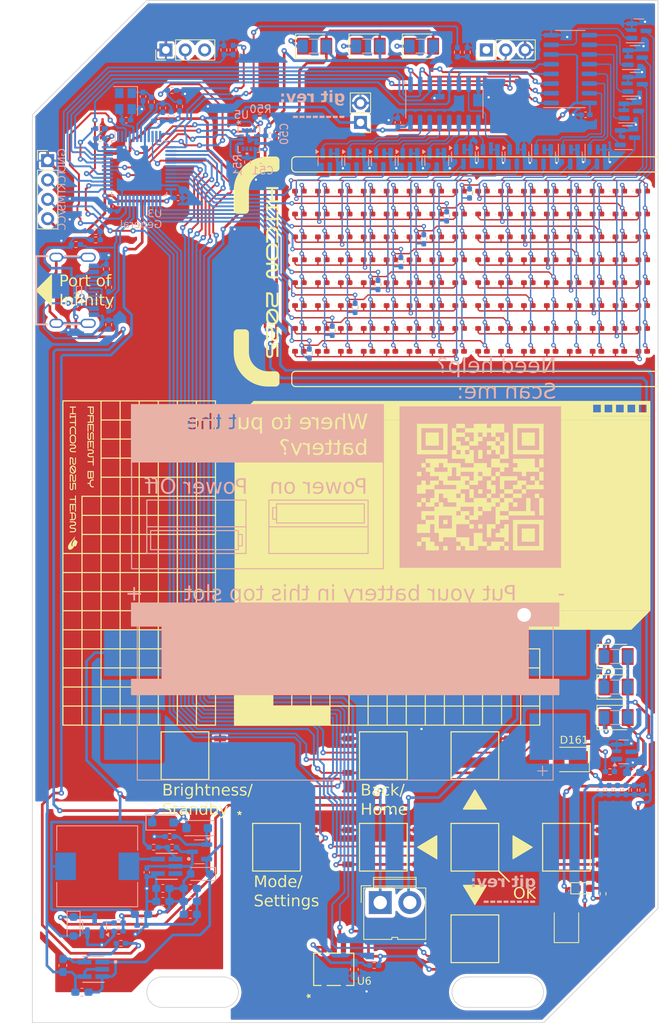
<source format=kicad_pcb>
(kicad_pcb (version 20240108) (generator "pcbnew") (generator_version "8.0")
  (layers (0 "F.Cu" signal) (31 "B.Cu" signal) (34 "B.Paste" user) (35 "F.Paste" user) (36 "B.SilkS" user "B.Silkscreen") (37 "F.SilkS" user "F.Silkscreen") (38 "B.Mask" user) (39 "F.Mask" user) (44 "Edge.Cuts" user))
  (net 0 "")
  (net 1 "/Power/PWR_IN_MIXED")
  (net 2 "GND")
  (net 3 "/Power/TLV_OUT")
  (net 4 "VCC")
  (net 5 "Net-(U3-NRST)")
  (net 6 "/Power/BOOST_OUT")
  (net 7 "/MCU/OSC_OUT_R")
  (net 8 "/LED Matrix/MAT_RA")
  (net 9 "/LED Matrix/MAT_CA")
  (net 10 "/LED Matrix/MAT_CB")
  (net 11 "/Power/USB_5V")
  (net 12 "/LED Matrix/MAT_CC")
  (net 13 "/MCU/OSC_IN")
  (net 14 "/LED Matrix/MAT_CD")
  (net 15 "/LED Matrix/MAT_CE")
  (net 16 "/LED Matrix/MAT_CF")
  (net 17 "/LED Matrix/MAT_CG")
  (net 18 "/LED Matrix/MAT_CH")
  (net 19 "/LED Matrix/MAT_RB")
  (net 20 "/LED Matrix/MAT_RC")
  (net 21 "/LED Matrix/MAT_RD")
  (net 22 "/LED Matrix/MAT_RE")
  (net 23 "/LED Matrix/MAT_RF")
  (net 24 "/LED Matrix/MAT_RG")
  (net 25 "/LED Matrix/MAT_RH")
  (net 26 "/MCU/PA14")
  (net 27 "/MCU/PA13")
  (net 28 "Net-(U6-VCC)")
  (net 29 "/MCU/PA2")
  (net 30 "Net-(J4-Pin_2)")
  (net 31 "/LED Matrix2/MAT_RJ")
  (net 32 "/MCU/PA11")
  (net 33 "/MCU/PA12")
  (net 34 "/LED Matrix/Y7D")
  (net 35 "/LED Matrix/Y6D")
  (net 36 "/LED Matrix/Y5D")
  (net 37 "/LED Matrix/Y4D")
  (net 38 "/LED Matrix/Y3D")
  (net 39 "/LED Matrix/Y2D")
  (net 40 "/LED Matrix/Y1D")
  (net 41 "/LED Matrix/Y0D")
  (net 42 "/LED Matrix2/MAT_RK")
  (net 43 "/LED Matrix2/MAT_RL")
  (net 44 "/LED Matrix2/MAT_RM")
  (net 45 "/LED Matrix2/MAT_RN")
  (net 46 "/LED Matrix2/MAT_RP")
  (net 47 "/LED Matrix2/MAT_RQ")
  (net 48 "/LED Matrix2/MAT_RR")
  (net 49 "/LED Matrix2/Y8D")
  (net 50 "/MCU/NOISE_IN")
  (net 51 "/LED Matrix2/Y9D")
  (net 52 "/LED Matrix2/Y10D")
  (net 54 "Net-(J5-Pin_2)")
  (net 56 "/MCU/PA3")
  (net 57 "/LED Matrix2/Y11D")
  (net 58 "/MCU/IRD_N")
  (net 59 "/MCU/IRDRV_G")
  (net 60 "/LED Matrix2/Y12D")
  (net 61 "/LED Matrix2/Y13D")
  (net 62 "/LED Matrix2/Y14D")
  (net 63 "/LED Matrix2/Y15D")
  (net 64 "/MCU/IRDRV")
  (net 65 "/MCU/USB_DET")
  (net 66 "/MCU/BOOT0")
  (net 67 "/MCU/OSC_OUT")
  (net 68 "/MCU/IRRX")
  (net 69 "/MCU/BTN_A")
  (net 70 "/MCU/BTN_B")
  (net 71 "/MCU/BTN_C")
  (net 72 "/MCU/BTN_D")
  (net 73 "/MCU/BTN_E")
  (net 74 "/MCU/BTN_F")
  (net 75 "/MCU/BTN_G")
  (net 76 "/MCU/BTN_H")
  (net 78 "/LED Matrix/A0")
  (net 79 "/MCU/ACC_INT1")
  (net 80 "/LED Matrix/A3")
  (net 81 "/LED Matrix/A2")
  (net 82 "/LED Matrix/A1")
  (net 83 "/MCU/IRD_M2")
  (net 84 "/MCU/IRD_M3")
  (net 86 "/MCU/I2C1_SDA")
  (net 87 "/MCU/CA")
  (net 88 "/MCU/CB")
  (net 89 "/MCU/CC")
  (net 90 "/MCU/CD")
  (net 91 "/MCU/CE")
  (net 92 "/MCU/CF")
  (net 93 "/MCU/CG")
  (net 94 "/MCU/CH")
  (net 95 "/Power/USB_DP_RAW")
  (net 96 "/Power/USB_DM_RAW")
  (net 97 "/Power/AAA_NEG")
  (net 98 "/Power/AAA_POS")
  (net 99 "/Power/BOOST_MIX_GATE")
  (net 100 "/Power/BOOST_LX")
  (net 101 "/Power/RP_PROT_GATE")
  (net 102 "Net-(U2-EN)")
  (net 103 "/MCU/IRD_M1")
  (net 104 "/LED Matrix/DEC_EN")
  (net 105 "Net-(J1-CC2)")
  (net 107 "Net-(J1-CC1)")
  (net 109 "unconnected-(Y1-Vdd-Pad4)")
  (net 110 "unconnected-(J1-SHIELD-PadS1)")
  (net 111 "/MCU/IRD_M4")
  (net 112 "/MCU/IRD_M5")
  (net 113 "/MCU/IRD_M6")
  (net 114 "/MCU/IRD_M7")
  (net 115 "/MCU/IRD_M8")
  (net 119 "/MCU/I2C1_SCL")
  (footprint "Connector_PinHeader_2.54mm:PinHeader_1x03_P2.54mm_Vertical" (layer "F.Cu") (at 133.5 34.5 90)
    (property "Reference" "J5" (hide yes))
    (property "Value" "Conn_01x03_Pin")
  )
  (footprint "LED_SMD:LED_0402_1005Metric_Pad0.77x0.64mm_HandSolder" (layer "F.Cu") (at 115.000002 62)
    (property "Reference" "D112" (hide yes))
    (property "Value" "LED" (hide yes))
  )
  (footprint "LED_SMD:LED_0402_1005Metric_Pad0.77x0.64mm_HandSolder" (layer "F.Cu") (at 136.000002 59)
    (property "Reference" "D21" (hide yes))
    (property "Value" "LED" (hide yes))
  )
  (footprint "LED_SMD:LED_0402_1005Metric_Pad0.77x0.64mm_HandSolder" (layer "F.Cu") (at 139.000002 59)
    (property "Reference" "D22" (hide yes))
    (property "Value" "LED" (hide yes))
  )
  (footprint "LED_SMD:LED_0402_1005Metric_Pad0.77x0.64mm_HandSolder" (layer "F.Cu") (at 121.000002 65)
    (property "Reference" "D124" (hide yes))
    (property "Value" "LED" (hide yes))
  )
  (footprint "LED_SMD:LED_PLCC_2835_Handsoldering" (layer "F.Cu") (at 144 149 90)
    (property "Reference" "D160" (hide yes))
    (property "Value" "NC")
  )
  (footprint "LED_SMD:LED_0402_1005Metric_Pad0.77x0.64mm_HandSolder" (layer "F.Cu") (at 130.000002 74)
    (property "Reference" "D157" (hide yes))
    (property "Value" "LED" (hide yes))
  )
  (footprint "LED_SMD:LED_0402_1005Metric_Pad0.77x0.64mm_HandSolder" (layer "F.Cu") (at 118.000002 71)
    (property "Reference" "D143" (hide yes))
    (property "Value" "LED" (hide yes))
  )
  (footprint "LED_SMD:LED_0402_1005Metric_Pad0.77x0.64mm_HandSolder" (layer "F.Cu") (at 148.000002 68)
    (property "Reference" "D55" (hide yes))
    (property "Value" "LED" (hide yes))
  )
  (footprint "myLib:SOIC4_TL3301SPF160RGTAPE_EWI" (layer "F.Cu") (at 94.000002 127)
    (property "Reference" "SW3" (hide yes))
    (property "Value" "SW_MEC_5E")
  )
  (footprint "LED_SMD:LED_0402_1005Metric_Pad0.77x0.64mm_HandSolder" (layer "F.Cu") (at 130.000002 71)
    (property "Reference" "D147" (hide yes))
    (property "Value" "LED" (hide yes))
  )
  (footprint "LED_SMD:LED_0402_1005Metric_Pad0.77x0.64mm_HandSolder" (layer "F.Cu") (at 127.000002 56)
    (property "Reference" "D96" (hide yes))
    (property "Value" "LED" (hide yes))
  )
  (footprint "LED_SMD:LED_0402_1005Metric_Pad0.77x0.64mm_HandSolder" (layer "F.Cu") (at 142.000002 62)
    (property "Reference" "D33" (hide yes))
    (property "Value" "LED" (hide yes))
  )
  (footprint "LED_SMD:LED_0402_1005Metric_Pad0.77x0.64mm_HandSolder" (layer "F.Cu") (at 121.000002 59)
    (property "Reference" "D104" (hide yes))
    (property "Value" "LED" (hide yes))
  )
  (footprint "LED_SMD:LED_0402_1005Metric_Pad0.77x0.64mm_HandSolder" (layer "F.Cu") (at 109.000002 74)
    (property "Reference" "D150" (hide yes))
    (property "Value" "LED" (hide yes))
  )
  (footprint "LED_SMD:LED_0402_1005Metric_Pad0.77x0.64mm_HandSolder" (layer "F.Cu") (at 115.000002 74)
    (property "Reference" "D152" (hide yes))
    (property "Value" "LED" (hide yes))
  )
  (footprint "LED_SMD:LED_PLCC_2835_Handsoldering" (layer "F.Cu") (at 111 34)
    (property "Reference" "D164" (hide yes))
    (property "Value" "NC")
  )
  (footprint "LED_SMD:LED_0402_1005Metric_Pad0.77x0.64mm_HandSolder" (layer "F.Cu") (at 136.000002 68)
    (property "Reference" "D51" (hide yes))
    (property "Value" "LED" (hide yes))
  )
  (footprint "LED_SMD:LED_0402_1005Metric_Pad0.77x0.64mm_HandSolder" (layer "F.Cu") (at 136.000002 74)
    (property "Reference" "D71" (hide yes))
    (property "Value" "LED" (hide yes))
  )
  (footprint "LED_SMD:LED_0402_1005Metric_Pad0.77x0.64mm_HandSolder" (layer "F.Cu") (at 118.000002 62)
    (property "Reference" "D113" (hide yes))
    (property "Value" "LED" (hide yes))
  )
  (footprint "LED_SMD:LED_0402_1005Metric_Pad0.77x0.64mm_HandSolder" (layer "F.Cu") (at 154.000002 74)
    (property "Reference" "D77" (hide yes))
    (property "Value" "LED" (hide yes))
  )
  (footprint "LED_SMD:LED_0402_1005Metric_Pad0.77x0.64mm_HandSolder" (layer "F.Cu") (at 142.000002 65)
    (property "Reference" "D43" (hide yes))
    (property "Value" "LED" (hide yes))
  )
  (footprint "LED_SMD:LED_0402_1005Metric_Pad0.77x0.64mm_HandSolder" (layer "F.Cu") (at 118.000002 74)
    (property "Reference" "D153" (hide yes))
    (property "Value" "LED" (hide yes))
  )
  (footprint "LED_SMD:LED_0402_1005Metric_Pad0.77x0.64mm_HandSolder" (layer "F.Cu") (at 109.000002 62)
    (property "Reference" "D110" (hide yes))
    (property "Value" "LED" (hide yes))
  )
  (footprint "LED_SMD:LED_PLCC_2835_Handsoldering" (layer "F.Cu") (at 125 34)
    (property "Reference" "D166" (hide yes))
    (property "Value" "NC")
  )
  (footprint "myLib:IRM-H638T" (layer "F.Cu") (at 113.500002 155 90)
    (property "Reference" "U6")
    (property "Value" "IRM-H638T/TR2")
  )
  (footprint "LED_SMD:LED_0402_1005Metric_Pad0.77x0.64mm_HandSolder" (layer "F.Cu") (at 136.000002 53)
    (property "Reference" "D01" (hide yes))
    (property "Value" "LED" (hide yes))
  )
  (footprint "LED_SMD:LED_0402_1005Metric_Pad0.77x0.64mm_HandSolder" (layer "F.Cu") (at 127.000002 68)
    (property "Reference" "D136" (hide yes))
    (property "Value" "LED" (hide yes))
  )
  (footprint "LED_SMD:LED_0402_1005Metric_Pad0.77x0.64mm_HandSolder" (layer "F.Cu") (at 151.000002 68)
    (property "Reference" "D56" (hide yes))
    (property "Value" "LED" (hide yes))
  )
  (footprint "LED_SMD:LED_0402_1005Metric_Pad0.77x0.64mm_HandSolder" (layer "F.Cu") (at 148.000002 53)
    (property "Reference" "D05" (hide yes))
    (property "Value" "LED" (hide yes))
  )
  (footprint "LED_SMD:LED_0402_1005Metric_Pad0.77x0.64mm_HandSolder" (layer "F.Cu") (at 121.000002 74)
    (property "Reference" "D154" (hide yes))
    (property "Value" "LED" (hide yes))
  )
  (footprint "LED_SMD:LED_0402_1005Metric_Pad0.77x0.64mm_HandSolder" (layer "F.Cu") (at 151.000002 56)
    (property "Reference" "D16" (hide yes))
    (property "Value" "LED" (hide yes))
  )
  (footprint "LED_SMD:LED_0402_1005Metric_Pad0.77x0.64mm_HandSolder" (layer "F.Cu") (at 112.000002 74)
    (property "Reference" "D151" (hide yes))
    (property "Value" "LED" (hide yes))
  )
  (footprint "LED_SMD:LED_0402_1005Metric_Pad0.77x0.64mm_HandSolder" (layer "F.Cu") (at 151.000002 71)
    (property "Reference" "D66" (hide yes))
    (property "Value" "LED" (hide yes))
  )
  (footprint "LED_SMD:LED_0402_1005Metric_Pad0.77x0.64mm_HandSolder" (layer "F.Cu") (at 139.000002 56)
    (property "Reference" "D12" (hide yes))
    (property "Value" "LED" (hide yes))
  )
  (footprint "LED_SMD:LED_0402_1005Metric_Pad0.77x0.64mm_HandSolder" (layer "F.Cu") (at 151.000002 74)
    (property "Reference" "D76" (hide yes))
    (property "Value" "LED" (hide yes))
  )
  (footprint "LED_SMD:LED_0402_1005Metric_Pad0.77x0.64mm_HandSolder" (layer "F.Cu") (at 124.000002 74)
    (property "Reference" "D155" (hide yes))
    (property "Value" "LED" (hide yes))
  )
  (footprint "LED_SMD:LED_0402_1005Metric_Pad0.77x0.64mm_HandSolder" (layer "F.Cu") (at 148.000002 74)
    (property "Reference" "D75" (hide yes))
    (property "Value" "LED" (hide yes))
  )
  (footprint "LED_SMD:LED_0402_1005Metric_Pad0.77x0.64mm_HandSolder" (layer "F.Cu") (at 154.000002 71)
    (property "Reference" "D67" (hide yes))
    (property "Value" "LED" (hide yes))
  )
  (footprint "Connector_PinHeader_2.54mm:PinHeader_1x02_P2.54mm_Vertical" (layer "F.Cu") (at 117 44 180)
    (property "Reference" "J7" (hide yes))
    (property "Value" "Conn_01x02_Pin")
  )
  (footprint "Connector:JWT_A3963_1x02_P3.96mm_Vertical" (layer "F.Cu") (at 119.5925 146.25)
    (property "Reference" "J2" (hide yes))
    (property "Value" "Conn_01x02_Pin")
  )
  (footprint "LED_SMD:LED_0402_1005Metric_Pad0.77x0.64mm_HandSolder" (layer "F.Cu") (at 124.000002 56)
    (property "Reference" "D95" (hide yes))
    (property "Value" "LED" (hide yes))
  )
  (footprint "LED_SMD:LED_0402_1005Metric_Pad0.77x0.64mm_HandSolder" (layer "F.Cu") (at 121.000002 68)
    (property "Reference" "D134" (hide yes))
    (property "Value" "LED" (hide yes))
  )
  (footprint "LED_SMD:LED_0402_1005Metric_Pad0.77x0.64mm_HandSolder" (layer "F.Cu") (at 124.000002 71)
    (property "Reference" "D145" (hide yes))
    (property "Value" "LED" (hide yes))
  )
  (footprint "LED_SMD:LED_0402_1005Metric_Pad0.77x0.64mm_HandSolder" (layer "F.Cu") (at 124.000002 65)
    (property "Reference" "D125" (hide yes))
    (property "Value" "LED" (hide yes))
  )
  (footprint "LED_SMD:LED_0402_1005Metric_Pad0.77x0.64mm_HandSolder" (layer "F.Cu") (at 142.000002 56)
    (property "Reference" "D13" (hide yes))
    (property "Value" "LED" (hide yes))
  )
  (footprint "LED_SMD:LED_0402_1005Metric_Pad0.77x0.64mm_HandSolder" (layer "F.Cu") (at 145.000002 65)
    (property "Reference" "D44" (hide yes))
    (property "Value" "LED" (hide yes))
  )
  (footprint "LED_SMD:LED_0402_1005Metric_Pad0.77x0.64mm_HandSolder" (layer "F.Cu") (at 145.000002 62)
    (property "Reference" "D34" (hide yes))
    (property "Value" "LED" (hide yes))
  )
  (footprint "LED_SMD:LED_0402_1005Metric_Pad0.77x0.64mm_HandSolder" (layer "F.Cu") (at 121.000002 62)
    (property "Reference" "D114" (hide yes))
    (property "Value" "LED" (hide yes))
  )
  (footprint "LED_SMD:LED_0402_1005Metric_Pad0.77x0.64mm_HandSolder" (layer "F.Cu") (at 145.000002 56)
    (property "Reference" "D14" (hide yes))
    (property "Value" "LED" (hide yes))
  )
  (footprint "LED_SMD:LED_0402_1005Metric_Pad0.77x0.64mm_HandSolder" (layer "F.Cu") (at 118.000002 59)
    (property "Reference" "D103" (hide yes))
    (property "Value" "LED" (hide yes))
  )
  (footprint "LED_SMD:LED_0402_1005Metric_Pad0.77x0.64mm_HandSolder" (layer "F.Cu") (at 142.000002 68)
    (property "Reference" "D53" (hide yes))
    (property "Value" "LED" (hide yes))
  )
  (footprint "LED_SMD:LED_PLCC_2835_Handsoldering" (layer "F.Cu") (at 150.5 118)
    (property "Reference" "D163" (hide yes))
    (property "Value" "NC")
  )
  (footprint "LED_SMD:LED_0402_1005Metric_Pad0.77x0.64mm_HandSolder" (layer "F.Cu") (at 109.000002 56)
    (property "Reference" "D90" (hide yes))
    (property "Value" "LED" (hide yes))
  )
  (footprint "LED_SMD:LED_0402_1005Metric_Pad0.77x0.64mm_HandSolder" (layer "F.Cu") (at 127.000002 74)
    (property "Reference" "D156" (hide yes))
    (property "Value" "LED" (hide yes))
  )
  (footprint "LED_SMD:LED_0603_1608Metric_Pad1.05x0.95mm_HandSolder" (layer "F.Cu") (at 146.2225 144.3775)
    (property "Reference" "D3" (hide yes))
    (property "Value" "NC")
  )
  (footprint "LED_SMD:LED_0402_1005Metric_Pad0.77x0.64mm_HandSolder" (layer "F.Cu") (at 139.000002 71)
    (property "Reference" "D62" (hide yes))
    (property "Value" "LED" (hide yes))
  )
  (footprint "LED_SMD:LED_0402_1005Metric_Pad0.77x0.64mm_HandSolder" (layer "F.Cu") (at 133.000002 59)
    (property "Reference" "D20" (hide yes))
    (property "Value" "LED" (hide yes))
  )
  (footprint "LED_SMD:LED_0402_1005Metric_Pad0.77x0.64mm_HandSolder" (layer "F.Cu") (at 151.000002 62)
    (property "Reference" "D36" (hide yes))
    (property "Value" "LED" (hide yes))
  )
  (footprint "LED_SMD:LED_0402_1005Metric_Pad0.77x0.64mm_HandSolder" (layer "F.Cu") (at 118.000002 56)
    (property "Reference" "D93" (hide yes))
    (property "Value" "LED" (hide yes))
  )
  (footprint "LED_SMD:LED_0402_1005Metric_Pad0.77x0.64mm_HandSolder" (layer "F.Cu") (at 133.000002 71)
    (property "Reference" "D60" (hide yes))
    (property "Value" "LED" (hide yes))
  )
  (footprint "LED_SMD:LED_0402_1005Metric_Pad0.77x0.64mm_HandSolder" (layer "F.Cu") (at 112.000002 62)
    (property "Reference" "D111" (hide yes))
    (property "Value" "LED" (hide yes))
  )
  (footprint "LED_SMD:LED_0402_1005Metric_Pad0.77x0.64mm_HandSolder" (layer "F.Cu") (at 139.000002 62)
    (property "Reference" "D32" (hide yes))
    (property "Value" "LED" (hide yes))
  )
  (footprint "LED_SMD:LED_0402_1005Metric_Pad0.77x0.64mm_HandSolder" (layer "F.Cu") (at 124.000002 62)
    (property "Reference" "D115" (hide yes))
    (property "Value" "LED" (hide yes))
  )
  (footprint "LED_SMD:LED_0402_1005Metric_Pad0.77x0.64mm_HandSolder" (layer "F.Cu") (at 133.000002 62)
    (property "Reference" "D30" (hide yes))
    (property "Value" "LED" (hide yes))
  )
  (footprint "LED_SMD:LED_0402_1005Metric_Pad0.77x0.64mm_HandSolder" (layer "F.Cu") (at 154.000002 62)
    (property "Reference" "D37" (hide yes))
    (property "Value" "LED" (hide yes))
  )
  (footprint "LED_SMD:LED_PLCC_2835_Handsoldering" (layer "F.Cu") (at 118 34)
    (property "Reference" "D167" (hide yes))
    (property "Value" "NC")
  )
  (footprint "LED_SMD:LED_0402_1005Metric_Pad0.77x0.64mm_HandSolder" (layer "F.Cu") (at 154.000002 59)
    (property "Reference" "D27" (hide yes))
    (property "Value" "LED" (hide yes))
  )
  (footprint "LED_SMD:LED_0402_1005Metric_Pad0.77x0.64mm_HandSolder" (layer "F.Cu") (at 154.000002 53)
    (property "Reference" "D07" (hide yes))
    (property "Value" "LED" (hide yes))
  )
  (footprint "LED_SMD:LED_0402_1005Metric_Pad0.77x0.64mm_HandSolder" (layer "F.Cu") (at 148.000002 71)
    (property "Reference" "D65" (hide yes))
    (property "Value" "LED" (hide yes))
  )
  (footprint "LED_SMD:LED_0402_1005Metric_Pad0.77x0.64mm_HandSolder" (layer "F.Cu") (at 130.000002 56)
    (property "Reference" "D97" (hide yes))
    (property "Value" "LED" (hide yes))
  )
  (footprint "LED_SMD:LED_0402_1005Metric_Pad0.77x0.64mm_HandSolder" (layer "F.Cu") (at 139.000002 53)
    (property "Reference" "D02" (hide yes))
    (property "Value" "LED" (hide yes))
  )
  (footprint "LED_SMD:LED_0402_1005Metric_Pad0.77x0.64mm_HandSolder" (layer "F.Cu") (at 112.000002 71)
    (property "Reference" "D141" (hide yes))
    (property "Value" "LED" (hide yes))
  )
  (footprint "myLib:SOIC4_TL3301SPF160RGTAPE_EWI" (layer "F.Cu") (at 144.000002 139)
    (property "Reference" "SW6" (hide yes))
    (property "Value" "SW_MEC_5E")
  )
  (footprint "LED_SMD:LED_0402_1005Metric_Pad0.77x0.64mm_HandSolder" (layer "F.Cu") (at 118.000002 68)
    (property "Reference" "D133" (hide yes))
    (property "Value" "LED" (hide yes))
  )
  (footprint "myLib:SOIC4_TL3301SPF160RGTAPE_EWI" (layer "F.Cu") (at 106.000002 139)
    (property "Reference" "SW1" (hide yes))
    (property "Value" "SW_MEC_5E")
  )
  (footprint "LED_SMD:LED_0402_1005Metric_Pad0.77x0.64mm_HandSolder" (layer "F.Cu") (at 127.000002 65)
    (property "Reference" "D126" (hide yes))
    (property "Value" "LED" (hide yes))
  )
  (footprint "LED_SMD:LED_0402_1005Metric_Pad0.77x0.64mm_HandSolder" (layer "F.Cu") (at 151.000002 53)
    (property "Reference" "D06" (hide yes))
    (property "Value" "LED" (hide yes))
  )
  (footprint "LED_SMD:LED_0402_1005Metric_Pad0.77x0.64mm_HandSolder" (layer "F.Cu") (at 121.000002 53)
    (property "Reference" "D84" (hide yes))
    (property "Value" "LED" (hide yes))
  )
  (footprint "LED_SMD:LED_0402_1005Metric_Pad0.77x0.64mm_HandSolder" (layer "F.Cu") (at 112.000002 56)
    (property "Reference" "D91" (hide yes))
    (property "Value" "LED" (hide yes))
  )
  (footprint "LED_SMD:LED_0402_1005Metric_Pad0.77x0.64mm_HandSolder" (layer "F.Cu") (at 109.000002 68)
    (property "Reference" "D130" (hide yes))
    (property "Value" "LED" (hide yes))
  )
  (footprint "LED_SMD:LED_0402_1005Metric_Pad0.77x0.64mm_HandSolder" (layer "F.Cu") (at 154.000002 56)
    (property "Reference" "D17" (hide yes))
    (property "Value" "LED" (hide yes))
  )
  (footprint "LED_SMD:LED_0402_1005Metric_Pad0.77x0.64mm_HandSolder" (layer "F.Cu") (at 145.000002 59)
    (property "Reference" "D24" (hide yes))
    (property "Value" "LED" (hide yes))
  )
  (footprint "myLib:SOIC4_TL3301SPF160RGTAPE_EWI" (layer "F.Cu") (at 132.000002 151)
    (property "Reference" "SW2" (hide yes))
    (property "Value" "SW_MEC_5E")
  )
  (footprint "LED_SMD:LED_0402_1005Metric_Pad0.77x0.64mm_HandSolder" (layer "F.Cu") (at 148.000002 62)
    (property "Reference" "D35" (hide yes))
    (property "Value" "LED" (hide yes))
  )
  (footprint "LED_SMD:LED_0402_1005Metric_Pad0.77x0.64mm_HandSolder" (layer "F.Cu") (at 145.000002 53)
    (property "Reference" "D04" (hide yes))
    (property "Value" "LED" (hide yes))
  )
  (footprint "LED_SMD:LED_0402_1005Metric_Pad0.77x0.64mm_HandSolder" (layer "F.Cu") (at 109.000002 59)
    (property "Reference" "D100" (hide yes))
    (property "Value" "LED" (hide yes))
  )
  (footprint "LED_SMD:LED_0402_1005Metric_Pad0.77x0.64mm_HandSolder" (layer "F.Cu") (at 145.000002 74)
    (property "Reference" "D74" (hide yes))
    (property "Value" "LED" (hide yes))
  )
  (footprint "LED_SMD:LED_0402_1005Metric_Pad0.77x0.64mm_HandSolder" (layer "F.Cu") (at 133.000002 74)
    (property "Reference" "D70" (hide yes))
    (property "Value" "LED" (hide yes))
  )
  (footprint "LED_SMD:LED_0402_1005Metric_Pad0.77x0.64mm_HandSolder" (layer "F.Cu") (at 127.000002 59)
    (property "Reference" "D106" (hide yes))
    (property "Value" "LED" (hide yes))
  )
  (footprint "LED_SMD:LED_0402_1005Metric_Pad0.77x0.64mm_HandSolder" (layer "F.Cu") (at 112.000002 59)
    (property "Reference" "D101" (hide yes))
    (property "Value" "LED" (hide yes))
  )
  (footprint "LED_SMD:LED_0402_1005Metric_Pad0.77x0.64mm_HandSolder" (layer "F.Cu") (at 115.000002 68)
    (property "Reference" "D132" (hide yes))
    (property "Value" "LED" (hide yes))
  )
  (footprint "LED_SMD:LED_0402_1005Metric_Pad0.77x0.64mm_HandSolder" (layer "F.Cu") (at 142.000002 59)
    (property "Reference" "D23" (hide yes))
    (property "Value" "LED" (hide yes))
  )
  (footprint "LED_SMD:LED_0402_1005Metric_Pad0.77x0.64mm_HandSolder" (layer "F.Cu") (at 154.000002 68)
    (property "Reference" "D57" (hide yes))
    (property "Value" "LED" (hide yes))
  )
  (footprint "LED_SMD:LED_0402_1005Metric_Pad0.77x0.64mm_HandSolder" (layer "F.Cu") (at 130.000002 59)
    (property "Reference" "D107" (hide yes))
    (property "Value" "LED" (hide yes))
  )
  (footprint "LED_SMD:LED_0402_1005Metric_Pad0.77x0.64mm_HandSolder" (layer "F.Cu") (at 118.000002 65)
    (property "Reference" "D123" (hide yes))
    (property "Value" "LED" (hide yes))
  )
  (footprint "LED_SMD:LED_0402_1005Metric_Pad0.77x0.64mm_HandSolder" (layer "F.Cu") (at 115.000002 59)
    (property "Reference" "D102" (hide yes))
    (property "Value" "LED" (hide yes))
  )
  (footprint "LED_SMD:LED_0402_1005Metric_Pad0.77x0.64mm_HandSolder" (layer "F.Cu") (at 145.000002 71)
    (property "Reference" "D64" (hide yes))
    (property "Value" "LED" (hide yes))
  )
  (footprint "LED_SMD:LED_0402_1005Metric_Pad0.77x0.64mm_HandSolder" (layer "F.Cu") (at 151.000002 59)
    (property "Reference" "D26" (hide yes))
    (property "Value" "LED" (hide yes))
  )
  (footprint "LED_SMD:LED_PLCC_2835_Handsoldering" (layer "F.Cu") (at 150.5 122)
    (property "Reference" "D162" (hide yes))
    (property "Value" "NC")
  )
  (footprint "LED_SMD:LED_0402_1005Metric_Pad0.77x0.64mm_HandSolder" (layer "F.Cu") (at 139.000002 65)
    (property "Reference" "D42" (hide yes))
    (property "Value" "LED" (hide yes))
  )
  (footprint "LED_SMD:LED_0402_1005Metric_Pad0.77x0.64mm_HandSolder" (layer "F.Cu") (at 151.000002 65)
    (property "Reference" "D46" (hide yes))
    (property "Value" "LED" (hide yes))
  )
  (footprint "LED_SMD:LED_0402_1005Metric_Pad0.77x0.64mm_HandSolder" (layer "F.Cu") (at 112.000002 68)
    (property "Reference" "D131" (hide yes))
    (property "Value" "LED" (hide yes))
  )
  (footprint "LED_SMD:LED_0402_1005Metric_Pad0.77x0.64mm_HandSolder" (layer "F.Cu") (at 133.000002 68)
    (property "Reference" "D50" (hide yes))
    (property "Value" "LED" (hide yes))
  )
  (footprint "LED_SMD:LED_PLCC_2835_Handsoldering" (layer "F.Cu") (at 144.5 127.5 180)
    (property "Reference" "D161")
    (property "Value" "NEWOPTO XYC-IRA2835A90-X4")
  )
  (footprint "LED_SMD:LED_0402_1005Metric_Pad0.77x0.64mm_HandSolder" (layer "F.Cu") (at 121.000002 71)
    (property "Reference" "D144" (hide yes))
    (property "Value" "LED" (hide yes))
  )
  (footprint "LED_SMD:LED_0402_1005Metric_Pad0.77x0.64mm_HandSolder" (layer "F.Cu") (at 124.000002 59)
    (property "Reference" "D105" (hide yes))
    (property "Value" "LED" (hide yes))
  )
  (footprint "LED_SMD:LED_0402_1005Metric_Pad0.77x0.64mm_HandSolder" (layer "F.Cu") (at 127.000002 62)
    (property "Reference" "D116" (hide yes))
    (property "Value" "LED" (hide yes))
  )
  (footprint "LED_SMD:LED_0402_1005Metric_Pad0.77x0.64mm_HandSolder" (layer "F.Cu") (at 139.000002 68)
    (property "Reference" "D52" (hide yes))
    (property "Value" "LED" (hide yes))
  )
  (footprint "Connector_PinHeader_2.54mm:PinHeader_1x03_P2.54mm_Vertical" (layer "F.Cu") (at 91.5 34.5 90)
    (property "Reference" "J4" (hide yes))
    (property "Value" "Conn_01x03_Pin")
  )
  (footprint "LED_SMD:LED_0402_1005Metric_Pad0.77x0.64mm_HandSolder" (layer "F.Cu") (at 133.000002 53)
    (property "Reference" "D00" (hide yes))
    (property "Value" "LED" (hide yes))
  )
  (footprint "LED_SMD:LED_0402_1005Metric_Pad0.77x0.64mm_HandSolder" (layer "F.Cu") (at 124.000002 53)
    (property "Reference" "D85" (hide yes))
    (property "Value" "LED" (hide yes))
  )
  (footprint "myLib:SOIC4_TL3301SPF160RGTAPE_EWI" (layer "F.Cu") (at 132.000002 127)
    (property "Reference" "SW8" (hide yes))
    (property "Value" "SW_MEC_5E")
  )
  (footprint "LED_SMD:LED_0402_1005Metric_Pad0.77x0.64mm_HandSolder" (layer "F.Cu") (at 115.000002 71)
    (property "Reference" "D142" (hide yes))
    (property "Value" "LED" (hide yes))
  )
  (footprint "LED_SMD:LED_0402_1005Metric_Pad0.77x0.64mm_HandSolder" (layer "F.Cu") (at 142.000002 71)
    (property "Reference" "D63" (hide yes))
    (property "Value" "LED" (hide yes))
  )
  (footprint "LED_SMD:LED_0402_1005Metric_Pad0.77x0.64mm_HandSolder" (layer "F.Cu") (at 109.000002 71)
    (property "Reference" "D140" (hide yes))
    (property "Value" "LED" (hide yes))
  )
  (footprint "myLib:SOIC4_TL3301SPF160RGTAPE_EWI" (layer "F.Cu") (at 132.000002 139)
    (property "Reference" "SW5" (hide yes))
    (property "Value" "SW_MEC_5E")
  )
  (footprint "LED_SMD:LED_0402_1005Metric_Pad0.77x0.64mm_HandSolder" (layer "F.Cu") (at 115.000002 53)
    (property "Reference" "D82" (hide yes))
    (property "Value" "LED" (hide yes))
  )
  (footprint "LED_SMD:LED_0402_1005Metric_Pad0.77x0.64mm_HandSolder" (layer "F.Cu") (at 154.000002 65)
    (property "Reference" "D47" (hide yes))
    (property "Value" "LED" (hide yes))
  )
  (footprint "LED_SMD:LED_0402_1005Metric_Pad0.77x0.64mm_HandSolder" (layer "F.Cu") (at 118.000002 53)
    (property "Reference" "D83" (hide yes))
    (property "Value" "LED" (hide yes))
  )
  (footprint "LED_SMD:LED_0402_1005Metric_Pad0.77x0.64mm_HandSolder" (layer "F.Cu") (at 148.000002 56)
    (property "Reference" "D15" (hide yes))
    (property "Value" "LED" (hide yes))
  )
  (footprint "LED_SMD:LED_0402_1005Metric_Pad0.77x0.64mm_HandSolder" (layer "F.Cu") (at 115.000002 56)
    (property "Reference" "D92" (hide yes))
    (property "Value" "LED" (hide yes))
  )
  (footprint "LED_SMD:LED_0402_1005Metric_Pad0.77x0.64mm_HandSolder" (layer "F.Cu") (at 136.000002 65)
    (property "Reference" "D41" (hide yes))
    (property "Value" "LED" (hide yes))
  )
  (footprint "LED_SMD:LED_0402_1005Metric_Pad0.77x0.64mm_HandSolder" (layer "F.Cu") (at 115.000002 65)
    (property "Reference" "D122" (hide yes))
    (property "Value" "LED" (hide yes))
  )
  (footprint "LED_SMD:LED_0402_1005Metric_Pad0.77x0.64mm_HandSolder" (layer "F.Cu") (at 121.000002 56)
    (property "Reference" "D94" (hide yes))
    (property "Value" "LED" (hide yes))
  )
  (footprint "myLib:SOIC4_TL3301SPF160RGTAPE_EWI" (layer "F.Cu") (at 120.000002 139)
    (property "Reference" "SW4" (hide yes))
    (property "Value" "SW_MEC_5E")
  )
  (footprint "LED_SMD:LED_0402_1005Metric_Pad0.77x0.64mm_HandSolder" (layer "F.Cu") (at 148.000002 59)
    (property "Reference" "D25" (hide yes))
    (property "Value" "LED" (hide yes))
  )
  (footprint "LED_SMD:LED_0402_1005Metric_Pad0.77x0.64mm_HandSolder" (layer "F.Cu") (at 109.000002 53)
    (property "Reference" "D80" (hide yes))
    (property "Value" "LED" (hide yes))
  )
  (footprint "LED_SMD:LED_0402_1005Metric_Pad0.77x0.64mm_HandSolder" (layer "F.Cu") (at 124.000002 68)
    (property "Reference" "D135" (hide yes))
    (property "Value" "LED" (hide yes))
  )
  (footprint "Connector_PinHeader_2.54mm:PinHeader_1x04_P2.54mm_Vertical" (layer "F.Cu") (at 76.000002 49)
    (property "Reference" "J3" (hide yes))
    (property "Value" "Conn_01x04_Pin")
  )
  (footprint "Resistor_SMD:R_0402_1005Metric_Pad0.72x0.64mm_HandSolder" (layer "F.Cu") (at 148.8 145.1 90)
    (property "Reference" "R29" (hide yes))
    (property "Value" "NC")
  )
  (footprint "LED_SMD:LED_0402_1005Metric_Pad0.77x0.64mm_HandSolder" (layer "F.Cu") (at 133.000002 65)
    (property "Reference" "D40" (hide yes))
    (property "Value" "LED" (hide yes))
  )
  (footprint "LED_SMD:LED_0402_1005Metric_Pad0.77x0.64mm_HandSolder" (layer "F.Cu") (at 109.000002 65)
    (property "Reference" "D120" (hide yes))
    (property "Value" "LED" (hide yes))
  )
  (footprint "LED_SMD:LED_0402_1005Metric_Pad0.77x0.64mm_HandSolder" (layer "F.Cu") (at 136.000002 56)
    (property "Reference" "D11" (hide yes))
    (property "Value" "LED" (hide yes))
  )
  (footprint "LED_SMD:LED_0402_1005Metric_Pad0.77x0.64mm_HandSolder" (layer "F.Cu") (at 130.000002 53)
    (property "Reference" "D87" (hide yes))
    (property "Value" "LED" (hide yes))
  )
  (footprint "LED_SMD:LED_PLCC_2835_Handsoldering" (layer "F.Cu") (at 150.5 114)
    (property "Reference" "D165" (hide yes))
    (property "Value" "NC")
  )
  (footprint "LED_SMD:LED_0402_1005Metric_Pad0.77x0.64mm_HandSolder" (layer "F.Cu") (at 112.000002 53)
    (property "Reference" "D81" (hide yes))
    (property "Value" "LED" (hide yes))
  )
  (footprint "LED_SMD:LED_0402_1005Metric_Pad0.77x0.64mm_HandSolder" (layer "F.Cu") (at 130.000002 65)
    (property "Reference" "D127" (hide yes))
    (property "Value" "LED" (hide yes))
  )
  (footprint "LED_SMD:LED_0402_1005Metric_Pad0.77x0.64mm_HandSolder" (layer "F.Cu") (at 139.000002 74)
    (property "Reference" "D72" (hide yes))
    (property "Value" "LED" (hide yes))
  )
  (footprint "LED_SMD:LED_0402_1005Metric_Pad0.77x0.64mm_HandSolder" (layer "F.Cu") (at 130.000002 68)
    (property "Reference" "D137" (hide yes))
    (property "Value" "LED" (hide yes))
  )
  (footprint "LED_SMD:LED_0402_1005Metric_Pad0.77x0.64mm_HandSolder" (layer "F.Cu") (at 145.000002 68)
    (property "Reference" "D54" (hide yes))
    (property "Value" "LED" (hide yes))
  )
  (footprint "LED_SMD:LED_0402_1005Metric_Pad0.77x0.64mm_HandSolder" (layer "F.Cu") (at 142.000002 53)
    (property "Reference" "D03" (hide yes))
    (property "Value" "LED" (hide yes))
  )
  (footprint "LED_SMD:LED_0402_1005Metric_Pad0.77x0.64mm_HandSolder" (layer "F.Cu") (at 133.000002 56)
    (property "Reference" "D10" (hide yes))
    (property "Value" "LED" (hide yes))
  )
  (footprint "LED_SMD:LED_0402_1005Metric_Pad0.77x0.64mm_HandSolder" (layer "F.Cu") (at 130.000002 62)
    (property "Reference" "D117" (hide yes))
    (property "Value" "LED" (hide yes))
  )
  (footprint "LED_SMD:LED_0402_1005Metric_Pad0.77x0.64mm_HandSolder" (layer "F.Cu") (at 148.000002 65)
    (property "Reference" "D45" (hide yes))
    (property "Value" "LED" (hide yes))
  )
  (footprint "LED_SMD:LED_0402_1005Metric_Pad0.77x0.64mm_HandSolder" (layer "F.Cu") (at 136.000002 71)
    (property "Reference" "D61" (hide yes))
    (property "Value" "LED" (hide yes))
  )
  (footprint "myLib:SOIC4_TL3301SPF160RGTAPE_EWI" (layer "F.Cu") (at 120.000002 127)
    (property "Reference" "SW7" (hide yes))
    (property "Value" "SW_MEC_5E")
  )
  (footprint "LED_SMD:LED_0402_1005Metric_Pad0.77x0.64mm_HandSolder" (layer "F.Cu") (at 127.000002 71)
    (property "Reference" "D146" (hide yes))
    (property "Value" "LED" (hide yes))
  )
  (footprint "LED_SMD:LED_0402_1005Metric_Pad0.77x0.64mm_HandSolder" (layer "F.Cu") (at 127.000002 53)
    (property "Reference" "D86" (hide yes))
    (property "Value" "LED" (hide yes))
  )
  (footprint "LED_SMD:LED_0402_1005Metric_Pad0.77x0.64mm_HandSolder" (layer "F.Cu") (at 112.000002 65)
    (property "Reference" "D121" (hide yes))
    (property "Value" "LED" (hide yes))
  )
  (footprint "LED_SMD:LED_0402_1005Metric_Pad0.77x0.64mm_HandSolder" (layer "F.Cu") (at 136.000002 62)
    (property "Reference" "D31" (hide yes))
    (property "Value" "LED" (hide yes))
  )
  (footprint "LED_SMD:LED_0402_1005Metric_Pad0.77x0.64mm_HandSolder" (layer "F.Cu") (at 142.000002 74)
    (property "Reference" "D73" (hide yes))
    (property "Value" "LED" (hide yes))
  )
  (footprint "Capacitor_SMD:C_0402_1005Metric_Pad0.74x0.62mm_HandSolder" (layer "B.Cu") (at 146.500002 43 180)
    (property "Reference" "C40" (hide yes))
    (property "Value" "0.1u")
  )
  (footprint "Package_TO_SOT_SMD:SOT-23" (layer "B.Cu") (at 141.000002 48.5 -90)
    (property "Reference" "Q90" (hide yes))
    (property "Value" "2N7002")
  )
  (footprint "Resistor_SMD:R_0402_1005Metric_Pad0.72x0.64mm_HandSolder" (layer "B.Cu") (at 83.7 63.2 90)
    (property "Reference" "R24" (hide yes))
    (property "Value" "5.1k")
  )
  (footprint "Package_QFP:LQFP-48_7x7mm_P0.5mm" (layer "B.Cu") (at 88.000002 50 -90)
    (property "Reference" "U3")
    (property "Value" "STM32F103CBT6")
  )
  (footprint "Capacitor_SMD:C_0603_1608Metric_Pad1.08x0.95mm_HandSolder" (layer "B.Cu") (at 94.700002 146.1)
    (property "Reference" "C24" (hide yes))
    (property "Value" "10u")
  )
  (footprint "myLib:SOT-23-5" (layer "B.Cu") (at 82 155 180)
    (property "Reference" "U1" (hide yes))
    (property "Value" "TLV70328DBVR")
  )
  (footprint "Diode_SMD:D_SOD-323_HandSoldering" (layer "B.Cu") (at 79.400002 149.4 -90)
    (property "Reference" "D9" (hide yes))
    (property "Value" "NSR0320MW2T1G")
  )
  (footprint "Resistor_SMD:R_0402_1005Metric_Pad0.72x0.64mm_HandSolder" (layer "B.Cu") (at 131.300002 53.3 -90)
    (property "Reference" "R97" (hide yes))
    (property "Value" "300" (hide yes))
  )
  (footprint "Resistor_SMD:R_1206_3216Metric_Pad1.30x1.75mm_HandSolder" (layer "B.Cu") (at 111 34 180)
    (property "Reference" "R164" (hide yes))
    (property "Value" "110R")
  )
  (footprint "Capacitor_SMD:C_0402_1005Metric_Pad0.74x0.62mm_HandSolder" (layer "B.Cu") (at 82.900002 46.1 180)
    (property "Reference" "C32" (hide yes))
    (property "Value" "0.1u")
  )
  (footprint "myLib:DEALON USB-TYPE-C-018" (layer "B.Cu") (at 79.6 66 90)
    (property "Reference" "J1")
    (property "Value" "DEALON USB-TYPE-C-018")
  )
  (footprint "Resistor_SMD:R_0402_1005Metric_Pad0.72x0.64mm_HandSolder" (layer "B.Cu") (at 148.5 131.5 90)
    (property "Reference" "R32" (hide yes))
    (property "Value" "470")
  )
  (footprint "Resistor_SMD:R_0402_1005Metric_Pad0.72x0.64mm_HandSolder" (layer "B.Cu") (at 85.600002 151.6)
    (property "Reference" "R10" (hide yes))
    (property "Value" "0")
  )
  (footprint "Capacitor_SMD:C_0603_1608Metric_Pad1.08x0.95mm_HandSolder" (layer "B.Cu") (at 78 154.5 -90)
    (property "Reference" "C11" (hide yes))
    (property "Value" "1u")
  )
  (footprint "Resistor_SMD:R_0402_1005Metric_Pad0.72x0.64mm_HandSolder" (layer "B.Cu") (at 150.7 131.5 90)
    (property "Reference" "R36" (hide yes))
    (property "Value" "NC")
  )
  (footprint "Package_TO_SOT_SMD:SOT-23" (layer "B.Cu") (at 151.500002 126.5)
    (property "Reference" "Q9" (hide yes))
    (property "Value" "2N7002")
  )
  (footprint "Resistor_SMD:R_0402_1005Metric_Pad0.72x0.64mm_HandSolder" (layer "B.Cu") (at 93.3 41.9 90)
    (property "Reference" "R4" (hide yes))
    (property "Value" "10M")
  )
  (footprint "Resistor_SMD:R_0402_1005Metric_Pad0.72x0.64mm_HandSolder" (layer "B.Cu") (at 151.8 131.5 90)
    (property "Reference" "R35" (hide yes))
    (property "Value" "NC")
  )
  (footprint "Resistor_SMD:R_1206_3216Metric_Pad1.30x1.75mm_HandSolder" (layer "B.Cu") (at 150.5 114 180)
    (property "Reference" "R165" (hide yes))
    (property "Value" "NC")
  )
  (footprint "Capacitor_SMD:C_0603_1608Metric_Pad1.08x0.95mm_HandSolder" (layer "B.Cu") (at 94.700002 144.4)
    (property "Reference" "C25" (hide yes))
    (property "Value" "10u")
  )
  (footprint "Resistor_SMD:R_0402_1005Metric_Pad0.72x0.64mm_HandSolder" (layer "B.Cu") (at 82.300002 58.3 180)
    (property "Reference" "R17" (hide yes))
    (property "Value" "100k")
  )
  (footprint "Capacitor_SMD:C_0402_1005Metric_Pad0.74x0.62mm_HandSolder" (layer "B.Cu") (at 93.100002 53.9)
    (property "Reference" "C30" (hide yes))
    (property "Value" "0.1u")
  )
  (footprint "Capacitor_SMD:C_0402_1005Metric_Pad0.74x0.62mm_HandSolder" (layer "B.Cu") (at 86.300002 43.7)
    (property "Reference" "C38" (hide yes))
    (property "Value" "20p")
  )
  (footprint "Resistor_SMD:R_0402_1005Metric_Pad0.72x0.64mm_HandSolder" (layer "B.Cu") (at 85.300002 150 180)
    (property "Reference" "R19" (hide yes))
    (property "Value" "100k")
  )
  (footprint "Resistor_SMD:R_0402_1005Metric_Pad0.72x0.64mm_HandSolder" (layer "B.Cu") (at 89.6 41.3 90)
    (property "Reference" "R21" (hide yes))
    (property "Value" "470")
  )
  (footprint "Capacitor_SMD:C_0603_1608Metric_Pad1.08x0.95mm_HandSolder" (layer "B.Cu") (at 116.2 155 -90)
    (property "Reference" "C60" (hide yes))
    (property "Value" "4.7u")
  )
  (footprint "Package_TO_SOT_SMD:SOT-23" (layer "B.Cu") (at 116.500002 49 -90)
    (property "Reference" "Q99" (hide yes))
    (property "Value" "2N7002")
  )
  (footprint "Resistor_SMD:R_0402_1005Metric_Pad0.72x0.64mm_HandSolder" (layer "B.Cu") (at 152.9 131.5 90)
    (property "Reference" "R34" (hide yes))
    (property "Value" "470")
  )
  (footprint "Resistor_SMD:R_0402_1005Metric_Pad0.72x0.64mm_HandSolder" (layer "B.Cu") (at 149.6 131.5 90)
    (property "Reference" "R31" (hide yes))
    (property "Value" "470")
  )
  (footprint "Capacitor_SMD:C_0402_1005Metric_Pad0.74x0.62mm_HandSolder" (layer "B.Cu") (at 103.9325 49)
    (property "Reference" "C51")
    (property "Value" "0.1u")
  )
  (footprint "Resistor_SMD:R_0402_1005Metric_Pad0.72x0.64mm_HandSolder" (layer "B.Cu") (at 82.900002 44.8 180)
    (property "Reference" "R20" (hide yes))
    (property "Value" "4.7k")
  )
  (footprint "Resistor_SMD:R_0402_1005Metric_Pad0.72x0.64mm_HandSolder" (layer "B.Cu") (at 128.300002 56.3 -90)
    (property "Reference" "R96" (hide yes))
    (property "Value" "300" (hide yes))
  )
  (footprint "Capacitor_SMD:C_0603_1608Metric_Pad1.08x0.95mm_HandSolder" (layer "B.Cu") (at 88.300002 147.8)
    (property "Reference" "C20" (hide yes))
    (property "Value" "10u")
  )
  (footprint "Resistor_SMD:R_0402_1005Metric_Pad0.72x0.64mm_HandSolder" (layer "B.Cu") (at 92.300002 139 180)
    (property "Reference" "R23" (hide yes))
    (property "Value" "0")
  )
  (footprint "Resistor_SMD:R_0402_1005Metric_Pad0.72x0.64mm_HandSolder" (layer "B.Cu") (at 99.1 34.5 90)
    (property "Reference" "R6" (hide yes))
    (property "Value" "100k")
  )
  (footprint "Resistor_SMD:R_0402_1005Metric_Pad0.72x0.64mm_HandSolder" (layer "B.Cu") (at 125.300002 59.3 -90)
    (property "Reference" "R95" (hide yes))
    (property "Value" "300" (hide yes))
  )
  (footprint "Capacitor_SMD:C_0402_1005Metric_Pad0.74x0.62mm_HandSolder" (layer "B.Cu") (at 89.000002 142.3 -90)
    (property "Reference" "C21" (hide yes))
    (property "Value" "0.1u")
  )
  (footprint "Package_TO_SOT_SMD:SOT-23" (layer "B.Cu") (at 144.500002 48.5 -90)
    (property "Reference" "Q91" (hide yes))
    (property "Value" "2N7002")
  )
  (footprint "Package_TO_SOT_SMD:SOT-23" (layer "B.Cu") (at 152.500002 42.5)
    (property "Reference" "Q94" (hide yes))
    (property "Value" "2N7002")
  )
  (footprint "Capacitor_SMD:C_0402_1005Metric_Pad0.74x0.62mm_HandSolder" (layer "B.Cu") (at 88.5 40.6 -90)
    (property "Reference" "C37" (hide yes))
    (property "Value" "20p")
  )
  (footprint "Resistor_SMD:R_0402_1005Metric_Pad0.72x0.64mm_HandSolder" (layer "B.Cu") (at 92.3 39.8)
    (property "Reference" "R11" (hide yes))
    (property "Value" "10M")
  )
  (footprint "Package_TO_SOT_SMD:SOT-23" (layer "B.Cu") (at 137.500002 48.5 -90)
    (property "Reference" "Q915" (hide yes))
    (property "Value" "2N7002")
  )
  (footprint "Resistor_SMD:R_0402_1005Metric_Pad0.72x0.64mm_HandSolder" (layer "B.Cu") (at 92.000002 137.6 180)
    (property "Reference" "R5" (hide yes))
    (property "Value" "100k")
  )
  (footprint "Resistor_SMD:R_0402_1005Metric_Pad0.72x0.64mm_HandSolder" (layer "B.Cu") (at 110.300002 74.3 -90)
    (property "Reference" "R90" (hide yes))
    (property "Value" "300" (hide yes))
  )
  (footprint "Package_TO_SOT_SMD:SOT-23" (layer "B.Cu") (at 113.000002 49 -90)
    (property "Reference" "Q98" (hide yes))
    (property "Value" "2N7002")
  )
  (footprint "Capacitor_SMD:C_0402_1005Metric_Pad0.74x0.62mm_HandSolder" (layer "B.Cu") (at 90.5 43.8 180)
    (property "Reference" "C33" (hide yes))
    (property "Value" "0.1u")
  )
  (footprint "Package_TO_SOT_SMD:SOT-23" (layer "B.Cu") (at 95.900002 139.6 180)
    (property "Reference" "Q2" (hide yes))
    (property "Value" "JSM2301S")
  )
  (footprint "Resistor_SMD:R_1206_3216Metric_Pad1.30x1.75mm_HandSolder" (layer "B.Cu") (at 125 34 180)
    (property "Reference" "R166" (hide yes))
    (property "Value" "NC")
  )
  (footprint "Capacitor_SMD:C_0603_1608Metric_Pad1.08x0.95mm_HandSolder" (layer "B.Cu") (at 80.5 158)
    (property "Reference" "C10" (hide yes))
    (property "Value" "1u")
  )
  (footprint "Resistor_SMD:R_0402_1005Metric_Pad0.72x0.64mm_HandSolder" (layer "B.Cu") (at 116.300002 68.3 -90)
    (property "Reference" "R92" (hide yes))
    (property "Value" "300" (hide yes))
  )
  (footprint "Resistor_SMD:R_0402_1005Metric_Pad0.72x0.64mm_HandSolder" (layer "B.Cu") (at 129.7 34.8 90)
    (property "Reference" "R9" (hide yes))
    (property "Value" "470")
  )
  (footprint "Resistor_SMD:R_0402_1005Metric_Pad0.72x0.64mm_HandSolder" (layer "B.Cu") (at 82.300002 59.4)
    (property "Reference" "R16" (hide yes))
    (property "Value" "100k")
  )
  (footprint "Package_TO_SOT_SMD:SOT-23" (layer "B.Cu") (at 123.500002 49 -90)
    (property "Reference" "Q911" (hide yes))
    (property "Value" "2N7002")
  )
  (footprint "Package_TO_SOT_SMD:SOT-23" (layer "B.Cu") (at 127.000002 49 -90)
    (property "Reference" "Q912" (hide yes))
    (property "Value" "2N7002")
  )
  (footprint "Package_SO:SOP-16_3.9x9.9mm_P1.27mm" (layer "B.Cu") (at 144.5 37)
    (property "Reference" "U4" (hide yes))
    (property "Value" "74HC238")
  )
  (footprint "Capacitor_SMD:C_0402_1005Metric_Pad0.74x0.62mm_HandSolder" (layer "B.Cu") (at 88.300002 149.25)
    (property "Reference" "C1" (hide yes))
    (property "Value" "0.1u")
  )
  (footprint "Capacitor_SMD:C_0402_1005Metric_Pad0.74x0.62mm_HandSolder" (layer "B.Cu") (at 84.200002 55 -90)
    (property "Reference" "C31" (hide yes))
    (property "Value" "0.1u")
  )
  (footprint "Diode_SMD:D_SOD-123F" (layer "B.Cu") (at 91.100002 135.75)
    (property "Reference" "D2" (hide yes))
    (property "Value" "SOD4007-MS")
  )
  (footprint "Package_TO_SOT_SMD:SOT-23" (layer "B.Cu") (at 134.000002 48.5 -90)
    (property "Reference" "Q914" (hide yes))
    (property "Value" "2N7002")
  )
  (footprint "Package_SO:SOP-16_3.9x9.9mm_P1.27mm" (layer "B.Cu") (at 128 41.5 -90)
    (property "Reference" "U8" (hide yes))
    (property "Value" "74HC238")
  )
  (footprint "Resistor_SMD:R_0402_1005Metric_Pad0.72x0.64mm_HandSolder" (layer "B.Cu") (at 79.7 60 180)
    (property "Reference" "R3" (hide yes))
    (property "Value" "4.7k")
  )
  (footprint "Capacitor_SMD:C_0402_1005Metric_Pad0.74x0.62mm_HandSolder" (layer "B.Cu") (at 91.1 42.1 -90)
    (property "Reference" "C34" (hide yes))
    (property "Value" "NC")
  )
  (footprint "Resistor_SMD:R_1206_3216Metric_Pad1.30x1.75mm_HandSolder" (layer "B.Cu") (at 150.5 122 180)
    (property "Reference" "R162" (hide yes))
    (property "Value" "NC")
  )
  (footprint "myLib:SOT-23-5" (layer "B.Cu") (at 91.600002 141.5 180)
    (property "Reference" "U2" (hide yes))
    (property "Value" "QX2304L33F")
  )
  (footprint "Resistor_SMD:R_0402_1005Metric_Pad0.72x0.64mm_HandSolder" (layer "B.Cu") (at 84 65.6 -90)
    (property "Reference" "R2" (hide yes))
    (property "Value" "20R")
  )
  (footprint "Capacitor_SMD:C_0603_1608Metric_Pad1.08x0.95mm_HandSolder" (layer "B.Cu") (at 91.100002 144.4 180)
    (property "Reference" "C22" (hide yes))
    (property "Value" "10u")
  )
  (footprint "Capacitor_SMD:C_0603_1608Metric_Pad1.08x0.95mm_HandSolder" (layer "B.Cu") (at 152.8 129.2 180)
    (property "Reference" "C92" (hide yes))
    (property "Value" "10u")
  )
  (footprint "Resistor_SMD:R_0402_1005Metric_Pad0.72x0.64mm_HandSolder" (layer "B.Cu") (at 84 68.1 -90)
    (property "Reference" "R1" (hide yes))
    (property "Value" "20R")
  )
  (footprint "Resistor_SMD:R_0402_1005Metric_Pad0.72x0.64mm_HandSolder" (layer "B.Cu") (at 103.8 43.3)
    (property "Reference" "R50")
    (property "Value" "4.7k")
  )
  (footprint "Capacitor_SMD:C_0402_1005Metric_Pad0.74x0.62mm_HandSolder" (layer "B.Cu") (at 105.125 45.75)
    (property "Reference" "C50")
    (property "Value" "0.1u")
  )
  (footprint "Resistor_SMD:R_0402_1005Metric_Pad0.72x0.64mm_HandSolder" (layer "B.Cu") (at 131.000002 34.8 90)
    (property "Reference" "R7" (hide yes))
    (property "Value" "100k")
  )
  (footprint "Package_TO_SOT_SMD:SOT-23" (layer "B.Cu") (at 148.000002 48.5 -90)
    (property "Reference" "Q92" (hide yes))
    (property "Value" "2N7002")
  )
  (footprint "Resistor_SMD:R_0402_1005Metric_Pad0.72x0.64mm_HandSolder" (layer "B.Cu") (at 85.300002 148.9)
    (property "Reference" "R18" (hide yes))
    (property "Value" "100k")
  )
  (footprint "Resistor_SMD:R_0402_1005Metric_Pad0.72x0.64mm_HandSolder" (layer "B.Cu") (at 154 131.5 90)
    (property "Reference" "R33" (hide yes))
    (property "Value" "470")
  )
  (footprint "myLib:BH-AAA-B5AK001" (layer "B.Cu") (at 115 119 180)
    (property "Reference" "BT1" (hide yes))
    (property "Value" "BAT_2")
  )
  (footprint "Package_TO_SOT_SMD:SOT-23" (layer "B.Cu") (at 120.000002 49 -90)
    (property "Reference" "Q910" (hide yes))
    (property "Value" "2N7002")
  )
  (footprint "Resistor_SMD:R_0402_1005Metric_Pad0.72x0.64mm_HandSolder" (layer "B.Cu") (at 119.300002 65.3 -90)
    (property "Reference" "R93" (hide yes))
    (property "Value" "300" (hide yes))
  )
  (footprint "Capacitor_SMD:C_0603_1608Metric_Pad1.08x0.95mm_HandSolder" (layer "B.Cu") (at 91.100002 146.1 180)
    (property "Reference" "C26" (hide yes))
    (property "Value" "10u")
  )
  (footprint "Inductor_SMD:L_10.4x10.4_H4.8" (layer "B.Cu") (at 82.500002 141.5)
    (property "Reference" "L20" (hide yes))
    (property "Value" "CYL104R-33UH")
  )
  (footprint "Resistor_SMD:R_0402_1005Metric_Pad0.72x0.64mm_HandSolder" (layer "B.Cu") (at 84 70.5 90)
    (property "Reference" "R25" (hide yes))
    (property "Value" "5.1k")
  )
  (footprint "Package_TO_SOT_SMD:SOT-23" (layer "B.Cu") (at 153.000002 35.5)
    (property "Reference" "Q96" (hide yes))
    (property "Value" "2N7002")
  )
  (footprint "Resistor_SMD:R_1206_3216Metric_Pad1.30x1.75mm_HandSolder" (layer "B.Cu") (at 118 34 180)
    (property "Reference" "R167" (hide yes))
    (property "Value" "NC")
  )
  (footprint "Resistor_SMD:R_0402_1005Metric_Pad0.72x0.64mm_HandSolder" (layer "B.Cu") (at 100.3 34.5 90)
    (property "Reference" "R8" (hide yes))
    (property "Value" "470")
  )
  (footprint "Capacitor_SMD:C_0402_1005Metric_Pad0.74x0.62mm_HandSolder" (layer "B.Cu") (at 121.9 44 90)
    (property "Reference" "C80" (hide yes))
    (property "Value" "0.1u")
  )
  (footprint "Capacitor_SMD:C_0603_1608Metric_Pad1.08x0.95mm_HandSolder" (layer "B.Cu") (at 94.700002 147.8)
    (property "Reference" "C23" (hide yes))
    (property "Value" "10u")
  )
  (footprint "Resistor_SMD:R_0402_1005Metric_Pad0.72x0.64mm_HandSolder" (layer "B.Cu") (at 89.900002 139)
    (property "Reference" "R22" (hide yes))
    (property "Value" "NC")
  )
  (footprint "Resistor_SMD:R_0402_1005Metric_Pad0.72x0.64mm_HandSolder" (layer "B.Cu") (at 113.300002 71.3 -90)
    (property "Reference" "R91" (hide yes))
    (property "Value" "300" (hide yes))
  )
  (footprint "Resistor_SMD:R_0402_1005Metric_Pad0.72x0.64mm_HandSolder" (layer "B.Cu") (at 118.8 154.5)
    (property "Reference" "R61" (hide yes))
    (property "Value" "100")
  )
  (footprint "Resistor_SMD:R_1206_3216Metric_Pad1.30x1.75mm_HandSolder" (layer "B.Cu") (at 150.5 118 180)
    (property "Reference" "R163" (hide yes))
    (property "Value" "NC")
  )
  (footprint "Oscillator:Oscillator_SMD_Abracon_ASE-4Pin_3.2x2.5mm" (layer "B.Cu") (at 86.2 41.2 -90)
    (property "Reference" "Y1" (hide yes))
    (property "Value" "TAXM8M4RFDCET2T")
  )
  (footprint "Resistor_SMD:R_0402_1005Metric_Pad0.72x0.64mm_HandSolder" (layer "B.Cu") (at 122.300002 62.3 -90)
    (property "Reference" "R94" (hide yes))
    (property "Value" "300" (hide yes))
  )
  (footprint "Package_TO_SOT_SMD:SOT-23" (layer "B.Cu") (at 82.162502 149.3 90)
    (property "Reference" "Q1" (hide yes))
    (property "Value" "SI2302")
  )
  (footprint "Resistor_SMD:R_0402_1005Metric_Pad0.72x0.64mm_HandSolder" (layer "B.Cu") (at 102.2 49.2 90)
    (property "Reference" "R51")
    (property "Value" "4.7k")
  )
  (footprint "Diode_SMD:D_SOD-323_HandSoldering" (layer "B.Cu") (at 96.000002 142.5 180)
    (property "Reference" "D1" (hide yes))
    (property "Value" "NC")
  )
  (footprint "Package_TO_SOT_SMD:SOT-23" (layer "B.Cu") (at 152.000002 46)
    (property "Reference" "Q93" (hide yes))
    (property "Value" "2N7002")
  )
  (footprint "Package_TO_SOT_SMD:SOT-23" (layer "B.Cu") (at 153.500002 32)
    (property "Reference" "Q97" (hide yes))
    (property "Value" "2N7002")
  )
  (footprint "Resistor_SMD:R_0402_1005Metric_Pad0.72x0.64mm_HandSolder" (layer "B.Cu") (at 92.2 43.2 90)
    (property "Reference" "R30" (hide yes))
    (property "Value" "NC")
  )
  (footprint "Package_TO_SOT_SMD:SOT-23" (layer "B.Cu") (at 130.500002 48.5 -90)
    (property "Reference" "Q913" (hide yes))
    (property "Value" "2N7002")
  )
  (footprint "Package_TO_SOT_SMD:SOT-23" (layer "B.Cu") (at 153.000002 39)
    (property "Reference" "Q95" (hide yes))
    (property "Value" "2N7002")
  )
  (footprint "Resistor_SMD:R_0402_1005Metric_Pad0.72x0.64mm_HandSolder" (layer "B.Cu") (at 149.7 129.1)
    (property "Reference" "R14" (hide yes))
    (property "Value" "220")
  )
  (footprint "myLib:QFN_S3TR-C_STM" (layer "B.Cu") (at 102.375 46.25 -90)
    (property "Reference" "U5")
    (property "Value" "LSM6DS3TR-C")
  )
  (footprint "Diode_SMD:D_SOD-123F" (layer "B.Cu") (at 95.600002 136.5 180)
    (property "Reference" "D18" (hide yes))
    (property "Value" "SOD4007-MS")
  )
  (gr_poly (pts (xy 129.55855 95.513529) (xy 130.130629 95.513529) (xy 130.130629 94.94145) (xy 129.55855 94.94145)) (stroke (width -0.000001)) (fill solid) (layer "B.SilkS"))
  (gr_poly (pts (xy 127.270276 89.220746) (xy 126.698197 89.220746) (xy 126.698197 89.792825) (xy 128.414392 89.792825) (xy 128.414392 89.220746) (xy 127.842313 89.220746) (xy 127.842313 88.648667) (xy 127.270276 88.648667)) (stroke (width -0.000001)) (fill solid) (layer "B.SilkS"))
  (gr_poly (pts (xy 134.707175 86.360394) (xy 135.279254 86.360394) (xy 135.279254 85.788315) (xy 134.707175 85.788315)) (stroke (width -0.000001)) (fill solid) (layer "B.SilkS"))
  (gr_poly (pts (xy 129.55855 93.225255) (xy 130.130629 93.225255) (xy 130.130629 92.653177) (xy 129.55855 92.653177)) (stroke (width -0.000001)) (fill solid) (layer "B.SilkS"))
  (gr_rect (start 89 93.5) (end 102 100.5) (stroke (width 0.15)) (fill none) (layer "B.SilkS"))
  (gr_poly (pts (xy 130.702706 96.085608) (xy 131.274745 96.085608) (xy 131.274745 95.513529) (xy 130.702706 95.513529)) (stroke (width -0.000001)) (fill solid) (layer "B.SilkS"))
  (gr_poly (pts (xy 130.130629 90.364862) (xy 131.274745 90.364862) (xy 131.274745 90.936941) (xy 131.846823 90.936941) (xy 131.846823 89.792825) (xy 130.130629 89.792825)) (stroke (width -0.000001)) (fill solid) (layer "B.SilkS"))
  (gr_rect (start 87 117) (end 143 119) (stroke (width 0.15)) (fill solid) (layer "B.SilkS"))
  (gr_poly (pts (xy 136.99549 92.653177) (xy 138.139606 92.653177) (xy 138.139606 92.081099) (xy 136.99549 92.081099)) (stroke (width -0.000001)) (fill solid) (layer "B.SilkS"))
  (gr_poly (pts (xy 134.707175 85.216236) (xy 135.279254 85.216236) (xy 135.279254 85.788315) (xy 135.851333 85.788315) (xy 135.851333 84.644157) (xy 134.707175 84.644157)) (stroke (width -0.000001)) (fill solid) (layer "B.SilkS"))
  (gr_poly (pts (xy 135.279254 93.797294) (xy 135.851333 93.797294) (xy 135.851333 93.225255) (xy 135.279254 93.225255)) (stroke (width -0.000001)) (fill solid) (layer "B.SilkS"))
  (gr_poly (pts (xy 128.986471 90.364862) (xy 128.414392 90.364862) (xy 128.414392 90.936941) (xy 130.130629 90.936941) (xy 130.130629 90.364862) (xy 129.55855 90.364862) (xy 129.55855 89.220746) (xy 128.986471 89.220746)) (stroke (width -0.000001)) (fill solid) (layer "B.SilkS"))
  (gr_rect (start 89.5 97.5) (end 101 100) (stroke (width 0.15)) (fill none) (layer "B.SilkS"))
  (gr_poly (pts (xy 130.130629 94.94145) (xy 131.274745 94.94145) (xy 131.274745 95.513529) (xy 131.846823 95.513529) (xy 131.846823 94.369371) (xy 130.130629 94.369371)) (stroke (width -0.000001)) (fill solid) (layer "B.SilkS"))
  (gr_poly (pts (xy 135.279254 87.50451) (xy 135.851333 87.50451) (xy 135.851333 86.360394) (xy 135.279254 86.360394)) (stroke (width -0.000001)) (fill solid) (layer "B.SilkS"))
  (gr_rect (start 91 109.5) (end 139 117.5) (stroke (width 0.15)) (fill solid) (layer "B.SilkS"))
  (gr_poly (pts (xy 130.702706 91.50902) (xy 131.274745 91.50902) (xy 131.274745 90.936941) (xy 130.702706 90.936941)) (stroke (width -0.000001)) (fill solid) (layer "B.SilkS"))
  (gr_poly (pts (xy 130.702706 87.50451) (xy 131.274745 87.50451) (xy 131.274745 86.932431) (xy 130.702706 86.932431)) (stroke (width -0.000001)) (fill solid) (layer "B.SilkS"))
  (gr_poly (pts (xy 132.418901 94.94145) (xy 132.99098 94.94145) (xy 132.99098 94.369371) (xy 132.418901 94.369371)) (stroke (width -0.000001)) (fill solid) (layer "B.SilkS"))
  (gr_poly (pts (xy 135.279254 95.513529) (xy 136.423412 95.513529) (xy 136.423412 94.94145) (xy 135.279254 94.94145)) (stroke (width -0.000001)) (fill solid) (layer "B.SilkS"))
  (gr_poly (pts (xy 132.418901 90.364862) (xy 132.99098 90.364862) (xy 132.99098 89.792825) (xy 132.418901 89.792825)) (stroke (width -0.000001)) (fill solid) (layer "B.SilkS"))
  (gr_rect (start 93 87.7) (end 118.5 88.5) (stroke (width 0.15)) (fill solid) (layer "B.SilkS"))
  (gr_poly (pts (xy 133.563059 93.797294) (xy 134.135138 93.797294) (xy 134.135138 93.225255) (xy 133.563059 93.225255)) (stroke (width -0.000001)) (fill solid) (layer "B.SilkS"))
  (gr_poly (pts (xy 125.554039 89.220746) (xy 126.126118 89.220746) (xy 126.126118 88.648667) (xy 125.554039 88.648667)) (stroke (width -0.000001)) (fill solid) (layer "B.SilkS"))
  (gr_rect (start 101 98) (end 101.5 99.5) (stroke (width 0.15)) (fill none) (layer "B.SilkS"))
  (gr_line (start 102 97) (end 89 97) (stroke (width 0.15)) (layer "B.SilkS"))
  (gr_rect (start 87 107) (end 143 110) (stroke (width 0.15)) (fill solid) (layer "B.SilkS"))
  (gr_poly (pts (xy 127.270276 91.50902) (xy 126.698197 91.50902) (xy 126.698197 92.081099) (xy 129.55855 92.081099) (xy 129.55855 91.50902) (xy 127.842313 91.50902) (xy 127.842313 90.936941) (xy 127.270276 90.936941)) (stroke (width -0.000001)) (fill solid) (layer "B.SilkS"))
  (gr_poly (pts (xy 130.130629 92.653177) (xy 130.702706 92.653177) (xy 130.702706 93.797294) (xy 131.846823 93.797294) (xy 131.846823 93.225255) (xy 131.274745 93.225255) (xy 131.274745 92.081099) (xy 130.130629 92.081099)) (stroke (width -0.000001)) (fill solid) (layer "B.SilkS"))
  (gr_poly (pts (xy 135.851333 93.225255) (xy 136.99549 93.225255) (xy 136.99549 92.653177) (xy 135.851333 92.653177)) (stroke (width -0.000001)) (fill solid) (layer "B.SilkS"))
  (gr_poly (pts (xy 124.981961 86.932431) (xy 127.842313 86.932431) (xy 127.842313 86.360394) (xy 127.270276 86.360394) (xy 125.554039 86.360394) (xy 125.554039 84.644157) (xy 127.270276 84.644157) (xy 127.270276 86.360394) (xy 127.842313 86.360394) (xy 127.842313 84.072078) (xy 124.981961 84.072078)) (stroke (width -0.000001)) (fill solid) (layer "B.SilkS"))
  (gr_rect (start 105 93.5) (end 118 100.5) (stroke (width 0.15)) (fill none) (layer "B.SilkS"))
  (gr_poly (pts (xy 137.567569 86.932431) (xy 140.427922 86.932431) (xy 140.427922 86.360394) (xy 139.855843 86.360394) (xy 138.139606 86.360394) (xy 138.139606 84.644157) (xy 139.855843 84.644157) (xy 139.855843 86.360394) (xy 140.427922 86.360394) (xy 140.427922 84.072078) (xy 137.567569 84.072078)) (stroke (width -0.000001)) (fill solid) (layer "B.SilkS"))
  (gr_line (start 105 97) (end 118 97) (stroke (width 0.15)) (layer "B.SilkS"))
  (gr_poly (pts (xy 129.55855 87.50451) (xy 130.130629 87.50451) (xy 130.130629 86.932431) (xy 129.55855 86.932431)) (stroke (width -0.000001)) (fill solid) (layer "B.SilkS"))
  (gr_poly (pts (xy 125.554039 96.085608) (xy 126.698197 96.085608) (xy 126.698197 95.513529) (xy 125.554039 95.513529)) (stroke (width -0.000001)) (fill solid) (layer "B.SilkS"))
  (gr_poly (pts (xy 135.851333 92.081099) (xy 136.99549 92.081099) (xy 136.99549 91.50902) (xy 137.567569 91.50902) (xy 137.567569 90.936941) (xy 135.851333 90.936941)) (stroke (width -0.000001)) (fill solid) (layer "B.SilkS"))
  (gr_poly (pts (xy 127.270276 93.797294) (xy 127.842313 93.797294) (xy 127.842313 94.369371) (xy 129.55855 94.369371) (xy 129.55855 93.797294) (xy 128.414392 93.797294) (xy 128.414392 93.225255) (xy 127.842313 93.225255) (xy 127.842313 92.653177) (xy 127.270276 92.653177)) (stroke (width -0.000001)) (fill solid) (layer "B.SilkS"))
  (gr_poly (pts (xy 130.702706 85.216236) (xy 131.274745 85.216236) (xy 131.274745 85.788315) (xy 131.846823 85.788315) (xy 131.846823 84.644157) (xy 130.702706 84.644157)) (stroke (width -0.000001)) (fill solid) (layer "B.SilkS"))
  (gr_rect (start 87 81) (end 120 102.5) (stroke (width 0.15)) (fill none) (layer "B.SilkS"))
  (gr_poly (pts (xy 127.270276 97.229724) (xy 128.986471 97.229724) (xy 128.986471 96.657687) (xy 128.414392 96.657687) (xy 127.842313 96.657687) (xy 127.842313 96.085608) (xy 128.414392 96.085608) (xy 128.414392 96.657687) (xy 128.986471 96.657687) (xy 128.986471 95.513529) (xy 127.270276 95.513529)) (stroke (width -0.000001)) (fill solid) (layer "B.SilkS"))
  (gr_rect (start 93.5 81) (end 118.5 82) (stroke (width 0.15)) (fill solid) (layer "B.SilkS"))
  (gr_poly (pts (xy 122.121609 102.378391) (xy 143.288274 102.378391) (xy 143.288274 100.090118) (xy 141 100.090118) (xy 136.99549 100.090118) (xy 136.99549 98.945961) (xy 136.423412 98.945961) (xy 135.851333 98.945961) (xy 135.851333 98.373882) (xy 134.707175 98.373882) (xy 134.707175 97.801803) (xy 135.279254 97.801803) (xy 135.279254 97.229724) (xy 134.707175 97.229724) (xy 134.135138 97.229724) (xy 134.135138 98.373882) (xy 133.563059 98.373882) (xy 133.563059 97.229724) (xy 132.99098 97.229724) (xy 132.418901 97.229724) (xy 132.418901 96.657687) (xy 132.99098 96.657687) (xy 132.99098 97.229724) (xy 133.563059 97.229724) (xy 133.563059 96.657687) (xy 134.707175 96.657687) (xy 134.707175 97.229724) (xy 135.279254 97.229724) (xy 135.851333 97.229724) (xy 135.851333 96.657687) (xy 136.423412 96.657687) (xy 136.423412 98.945961) (xy 136.99549 98.945961) (xy 136.99549 96.085608) (xy 141 96.085608) (xy 141 100.090118) (xy 143.288274 100.090118) (xy 143.288274 95.513529) (xy 141 95.513529) (xy 140.427922 95.513529) (xy 140.427922 93.225255) (xy 139.855843 93.225255) (xy 139.855843 92.653177) (xy 140.427922 92.653177) (xy 140.427922 93.225255) (xy 141 93.225255) (xy 141 95.513529) (xy 143.288274 95.513529) (xy 143.288274 91.50902) (xy 141 91.50902) (xy 141 92.081099) (xy 138.711685 92.081099) (xy 138.711685 92.653177) (xy 138.139606 92.653177) (xy 138.139606 93.225255) (xy 136.99549 93.225255) (xy 136.99549 93.797294) (xy 137.567569 93.797294) (xy 137.567569 94.369371) (xy 136.99549 94.369371) (xy 136.99549 93.797294) (xy 136.423412 93.797294) (xy 136.423412 94.94145) (xy 138.711685 94.94145) (xy 138.711685 93.225255) (xy 139.283764 93.225255) (xy 139.283764 94.94145) (xy 139.855843 94.94145) (xy 139.855843 95.513529) (xy 136.423412 95.513529) (xy 136.423412 96.085608) (xy 135.279254 96.085608) (xy 135.279254 96.657687) (xy 134.707175 96.657687) (xy 134.707175 94.369371) (xy 134.135138 94.369371) (xy 134.135138 94.94145) (xy 132.99098 94.94145) (xy 132.99098 95.513529) (xy 132.418901 95.513529) (xy 132.418901 96.085608) (xy 131.274745 96.085608) (xy 131.274745 96.657687) (xy 131.846823 96.657687) (xy 131.846823 97.229724) (xy 131.274745 97.229724) (xy 131.274745 96.657687) (xy 129.55855 96.657687) (xy 129.55855 98.373882) (xy 131.274745 98.373882) (xy 131.274745 99.518039) (xy 131.846823 99.518039) (xy 131.846823 97.801803) (xy 132.99098 97.801803) (xy 132.99098 98.945961) (xy 133.563059 98.945961) (xy 133.563059 99.518039) (xy 134.135138 99.518039) (xy 134.135138 98.945961) (xy 135.851333 98.945961) (xy 135.851333 99.518039) (xy 136.423412 99.518039) (xy 136.423412 100.090118) (xy 135.851333 100.090118) (xy 135.851333 99.518039) (xy 135.279254 99.518039) (xy 135.279254 100.090118) (xy 133.563059 100.090118) (xy 133.563059 99.518039) (xy 132.418901 99.518039) (xy 132.418901 100.090118) (xy 130.702706 100.090118) (xy 130.130629 100.090118) (xy 129.55855 100.090118) (xy 128.414392 100.090118) (xy 127.842313 100.090118) (xy 127.842313 99.518039) (xy 127.270276 99.518039) (xy 127.270276 100.090118) (xy 125.554039 100.090118) (xy 125.554039 99.518039) (xy 124.981961 99.518039) (xy 124.409882 99.518039) (xy 124.409882 98.945961) (xy 124.981961 98.945961) (xy 124.981961 99.518039) (xy 125.554039 99.518039) (xy 125.554039 98.945961) (xy 124.981961 98.945961) (xy 124.981961 98.373882) (xy 126.126118 98.373882) (xy 126.126118 98.945961) (xy 126.698197 98.945961) (xy 126.698197 99.518039) (xy 127.270276 99.518039) (xy 127.842313 99.518039) (xy 128.414392 99.518039) (xy 128.414392 100.090118) (xy 129.55855 100.090118) (xy 129.55855 99.518039) (xy 130.130629 99.518039) (xy 130.130629 100.090118) (xy 130.702706 100.090118) (xy 130.702706 99.518039) (xy 130.130629 99.518039) (xy 130.130629 98.945961) (xy 129.55855 98.945961) (xy 129.55855 98.373882) (xy 127.842313 98.373882) (xy 127.842313 98.945961) (xy 127.270276 98.945961) (xy 127.270276 97.801803) (xy 126.698197 97.801803) (xy 126.698197 96.657687) (xy 126.126118 96.657687) (xy 126.126118 97.801803) (xy 124.409882 97.801803) (xy 124.409882 96.657687) (xy 125.554039 96.657687) (xy 125.554039 96.085608) (xy 124.981961 96.085608) (xy 124.981961 94.94145) (xy 126.698197 94.94145) (xy 126.698197 94.369371) (xy 125.554039 94.369371) (xy 124.981961 94.369371) (xy 124.409882 94.369371) (xy 124.409882 93.797294) (xy 124.981961 93.797294) (xy 124.981961 94.369371) (xy 125.554039 94.369371) (xy 125.554039 93.797294) (xy 124.981961 93.797294) (xy 124.981961 93.225255) (xy 125.554039 93.225255) (xy 125.554039 93.797294) (xy 126.126118 93.797294) (xy 126.126118 93.225255) (xy 126.698197 93.225255) (xy 126.698197 92.081099) (xy 125.554039 92.081099) (xy 125.554039 92.653177) (xy 124.409882 92.653177) (xy 124.409882 91.50902) (xy 124.981961 91.50902) (xy 124.981961 90.936941) (xy 125.554039 90.936941) (xy 125.554039 91.50902) (xy 126.126118 91.50902) (xy 126.126118 90.936941) (xy 127.270276 90.936941) (xy 127.270276 90.364862) (xy 126.126118 90.364862) (xy 124.981961 90.364862) (xy 124.409882 90.364862) (xy 124.409882 89.792825) (xy 124.981961 89.792825) (xy 124.981961 90.364862) (xy 126.126118 90.364862) (xy 126.126118 89.792825) (xy 125.554039 89.792825) (xy 125.554039 89.220746) (xy 124.981961 89.220746) (xy 124.981961 88.648667) (xy 125.554039 88.648667) (xy 125.554039 88.076588) (xy 128.414392 88.076588) (xy 128.414392 88.648667) (xy 130.130629 88.648667) (xy 130.130629 89.220746) (xy 131.846823 89.220746) (xy 131.846823 88.648667) (xy 130.702706 88.648667) (xy 130.702706 88.076588) (xy 128.986471 88.076588) (xy 128.986471 87.50451) (xy 128.414392 87.50451) (xy 124.409882 87.50451) (xy 124.409882 83.5) (xy 128.414392 83.5) (xy 128.414392 87.50451) (xy 128.986471 87.50451) (xy 128.986471 86.932431) (xy 129.55855 86.932431) (xy 129.55855 86.360394) (xy 128.986471 86.360394) (xy 128.986471 84.072078) (xy 129.55855 84.072078) (xy 129.55855 84.644157) (xy 130.702706 84.644157) (xy 130.702706 84.072078) (xy 129.55855 84.072078) (xy 129.55855 83.5) (xy 130.702706 83.5) (xy 130.702706 84.072078) (xy 131.846823 84.072078) (xy 131.846823 83.5) (xy 133.563059 83.5) (xy 133.563059 84.072078) (xy 134.135138 84.072078) (xy 134.135138 83.5) (xy 135.851333 83.5) (xy 135.851333 84.644157) (xy 136.423412 84.644157) (xy 136.423412 88.076588) (xy 135.279254 88.076588) (xy 135.279254 87.50451) (xy 134.707175 87.50451) (xy 134.135138 87.50451) (xy 133.563059 87.50451) (xy 133.563059 86.932431) (xy 134.135138 86.932431) (xy 134.135138 87.50451) (xy 134.707175 87.50451) (xy 134.707175 86.932431) (xy 134.135138 86.932431) (xy 134.135138 86.360394) (xy 133.563059 86.360394) (xy 133.563059 85.788315) (xy 134.707175 85.788315) (xy 134.707175 85.216236) (xy 134.135138 85.216236) (xy 134.135138 84.644157) (xy 133.563059 84.644157) (xy 133.563059 85.216236) (xy 132.99098 85.216236) (xy 132.99098 85.788315) (xy 132.418901 85.788315) (xy 132.418901 86.360394) (xy 131.274745 86.360394) (xy 131.274745 86.932431) (xy 131.846823 86.932431) (xy 131.846823 88.648667) (xy 133.563059 88.648667) (xy 133.563059 89.220746) (xy 134.135138 89.220746) (xy 134.135138 88.076588) (xy 132.99098 88.076588) (xy 132.418901 88.076588) (xy 132.418901 86.932431) (xy 132.99098 86.932431) (xy 132.99098 88.076588) (xy 134.135138 88.076588) (xy 135.279254 88.076588) (xy 135.279254 88.648667) (xy 136.423412 88.648667) (xy 136.423412 89.220746) (xy 135.851333 89.220746) (xy 135.851333 89.792825) (xy 135.279254 89.792825) (xy 135.279254 89.220746) (xy 134.135138 89.220746) (xy 134.135138 90.364862) (xy 134.707175 90.364862) (xy 134.707175 89.792825) (xy 135.279254 89.792825) (xy 135.279254 90.364862) (xy 137.567569 90.364862) (xy 137.567569 90.936941) (xy 138.711685 90.936941) (xy 138.711685 91.50902) (xy 139.855843 91.50902) (xy 139.855843 90.936941) (xy 139.283764 90.936941) (xy 139.283764 90.364862) (xy 139.855843 90.364862) (xy 139.855843 90.936941) (xy 140.427922 90.936941) (xy 140.427922 91.50902) (xy 141 91.50902) (xy 143.288274 91.50902) (xy 143.288274 89.792825) (xy 141 89.792825) (xy 141 90.936941) (xy 140.427922 90.936941) (xy 140.427922 89.792825) (xy 138.711685 89.792825) (xy 138.711685 90.364862) (xy 138.139606 90.364862) (xy 138.139606 89.792825) (xy 136.99549 89.792825) (xy 136.99549 89.220746) (xy 137.567569 89.220746) (xy 137.567569 88.648667) (xy 136.99549 88.648667) (xy 136.99549 88.076588) (xy 139.855843 88.076588) (xy 139.855843 89.220746) (xy 140.427922 89.220746) (xy 140.427922 89.792825) (xy 141 89.792825) (xy 143.288274 89.792825) (xy 143.288274 89.220746) (xy 141 89.220746) (xy 140.427922 89.220746) (xy 140.427922 88.076588) (xy 141 88.076588) (xy 141 89.220746) (xy 143.288274 89.220746) (xy 143.288274 87.50451) (xy 141 87.50451) (xy 136.99549 87.50451) (xy 136.99549 83.5) (xy 141 83.5) (xy 141 87.50451) (xy 143.288274 87.50451) (xy 143.288274 81.211726) (xy 122.121609 81.211726)) (stroke (width -0.000001)) (fill solid) (layer "B.SilkS"))
  (gr_poly (pts (xy 129.55855 85.788315) (xy 130.130629 85.788315) (xy 130.130629 86.360394) (xy 131.274745 86.360394) (xy 131.274745 85.788315) (xy 130.702706 85.788315) (xy 130.702706 85.216236) (xy 129.55855 85.216236)) (stroke (width -0.000001)) (fill solid) (layer "B.SilkS"))
  (gr_poly (pts (xy 137.567569 99.518039) (xy 140.427922 99.518039) (xy 140.427922 98.945961) (xy 139.855843 98.945961) (xy 138.139606 98.945961) (xy 138.139606 97.229724) (xy 139.855843 97.229724) (xy 139.855843 98.945961) (xy 140.427922 98.945961) (xy 140.427922 96.657687) (xy 137.567569 96.657687)) (stroke (width -0.000001)) (fill solid) (layer "B.SilkS"))
  (gr_rect (start 118 81) (end 120 88.5) (stroke (width 0.15)) (fill solid) (layer "B.SilkS"))
  (gr_line (start 120 88.5) (end 87 88.5) (stroke (width 0.15)) (layer "B.SilkS"))
  (gr_poly (pts (xy 132.418901 85.216236) (xy 132.99098 85.216236) (xy 132.99098 84.644157) (xy 132.418901 84.644157)) (stroke (width -0.000001)) (fill solid) (layer "B.SilkS"))
  (gr_rect (start 105.5 94.5) (end 106 96) (stroke (width 0.15)) (fill none) (layer "B.SilkS"))
  (gr_poly (pts (xy 134.707175 90.936941) (xy 134.135138 90.936941) (xy 134.135138 90.364862) (xy 132.99098 90.364862) (xy 132.99098 90.936941) (xy 132.418901 90.936941) (xy 132.418901 91.50902) (xy 131.274745 91.50902) (xy 131.274745 92.081099) (xy 131.846823 92.081099) (xy 131.846823 93.225255) (xy 133.563059 93.225255) (xy 133.563059 92.653177) (xy 132.99098 92.653177) (xy 132.418901 92.653177) (xy 132.418901 92.081099) (xy 132.99098 92.081099) (xy 132.99098 92.653177) (xy 133.563059 92.653177) (xy 134.135138 92.653177) (xy 134.135138 93.225255) (xy 135.279254 93.225255) (xy 135.279254 92.653177) (xy 135.851333 92.653177) (xy 135.851333 92.081099) (xy 135.279254 92.081099) (xy 135.279254 91.50902) (xy 134.707175 91.50902) (xy 134.707175 92.653177) (xy 134.135138 92.653177) (xy 134.135138 92.081099) (xy 133.563059 92.081099) (xy 133.563059 90.936941) (xy 134.135138 90.936941) (xy 134.135138 91.50902) (xy 134.707175 91.50902) (xy 135.279254 91.50902) (xy 135.279254 90.364862) (xy 134.707175 90.364862)) (stroke (width -0.000001)) (fill solid) (layer "B.SilkS"))
  (gr_poly (pts (xy 126.698197 94.369371) (xy 127.270276 94.369371) (xy 127.270276 93.797294) (xy 126.698197 93.797294)) (stroke (width -0.000001)) (fill solid) (layer "B.SilkS"))
  (gr_rect (start 106 94) (end 117.5 96.5) (stroke (width 0.15)) (fill none) (layer "B.SilkS"))
  (gr_poly (pts (xy 134.707175 94.369371) (xy 135.279254 94.369371) (xy 135.279254 93.797294) (xy 134.707175 93.797294)) (stroke (width -0.000001)) (fill solid) (layer "B.SilkS"))
  (gr_rect (start 87 81) (end 94.2 88.5) (stroke (width 0.15)) (fill solid) (layer "B.SilkS"))
  (gr_poly (pts (xy 138.139606 92.081099) (xy 138.711685 92.081099) (xy 138.711685 91.50902) (xy 138.139606 91.50902)) (stroke (width -0.000001)) (fill solid) (layer "B.SilkS"))
  (gr_line (start 83 80.5) (end 83 110.5) (stroke (width 0.15)) (layer "F.SilkS"))
  (gr_line (start 113 113) (end 113 123) (stroke (width 0.15)) (layer "F.SilkS"))
  (gr_line (start 138 113) (end 138 123) (stroke (width 0.15)) (layer "F.SilkS"))
  (gr_line (start 80.5 113) (end 80.5 123) (stroke (width 0.15)) (layer "F.SilkS"))
  (gr_line (start 95.5 80.5) (end 95.5 110.5) (stroke (width 0.15)) (layer "F.SilkS"))
  (gr_line (start 98 103) (end 78 103) (stroke (width 0.15)) (layer "F.SilkS"))
  (gr_poly (pts (xy 82.053343 87.179344) (xy 82.052179 87.195813) (xy 82.050253 87.211797) (xy 82.047577 87.227293) (xy 82.044161 87.242296) (xy 82.040016 87.256803) (xy 82.035154 87.27081) (xy 82.029586 87.284313) (xy 82.023323 87.297309) (xy 82.016376 87.309794) (xy 82.008756 87.321764) (xy 82.000476 87.333216) (xy 81.991545 87.344145) (xy 81.981975 87.354549) (xy 81.971778 87.364422) (xy 81.960963 87.373763) (xy 81.949544 87.382566) (xy 81.93753 87.390828) (xy 81.924933 87.398546) (xy 81.911765 87.405715) (xy 81.898036 87.412332) (xy 81.883757 87.418393) (xy 81.86894 87.423895) (xy 81.853596 87.428833) (xy 81.837737 87.433205) (xy 81.821372 87.437005) (xy 81.804514 87.440231) (xy 81.787174 87.442879) (xy 81.769363 87.444945) (xy 81.751092 87.446426) (xy 81.732372 87.447317) (xy 81.713214 87.447615) (xy 81.585156 87.447615) (xy 81.556195 87.448162) (xy 81.529318 87.449809) (xy 81.504496 87.452564) (xy 81.4817 87.456437) (xy 81.460898 87.461435) (xy 81.442062 87.467567) (xy 81.425162 87.474841) (xy 81.417428 87.47891) (xy 81.410167 87.483267) (xy 81.403375 87.487914) (xy 81.397048 87.492852) (xy 81.391183 87.498082) (xy 81.385775 87.503606) (xy 81.380822 87.509423) (xy 81.376319 87.515536) (xy 81.372262 87.521945) (xy 81.368648 87.528651) (xy 81.365474 87.535656) (xy 81.362734 87.54296) (xy 81.360427 87.550565) (xy 81.358547 87.558472) (xy 81.357092 87.566681) (xy 81.356057 87.575194) (xy 81.355233 87.593135) (xy 81.355455 87.602292) (xy 81.356122 87.611207) (xy 81.357235 87.619877) (xy 81.358797 87.628299) (xy 81.360809 87.636469) (xy 81.363272 87.644384) (xy 81.366187 87.652042) (xy 81.369558 87.659438) (xy 81.373384 87.66657) (xy 81.377669 87.673435) (xy 81.382412 87.680028) (xy 81.387617 87.686348) (xy 81.393284 87.692391) (xy 81.399416 87.698153) (xy 81.406013 87.703632) (xy 81.413078 87.708825) (xy 81.420611 87.713727) (xy 81.428615 87.718336) (xy 81.437091 87.722649) (xy 81.446041 87.726662) (xy 81.455467 87.730373) (xy 81.465369 87.733778) (xy 81.47575 87.736874) (xy 81.486611 87.739657) (xy 81.497954 87.742125) (xy 81.50978 87.744274) (xy 81.522091 87.746102) (xy 81.534889 87.747604) (xy 81.548175 87.748778) (xy 81.56195 87.74962) (xy 81.576217 87.750128) (xy 81.590977 87.750298) (xy 82.042091 87.750298) (xy 82.042091 87.889998) (xy 81.593887 87.889998) (xy 81.571301 87.889625) (xy 81.549383 87.888517) (xy 81.528136 87.886689) (xy 81.507564 87.884154) (xy 81.48767 87.88093) (xy 81.468457 87.877029) (xy 81.449928 87.872468) (xy 81.432086 87.86726) (xy 81.414936 87.861422) (xy 81.398479 87.854968) (xy 81.382719 87.847912) (xy 81.367659 87.840271) (xy 81.353303 87.832058) (xy 81.339654 87.823289) (xy 81.326714 87.813978) (xy 81.314487 87.804141) (xy 81.302977 87.793792) (xy 81.292186 87.782946) (xy 81.282118 87.771619) (xy 81.272775 87.759825) (xy 81.264162 87.747579) (xy 81.25628 87.734896) (xy 81.249134 87.721791) (xy 81.242727 87.708279) (xy 81.237062 87.694374) (xy 81.232141 87.680093) (xy 81.227969 87.665449) (xy 81.224549 87.650457) (xy 81.221882 87.635133) (xy 81.219974 87.619491) (xy 81.218827 87.603547) (xy 81.218443 87.587315) (xy 81.218834 87.57115) (xy 81.219996 87.5554) (xy 81.221918 87.540072) (xy 81.224588 87.525173) (xy 81.227994 87.510709) (xy 81.232122 87.496686) (xy 81.236962 87.48311) (xy 81.2425 87.469989) (xy 81.248724 87.457328) (xy 81.255623 87.445134) (xy 81.263184 87.433413) (xy 81.271394 87.422172) (xy 81.280241 87.411417) (xy 81.289714 87.401154) (xy 81.299799 87.39139) (xy 81.310485 87.382131) (xy 81.32176 87.373384) (xy 81.33361 87.365154) (xy 81.346025 87.35745) (xy 81.35899 87.350275) (xy 81.372496 87.343639) (xy 81.386528 87.337545) (xy 81.401075 87.332002) (xy 81.416124 87.327015) (xy 81.431664 87.322591) (xy 81.447682 87.318736) (xy 81.464166 87.315456) (xy 81.481103 87.312758) (xy 81.498481 87.310649) (xy 81.516289 87.309135) (xy 81.534513 87.308221) (xy 81.553141 87.307915) (xy 81.6812 87.307915) (xy 81.708308 87.307465) (xy 81.733945 87.306091) (xy 81.758073 87.303752) (xy 81.780654 87.300412) (xy 81.801649 87.296031) (xy 81.821019 87.290572) (xy 81.838727 87.283996) (xy 81.854733 87.276265) (xy 81.862087 87.271954) (xy 81.869 87.267339) (xy 81.87547 87.262417) (xy 81.88149 87.257182) (xy 81.887056 87.251629) (xy 81.892163 87.245754) (xy 81.896807 87.239552) (xy 81.900982 87.233018) (xy 81.904683 87.226146) (xy 81.907907 87.218934) (xy 81.910648 87.211375) (xy 81.912902 87.203464) (xy 81.914663 87.195198) (xy 81.915927 87.186571) (xy 81.916688 87.177578) (xy 81.916943 87.168215) (xy 81.916738 87.159554) (xy 81.91612 87.151037) (xy 81.915085 87.142674) (xy 81.913629 87.134473) (xy 81.91175 87.126442) (xy 81.909442 87.11859) (xy 81.906703 87.110926) (xy 81.903528 87.103459) (xy 81.899914 87.096195) (xy 81.895858 87.089145) (xy 81.891355 87.082317) (xy 81.886401 87.075719) (xy 81.880994 87.069359) (xy 81.875128 87.063247) (xy 81.868801 87.057391) (xy 81.862009 87.051799) (xy 81.854748 87.04648) (xy 81.847015 87.041442) (xy 81.838804 87.036694) (xy 81.830114 87.032244) (xy 81.82094 87.028102) (xy 81.811278 87.024275) (xy 81.801125 87.020772) (xy 81.790477 87.017601) (xy 81.77933 87.014772) (xy 81.76768 87.012292) (xy 81.755524 87.01017) (xy 81.742858 87.008415) (xy 81.729679 87.007035) (xy 81.715982 87.006039) (xy 81.701764 87.005435) (xy 81.687021 87.005232) (xy 81.230085 87.005232) (xy 81.230085 86.865532) (xy 81.684145 86.865532) (xy 81.724233 86.866723) (xy 81.762663 86.870289) (xy 81.799277 86.876217) (xy 81.833951 86.884494) (xy 81.866562 86.895108) (xy 81.882055 86.901287) (xy 81.896985 86.908045) (xy 81.911339 86.915381) (xy 81.925098 86.923293) (xy 81.93825 86.931779) (xy 81.950777 86.940838) (xy 81.962665 86.950469) (xy 81.973898 86.960669) (xy 81.98446 86.971437) (xy 81.994337 86.982772) (xy 82.003512 86.994672) (xy 82.01197 87.007135) (xy 82.019697 87.020159) (xy 82.026675 87.033744) (xy 82.032891 87.047887) (xy 82.038328 87.062588) (xy 82.04297 87.077843) (xy 82.046804 87.093652) (xy 82.049812 87.110013) (xy 82.05198 87.126925) (xy 82.053292 87.144386) (xy 82.053733 87.162394)) (stroke (width -0.000001)) (fill solid) (layer "F.SilkS"))
  (gr_arc (start 108 49) (mid 108.146447 48.646447) (end 108.5 48.5) (stroke (width 0.15)) (layer "F.SilkS"))
  (gr_line (start 98 115.5) (end 78 115.5) (stroke (width 0.15)) (layer "F.SilkS"))
  (gr_line (start 83 113) (end 83 123) (stroke (width 0.15)) (layer "F.SilkS"))
  (gr_poly (pts (xy 105.5 118) (xy 105.5 120.5) (xy 100.5 120.5) (xy 100.5 118)) (stroke (width 0.15)) (fill solid) (layer "F.SilkS"))
  (gr_poly (pts (arc (start 105.882881 48.461365) (mid 106.236434 48.607812) (end 106.382881 48.961365)) (arc (start 106.382881 49.961365) (mid 106.236434 50.314918) (end 105.882881 50.461365)) (arc (start 104.882881 50.461365) (mid 103.115114 51.193598) (end 102.382881 52.961365)) (arc (start 102.382881 55.461365) (mid 102.236434 55.814918) (end 101.882881 55.961365)) (arc (start 100.882881 55.961365) (mid 100.529328 55.814918) (end 100.382881 55.461365)) (arc (start 100.382881 52.961365) (mid 101.7009 49.779384) (end 104.882881 48.461365))) (fill solid) (layer "F.SilkS"))
  (gr_line (start 140.5 120.5) (end 100.5 120.5) (stroke (width 0.15)) (layer "F.SilkS"))
  (gr_poly (pts (xy 147.5 80.5) (xy 155 80.5) (xy 155 82.5) (xy 147.5 82.5) (xy 147.5 82) (xy 154.5 82) (xy 154.5 81) (xy 153.5 81) (xy 153.5 82) (xy 153 82) (xy 153 81) (xy 152 81) (xy 152 82) (xy 151.5 82) (xy 151.5 81) (xy 150.5 81) (xy 150.5 82) (xy 150 82) (xy 150 81) (xy 149 81) (xy 149 82) (xy 148.5 82) (xy 148.5 81) (xy 147.5 81)) (fill solid) (layer "F.SilkS"))
  (gr_line (start 108.5 76.618384) (end 156 76.618384) (stroke (width 0.15)) (layer "F.SilkS"))
  (gr_poly (pts (xy 106.256116 57.668852) (xy 106 57.668852) (xy 106 56.795727) (xy 104.629193 56.795727) (xy 104.629193 56.519237) (xy 106 56.519237) (xy 106 55.646112) (xy 106.256116 55.646112)) (stroke (width -0.000001)) (fill solid) (layer "F.SilkS"))
  (gr_line (start 108.5 78.618384) (end 156 78.618384) (stroke (width 0.15)) (layer "F.SilkS"))
  (gr_poly (pts (xy 81.911123 90.925561) (xy 81.896544 90.925867) (xy 81.882281 90.926777) (xy 81.868345 90.928283) (xy 81.854745 90.930376) (xy 81.841489 90.933047) (xy 81.828589 90.936286) (xy 81.816054 90.940084) (xy 81.803892 90.944434) (xy 81.792114 90.949324) (xy 81.780729 90.954747) (xy 81.769748 90.960694) (xy 81.759178 90.967154) (xy 81.749031 90.97412) (xy 81.739316 90.981582) (xy 81.730041 90.989531) (xy 81.721218 90.997958) (xy 81.712855 91.006854) (xy 81.704962 91.01621) (xy 81.697549 91.026017) (xy 81.690624 91.036265) (xy 81.684199 91.046947) (xy 81.678282 91.058052) (xy 81.672883 91.069571) (xy 81.668012 91.081496) (xy 81.663678 91.093818) (xy 81.65989 91.106527) (xy 81.656659 91.119614) (xy 81.653994 91.133071) (xy 81.651905 91.146888) (xy 81.6504 91.161056) (xy 81.64949 91.175566) (xy 81.649185 91.19041) (xy 81.649185 91.429064) (xy 81.64949 91.443651) (xy 81.6504 91.457938) (xy 81.651905 91.471913) (xy 81.653994 91.485567) (xy 81.656659 91.498888) (xy 81.65989 91.511866) (xy 81.663678 91.52449) (xy 81.668012 91.536749) (xy 81.672883 91.548634) (xy 81.678282 91.560132) (xy 81.684199 91.571234) (xy 81.690624 91.581929) (xy 81.697549 91.592206) (xy 81.704962 91.602055) (xy 81.712855 91.611464) (xy 81.721218 91.620424) (xy 81.730041 91.628923) (xy 81.739316 91.636952) (xy 81.749031 91.644498) (xy 81.759178 91.651552) (xy 81.769748 91.658103) (xy 81.780729 91.66414) (xy 81.792114 91.669653) (xy 81.803892 91.674631) (xy 81.816054 91.679063) (xy 81.828589 91.682938) (xy 81.841489 91.686247) (xy 81.854745 91.688978) (xy 81.868345 91.691121) (xy 81.882281 91.692664) (xy 81.896544 91.693598) (xy 81.911123 91.693912) (xy 82.042091 91.693912) (xy 82.042091 91.833612) (xy 81.911123 91.833612) (xy 81.888717 91.833137) (xy 81.866803 91.831723) (xy 81.845396 91.829384) (xy 81.824509 91.826137) (xy 81.804158 91.821997) (xy 81.784355 91.816979) (xy 81.765117 91.811098) (xy 81.746457 91.804371) (xy 81.728389 91.796813) (xy 81.710928 91.788438) (xy 81.694089 91.779264) (xy 81.677886 91.769304) (xy 81.662332 91.758575) (xy 81.647444 91.747091) (xy 81.633234 91.734869) (xy 81.619717 91.721924) (xy 81.606908 91.708271) (xy 81.594822 91.693926) (xy 81.583471 91.678904) (xy 81.572872 91.663221) (xy 81.563038 91.646892) (xy 81.553983 91.629933) (xy 81.545723 91.612358) (xy 81.538271 91.594184) (xy 81.531642 91.575426) (xy 81.52585 91.556099) (xy 81.520909 91.536219) (xy 81.516835 91.515802) (xy 81.513641 91.494862) (xy 81.511342 91.473415) (xy 81.509952 91.451478) (xy 81.509485 91.429064) (xy 81.509485 91.379587) (xy 81.230085 91.379587) (xy 81.230085 91.239887) (xy 81.509485 91.239887) (xy 81.509485 91.190411) (xy 81.50996 91.167997) (xy 81.511374 91.146059) (xy 81.513711 91.124612) (xy 81.516954 91.103672) (xy 81.521089 91.083255) (xy 81.526099 91.063375) (xy 81.531968 91.044048) (xy 81.53868 91.02529) (xy 81.546219 91.007116) (xy 81.55457 90.989541) (xy 81.563715 90.972582) (xy 81.573639 90.956253) (xy 81.584327 90.94057) (xy 81.595762 90.925548) (xy 81.607928 90.911203) (xy 81.620809 90.89755) (xy 81.634389 90.884605) (xy 81.648652 90.872383) (xy 81.663583 90.8609) (xy 81.679165 90.85017) (xy 81.695382 90.840211) (xy 81.712218 90.831036) (xy 81.729658 90.822662) (xy 81.747685 90.815103) (xy 81.766283 90.808376) (xy 81.785436 90.802496) (xy 81.805129 90.797478) (xy 81.825345 90.793338) (xy 81.846068 90.79009) (xy 81.867283 90.787752) (xy 81.888973 90.786338) (xy 81.911123 90.785863) (xy 82.042091 90.785863) (xy 82.042091 90.925561)) (stroke (width -0.000001)) (fill solid) (layer "F.SilkS"))
  (gr_line (start 98 120.5) (end 78 120.5) (stroke (width 0.15)) (layer "F.SilkS"))
  (gr_poly (pts (xy 105.5 113) (xy 100.5 113) (xy 100.5 115.5) (xy 105.5 115.5)) (stroke (width 0.15)) (fill solid) (layer "F.SilkS"))
  (gr_line (start 130.5 113) (end 130.5 123) (stroke (width 0.15)) (layer "F.SilkS"))
  (gr_line (start 93 80.5) (end 93 110.5) (stroke (width 0.15)) (layer "F.SilkS"))
  (gr_line (start 140.5 118) (end 100.5 118) (stroke (width 0.15)) (layer "F.SilkS"))
  (gr_line (start 103 113) (end 103 123) (stroke (width 0.15)) (layer "F.SilkS"))
  (gr_poly (pts (xy 79.725009 86.515769) (xy 79.723846 86.532238) (xy 79.72192 86.548222) (xy 79.719244 86.563717) (xy 79.715827 86.57872) (xy 79.711683 86.593227) (xy 79.706821 86.607234) (xy 79.701252 86.620738) (xy 79.694989 86.633734) (xy 79.688043 86.646219) (xy 79.680423 86.658189) (xy 79.672143 86.66964) (xy 79.663212 86.68057) (xy 79.653642 86.690973) (xy 79.643444 86.700847) (xy 79.63263 86.710187) (xy 79.621211 86.71899) (xy 79.609197 86.727253) (xy 79.5966 86.73497) (xy 79.583432 86.742139) (xy 79.569703 86.748756) (xy 79.555424 86.754818) (xy 79.540607 86.760319) (xy 79.525263 86.765258) (xy 79.509403 86.769629) (xy 79.493039 86.77343) (xy 79.476181 86.776656) (xy 79.458841 86.779304) (xy 79.44103 86.78137) (xy 79.422758 86.78285) (xy 79.404039 86.783741) (xy 79.384881 86.784039) (xy 79.256823 86.784039) (xy 79.227861 86.784586) (xy 79.200985 86.786233) (xy 79.176163 86.788989) (xy 79.153367 86.792861) (xy 79.132565 86.797859) (xy 79.113729 86.803991) (xy 79.096829 86.811266) (xy 79.089095 86.815334) (xy 79.081834 86.819692) (xy 79.075042 86.824339) (xy 79.068715 86.829277) (xy 79.06285 86.834507) (xy 79.057442 86.840031) (xy 79.052489 86.845848) (xy 79.047986 86.851961) (xy 79.043929 86.85837) (xy 79.040315 86.865076) (xy 79.037141 86.872081) (xy 79.034401 86.879385) (xy 79.032094 86.88699) (xy 79.030214 86.894896) (xy 79.028759 86.903106) (xy 79.027724 86.911619) (xy 79.0269 86.92956) (xy 79.027122 86.938717) (xy 79.027789 86.947632) (xy 79.028902 86.956302) (xy 79.030464 86.964724) (xy 79.032476 86.972894) (xy 79.034939 86.980809) (xy 79.037854 86.988467) (xy 79.041225 86.995863) (xy 79.045051 87.002995) (xy 79.049336 87.00986) (xy 79.054079 87.016453) (xy 79.059284 87.022773) (xy 79.064951 87.028816) (xy 79.071083 87.034578) (xy 79.07768 87.040057) (xy 79.084745 87.045249) (xy 79.092278 87.050152) (xy 79.100282 87.054761) (xy 79.108758 87.059074) (xy 79.117708 87.063087) (xy 79.127134 87.066798) (xy 79.137036 87.070202) (xy 79.147417 87.073298) (xy 79.158278 87.076081) (xy 79.169621 87.078549) (xy 79.181447 87.080699) (xy 79.193758 87.082526) (xy 79.206556 87.084028) (xy 79.219842 87.085202) (xy 79.233617 87.086045) (xy 79.247884 87.086553) (xy 79.262644 87.086723) (xy 79.710848 87.086723) (xy 79.710848 87.226423) (xy 79.262644 87.226423) (xy 79.240057 87.22605) (xy 79.218139 87.224942) (xy 79.196893 87.223113) (xy 79.17632 87.220579) (xy 79.156426 87.217354) (xy 79.137213 87.213454) (xy 79.118684 87.208892) (xy 79.100843 87.203685) (xy 79.083692 87.197847) (xy 79.067235 87.191392) (xy 79.051475 87.184337) (xy 79.036416 87.176695) (xy 79.02206 87.168482) (xy 79.00841 87.159713) (xy 78.99547 87.150402) (xy 78.983244 87.140565) (xy 78.971733 87.130216) (xy 78.960942 87.119371) (xy 78.950874 87.108044) (xy 78.941532 87.09625) (xy 78.932918 87.084004) (xy 78.925037 87.071321) (xy 78.917891 87.058216) (xy 78.911484 87.044703) (xy 78.905818 87.030799) (xy 78.900898 87.016517) (xy 78.896726 87.001873) (xy 78.893305 86.986881) (xy 78.890639 86.971557) (xy 78.88873 86.955916) (xy 78.887583 86.939971) (xy 78.8872 86.923739) (xy 78.88759 86.907573) (xy 78.888753 86.891824) (xy 78.890675 86.876496) (xy 78.893345 86.861597) (xy 78.89675 86.847133) (xy 78.900879 86.833109) (xy 78.905718 86.819534) (xy 78.911256 86.806413) (xy 78.917481 86.793752) (xy 78.92438 86.781558) (xy 78.93194 86.769837) (xy 78.94015 86.758596) (xy 78.948998 86.74784) (xy 78.95847 86.737577) (xy 78.968556 86.727813) (xy 78.979242 86.718555) (xy 78.990516 86.709807) (xy 79.002367 86.701578) (xy 79.014781 86.693873) (xy 79.027747 86.686699) (xy 79.041252 86.680062) (xy 79.055284 86.673969) (xy 79.069831 86.668426) (xy 79.084881 86.663439) (xy 79.100421 86.659014) (xy 79.116439 86.655159) (xy 79.132922 86.65188) (xy 79.149859 86.649182) (xy 79.167238 86.647073) (xy 79.185045 86.645558) (xy 79.203269 86.644645) (xy 79.221898 86.644339) (xy 79.349956 86.644339) (xy 79.377064 86.643889) (xy 79.402702 86.642514) (xy 79.42683 86.640176) (xy 79.449411 86.636836) (xy 79.470405 86.632455) (xy 79.489776 86.626996) (xy 79.507483 86.62042) (xy 79.52349 86.612689) (xy 79.530843 86.608378) (xy 79.537757 86.603763) (xy 79.544226 86.598841) (xy 79.550246 86.593606) (xy 79.555812 86.588053) (xy 79.560919 86.582178) (xy 79.565563 86.575976) (xy 79.569738 86.569442) (xy 79.57344 86.562571) (xy 79.576664 86.555358) (xy 79.579405 86.547799) (xy 79.581658 86.539888) (xy 79.583419 86.531622) (xy 79.584683 86.522995) (xy 79.585445 86.514002) (xy 79.5857 86.504639) (xy 79.585495 86.495978) (xy 79.584876 86.487461) (xy 79.583841 86.479098) (xy 79.582386 86.470897) (xy 79.580506 86.462866) (xy 79.578199 86.455015) (xy 79.575459 86.447351) (xy 79.572285 86.439883) (xy 79.568671 86.43262) (xy 79.564614 86.42557) (xy 79.560111 86.418741) (xy 79.555158 86.412143) (xy 79.54975 86.405784) (xy 79.543885 86.399671) (xy 79.537558 86.393815) (xy 79.530766 86.388223) (xy 79.523505 86.382904) (xy 79.515771 86.377866) (xy 79.507561 86.373118) (xy 79.498871 86.368669) (xy 79.489696 86.364526) (xy 79.480035 86.360699) (xy 79.469882 86.357196) (xy 79.459233 86.354026) (xy 79.448086 86.351196) (xy 79.436437 86.348717) (xy 79.424281 86.346595) (xy 79.411615 86.34484) (xy 79.398435 86.34346) (xy 79.384738 86.342464) (xy 79.37052 86.34186) (xy 79.355777 86.341657) (xy 78.898842 86.341657) (xy 78.898842 86.201957) (xy 79.355777 86.201957) (xy 79.355777 86.201956) (xy 79.395899 86.203148) (xy 79.43433 86.206714) (xy 79.470944 86.212642) (xy 79.505618 86.220919) (xy 79.538228 86.231533) (xy 79.553721 86.237712) (xy 79.568652 86.24447) (xy 79.583005 86.251806) (xy 79.596765 86.259718) (xy 79.609916 86.268204) (xy 79.622444 86.277263) (xy 79.634332 86.286894) (xy 79.645564 86.297094) (xy 79.656127 86.307862) (xy 79.666003 86.319197) (xy 79.675179 86.331097) (xy 79.683637 86.34356) (xy 79.691363 86.356584) (xy 79.698342 86.370169) (xy 79.704557 86.384312) (xy 79.709994 86.399013) (xy 79.714637 86.414268) (xy 79.71847 86.430077) (xy 79.721479 86.446438) (xy 79.723647 86.46335) (xy 79.724959 86.480811) (xy 79.7254 86.498819)) (stroke (width -0.000001)) (fill solid) (layer "F.SilkS"))
  (gr_poly (pts (xy 79.904897 99.057547) (xy 79.901987 99.072099) (xy 79.896166 99.089562) (xy 79.890345 99.107024) (xy 79.881614 99.124487) (xy 79.872883 99.141949) (xy 79.85542 99.176874) (xy 79.849599 99.194337) (xy 79.840868 99.214709) (xy 79.832137 99.232172) (xy 79.826316 99.252545) (xy 79.797212 99.354409) (xy 79.788481 99.377693) (xy 79.779749 99.400976) (xy 79.771018 99.42426) (xy 79.762287 99.444632) (xy 79.750645 99.465005) (xy 79.739003 99.485378) (xy 79.733183 99.494109) (xy 79.724451 99.49993) (xy 79.718631 99.508662) (xy 79.709899 99.517393) (xy 79.701168 99.523214) (xy 79.692437 99.529034) (xy 79.683706 99.534855) (xy 79.672064 99.540676) (xy 79.660422 99.543587) (xy 79.651691 99.549407) (xy 79.637139 99.552318) (xy 79.625497 99.555228) (xy 79.584751 99.558139) (xy 79.546916 99.561049) (xy 79.509081 99.56396) (xy 79.474156 99.56396) (xy 79.445051 99.561049) (xy 79.415947 99.558139) (xy 79.389753 99.555228) (xy 79.36356 99.552318) (xy 79.343187 99.546497) (xy 79.325724 99.543587) (xy 79.29662 99.531945) (xy 79.273337 99.523214) (xy 79.267516 99.514482) (xy 79.261695 99.505751) (xy 79.255874 99.491199) (xy 79.250053 99.473737) (xy 79.247143 99.462095) (xy 79.244233 99.453364) (xy 79.238412 99.438812) (xy 79.238412 99.42717) (xy 79.235501 99.412618) (xy 79.232591 99.395155) (xy 79.229681 99.380603) (xy 79.229681 99.325305) (xy 79.232591 99.304932) (xy 79.232591 99.281649) (xy 79.238412 99.258366) (xy 79.241322 99.235082) (xy 79.247143 99.211799) (xy 79.252964 99.185605) (xy 79.261695 99.159412) (xy 79.270426 99.133218) (xy 79.282068 99.104114) (xy 79.29371 99.07501) (xy 79.308262 99.042995) (xy 79.322814 99.01098) (xy 79.354828 98.952772) (xy 79.383933 98.900385) (xy 79.410126 98.856728) (xy 79.43632 98.818893) (xy 79.459603 98.789789) (xy 79.479976 98.763595) (xy 79.497439 98.743222) (xy 79.514901 98.72867) (xy 79.529453 98.717028) (xy 79.544006 98.711207) (xy 79.552737 98.705387) (xy 79.561468 98.702476) (xy 79.578931 98.702476) (xy 79.587662 98.705387) (xy 79.599303 98.708297) (xy 79.616766 98.714118) (xy 79.634228 98.722849) (xy 79.657512 98.73158) (xy 79.680795 98.743222) (xy 79.704078 98.757774) (xy 79.718631 98.763595) (xy 79.730272 98.772326) (xy 79.744824 98.783968) (xy 79.759376 98.792699) (xy 79.771018 98.804341) (xy 79.78557 98.815982) (xy 79.800122 98.827624) (xy 79.811764 98.842176) (xy 79.826316 98.856728) (xy 79.837958 98.87128) (xy 79.849599 98.888743) (xy 79.861241 98.903295) (xy 79.872883 98.923668) (xy 79.884524 98.94113) (xy 79.893256 98.961503) (xy 79.901987 98.981876) (xy 79.901987 98.978966) (xy 79.904897 98.987697) (xy 79.907808 98.993518) (xy 79.910718 99.002249) (xy 79.910718 99.048816)) (stroke (width -0.000001)) (fill solid) (layer "F.SilkS"))
  (gr_line (start 98 90.5) (end 83 90.5) (stroke (width 0.15)) (layer "F.SilkS"))
  (gr_poly (pts (xy 137 137.5) (xy 137 140.5) (xy 139.5 139)) (stroke (width 0.15)) (fill solid) (layer "F.SilkS"))
  (gr_poly (pts (xy 81.914033 84.531377) (xy 81.914033 83.661163) (xy 81.698662 83.661163) (xy 81.698662 84.298544) (xy 81.570604 84.298544) (xy 81.570604 83.661162) (xy 81.355233 83.661162) (xy 81.355233 84.531377) (xy 81.227175 84.531377) (xy 81.227175 83.521462) (xy 82.042091 83.521462) (xy 82.042091 84.531377)) (stroke (width -0.000001)) (fill solid) (layer "F.SilkS"))
  (gr_line (start 108 77.118384) (end 108 78.118384) (stroke (width 0.15)) (layer "F.SilkS"))
  (gr_poly (pts (xy 105.058153 70.74017) (xy 105.087718 70.742065) (xy 105.116596 70.745198) (xy 105.144769 70.749549) (xy 105.172217 70.755099) (xy 105.198922 70.761826) (xy 105.224863 70.769711) (xy 105.250022 70.778733) (xy 105.274379 70.788872) (xy 105.297916 70.800108) (xy 105.320612 70.81242) (xy 105.34245 70.825789) (xy 105.36341 70.840193) (xy 105.383472 70.855613) (xy 105.402617 70.872029) (xy 105.420827 70.88942) (xy 105.438081 70.907765) (xy 105.454362 70.927046) (xy 105.469649 70.947241) (xy 105.483924 70.96833) (xy 105.497166 70.990294) (xy 105.509358 71.013111) (xy 105.52048 71.036761) (xy 105.530513 71.061225) (xy 105.539437 71.086482) (xy 105.547234 71.112511) (xy 105.553883 71.139293) (xy 105.559367 71.166807) (xy 105.563665 71.195033) (xy 105.56676 71.223951) (xy 105.56863 71.25354) (xy 105.569258 71.283781) (xy 105.569258 72.197651) (xy 105.569512 72.209536) (xy 105.57027 72.221173) (xy 105.571522 72.232555) (xy 105.57326 72.243672) (xy 105.575475 72.254517) (xy 105.57816 72.26508) (xy 105.581305 72.275353) (xy 105.584901 72.285328) (xy 105.588942 72.294995) (xy 105.593417 72.304348) (xy 105.598318 72.313376) (xy 105.603637 72.322072) (xy 105.609366 72.330426) (xy 105.615495 72.338431) (xy 105.622016 72.346078) (xy 105.628921 72.353358) (xy 105.636202 72.360264) (xy 105.643849 72.366785) (xy 105.651854 72.372914) (xy 105.660208 72.378643) (xy 105.668904 72.383962) (xy 105.677932 72.388863) (xy 105.687285 72.393338) (xy 105.696952 72.397378) (xy 105.706927 72.400975) (xy 105.7172 72.40412) (xy 105.727763 72.406804) (xy 105.738608 72.40902) (xy 105.749725 72.410758) (xy 105.761107 72.41201) (xy 105.772744 72.412767) (xy 105.784629 72.413022) (xy 105.796513 72.412767) (xy 105.808151 72.41201) (xy 105.819532 72.410758) (xy 105.83065 72.40902) (xy 105.841494 72.406804) (xy 105.852057 72.40412) (xy 105.86233 72.400975) (xy 105.872305 72.397378) (xy 105.881973 72.393338) (xy 105.891325 72.388863) (xy 105.900353 72.383961) (xy 105.909049 72.378642) (xy 105.917404 72.372913) (xy 105.925409 72.366784) (xy 105.933056 72.360263) (xy 105.940336 72.353358) (xy 105.947241 72.346077) (xy 105.953763 72.33843) (xy 105.959892 72.330425) (xy 105.96562 72.322071) (xy 105.970939 72.313375) (xy 105.975841 72.304347) (xy 105.980316 72.294994) (xy 105.984356 72.285327) (xy 105.987953 72.275352) (xy 105.991098 72.265079) (xy 105.993782 72.254516) (xy 105.995998 72.243672) (xy 105.997736 72.232555) (xy 105.998988 72.221173) (xy 105.999745 72.209536) (xy 106 72.197651) (xy 106 70.786101) (xy 106.256116 70.786101) (xy 106.256116 72.226756) (xy 106.255573 72.252674) (xy 106.253956 72.278029) (xy 106.251282 72.302805) (xy 106.247567 72.326983) (xy 106.242829 72.350548) (xy 106.237085 72.373482) (xy 106.230352 72.395767) (xy 106.222646 72.417388) (xy 106.213986 72.438326) (xy 106.204388 72.458566) (xy 106.193869 72.478089) (xy 106.182446 72.496878) (xy 106.170137 72.514918) (xy 106.156957 72.53219) (xy 106.142925 72.548677) (xy 106.128058 72.564363) (xy 106.112372 72.579231) (xy 106.095884 72.593263) (xy 106.078612 72.606442) (xy 106.060573 72.618752) (xy 106.041783 72.630174) (xy 106.02226 72.640693) (xy 106.00202 72.650291) (xy 105.981082 72.658952) (xy 105.959461 72.666657) (xy 105.937175 72.67339) (xy 105.914242 72.679134) (xy 105.890677 72.683872) (xy 105.866498 72.687587) (xy 105.841723 72.690261) (xy 105.816368 72.691878) (xy 105.79045 72.692421) (xy 105.778808 72.692421) (xy 105.753154 72.691878) (xy 105.728047 72.690261) (xy 105.703503 72.687587) (xy 105.679541 72.683872) (xy 105.656178 72.679134) (xy 105.633431 72.67339) (xy 105.611319 72.666657) (xy 105.589858 72.658952) (xy 105.569067 72.650291) (xy 105.548962 72.640693) (xy 105.529563 72.630174) (xy 105.510885 72.618752) (xy 105.492947 72.606442) (xy 105.475766 72.593263) (xy 105.45936 72.579231) (xy 105.443746 72.564363) (xy 105.428943 72.548677) (xy 105.414967 72.53219) (xy 105.401836 72.514918) (xy 105.389568 72.496878) (xy 105.378181 72.478089) (xy 105.367691 72.458566) (xy 105.358117 72.438326) (xy 105.349476 72.417388) (xy 105.341786 72.395767) (xy 105.335064 72.373482) (xy 105.329328 72.350548) (xy 105.324595 72.326983) (xy 105.320884 72.302805) (xy 105.318211 72.278029) (xy 105.316594 72.252674) (xy 105.316052 72.226756) (xy 105.316052 71.330348) (xy 105.315695 71.31281) (xy 105.314633 71.295675) (xy 105.312874 71.278952) (xy 105.31043 71.262652) (xy 105.30731 71.246784) (xy 105.303524 71.23136) (xy 105.299083 71.216388) (xy 105.293996 71.20188) (xy 105.288274 71.187844) (xy 105.281927 71.174293) (xy 105.274966 71.161234) (xy 105.267399 71.148679) (xy 105.259237 71.136638) (xy 105.250491 71.125121) (xy 105.241171 71.114138) (xy 105.231286 71.103699) (xy 105.220847 71.093814) (xy 105.209863 71.084493) (xy 105.198346 71.075747) (xy 105.186305 71.067586) (xy 105.17375 71.060019) (xy 105.160692 71.053057) (xy 105.14714 71.04671) (xy 105.133105 71.040989) (xy 105.118596 71.035902) (xy 105.103625 71.031461) (xy 105.0882 71.027675) (xy 105.072333 71.024555) (xy 105.056033 71.022111) (xy 105.03931 71.020352) (xy 105.022175 71.01929) (xy 105.004637 71.018933) (xy 104.908593 71.018933) (xy 104.908593 72.692421) (xy 104.629193 72.692421) (xy 104.629193 70.739534) (xy 105.02792 70.739534)) (stroke (width -0.000001)) (fill solid) (layer "F.SilkS"))
  (gr_poly (pts (xy 105.449931 68.422841) (xy 105.49475 68.423783) (xy 105.538602 68.426587) (xy 105.581456 68.431225) (xy 105.623282 68.437666) (xy 105.664052 68.445881) (xy 105.703734 68.455839) (xy 105.742299 68.467512) (xy 105.779717 68.480868) (xy 105.815959 68.495878) (xy 105.850994 68.512513) (xy 105.884793 68.530742) (xy 105.917325 68.550536) (xy 105.948562 68.571865) (xy 105.978473 68.594698) (xy 106.007028 68.619007) (xy 106.034197 68.644761) (xy 106.059951 68.67193) (xy 106.084259 68.700485) (xy 106.107093 68.730396) (xy 106.128422 68.761632) (xy 106.148215 68.794165) (xy 106.166445 68.827964) (xy 106.183079 68.862999) (xy 106.19809 68.89924) (xy 106.211446 68.936659) (xy 106.223118 68.975224) (xy 106.233077 69.014906) (xy 106.241291 69.055675) (xy 106.247732 69.097502) (xy 106.25237 69.140356) (xy 106.255175 69.184207) (xy 106.256116 69.229027) (xy 106.256116 69.729619) (xy 106.255183 69.774438) (xy 106.252399 69.81829) (xy 106.247792 69.861144) (xy 106.241388 69.902971) (xy 106.233212 69.94374) (xy 106.223291 69.983422) (xy 106.21165 70.021987) (xy 106.198317 70.059406) (xy 106.183317 70.095647) (xy 106.166676 70.130682) (xy 106.14842 70.164481) (xy 106.128575 70.197014) (xy 106.107168 70.22825) (xy 106.084225 70.258161) (xy 106.059771 70.286716) (xy 106.033833 70.313885) (xy 106.006437 70.339639) (xy 105.977609 70.363947) (xy 105.947376 70.386781) (xy 105.915762 70.408109) (xy 105.882795 70.427903) (xy 105.848501 70.446132) (xy 105.812905 70.462767) (xy 105.776034 70.477777) (xy 105.737914 70.491133) (xy 105.69857 70.502806) (xy 105.65803 70.512764) (xy 105.616319 70.520979) (xy 105.573463 70.52742) (xy 105.529489 70.532057) (xy 105.484422 70.534862) (xy 105.438289 70.535803) (xy 105.392181 70.534862) (xy 105.347187 70.532057) (xy 105.303331 70.52742) (xy 105.260634 70.520978) (xy 105.219121 70.512764) (xy 105.178814 70.502805) (xy 105.139735 70.491133) (xy 105.101909 70.477777) (xy 105.065357 70.462766) (xy 105.030103 70.446132) (xy 104.996169 70.427903) (xy 104.963579 70.408109) (xy 104.932355 70.38678) (xy 104.90252 70.363947) (xy 104.874098 70.339638) (xy 104.847111 70.313884) (xy 104.821582 70.286715) (xy 104.797534 70.25816) (xy 104.774989 70.228249) (xy 104.753972 70.197013) (xy 104.734504 70.16448) (xy 104.716609 70.130681) (xy 104.700309 70.095646) (xy 104.685628 70.059404) (xy 104.672588 70.021986) (xy 104.661213 69.983421) (xy 104.651525 69.943739) (xy 104.643546 69.90297) (xy 104.637301 69.861143) (xy 104.632812 69.818289) (xy 104.630102 69.774437) (xy 104.629252 69.732529) (xy 104.908593 69.732529) (xy 104.909212 69.761951) (xy 104.911056 69.790724) (xy 104.914104 69.818828) (xy 104.918336 69.846246) (xy 104.923732 69.872957) (xy 104.930272 69.898945) (xy 104.937935 69.92419) (xy 104.946702 69.948673) (xy 104.956551 69.972376) (xy 104.967462 69.99528) (xy 104.979417 70.017367) (xy 104.992393 70.038617) (xy 105.006371 70.059013) (xy 105.021331 70.078535) (xy 105.037252 70.097165) (xy 105.054114 70.114885) (xy 105.071897 70.131675) (xy 105.090581 70.147517) (xy 105.110145 70.162392) (xy 105.130569 70.176282) (xy 105.151834 70.189168) (xy 105.173917 70.201031) (xy 105.1968 70.211853) (xy 105.220463 70.221615) (xy 105.244884 70.230298) (xy 105.270043 70.237884) (xy 105.295922 70.244354) (xy 105.322498 70.24969) (xy 105.349752 70.253872) (xy 105.377663 70.256883) (xy 105.406212 70.258703) (xy 105.435379 70.259314) (xy 105.460274 70.258873) (xy 105.484748 70.257563) (xy 105.508786 70.2554) (xy 105.532377 70.252402) (xy 105.555508 70.248585) (xy 105.578165 70.243966) (xy 105.600337 70.238563) (xy 105.622009 70.232393) (xy 105.64317 70.225472) (xy 105.663807 70.217818) (xy 105.683906 70.209448) (xy 105.703455 70.200378) (xy 105.722442 70.190627) (xy 105.740853 70.18021) (xy 105.758676 70.169145) (xy 105.775897 70.15745) (xy 104.959821 68.984159) (xy 104.954637 68.995419) (xy 104.948703 69.009466) (xy 104.943177 69.023777) (xy 104.938061 69.038348) (xy 104.933355 69.053176) (xy 104.929057 69.068254) (xy 104.925169 69.08358) (xy 104.92169 69.099149) (xy 104.918621 69.114957) (xy 104.91596 69.130999) (xy 104.913709 69.147271) (xy 104.911868 69.16377) (xy 104.910435 69.180489) (xy 104.909412 69.197427) (xy 104.908798 69.214577) (xy 104.908593 69.231937) (xy 104.908593 69.732529) (xy 104.629252 69.732529) (xy 104.629193 69.729618) (xy 104.629193 69.229026) (xy 104.630135 69.184206) (xy 104.632939 69.140355) (xy 104.637577 69.097501) (xy 104.644018 69.055674) (xy 104.652233 69.014905) (xy 104.662191 68.975223) (xy 104.673864 68.936658) (xy 104.68722 68.899239) (xy 104.70223 68.862998) (xy 104.718865 68.827962) (xy 104.737094 68.794164) (xy 104.743441 68.783733) (xy 105.135606 68.783733) (xy 105.938881 69.942078) (xy 105.947191 69.917789) (xy 105.954615 69.89292) (xy 105.957973 69.880257) (xy 105.961084 69.867436) (xy 105.963939 69.854454) (xy 105.96653 69.841305) (xy 105.968848 69.827986) (xy 105.970884 69.814492) (xy 105.972631 69.800819) (xy 105.974079 69.786962) (xy 105.97522 69.772918) (xy 105.976045 69.758682) (xy 105.976547 69.74425) (xy 105.976716 69.729618) (xy 105.976716 69.229026) (xy 105.976097 69.199603) (xy 105.974253 69.170831) (xy 105.971205 69.142727) (xy 105.966973 69.115309) (xy 105.961577 69.088597) (xy 105.955037 69.06261) (xy 105.947374 69.037365) (xy 105.938608 69.012882) (xy 105.928759 68.989179) (xy 105.917847 68.966275) (xy 105.905893 68.944188) (xy 105.892917 68.922937) (xy 105.878939 68.902542) (xy 105.863979 68.883019) (xy 105.848058 68.864389) (xy 105.831195 68.84667) (xy 105.813412 68.829879) (xy 105.794728 68.814037) (xy 105.775164 68.799162) (xy 105.75474 68.785272) (xy 105.733476 68.772386) (xy 105.711392 68.760523) (xy 105.688509 68.749701) (xy 105.664847 68.739939) (xy 105.640426 68.731256) (xy 105.615266 68.723669) (xy 105.589388 68.717199) (xy 105.562812 68.711864) (xy 105.535558 68.707681) (xy 105.507646 68.704671) (xy 105.479097 68.702851) (xy 105.449931 68.70224) (xy 105.435379 68.70224) (xy 105.413755 68.70258) (xy 105.392535 68.703593) (xy 105.371717 68.705271) (xy 105.351295 68.707606) (xy 105.331265 68.710589) (xy 105.311623 68.714211) (xy 105.292365 68.718464) (xy 105.273487 68.72334) (xy 105.254983 68.72883) (xy 105.236851 68.734925) (xy 105.219085 68.741617) (xy 105.201681 68.748897) (xy 105.184636 68.756757) (xy 105.167944 68.765189) (xy 105.151602 68.774183) (xy 105.135606 68.783732) (xy 105.135606 68.783733) (xy 104.743441 68.783733) (xy 104.756888 68.761631) (xy 104.778216 68.730395) (xy 104.80105 68.700484) (xy 104.825359 68.671929) (xy 104.851113 68.64476) (xy 104.878282 68.619006) (xy 104.906837 68.594697) (xy 104.936747 68.571864) (xy 104.967984 68.550535) (xy 105.000517 68.530741) (xy 105.034315 68.512512) (xy 105.06935 68.495877) (xy 105.105592 68.480867) (xy 105.14301 68.467511) (xy 105.181576 68.455838) (xy 105.221258 68.44588) (xy 105.262027 68.437665) (xy 105.303854 68.431224) (xy 105.346708 68.426586) (xy 105.390559 68.423782) (xy 105.435379 68.42284) (xy 105.449931 68.42284)) (stroke (width -0.000001)) (fill solid) (layer "F.SilkS"))
  (gr_poly (pts (xy 79.608035 98.283376) (xy 79.608035 98.289197) (xy 79.605124 98.295018) (xy 79.602214 98.303749) (xy 79.602214 98.300839) (xy 79.587662 98.327032) (xy 79.570199 98.353226) (xy 79.549826 98.385241) (xy 79.526543 98.414345) (xy 79.500349 98.44927) (xy 79.468335 98.481285) (xy 79.43632 98.51621) (xy 79.404306 98.551135) (xy 79.331545 98.623895) (xy 79.255874 98.696655) (xy 79.104533 98.839266) (xy 79.322814 98.574418) (xy 79.479976 98.37942) (xy 79.538185 98.30957) (xy 79.555647 98.283376) (xy 79.564378 98.268824) (xy 79.567289 98.263003) (xy 79.570199 98.260093) (xy 79.57311 98.257182) (xy 79.57602 98.254272) (xy 79.578931 98.251362) (xy 79.578931 98.248451) (xy 79.581841 98.245541) (xy 79.584751 98.24263) (xy 79.587662 98.23972) (xy 79.605124 98.23972) (xy 79.608035 98.245541) (xy 79.610945 98.248451) (xy 79.610945 98.280466)) (stroke (width -0.000001)) (fill solid) (layer "F.SilkS"))
  (gr_line (start 98 123) (end 78 123) (stroke (width 0.15)) (layer "F.SilkS"))
  (gr_poly (pts (xy 81.914033 88.978494) (xy 81.914033 88.541931) (xy 81.230085 88.541931) (xy 81.230085 88.402231) (xy 81.914033 88.402231) (xy 81.914033 87.965669) (xy 82.042091 87.965669) (xy 82.042091 88.978494)) (stroke (width -0.000001)) (fill solid) (layer "F.SilkS"))
  (gr_line (start 118 113) (end 118 123) (stroke (width 0.15)) (layer "F.SilkS"))
  (gr_line (start 80.5 95.5) (end 98 95.5) (stroke (width 0.15)) (layer "F.SilkS"))
  (gr_poly (pts (xy 105.49475 59.835143) (xy 105.538602 59.837948) (xy 105.581456 59.842586) (xy 105.623282 59.849027) (xy 105.664052 59.857241) (xy 105.703734 59.8672) (xy 105.742299 59.878872) (xy 105.779717 59.892228) (xy 105.815959 59.907239) (xy 105.850994 59.923873) (xy 105.884793 59.942102) (xy 105.917325 59.961896) (xy 105.948562 59.983225) (xy 105.978473 60.006058) (xy 106.007028 60.030367) (xy 106.034197 60.056121) (xy 106.059951 60.08329) (xy 106.084259 60.111845) (xy 106.107093 60.141756) (xy 106.128422 60.172992) (xy 106.148215 60.205525) (xy 106.166445 60.239324) (xy 106.183079 60.274359) (xy 106.19809 60.3106) (xy 106.211446 60.348019) (xy 106.223118 60.386584) (xy 106.233077 60.426266) (xy 106.241291 60.467035) (xy 106.247732 60.508862) (xy 106.25237 60.551716) (xy 106.255175 60.595568) (xy 106.256116 60.640387) (xy 106.256116 61.350529) (xy 106.255183 61.395349) (xy 106.252399 61.4392) (xy 106.247792 61.482054) (xy 106.241388 61.523881) (xy 106.233212 61.56465) (xy 106.223291 61.604332) (xy 106.21165 61.642897) (xy 106.198317 61.680315) (xy 106.183317 61.716557) (xy 106.166676 61.751592) (xy 106.14842 61.785391) (xy 106.128575 61.817923) (xy 106.107168 61.84916) (xy 106.084225 61.87907) (xy 106.059771 61.907625) (xy 106.033833 61.934795) (xy 106.006437 61.960549) (xy 105.977609 61.984857) (xy 105.947376 62.007691) (xy 105.915762 62.029019) (xy 105.882795 62.048813) (xy 105.848501 62.067042) (xy 105.812905 62.083677) (xy 105.776034 62.098687) (xy 105.737914 62.112043) (xy 105.69857 62.123716) (xy 105.65803 62.133674) (xy 105.616319 62.141889) (xy 105.573463 62.14833) (xy 105.529489 62.152968) (xy 105.484422 62.155772) (xy 105.438289 62.156714) (xy 105.392181 62.15578) (xy 105.347187 62.152999) (xy 105.303331 62.148399) (xy 105.260634 62.142008) (xy 105.219121 62.133854) (xy 105.178814 62.123965) (xy 105.139735 62.11237) (xy 105.101909 62.099096) (xy 105.065357 62.084173) (xy 105.030103 62.067628) (xy 104.996169 62.04949) (xy 104.963579 62.029787) (xy 104.932355 62.008546) (xy 104.90252 61.985797) (xy 104.874098 61.961568) (xy 104.847111 61.935886) (xy 104.821582 61.90878) (xy 104.797534 61.880279) (xy 104.774989 61.85041) (xy 104.753972 61.819202) (xy 104.734504 61.786683) (xy 104.716609 61.752882) (xy 104.700309 61.717825) (xy 104.685628 61.681543) (xy 104.672588 61.644063) (xy 104.661213 61.605413) (xy 104.651525 61.565621) (xy 104.643546 61.524716) (xy 104.637301 61.482726) (xy 104.632812 61.43968) (xy 104.630102 61.395605) (xy 104.629193 61.350529) (xy 104.629193 60.640388) (xy 104.905683 60.640388) (xy 104.908593 60.640387) (xy 104.908593 61.350529) (xy 104.909212 61.37996) (xy 104.911056 61.408757) (xy 104.914104 61.4369) (xy 104.918336 61.464371) (xy 104.923732 61.491149) (xy 104.930272 61.517214) (xy 104.937935 61.542547) (xy 104.946702 61.567128) (xy 104.956551 61.590937) (xy 104.967462 61.613955) (xy 104.979417 61.636162) (xy 104.992393 61.657538) (xy 105.006371 61.678064) (xy 105.021331 61.697719) (xy 105.037252 61.716485) (xy 105.054114 61.73434) (xy 105.071897 61.751267) (xy 105.090581 61.767244) (xy 105.110145 61.782252) (xy 105.130569 61.796272) (xy 105.151834 61.809283) (xy 105.173917 61.821267) (xy 105.1968 61.832203) (xy 105.220463 61.842071) (xy 105.244884 61.850852) (xy 105.270043 61.858527) (xy 105.295922 61.865075) (xy 105.322498 61.870476) (xy 105.349752 61.874712) (xy 105.377663 61.877761) (xy 105.406212 61.879606) (xy 105.435379 61.880225) (xy 105.464578 61.879606) (xy 105.493225 61.877761) (xy 105.521293 61.874712) (xy 105.54876 61.870476) (xy 105.5756 61.865075) (xy 105.601788 61.858527) (xy 105.627301 61.850852) (xy 105.652114 61.842071) (xy 105.676202 61.832203) (xy 105.69954 61.821267) (xy 105.722105 61.809283) (xy 105.743871 61.796272) (xy 105.764815 61.782252) (xy 105.784911 61.767244) (xy 105.804136 61.751267) (xy 105.822464 61.73434) (xy 105.839871 61.716485) (xy 105.856333 61.697719) (xy 105.871825 61.678064) (xy 105.886323 61.657538) (xy 105.899801 61.636162) (xy 105.912237 61.613955) (xy 105.923604 61.590937) (xy 105.933878 61.567128) (xy 105.943036 61.542547) (xy 105.951052 61.517214) (xy 105.957903 61.491149) (xy 105.963562 61.464371) (xy 105.968007 61.4369) (xy 105.971212 61.408757) (xy 105.973153 61.37996) (xy 105.973806 61.350529) (xy 105.973806 60.640388) (xy 105.973187 60.610965) (xy 105.971343 60.582193) (xy 105.968295 60.554089) (xy 105.964063 60.526671) (xy 105.958667 60.499959) (xy 105.952127 60.473972) (xy 105.944464 60.448727) (xy 105.935697 60.424244) (xy 105.925848 60.400541) (xy 105.914937 60.377637) (xy 105.902982 60.35555) (xy 105.890006 60.334299) (xy 105.876028 60.313904) (xy 105.861068 60.294381) (xy 105.845147 60.275751) (xy 105.828285 60.258032) (xy 105.810502 60.241242) (xy 105.791818 60.2254) (xy 105.772254 60.210524) (xy 105.75183 60.196635) (xy 105.730565 60.183749) (xy 105.708482 60.171885) (xy 105.685599 60.161063) (xy 105.661936 60.151301) (xy 105.637515 60.142618) (xy 105.612356 60.135032) (xy 105.586477 60.128562) (xy 105.559901 60.123226) (xy 105.532647 60.119044) (xy 105.504736 60.116033) (xy 105.476186 60.114213) (xy 105.44702 60.113602) (xy 105.432468 60.113602) (xy 105.403046 60.114222) (xy 105.374273 60.116065) (xy 105.346169 60.119113) (xy 105.318752 60.123346) (xy 105.29204 60.128742) (xy 105.266052 60.135281) (xy 105.240808 60.142944) (xy 105.216324 60.151711) (xy 105.192621 60.16156) (xy 105.169717 60.172472) (xy 105.147631 60.184426) (xy 105.12638 60.197402) (xy 105.105984 60.21138) (xy 105.086462 60.22634) (xy 105.067832 60.242261) (xy 105.050112 60.259123) (xy 105.033322 60.276906) (xy 105.01748 60.29559) (xy 105.002605 60.315154) (xy 104.988715 60.335578) (xy 104.975829 60.356843) (xy 104.963966 60.378926) (xy 104.953144 60.401809) (xy 104.943382 60.425472) (xy 104.934699 60.449893) (xy 104.927112 60.475052) (xy 104.920642 60.500931) (xy 104.915307 60.527507) (xy 104.911124 60.554761) (xy 104.908114 60.582672) (xy 104.906294 60.611222) (xy 104.905683 60.640388) (xy 104.629193 60.640388) (xy 104.629193 60.640387) (xy 104.630135 60.595568) (xy 104.632939 60.551716) (xy 104.637577 60.508862) (xy 104.644018 60.467035) (xy 104.652233 60.426266) (xy 104.662191 60.386584) (xy 104.673864 60.348019) (xy 104.68722 60.3106) (xy 104.70223 60.274359) (xy 104.718865 60.239324) (xy 104.737094 60.205525) (xy 104.756888 60.172992) (xy 104.778216 60.141756) (xy 104.80105 60.111845) (xy 104.825359 60.08329) (xy 104.851113 60.056121) (xy 104.878282 60.030367) (xy 104.906837 60.006058) (xy 104.936747 59.983225) (xy 104.967984 59.961896) (xy 105.000517 59.942102) (xy 105.034315 59.923873) (xy 105.06935 59.907239) (xy 105.105592 59.892228) (xy 105.14301 59.878872) (xy 105.181576 59.8672) (xy 105.221258 59.857241) (xy 105.262027 59.849027) (xy 105.303854 59.842586) (xy 105.346708 59.837948) (xy 105.390559 59.835143) (xy 105.435379 59.834202) (xy 105.449931 59.834202)) (stroke (width -0.000001)) (fill solid) (layer "F.SilkS"))
  (gr_line (start 140.5 113) (end 100.5 113) (stroke (width 0.15)) (layer "F.SilkS"))
  (gr_poly (pts (xy 79.713487 90.889044) (xy 79.712678 90.901722) (xy 79.711341 90.91411) (xy 79.709483 90.926199) (xy 79.707114 90.937981) (xy 79.704242 90.949448) (xy 79.700876 90.960591) (xy 79.697023 90.971401) (xy 79.692693 90.981871) (xy 79.687894 90.99199) (xy 79.682635 91.001752) (xy 79.676923 91.011147) (xy 79.670768 91.020166) (xy 79.664179 91.028802) (xy 79.657163 91.037046) (xy 79.649729 91.044889) (xy 79.641886 91.052323) (xy 79.633642 91.059339) (xy 79.625006 91.065929) (xy 79.615986 91.072083) (xy 79.606591 91.077795) (xy 79.59683 91.083054) (xy 79.58671 91.087853) (xy 79.576241 91.092183) (xy 79.565431 91.096036) (xy 79.554288 91.099403) (xy 79.542821 91.102275) (xy 79.531039 91.104644) (xy 79.518949 91.106501) (xy 79.506561 91.107838) (xy 79.493884 91.108647) (xy 79.480925 91.108918) (xy 79.475104 91.108918) (xy 79.462145 91.108647) (xy 79.449467 91.107838) (xy 79.437079 91.106501) (xy 79.42499 91.104644) (xy 79.413208 91.102275) (xy 79.401741 91.099403) (xy 79.390598 91.096036) (xy 79.379788 91.092183) (xy 79.369318 91.087853) (xy 79.359199 91.083054) (xy 79.349437 91.077795) (xy 79.340042 91.072083) (xy 79.331023 91.065929) (xy 79.322386 91.059339) (xy 79.314143 91.052323) (xy 79.3063 91.044889) (xy 79.298866 91.037046) (xy 79.29185 91.028802) (xy 79.28526 91.020166) (xy 79.279105 91.011147) (xy 79.273394 91.001752) (xy 79.268134 90.99199) (xy 79.263335 90.981871) (xy 79.259005 90.971401) (xy 79.255153 90.960591) (xy 79.251786 90.949448) (xy 79.248914 90.937981) (xy 79.246545 90.926199) (xy 79.244688 90.91411) (xy 79.24335 90.901722) (xy 79.242542 90.889044) (xy 79.24227 90.876085) (xy 79.24227 90.427881) (xy 79.242092 90.419236) (xy 79.241561 90.410768) (xy 79.24068 90.402484) (xy 79.239457 90.394389) (xy 79.237894 90.38649) (xy 79.235997 90.378793) (xy 79.233771 90.371306) (xy 79.23122 90.364034) (xy 79.228349 90.356983) (xy 79.225164 90.350161) (xy 79.221668 90.343573) (xy 79.217867 90.337226) (xy 79.213766 90.331126) (xy 79.209368 90.32528) (xy 79.20468 90.319694) (xy 79.199706 90.314374) (xy 79.19445 90.309328) (xy 79.188917 90.30456) (xy 79.183113 90.300078) (xy 79.177042 90.295889) (xy 79.170708 90.291997) (xy 79.164118 90.288411) (xy 79.157274 90.285136) (xy 79.150183 90.282178) (xy 79.142849 90.279544) (xy 79.135276 90.277241) (xy 79.127471 90.275274) (xy 79.119436 90.273651) (xy 79.111178 90.272378) (xy 79.102701 90.27146) (xy 79.094009 90.270905) (xy 79.085108 90.270718) (xy 79.038541 90.270718) (xy 79.038541 91.108918) (xy 78.898841 91.108918) (xy 78.898841 90.133928) (xy 79.09966 90.133928) (xy 79.114776 90.134251) (xy 79.129559 90.13521) (xy 79.143998 90.136796) (xy 79.158085 90.138999) (xy 79.171809 90.141807) (xy 79.185161 90.145209) (xy 79.198132 90.149196) (xy 79.210711 90.153756) (xy 79.22289 90.158878) (xy 79.234658 90.164553) (xy 79.246006 90.170769) (xy 79.256925 90.177516) (xy 79.267405 90.184784) (xy 79.277436 90.19256) (xy 79.287009 90.200836) (xy 79.296114 90.209599) (xy 79.304741 90.21884) (xy 79.312881 90.228548) (xy 79.320525 90.238712) (xy 79.327662 90.249322) (xy 79.334283 90.260367) (xy 79.340379 90.271835) (xy 79.34594 90.283717) (xy 79.350957 90.296002) (xy 79.355419 90.30868) (xy 79.359317 90.321739) (xy 79.362642 90.335168) (xy 79.365384 90.348958) (xy 79.367533 90.363098) (xy 79.36908 90.377577) (xy 79.370015 90.392383) (xy 79.370329 90.407508) (xy 79.370329 90.864443) (xy 79.370456 90.870386) (xy 79.370835 90.876204) (xy 79.371461 90.881895) (xy 79.37233 90.887454) (xy 79.373438 90.892876) (xy 79.37478 90.898157) (xy 79.376352 90.903294) (xy 79.378151 90.908281) (xy 79.380171 90.913115) (xy 79.382408 90.917791) (xy 79.384859 90.922305) (xy 79.387519 90.926653) (xy 79.390383 90.930831) (xy 79.393448 90.934833) (xy 79.396708 90.938657) (xy 79.400161 90.942297) (xy 79.403801 90.945749) (xy 79.407624 90.94901) (xy 79.411627 90.952075) (xy 79.415804 90.954939) (xy 79.420152 90.957598) (xy 79.424666 90.960049) (xy 79.429342 90.962287) (xy 79.434176 90.964307) (xy 79.439164 90.966105) (xy 79.4443 90.967678) (xy 79.449582 90.96902) (xy 79.455004 90.970127) (xy 79.460563 90.970996) (xy 79.466253 90.971622) (xy 79.472072 90.972001) (xy 79.478015 90.972128) (xy 79.483957 90.972001) (xy 79.489776 90.971622) (xy 79.495466 90.970996) (xy 79.501025 90.970127) (xy 79.506447 90.96902) (xy 79.511729 90.967677) (xy 79.516865 90.966105) (xy 79.521853 90.964307) (xy 79.526687 90.962286) (xy 79.531363 90.960049) (xy 79.535877 90.957598) (xy 79.540225 90.954939) (xy 79.544402 90.952074) (xy 79.548405 90.94901) (xy 79.552228 90.945749) (xy 79.555868 90.942296) (xy 79.559321 90.938656) (xy 79.562581 90.934833) (xy 79.565646 90.93083) (xy 79.56851 90.926653) (xy 79.57117 90.922305) (xy 79.573621 90.917791) (xy 79.575858 90.913115) (xy 79.577878 90.908281) (xy 79.579677 90.903294) (xy 79.581249 90.898157) (xy 79.582591 90.892876) (xy 79.583699 90.887453) (xy 79.584568 90.881895) (xy 79.585194 90.876204) (xy 79.585573 90.870385) (xy 79.5857 90.864443) (xy 79.5857 90.157212) (xy 79.713758 90.157212) (xy 79.713758 90.876085)) (stroke (width -0.000001)) (fill solid) (layer "F.SilkS"))
  (gr_poly (pts (xy 113 120.5) (xy 100.5 120.5) (xy 100.5 123) (xy 113 123)) (stroke (width 0.15)) (fill solid) (layer "F.SilkS"))
  (gr_poly (pts (xy 127 137.5) (xy 127 140.5) (xy 124.5 139)) (stroke (width 0.15)) (fill solid) (layer "F.SilkS"))
  (gr_line (start 95.5 110.5) (end 95.5 113) (stroke (width 0.15)) (layer "F.SilkS"))
  (gr_line (start 98 85.5) (end 83 85.5) (stroke (width 0.15)) (layer "F.SilkS"))
  (gr_line (start 95.5 113) (end 95.5 123) (stroke (width 0.15)) (layer "F.SilkS"))
  (gr_line (start 78 80.5) (end 78 110.5) (stroke (width 0.15)) (layer "F.SilkS"))
  (gr_line (start 90.5 113) (end 90.5 123) (stroke (width 0.15)) (layer "F.SilkS"))
  (gr_poly (pts (xy 79.564378 98.385241) (xy 79.561468 98.396883) (xy 79.558558 98.408524) (xy 79.555647 98.423076) (xy 79.549826 98.440539) (xy 79.546916 98.458001) (xy 79.546916 98.469643) (xy 79.544006 98.478374) (xy 79.544006 98.542403) (xy 79.546916 98.551135) (xy 79.546916 98.562776) (xy 79.555647 98.600612) (xy 79.558558 98.629716) (xy 79.561468 98.650089) (xy 79.564378 98.66173) (xy 79.564378 98.673372) (xy 79.561468 98.670462) (xy 79.558558 98.667551) (xy 79.555647 98.664641) (xy 79.552737 98.66173) (xy 79.546916 98.65882) (xy 79.544006 98.65591) (xy 79.538185 98.650089) (xy 79.535274 98.650089) (xy 79.532364 98.647178) (xy 79.529453 98.644268) (xy 79.526543 98.644268) (xy 79.523633 98.641357) (xy 79.520722 98.641357) (xy 79.517812 98.638447) (xy 79.50326 98.638447) (xy 79.500349 98.635537) (xy 79.497439 98.638447) (xy 79.491618 98.638447) (xy 79.485797 98.641357) (xy 79.474156 98.644268) (xy 79.462514 98.652999) (xy 79.450872 98.65882) (xy 79.43341 98.670462) (xy 79.418858 98.682103) (xy 79.398485 98.696655) (xy 79.381022 98.714118) (xy 79.372291 98.72576) (xy 79.360649 98.734491) (xy 79.351918 98.746132) (xy 79.340276 98.757774) (xy 79.331545 98.769416) (xy 79.319903 98.783968) (xy 79.311172 98.79852) (xy 79.299531 98.813072) (xy 79.290799 98.827624) (xy 79.279158 98.845087) (xy 79.267516 98.862549) (xy 79.258785 98.880012) (xy 79.247143 98.897474) (xy 79.238412 98.917847) (xy 79.229681 98.93822) (xy 79.218039 98.961503) (xy 79.200576 99.00516) (xy 79.186024 99.048816) (xy 79.171472 99.092472) (xy 79.159831 99.136128) (xy 79.151099 99.179785) (xy 79.142368 99.22053) (xy 79.136547 99.258366) (xy 79.130726 99.296201) (xy 79.130726 99.398066) (xy 79.136547 99.42717) (xy 79.142368 99.453364) (xy 79.148189 99.476647) (xy 79.159831 99.49702) (xy 79.168562 99.511572) (xy 79.171472 99.514482) (xy 79.174383 99.517393) (xy 79.177293 99.517393) (xy 79.180203 99.520303) (xy 79.186024 99.520303) (xy 79.188935 99.523214) (xy 79.197666 99.526124) (xy 79.273337 99.526124) (xy 79.287889 99.523214) (xy 79.459603 99.549407) (xy 79.456693 99.555228) (xy 79.453783 99.56396) (xy 79.447962 99.575601) (xy 79.439231 99.601795) (xy 79.43341 99.616347) (xy 79.430499 99.622168) (xy 79.427589 99.630899) (xy 79.424678 99.63963) (xy 79.418858 99.651272) (xy 79.413037 99.660003) (xy 79.407216 99.671645) (xy 79.389753 99.70366) (xy 79.369381 99.738585) (xy 79.343187 99.770599) (xy 79.314083 99.805524) (xy 79.282068 99.837539) (xy 79.247143 99.869553) (xy 79.212218 99.898657) (xy 79.171472 99.927762) (xy 79.15401 99.939403) (xy 79.130726 99.951045) (xy 79.110353 99.962687) (xy 79.089981 99.971418) (xy 79.069608 99.980149) (xy 79.049235 99.98888) (xy 79.025951 99.994701) (xy 79.005578 100.000522) (xy 78.985206 100.003432) (xy 78.961922 100.006343) (xy 78.897893 100.006343) (xy 78.87752 100.000522) (xy 78.857147 99.994701) (xy 78.836774 99.98888) (xy 78.816401 99.977239) (xy 78.798939 99.968507) (xy 78.781476 99.956866) (xy 78.766924 99.942314) (xy 78.752372 99.927762) (xy 78.73782 99.913209) (xy 78.726178 99.895747) (xy 78.714537 99.878285) (xy 78.702895 99.857912) (xy 78.694164 99.837539) (xy 78.688343 99.817166) (xy 78.682522 99.793882) (xy 78.676701 99.770599) (xy 78.67088 99.747316) (xy 78.67088 99.724032) (xy 78.66797 99.697839) (xy 78.66797 99.645451) (xy 78.67088 99.619257) (xy 78.673791 99.590153) (xy 78.679612 99.56396) (xy 78.685433 99.534855) (xy 78.694164 99.505751) (xy 78.699985 99.476647) (xy 78.711626 99.447543) (xy 78.723268 99.415528) (xy 78.73491 99.386424) (xy 78.749462 99.35732) (xy 78.764014 99.325305) (xy 78.778566 99.296201) (xy 78.796029 99.267097) (xy 78.816401 99.235082) (xy 78.880431 99.139039) (xy 78.941549 99.054637) (xy 79.002668 98.978966) (xy 79.060876 98.909116) (xy 79.116174 98.850907) (xy 79.171472 98.79561) (xy 79.22386 98.749043) (xy 79.273337 98.705387) (xy 79.36356 98.623895) (xy 79.407216 98.58897) (xy 79.445051 98.551135) (xy 79.479976 98.513299) (xy 79.511991 98.472553) (xy 79.541095 98.428897) (xy 79.552737 98.405614) (xy 79.564378 98.38233) (xy 79.570199 98.370689)) (stroke (width -0.000001)) (fill solid) (layer "F.SilkS"))
  (gr_line (start 98 110.5) (end 98 113) (stroke (width 0.15)) (layer "F.SilkS"))
  (gr_poly (pts (xy 104.88531 74.374642) (xy 104.885556 74.386526) (xy 104.88629 74.398164) (xy 104.887504 74.409545) (xy 104.889192 74.420663) (xy 104.891347 74.431507) (xy 104.893962 74.44207) (xy 104.89703 74.452343) (xy 104.900544 74.462318) (xy 104.904497 74.471986) (xy 104.908883 74.481338) (xy 104.913693 74.490366) (xy 104.918922 74.499062) (xy 104.924562 74.507416) (xy 104.930607 74.515422) (xy 104.937049 74.523068) (xy 104.943882 74.530349) (xy 104.951099 74.537254) (xy 104.958692 74.543775) (xy 104.966655 74.549904) (xy 104.974982 74.555633) (xy 104.983664 74.560952) (xy 104.992695 74.565853) (xy 105.002068 74.570328) (xy 105.011777 74.574369) (xy 105.021813 74.577965) (xy 105.032172 74.58111) (xy 105.042844 74.583795) (xy 105.053824 74.58601) (xy 105.065105 74.587748) (xy 105.076679 74.589) (xy 105.08854 74.589758) (xy 105.100681 74.590012) (xy 105.112822 74.589758) (xy 105.124683 74.589) (xy 105.136257 74.587748) (xy 105.147537 74.58601) (xy 105.158517 74.583795) (xy 105.16919 74.58111) (xy 105.179548 74.577965) (xy 105.189585 74.574368) (xy 105.199293 74.570328) (xy 105.208667 74.565853) (xy 105.217698 74.560952) (xy 105.22638 74.555632) (xy 105.234706 74.549904) (xy 105.24267 74.543775) (xy 105.250263 74.537253) (xy 105.25748 74.530348) (xy 105.264312 74.523068) (xy 105.270755 74.515421) (xy 105.276799 74.507416) (xy 105.28244 74.499061) (xy 105.287669 74.490365) (xy 105.292479 74.481337) (xy 105.296864 74.471985) (xy 105.300817 74.462317) (xy 105.304331 74.452342) (xy 105.307399 74.442069) (xy 105.310014 74.431506) (xy 105.312169 74.420662) (xy 105.313857 74.409545) (xy 105.315072 74.398163) (xy 105.315806 74.386526) (xy 105.316052 74.374642) (xy 105.316052 72.963091) (xy 106.256116 72.963091) (xy 106.256116 74.729713) (xy 105.976716 74.729713) (xy 105.976716 73.242491) (xy 105.569258 73.242491) (xy 105.569258 74.403746) (xy 105.568723 74.429664) (xy 105.56713 74.455019) (xy 105.564495 74.479795) (xy 105.560834 74.503974) (xy 105.556161 74.527538) (xy 105.550495 74.550472) (xy 105.54385 74.572758) (xy 105.536243 74.594378) (xy 105.527689 74.615317) (xy 105.518205 74.635556) (xy 105.507806 74.655079) (xy 105.496509 74.673869) (xy 105.484329 74.691908) (xy 105.471283 74.70918) (xy 105.457386 74.725668) (xy 105.442655 74.741354) (xy 105.427105 74.756221) (xy 105.410752 74.770253) (xy 105.393613 74.783432) (xy 105.375704 74.795742) (xy 105.35704 74.807165) (xy 105.337637 74.817684) (xy 105.317511 74.827282) (xy 105.296679 74.835942) (xy 105.275156 74.843647) (xy 105.252959 74.85038) (xy 105.230103 74.856124) (xy 105.206604 74.860862) (xy 105.182479 74.864577) (xy 105.157742 74.867252) (xy 105.132411 74.868869) (xy 105.106502 74.869412) (xy 105.09486 74.869412) (xy 105.068942 74.868869) (xy 105.043587 74.867252) (xy 105.018811 74.864577) (xy 104.994632 74.860862) (xy 104.971068 74.856124) (xy 104.948134 74.85038) (xy 104.925848 74.843647) (xy 104.904228 74.835942) (xy 104.883289 74.827282) (xy 104.86305 74.817684) (xy 104.843527 74.807165) (xy 104.824737 74.795742) (xy 104.806697 74.783432) (xy 104.789425 74.770253) (xy 104.772938 74.756221) (xy 104.757252 74.741354) (xy 104.742384 74.725668) (xy 104.728352 74.70918) (xy 104.715173 74.691908) (xy 104.702863 74.673869) (xy 104.69144 74.655079) (xy 104.680921 74.635556) (xy 104.671323 74.615317) (xy 104.662663 74.594378) (xy 104.654958 74.572758) (xy 104.648225 74.550472) (xy 104.642481 74.527538) (xy 104.637743 74.503974) (xy 104.634028 74.479795) (xy 104.631353 74.455019) (xy 104.629736 74.429664) (xy 104.629193 74.403746) (xy 104.629193 72.963091) (xy 104.88531 72.963091)) (stroke (width -0.000001)) (fill solid) (layer "F.SilkS"))
  (gr_line (start 108 113) (end 108 123) (stroke (width 0.15)) (layer "F.SilkS"))
  (gr_line (start 78 113) (end 78 123) (stroke (width 0.15)) (layer "F.SilkS"))
  (gr_poly (pts (xy 79.727936 96.608264) (xy 79.72682 96.626619) (xy 79.72497 96.644301) (xy 79.722393 96.661316) (xy 79.719097 96.677667) (xy 79.715092 96.693361) (xy 79.710384 96.708401) (xy 79.704981 96.722793) (xy 79.698892 96.73654) (xy 79.692125 96.749649) (xy 79.684688 96.762124) (xy 79.676588 96.773969) (xy 79.667833 96.78519) (xy 79.658432 96.795791) (xy 79.648393 96.805777) (xy 79.637723 96.815153) (xy 79.626431 96.823924) (xy 79.614525 96.832093) (xy 79.602012 96.839667) (xy 79.5889 96.846651) (xy 79.575198 96.853047) (xy 79.560914 96.858863) (xy 79.546055 96.864102) (xy 79.530629 96.868769) (xy 79.514645 96.872869) (xy 79.498111 96.876406) (xy 79.481034 96.879387) (xy 79.463422 96.881815) (xy 79.426628 96.885031) (xy 79.387791 96.886095) (xy 79.224808 96.886095) (xy 79.201515 96.886316) (xy 79.179663 96.887044) (xy 79.15926 96.888378) (xy 79.140315 96.890415) (xy 79.122837 96.893254) (xy 79.106834 96.896992) (xy 79.092315 96.901728) (xy 79.085614 96.9045) (xy 79.079287 96.907559) (xy 79.073336 96.910916) (xy 79.067761 96.914584) (xy 79.062563 96.918575) (xy 79.057743 96.922901) (xy 79.053303 96.927575) (xy 79.049244 96.932608) (xy 79.045566 96.938013) (xy 79.04227 96.943803) (xy 79.039359 96.949989) (xy 79.036832 96.956583) (xy 79.034691 96.963599) (xy 79.032937 96.971048) (xy 79.03157 96.978942) (xy 79.030593 96.987295) (xy 79.030006 96.996117) (xy 79.02981 97.005421) (xy 79.029965 97.013941) (xy 79.030435 97.022044) (xy 79.031227 97.02974) (xy 79.032351 97.037038) (xy 79.033814 97.043948) (xy 79.035623 97.05048) (xy 79.037788 97.056644) (xy 79.040315 97.062448) (xy 79.043213 97.067902) (xy 79.04649 97.073016) (xy 79.050154 97.0778) (xy 79.054213 97.082263) (xy 79.058675 97.086415) (xy 79.063548 97.090266) (xy 79.068839 97.093824) (xy 79.074558 97.0971) (xy 79.080711 97.100103) (xy 79.087307 97.102842) (xy 79.094354 97.105328) (xy 79.10186 97.10757) (xy 79.109833 97.109578) (xy 79.11828 97.11136) (xy 79.12721 97.112928) (xy 79.136631 97.114289) (xy 79.146551 97.115455) (xy 79.156978 97.116434) (xy 79.179384 97.11787) (xy 79.203913 97.118676) (xy 79.230629 97.118928) (xy 79.384881 97.118928) (xy 79.422758 97.11999) (xy 79.458841 97.123197) (xy 79.493039 97.128578) (xy 79.525263 97.136163) (xy 79.540607 97.140791) (xy 79.555424 97.145982) (xy 79.569702 97.151739) (xy 79.583431 97.158065) (xy 79.5966 97.164965) (xy 79.609197 97.172442) (xy 79.62121 97.180499) (xy 79.63263 97.189142) (xy 79.643444 97.198373) (xy 79.653642 97.208195) (xy 79.663211 97.218614) (xy 79.672142 97.229632) (xy 79.680423 97.241253) (xy 79.688042 97.253482) (xy 79.694989 97.266321) (xy 79.701252 97.279774) (xy 79.70682 97.293846) (xy 79.711682 97.308539) (xy 79.715827 97.323859) (xy 79.719243 97.339807) (xy 79.72192 97.356389) (xy 79.723846 97.373607) (xy 79.725009 97.391466) (xy 79.7254 97.40997) (xy 79.724959 97.429564) (xy 79.723647 97.448512) (xy 79.721479 97.466815) (xy 79.71847 97.484475) (xy 79.714637 97.501493) (xy 79.709994 97.517872) (xy 79.704557 97.533612) (xy 79.698342 97.548715) (xy 79.691363 97.563182) (xy 79.683637 97.577017) (xy 79.675178 97.590219) (xy 79.666003 97.60279) (xy 79.656127 97.614733) (xy 79.645564 97.626049) (xy 79.634331 97.636739) (xy 79.622444 97.646805) (xy 79.609916 97.656248) (xy 79.596765 97.665071) (xy 79.583005 97.673275) (xy 79.568652 97.68086) (xy 79.553721 97.68783) (xy 79.538228 97.694185) (xy 79.522189 97.699928) (xy 79.505618 97.705059) (xy 79.488531 97.70958) (xy 79.470944 97.713494) (xy 79.452871 97.716801) (xy 79.43433 97.719503) (xy 79.415334 97.721602) (xy 79.395899 97.723099) (xy 79.355777 97.724295) (xy 78.898841 97.724295) (xy 78.898841 97.584595) (xy 79.355777 97.584595) (xy 79.383299 97.584044) (xy 79.409108 97.582367) (xy 79.433194 97.57953) (xy 79.45555 97.5755) (xy 79.476165 97.570242) (xy 79.495033 97.563722) (xy 79.503809 97.559978) (xy 79.512145 97.555906) (xy 79.520039 97.551501) (xy 79.527491 97.54676) (xy 79.5345 97.541677) (xy 79.541064 97.536249) (xy 79.547183 97.530472) (xy 79.552855 97.52434) (xy 79.55808 97.517851) (xy 79.562856 97.510999) (xy 79.567182 97.503781) (xy 79.571057 97.496191) (xy 79.57448 97.488227) (xy 79.57745 97.479883) (xy 79.579966 97.471155) (xy 79.582028 97.462039) (xy 79.583633 97.452531) (xy 79.58478 97.442627) (xy 79.58547 97.432322) (xy 79.5857 97.421612) (xy 79.585453 97.41091) (xy 79.584715 97.400628) (xy 79.583489 97.390762) (xy 79.581777 97.381303) (xy 79.579584 97.372248) (xy 79.576913 97.36359) (xy 79.573766 97.355323) (xy 79.570147 97.347441) (xy 79.566059 97.339939) (xy 79.561505 97.33281) (xy 79.556489 97.326049) (xy 79.551013 97.31965) (xy 79.545082 97.313607) (xy 79.538697 97.307914) (xy 79.531862 97.302565) (xy 79.524581 97.297555) (xy 79.516856 97.292877) (xy 79.508692 97.288526) (xy 79.50009 97.284495) (xy 79.491054 97.28078) (xy 79.481588 97.277374) (xy 79.471695 97.274271) (xy 79.461377 97.271465) (xy 79.450638 97.268951) (xy 79.439482 97.266722) (xy 79.42791 97.264773) (xy 79.403537 97.261692) (xy 79.377544 97.259659) (xy 79.349956 97.258627) (xy 79.198614 97.258627) (xy 79.16538 97.257797) (xy 79.133425 97.255257) (xy 79.102869 97.250934) (xy 79.07383 97.244757) (xy 79.046428 97.236654) (xy 79.033379 97.231856) (xy 79.020783 97.22655) (xy 79.008656 97.220726) (xy 78.997014 97.214375) (xy 78.98587 97.207488) (xy 78.97524 97.200055) (xy 78.965138 97.192069) (xy 78.95558 97.183519) (xy 78.946581 97.174396) (xy 78.938154 97.164693) (xy 78.930317 97.154398) (xy 78.923082 97.143505) (xy 78.916466 97.132003) (xy 78.910483 97.119883) (xy 78.905148 97.107136) (xy 78.900475 97.093754) (xy 78.896481 97.079726) (xy 78.893179 97.065045) (xy 78.890586 97.049701) (xy 78.888714 97.033685) (xy 78.887581 97.016988) (xy 78.887199 96.999601) (xy 78.887589 96.982231) (xy 78.888746 96.965582) (xy 78.890655 96.949645) (xy 78.893299 96.934407) (xy 78.896661 96.919858) (xy 78.900725 96.905986) (xy 78.905474 96.89278) (xy 78.910892 96.880229) (xy 78.916962 96.868322) (xy 78.923668 96.857047) (xy 78.930994 96.846394) (xy 78.938922 96.836351) (xy 78.947436 96.826907) (xy 78.95652 96.818051) (xy 78.966157 96.809771) (xy 78.976331 96.802057) (xy 78.987025 96.794897) (xy 78.998222 96.78828) (xy 79.009907 96.782195) (xy 79.022062 96.77663) (xy 79.034671 96.771576) (xy 79.047718 96.767019) (xy 79.061186 96.762949) (xy 79.075058 96.759356) (xy 79.089318 96.756227) (xy 79.103949 96.753551) (xy 79.134261 96.749516) (xy 79.16586 96.74716) (xy 79.198614 96.746395) (xy 79.349956 96.746395) (xy 79.377064 96.74594) (xy 79.402702 96.744531) (xy 79.42683 96.742098) (xy 79.44941 96.738573) (xy 79.470405 96.733889) (xy 79.489775 96.727977) (xy 79.507483 96.72077) (xy 79.515701 96.716658) (xy 79.52349 96.712198) (xy 79.530843 96.707379) (xy 79.537757 96.702193) (xy 79.544226 96.696632) (xy 79.550246 96.690688) (xy 79.555812 96.684351) (xy 79.560919 96.677613) (xy 79.565563 96.670467) (xy 79.569738 96.662902) (xy 79.57344 96.654911) (xy 79.576664 96.646486) (xy 79.579405 96.637616) (xy 79.581658 96.628295) (xy 79.583419 96.618514) (xy 79.584683 96.608264) (xy 79.585445 96.597536) (xy 79.5857 96.586322) (xy 79.585437 96.575091) (xy 79.584652 96.564315) (xy 79.583354 96.553986) (xy 79.58155 96.544098) (xy 79.579247 96.534646) (xy 79.576453 96.525621) (xy 79.573174 96.517019) (xy 79.56942 96.508832) (xy 79.565196 96.501055) (xy 79.560511 96.493681) (xy 79.555371 96.486703) (xy 79.549786 96.480115) (xy 79.543761 96.473911) (xy 79.537304 96.468084) (xy 79.530423 96.462628) (xy 79.523126 96.457536) (xy 79.515419 96.452803) (xy 79.50731 96.448421) (xy 79.498807 96.444385) (xy 79.489917 96.440688) (xy 79.480648 96.437323) (xy 79.471007 96.434284) (xy 79.461001 96.431565) (xy 79.450638 96.42916) (xy 79.439926 96.427061) (xy 79.428871 96.425263) (xy 79.405765 96.422543) (xy 79.381381 96.420949) (xy 79.355777 96.420428) (xy 78.898841 96.420428) (xy 78.898841 96.280729) (xy 78.901752 96.283639) (xy 79.358687 96.283639) (xy 79.400728 96.2848) (xy 79.440583 96.288294) (xy 79.478177 96.294133) (xy 79.51344 96.302329) (xy 79.530174 96.307315) (xy 79.546298 96.312896) (xy 79.561802 96.319072) (xy 79.576679 96.325845) (xy 79.590918 96.333218) (xy 79.60451 96.341191) (xy 79.617447 96.349766) (xy 79.62972 96.358946) (xy 79.641319 96.36873) (xy 79.652235 96.379122) (xy 79.66246 96.390122) (xy 79.671983 96.401732) (xy 79.680797 96.413954) (xy 79.688892 96.42679) (xy 79.696259 96.44024) (xy 79.702889 96.454307) (xy 79.708773 96.468992) (xy 79.713902 96.484297) (xy 79.718267 96.500224) (xy 79.721858 96.516773) (xy 79.724667 96.533947) (xy 79.726685 96.551747) (xy 79.727902 96.570175) (xy 79.72831 96.589232)) (stroke (width -0.000001)) (fill solid) (layer "F.SilkS"))
  (gr_line (start 105.5 113) (end 105.5 123) (stroke (width 0.15)) (layer "F.SilkS"))
  (gr_line (start 98 108) (end 78 108) (stroke (width 0.15)) (layer "F.SilkS"))
  (gr_line (start 98 105.5) (end 78 105.5) (stroke (width 0.15)) (layer "F.SilkS"))
  (gr_line (start 140.5 115.5) (end 100.5 115.5) (stroke (width 0.15)) (layer "F.SilkS"))
  (gr_line (start 78 110.5) (end 78 113) (stroke (width 0.15)) (layer "F.SilkS"))
  (gr_line (start 93 113) (end 93 123) (stroke (width 0.15)) (layer "F.SilkS"))
  (gr_line (start 100.5 113) (end 100.5 123) (stroke (width 0.15)) (layer "F.SilkS"))
  (gr_poly (pts (xy 106.256116 52.744427) (xy 105.540154 52.744427) (xy 105.540154 54.208367) (xy 106.256116 54.208367) (xy 106.256116 54.487767) (xy 104.629193 54.487767) (xy 104.629193 54.208367) (xy 105.284037 54.208367) (xy 105.284037 52.744427) (xy 104.629193 52.744427) (xy 104.629193 52.465027) (xy 106.256116 52.465027)) (stroke (width -0.000001)) (fill solid) (layer "F.SilkS"))
  (gr_poly (pts (xy 130.5 134) (xy 133.5 134) (xy 132 131.5)) (stroke (width 0.15)) (fill solid) (layer "F.SilkS"))
  (gr_rect (start 100.5 83) (end 155 108) (fill solid) (layer "F.SilkS"))
  (gr_line (start 108.5 48.5) (end 156 48.5) (stroke (width 0.15)) (layer "F.SilkS"))
  (gr_poly (pts (xy 79.713487 88.650934) (xy 79.712678 88.663611) (xy 79.711341 88.675999) (xy 79.709483 88.688088) (xy 79.707114 88.699871) (xy 79.704242 88.711338) (xy 79.700876 88.722481) (xy 79.697023 88.733291) (xy 79.692693 88.74376) (xy 79.687894 88.75388) (xy 79.682635 88.763641) (xy 79.676923 88.773036) (xy 79.670768 88.782056) (xy 79.664179 88.790692) (xy 79.657163 88.798936) (xy 79.649729 88.806779) (xy 79.641886 88.814213) (xy 79.633642 88.821229) (xy 79.625006 88.827818) (xy 79.615986 88.833973) (xy 79.606591 88.839684) (xy 79.59683 88.844944) (xy 79.58671 88.849743) (xy 79.576241 88.854073) (xy 79.565431 88.857926) (xy 79.554288 88.861292) (xy 79.542821 88.864164) (xy 79.531039 88.866533) (xy 79.518949 88.868391) (xy 79.506561 88.869728) (xy 79.493884 88.870537) (xy 79.480925 88.870808) (xy 79.475104 88.870808) (xy 79.462145 88.870537) (xy 79.449467 88.869728) (xy 79.437079 88.868391) (xy 79.42499 88.866533) (xy 79.413208 88.864164) (xy 79.401741 88.861292) (xy 79.390598 88.857926) (xy 79.379788 88.854073) (xy 79.369318 88.849743) (xy 79.359199 88.844944) (xy 79.349437 88.839684) (xy 79.340042 88.833973) (xy 79.331023 88.827818) (xy 79.322386 88.821229) (xy 79.314143 88.814213) (xy 79.3063 88.806779) (xy 79.298866 88.798936) (xy 79.29185 88.790692) (xy 79.28526 88.782056) (xy 79.279105 88.773036) (xy 79.273394 88.763641) (xy 79.268134 88.75388) (xy 79.263335 88.74376) (xy 79.259005 88.733291) (xy 79.255153 88.722481) (xy 79.251786 88.711338) (xy 79.248914 88.699871) (xy 79.246545 88.688088) (xy 79.244688 88.675999) (xy 79.24335 88.663611) (xy 79.242542 88.650934) (xy 79.24227 88.637975) (xy 79.24227 88.189771) (xy 79.242092 88.181126) (xy 79.241561 88.172658) (xy 79.24068 88.164374) (xy 79.239457 88.156279) (xy 79.237894 88.14838) (xy 79.235997 88.140683) (xy 79.233771 88.133196) (xy 79.23122 88.125924) (xy 79.228349 88.118873) (xy 79.225164 88.112051) (xy 79.221668 88.105463) (xy 79.217867 88.099116) (xy 79.213766 88.093016) (xy 79.209368 88.08717) (xy 79.20468 88.081584) (xy 79.199706 88.076265) (xy 79.19445 88.071218) (xy 79.188917 88.06645) (xy 79.183113 88.061969) (xy 79.177042 88.057779) (xy 79.170708 88.053887) (xy 79.164118 88.050301) (xy 79.157274 88.047026) (xy 79.150183 88.044068) (xy 79.142849 88.041434) (xy 79.135276 88.039131) (xy 79.127471 88.037164) (xy 79.119436 88.035541) (xy 79.111178 88.034267) (xy 79.102701 88.03335) (xy 79.094009 88.032794) (xy 79.085108 88.032608) (xy 79.038541 88.032608) (xy 79.038541 88.870809) (xy 78.898841 88.870809) (xy 78.898841 87.895819) (xy 79.09966 87.895819) (xy 79.114776 87.896141) (xy 79.129559 87.897101) (xy 79.143998 87.898687) (xy 79.158085 87.900889) (xy 79.171809 87.903697) (xy 79.185161 87.907099) (xy 79.198132 87.911086) (xy 79.210711 87.915646) (xy 79.22289 87.920769) (xy 79.234658 87.926443) (xy 79.246006 87.93266) (xy 79.256925 87.939407) (xy 79.267405 87.946674) (xy 79.277436 87.954451) (xy 79.287009 87.962726) (xy 79.296114 87.97149) (xy 79.304741 87.980731) (xy 79.312881 87.990439) (xy 79.320525 88.000603) (xy 79.327662 88.011212) (xy 79.334283 88.022257) (xy 79.340379 88.033725) (xy 79.34594 88.045608) (xy 79.350957 88.057893) (xy 79.355419 88.07057) (xy 79.359317 88.083629) (xy 79.362642 88.097059) (xy 79.365384 88.110849) (xy 79.367533 88.124988) (xy 79.36908 88.139467) (xy 79.370015 88.154274) (xy 79.370329 88.169398) (xy 79.370329 88.626334) (xy 79.370456 88.632276) (xy 79.370835 88.638095) (xy 79.371461 88.643785) (xy 79.37233 88.649344) (xy 79.373438 88.654766) (xy 79.37478 88.660048) (xy 79.376352 88.665184) (xy 79.378151 88.670172) (xy 79.380171 88.675006) (xy 79.382408 88.679682) (xy 79.384859 88.684196) (xy 79.387519 88.688544) (xy 79.390383 88.692721) (xy 79.393448 88.696724) (xy 79.396708 88.700547) (xy 79.400161 88.704187) (xy 79.403801 88.70764) (xy 79.407624 88.710901) (xy 79.411627 88.713965) (xy 79.415804 88.716829) (xy 79.420152 88.719489) (xy 79.424666 88.72194) (xy 79.429342 88.724177) (xy 79.434176 88.726197) (xy 79.439164 88.727996) (xy 79.4443 88.729568) (xy 79.449582 88.730911) (xy 79.455004 88.732018) (xy 79.460563 88.732887) (xy 79.466253 88.733513) (xy 79.472072 88.733892) (xy 79.478015 88.734019) (xy 79.483957 88.733892) (xy 79.489776 88.733513) (xy 79.495466 88.732887) (xy 79.501025 88.732018) (xy 79.506447 88.730911) (xy 79.511729 88.729568) (xy 79.516865 88.727996) (xy 79.521853 88.726198) (xy 79.526687 88.724177) (xy 79.531363 88.72194) (xy 79.535877 88.719489) (xy 79.540225 88.71683) (xy 79.544402 88.713965) (xy 79.548405 88.710901) (xy 79.552228 88.70764) (xy 79.555868 88.704187) (xy 79.559321 88.700547) (xy 79.562581 88.696724) (xy 79.565646 88.692721) (xy 79.56851 88.688544) (xy 79.57117 88.684196) (xy 79.573621 88.679682) (xy 79.575858 88.675006) (xy 79.577878 88.670172) (xy 79.579677 88.665184) (xy 79.581249 88.660048) (xy 79.582591 88.654766) (xy 79.583699 88.649344) (xy 79.584568 88.643785) (xy 79.585194 88.638095) (xy 79.585573 88.632276) (xy 79.5857 88.626334) (xy 79.5857 87.919102) (xy 79.713758 87.919102) (xy 79.713758 88.637975)) (stroke (width -0.000001)) (fill solid) (layer "F.SilkS"))
  (gr_line (start 85.5 110.5) (end 85.5 113) (stroke (width 0.15)) (layer "F.SilkS"))
  (gr_line (start 83 110.5) (end 83 113) (stroke (width 0.15)) (layer "F.SilkS"))
  (gr_line (start 98 80.5) (end 78 80.5) (stroke (width 0.15)) (layer "F.SilkS"))
  (gr_line (start 80.5 93) (end 80.5 110.5) (stroke (width 0.15)) (layer "F.SilkS"))
  (gr_poly (pts (xy 81.914033 86.760756) (xy 81.914033 85.890541) (xy 81.698662 85.890541) (xy 81.698662 86.527923) (xy 81.570604 86.527923) (xy 81.570604 85.890541) (xy 81.355233 85.890541) (xy 81.355233 86.760756) (xy 81.227175 86.760756) (xy 81.227175 85.750841) (xy 82.042091 85.750841) (xy 82.042091 86.760756)) (stroke (width -0.000001)) (fill solid) (layer "F.SilkS"))
  (gr_line (start 90.5 80.5) (end 90.5 110.5) (stroke (width 0.15)) (layer "F.SilkS"))
  (gr_line (start 115.5 113) (end 115.5 123) (stroke (width 0.15)) (layer "F.SilkS"))
  (gr_poly (pts (xy 104.88531 55) (xy 106 55) (xy 106 54.7206) (xy 106.256116 54.7206) (xy 106.256116 55.5588) (xy 106 55.5588) (xy 106 55.2794) (xy 104.88531 55.2794) (xy 104.88531 55.5588) (xy 104.629193 55.5588) (xy 104.629193 54.7206) (xy 104.88531 54.7206)) (stroke (width -0.000001)) (fill solid) (layer "F.SilkS"))
  (gr_line (start 80.5 93) (end 98 93) (stroke (width 0.15)) (layer "F.SilkS"))
  (gr_poly (pts (xy 81.914033 85.5995) (xy 81.914033 84.857344) (xy 81.913914 84.851401) (xy 81.913559 84.845583) (xy 81.912971 84.839892) (xy 81.912151 84.834333) (xy 81.911104 84.828911) (xy 81.909832 84.82363) (xy 81.908336 84.818493) (xy 81.906621 84.813506) (xy 81.904688 84.808672) (xy 81.90254 84.803996) (xy 81.90018 84.799482) (xy 81.897611 84.795134) (xy 81.894835 84.790956) (xy 81.891855 84.786954) (xy 81.888673 84.78313) (xy 81.885293 84.77949) (xy 81.881716 84.776038) (xy 81.877946 84.772777) (xy 81.873986 84.769712) (xy 81.869837 84.766848) (xy 81.865502 84.764189) (xy 81.860985 84.761738) (xy 81.856288 84.7595) (xy 81.851414 84.75748) (xy 81.846364 84.755682) (xy 81.841143 84.754109) (xy 81.835752 84.752767) (xy 81.830194 84.751659) (xy 81.824472 84.75079) (xy 81.818588 84.750164) (xy 81.812546 84.749786) (xy 81.806348 84.749659) (xy 81.800149 84.749786) (xy 81.794107 84.750164) (xy 81.788224 84.75079) (xy 81.782502 84.751659) (xy 81.776944 84.752767) (xy 81.771553 84.754109) (xy 81.766331 84.755682) (xy 81.761282 84.75748) (xy 81.756407 84.7595) (xy 81.75171 84.761738) (xy 81.747193 84.764189) (xy 81.742858 84.766848) (xy 81.73871 84.769712) (xy 81.734749 84.772777) (xy 81.730979 84.776038) (xy 81.727403 84.77949) (xy 81.724022 84.78313) (xy 81.720841 84.786954) (xy 81.71786 84.790956) (xy 81.715084 84.795134) (xy 81.712515 84.799482) (xy 81.710155 84.803996) (xy 81.708008 84.808672) (xy 81.706075 84.813506) (xy 81.704359 84.818493) (xy 81.702864 84.82363) (xy 81.701591 84.828911) (xy 81.700544 84.834333) (xy 81.699725 84.839892) (xy 81.699136 84.845583) (xy 81.698781 84.851401) (xy 81.698662 84.857344) (xy 81.698662 85.38995) (xy 81.698391 85.402909) (xy 81.697581 85.415587) (xy 81.69624 85.427974) (xy 81.694376 85.440064) (xy 81.691996 85.451846) (xy 81.689108 85.463313) (xy 81.685719 85.474456) (xy 81.681836 85.485266) (xy 81.677468 85.495735) (xy 81.67262 85.505855) (xy 81.667302 85.515617) (xy 81.66152 85.525012) (xy 81.655282 85.534031) (xy 81.648595 85.542667) (xy 81.641467 85.550911) (xy 81.633905 85.558754) (xy 81.625917 85.566188) (xy 81.61751 85.573204) (xy 81.608692 85.579794) (xy 81.599469 85.585948) (xy 81.58985 85.59166) (xy 81.579842 85.596919) (xy 81.569453 85.601718) (xy 81.558689 85.606048) (xy 81.547559 85.609901) (xy 81.53607 85.613268) (xy 81.524229 85.61614) (xy 81.512043 85.618509) (xy 81.499521 85.620366) (xy 81.486669 85.621703) (xy 81.473496 85.622512) (xy 81.460008 85.622783) (xy 81.446537 85.622512) (xy 81.433412 85.621703) (xy 81.420639 85.620366) (xy 81.408223 85.618509) (xy 81.396169 85.61614) (xy 81.384484 85.613268) (xy 81.373171 85.609901) (xy 81.362236 85.606048) (xy 81.351685 85.601718) (xy 81.341524 85.596919) (xy 81.331756 85.59166) (xy 81.322389 85.585948) (xy 81.313426 85.579794) (xy 81.304873 85.573204) (xy 81.296737 85.566188) (xy 81.289021 85.558754) (xy 81.281732 85.550911) (xy 81.274874 85.542667) (xy 81.268453 85.534031) (xy 81.262475 85.525012) (xy 81.256944 85.515617) (xy 81.251866 85.505855) (xy 81.247247 85.495736) (xy 81.243091 85.485266) (xy 81.239404 85.474456) (xy 81.236192 85.463313) (xy 81.233459 85.451846) (xy 81.231211 85.440064) (xy 81.229453 85.427975) (xy 81.228191 85.415587) (xy 81.22743 85.402909) (xy 81.227175 85.38995) (xy 81.227175 84.636152) (xy 81.355233 84.636152) (xy 81.355233 85.378308) (xy 81.355352 85.384251) (xy 81.355707 85.390069) (xy 81.356295 85.39576) (xy 81.357115 85.401319) (xy 81.358162 85.406741) (xy 81.359435 85.412023) (xy 81.36093 85.417159) (xy 81.362646 85.422147) (xy 81.364579 85.42698) (xy 81.366726 85.431657) (xy 81.369086 85.436171) (xy 81.371655 85.440519) (xy 81.374431 85.444696) (xy 81.377412 85.448698) (xy 81.380593 85.452522) (xy 81.383973 85.456162) (xy 81.38755 85.459615) (xy 81.39132 85.462875) (xy 81.395281 85.46594) (xy 81.399429 85.468804) (xy 81.403764 85.471464) (xy 81.408281 85.473914) (xy 81.412978 85.476152) (xy 81.417853 85.478172) (xy 81.422902 85.47997) (xy 81.428124 85.481543) (xy 81.433515 85.482885) (xy 81.439072 85.483993) (xy 81.444794 85.484862) (xy 81.450678 85.485488) (xy 81.45672 85.485867) (xy 81.462919 85.485994) (xy 81.469117 85.485867) (xy 81.475159 85.485488) (xy 81.481043 85.484862) (xy 81.486765 85.483993) (xy 81.492322 85.482885) (xy 81.497713 85.481543) (xy 81.502935 85.47997) (xy 81.507985 85.478172) (xy 81.512859 85.476152) (xy 81.517556 85.473914) (xy 81.522073 85.471464) (xy 81.526408 85.468804) (xy 81.530556 85.46594) (xy 81.534517 85.462875) (xy 81.538287 85.459615) (xy 81.541864 85.456162) (xy 81.545244 85.452522) (xy 81.548426 85.448698) (xy 81.551406 85.444696) (xy 81.554182 85.440519) (xy 81.556751 85.436171) (xy 81.559111 85.431657) (xy 81.561259 85.42698) (xy 81.563191 85.422147) (xy 81.564907 85.417159) (xy 81.566402 85.412023) (xy 81.567675 85.406741) (xy 81.568722 85.401319) (xy 81.569542 85.39576) (xy 81.57013 85.390069) (xy 81.570485 85.384251) (xy 81.570604 85.378308) (xy 81.570604 84.845702) (xy 81.570875 84.832743) (xy 81.571684 84.820066) (xy 81.573021 84.807678) (xy 81.574879 84.795589) (xy 81.577248 84.783806) (xy 81.58012 84.772339) (xy 81.583486 84.761196) (xy 81.587339 84.750386) (xy 81.591669 84.739917) (xy 81.596468 84.729797) (xy 81.601727 84.720036) (xy 81.607439 84.710641) (xy 81.613594 84.701621) (xy 81.620183 84.692985) (xy 81.627199 84.684741) (xy 81.634633 84.676898) (xy 81.642476 84.669464) (xy 81.65072 84.662448) (xy 81.659356 84.655859) (xy 81.668376 84.649704) (xy 81.677771 84.643992) (xy 81.687532 84.638733) (xy 81.697652 84.633934) (xy 81.708121 84.629604) (xy 81.718931 84.625751) (xy 81.730074 84.622384) (xy 81.741541 84.619512) (xy 81.753324 84.617143) (xy 81.765413 84.615286) (xy 81.777801 84.613949) (xy 81.790478 84.61314) (xy 81.803437 84.612869) (xy 81.809258 84.612869) (xy 81.822217 84.61314) (xy 81.834895 84.613949) (xy 81.847282 84.615286) (xy 81.859372 84.617143) (xy 81.871154 84.619512) (xy 81.882621 84.622384) (xy 81.893764 84.625751) (xy 81.904574 84.629604) (xy 81.915043 84.633934) (xy 81.925163 84.638733) (xy 81.934925 84.643992) (xy 81.94432 84.649704) (xy 81.953339 84.655858) (xy 81.961975 84.662448) (xy 81.970219 84.669464) (xy 81.978062 84.676898) (xy 81.985496 84.684741) (xy 81.992512 84.692985) (xy 81.999102 84.701621) (xy 82.005256 84.710641) (xy 82.010968 84.720035) (xy 82.016227 84.729797) (xy 82.021026 84.739917) (xy 82.025356 84.750386) (xy 82.029209 84.761196) (xy 82.032576 84.772339) (xy 82.035448 84.783806) (xy 82.037817 84.795588) (xy 82.039674 84.807678) (xy 82.041011 84.820066) (xy 82.04182 84.832743) (xy 82.042091 84.845702) (xy 82.042091 85.5995)) (stroke (width -0.000001)) (fill solid) (layer "F.SilkS"))
  (gr_poly (pts (xy 79.5857 83.841608) (xy 79.5857 83.405046) (xy 78.901752 83.405046) (xy 78.901752 83.265346) (xy 79.5857 83.265346) (xy 79.5857 82.828783) (xy 79.713758 82.828783) (xy 79.713758 83.841608)) (stroke (width -0.000001)) (fill solid) (layer "F.SilkS"))
  (gr_poly (pts (xy 79.576969 92.127564) (xy 79.576969 91.385408) (xy 79.373239 91.385408) (xy 79.373239 91.964582) (xy 79.372968 91.977541) (xy 79.372159 91.990218) (xy 79.370822 92.002606) (xy 79.368965 92.014695) (xy 79.366596 92.026478) (xy 79.363724 92.037945) (xy 79.360357 92.049087) (xy 79.356504 92.059898) (xy 79.352174 92.070367) (xy 79.347375 92.080487) (xy 79.342116 92.090248) (xy 79.336404 92.099643) (xy 79.33025 92.108663) (xy 79.32366 92.117299) (xy 79.316644 92.125542) (xy 79.30921 92.133385) (xy 79.301367 92.140819) (xy 79.293123 92.147835) (xy 79.284487 92.154425) (xy 79.275468 92.16058) (xy 79.266073 92.166291) (xy 79.256311 92.17155) (xy 79.246192 92.176349) (xy 79.235722 92.18068) (xy 79.224912 92.184532) (xy 79.213769 92.187899) (xy 79.202302 92.190771) (xy 79.19052 92.19314) (xy 79.178431 92.194997) (xy 79.166043 92.196334) (xy 79.153365 92.197143) (xy 79.140406 92.197414) (xy 79.134585 92.197414) (xy 79.121626 92.197143) (xy 79.108948 92.196334) (xy 79.096561 92.194997) (xy 79.084471 92.19314) (xy 79.072689 92.190771) (xy 79.061222 92.187899) (xy 79.050079 92.184532) (xy 79.039269 92.18068) (xy 79.0288 92.176349) (xy 79.01868 92.17155) (xy 79.008918 92.166291) (xy 78.999524 92.16058) (xy 78.990504 92.154425) (xy 78.981868 92.147835) (xy 78.973624 92.140819) (xy 78.965781 92.133385) (xy 78.958347 92.125542) (xy 78.951331 92.117299) (xy 78.944742 92.108663) (xy 78.938587 92.099643) (xy 78.932875 92.090248) (xy 78.927616 92.080487) (xy 78.922817 92.070367) (xy 78.918487 92.059898) (xy 78.914634 92.049087) (xy 78.911267 92.037945) (xy 78.908395 92.026478) (xy 78.906026 92.014695) (xy 78.904169 92.002606) (xy 78.902832 91.990218) (xy 78.902023 91.977541) (xy 78.901752 91.964582) (xy 78.901752 91.245708) (xy 79.02981 91.245708) (xy 79.02981 91.952939) (xy 79.029929 91.958882) (xy 79.030284 91.9647) (xy 79.030872 91.970391) (xy 79.031692 91.97595) (xy 79.032739 91.981372) (xy 79.034012 91.986654) (xy 79.035507 91.99179) (xy 79.037223 91.996778) (xy 79.039156 92.001611) (xy 79.041303 92.006288) (xy 79.043663 92.010802) (xy 79.046232 92.01515) (xy 79.049008 92.019327) (xy 79.051989 92.023329) (xy 79.05517 92.027153) (xy 79.058551 92.030793) (xy 79.062127 92.034246) (xy 79.065897 92.037506) (xy 79.069858 92.040571) (xy 79.074006 92.043435) (xy 79.078341 92.046095) (xy 79.082858 92.048545) (xy 79.087555 92.050783) (xy 79.09243 92.052803) (xy 79.097479 92.054601) (xy 79.102701 92.056174) (xy 79.108092 92.057516) (xy 79.11365 92.058624) (xy 79.119371 92.059493) (xy 79.125255 92.060119) (xy 79.131297 92.060497) (xy 79.137496 92.060625) (xy 79.143694 92.060497) (xy 79.149736 92.060119) (xy 79.15562 92.059493) (xy 79.161342 92.058624) (xy 79.166899 92.057516) (xy 79.17229 92.056174) (xy 79.177512 92.054601) (xy 79.182561 92.052803) (xy 79.187436 92.050783) (xy 79.192133 92.048545) (xy 79.19665 92.046094) (xy 79.200985 92.043435) (xy 79.205133 92.040571) (xy 79.209094 92.037506) (xy 79.212864 92.034245) (xy 79.216441 92.030793) (xy 79.219821 92.027152) (xy 79.223002 92.023329) (xy 79.225983 92.019326) (xy 79.228759 92.015149) (xy 79.231328 92.010801) (xy 79.233688 92.006287) (xy 79.235836 92.001611) (xy 79.237768 91.996777) (xy 79.239484 91.99179) (xy 79.240979 91.986653) (xy 79.242252 91.981372) (xy 79.243299 91.97595) (xy 79.244119 91.970391) (xy 79.244707 91.9647) (xy 79.245062 91.958882) (xy 79.245181 91.952939) (xy 79.245181 91.245708) (xy 79.716668 91.245708) (xy 79.716668 92.127564)) (stroke (width -0.000001)) (fill solid) (layer "F.SilkS"))
  (gr_line (start 133 113) (end 133 123) (stroke (width 0.15)) (layer "F.SilkS"))
  (gr_poly (pts (xy 105.058153 66.266857) (xy 105.087718 66.268752) (xy 105.116596 66.271886) (xy 105.144769 66.276237) (xy 105.172217 66.281787) (xy 105.198922 66.288514) (xy 105.224863 66.296399) (xy 105.250022 66.305421) (xy 105.274379 66.31556) (xy 105.297916 66.326796) (xy 105.320612 66.339108) (xy 105.34245 66.352477) (xy 105.36341 66.366881) (xy 105.383472 66.382301) (xy 105.402617 66.398717) (xy 105.420827 66.416108) (xy 105.438081 66.434454) (xy 105.454362 66.453734) (xy 105.469649 66.473929) (xy 105.483924 66.495019) (xy 105.497166 66.516982) (xy 105.509358 66.539799) (xy 105.52048 66.56345) (xy 105.530513 66.587913) (xy 105.539437 66.61317) (xy 105.547234 66.6392) (xy 105.553883 66.665982) (xy 105.559367 66.693496) (xy 105.563665 66.721722) (xy 105.56676 66.75064) (xy 105.56863 66.780229) (xy 105.569258 66.810469) (xy 105.569258 67.72434) (xy 105.569512 67.736225) (xy 105.57027 67.747862) (xy 105.571522 67.759244) (xy 105.57326 67.770361) (xy 105.575475 67.781205) (xy 105.57816 67.791768) (xy 105.581305 67.802041) (xy 105.584901 67.812016) (xy 105.588942 67.821684) (xy 105.593417 67.831036) (xy 105.598318 67.840064) (xy 105.603637 67.84876) (xy 105.609366 67.857115) (xy 105.615495 67.86512) (xy 105.622016 67.872767) (xy 105.628921 67.880047) (xy 105.636202 67.886952) (xy 105.643849 67.893474) (xy 105.651854 67.899603) (xy 105.660208 67.905332) (xy 105.668904 67.910651) (xy 105.677932 67.915552) (xy 105.687285 67.920028) (xy 105.696952 67.924068) (xy 105.706927 67.927665) (xy 105.7172 67.93081) (xy 105.727763 67.933494) (xy 105.738608 67.93571) (xy 105.749725 67.937448) (xy 105.761107 67.9387) (xy 105.772744 67.939457) (xy 105.784629 67.939711) (xy 105.796513 67.939457) (xy 105.808151 67.9387) (xy 105.819532 67.937448) (xy 105.83065 67.93571) (xy 105.841494 67.933494) (xy 105.852057 67.93081) (xy 105.86233 67.927665) (xy 105.872305 67.924068) (xy 105.881973 67.920028) (xy 105.891325 67.915553) (xy 105.900353 67.910651) (xy 105.909049 67.905332) (xy 105.917404 67.899604) (xy 105.925409 67.893474) (xy 105.933056 67.886953) (xy 105.940336 67.880048) (xy 105.947241 67.872767) (xy 105.953763 67.86512) (xy 105.959892 67.857115) (xy 105.96562 67.848761) (xy 105.970939 67.840065) (xy 105.975841 67.831037) (xy 105.980316 67.821684) (xy 105.984356 67.812017) (xy 105.987953 67.802042) (xy 105.991098 67.791769) (xy 105.993782 67.781206) (xy 105.995998 67.770361) (xy 105.997736 67.759244) (xy 105.998988 67.747862) (xy 105.999745 67.736225) (xy 106 67.72434) (xy 106 66.312788) (xy 106.256116 66.312788) (xy 106.256116 67.753445) (xy 106.255573 67.779363) (xy 106.253956 67.804718) (xy 106.251282 67.829493) (xy 106.247567 67.853672) (xy 106.242829 67.877237) (xy 106.237085 67.90017) (xy 106.230352 67.922456) (xy 106.222646 67.944077) (xy 106.213986 67.965015) (xy 106.204388 67.985255) (xy 106.193869 68.004778) (xy 106.182446 68.023567) (xy 106.170137 68.041607) (xy 106.156957 68.058879) (xy 106.142925 68.075367) (xy 106.128058 68.091053) (xy 106.112372 68.10592) (xy 106.095884 68.119952) (xy 106.078612 68.133132) (xy 106.060573 68.145441) (xy 106.041783 68.156864) (xy 106.02226 68.167383) (xy 106.00202 68.176981) (xy 105.981082 68.185641) (xy 105.959461 68.193347) (xy 105.937175 68.20008) (xy 105.914242 68.205824) (xy 105.890677 68.210562) (xy 105.866498 68.214277) (xy 105.841723 68.216951) (xy 105.816368 68.218568) (xy 105.79045 68.219111) (xy 105.778808 68.219111) (xy 105.753154 68.218568) (xy 105.728047 68.216951) (xy 105.703503 68.214277) (xy 105.679541 68.210562) (xy 105.656178 68.205824) (xy 105.633431 68.20008) (xy 105.611319 68.193347) (xy 105.589858 68.185641) (xy 105.569067 68.176981) (xy 105.548962 68.167383) (xy 105.529563 68.156864) (xy 105.510885 68.145441) (xy 105.492947 68.133132) (xy 105.475766 68.119952) (xy 105.45936 68.10592) (xy 105.443746 68.091053) (xy 105.428943 68.075367) (xy 105.414967 68.058879) (xy 105.401836 68.041607) (xy 105.389568 68.023567) (xy 105.378181 68.004778) (xy 105.367691 67.985255) (xy 105.358117 67.965015) (xy 105.349476 67.944077) (xy 105.341786 67.922456) (xy 105.335064 67.90017) (xy 105.329328 67.877237) (xy 105.324595 67.853672) (xy 105.320884 67.829493) (xy 105.318211 67.804718) (xy 105.316594 67.779363) (xy 105.316052 67.753445) (xy 105.316052 66.857035) (xy 105.315695 66.839498) (xy 105.314633 66.822363) (xy 105.312874 66.80564) (xy 105.31043 66.78934) (xy 105.30731 66.773472) (xy 105.303524 66.758048) (xy 105.299083 66.743076) (xy 105.293996 66.728568) (xy 105.288274 66.714533) (xy 105.281927 66.700981) (xy 105.274966 66.687922) (xy 105.267399 66.675368) (xy 105.259237 66.663326) (xy 105.250491 66.651809) (xy 105.241171 66.640826) (xy 105.231286 66.630387) (xy 105.220847 66.620502) (xy 105.209863 66.611181) (xy 105.198346 66.602435) (xy 105.186305 66.594274) (xy 105.17375 66.586707) (xy 105.160692 66.579745) (xy 105.14714 66.573398) (xy 105.133105 66.567676) (xy 105.118596 66.56259) (xy 105.103625 66.558149) (xy 105.0882 66.554363) (xy 105.072333 66.551243) (xy 105.056033 66.548798) (xy 105.03931 66.54704) (xy 105.022175 66.545977) (xy 105.004637 66.545621) (xy 104.908593 66.545621) (xy 104.908593 68.219111) (xy 104.629193 68.219111) (xy 104.629193 66.266221) (xy 105.02792 66.266221)) (stroke (width -0.000001)) (fill solid) (layer "F.SilkS"))
  (gr_line (start 108 49) (end 108 50) (stroke (width 0.15)) (layer "F.SilkS"))
  (gr_line (start 98 113) (end 98 123) (stroke (width 0.15)) (layer "F.SilkS"))
  (gr_poly (pts (xy 82.041812 90.461751) (xy 82.04098 90.474949) (xy 82.039607 90.487839) (xy 82.037703 90.500415) (xy 82.035279 90.512666) (xy 82.032345 90.524585) (xy 82.028913 90.536162) (xy 82.024993 90.54739) (xy 82.020595 90.55826) (xy 82.01573 90.568764) (xy 82.010409 90.578892) (xy 82.004642 90.588636) (xy 81.998441 90.597989) (xy 81.991816 90.60694) (xy 81.984777 90.615482) (xy 81.977335 90.623607) (xy 81.9695 90.631305) (xy 81.961285 90.638568) (xy 81.952698 90.645388) (xy 81.943751 90.651756) (xy 81.934455 90.657663) (xy 81.924819 90.663102) (xy 81.914855 90.668063) (xy 81.904574 90.672538) (xy 81.893986 90.676519) (xy 81.883101 90.679996) (xy 81.871931 90.682962) (xy 81.860486 90.685408) (xy 81.848776 90.687325) (xy 81.836813 90.688704) (xy 81.824607 90.689539) (xy 81.812168 90.689819) (xy 81.800234 90.689547) (xy 81.788453 90.688739) (xy 81.776843 90.687401) (xy 81.76542 90.685544) (xy 81.754202 90.683175) (xy 81.743205 90.680303) (xy 81.732447 90.676936) (xy 81.721945 90.673084) (xy 81.711716 90.668754) (xy 81.701777 90.663954) (xy 81.692145 90.658695) (xy 81.682837 90.652984) (xy 81.67387 90.646829) (xy 81.665261 90.640239) (xy 81.657027 90.633223) (xy 81.649185 90.625789) (xy 81.641275 90.634313) (xy 81.632837 90.642411) (xy 81.623887 90.650065) (xy 81.614442 90.657258) (xy 81.60452 90.663974) (xy 81.594137 90.670196) (xy 81.583311 90.675906) (xy 81.572059 90.681087) (xy 81.560397 90.685723) (xy 81.548344 90.689796) (xy 81.535915 90.693289) (xy 81.523128 90.696185) (xy 81.509999 90.698467) (xy 81.496547 90.700118) (xy 81.482788 90.701122) (xy 81.468739 90.70146) (xy 81.455507 90.70118) (xy 81.442558 90.700346) (xy 81.429899 90.698966) (xy 81.41754 90.697049) (xy 81.40549 90.694603) (xy 81.393758 90.691637) (xy 81.382354 90.68816) (xy 81.371286 90.684179) (xy 81.360563 90.679704) (xy 81.350194 90.674743) (xy 81.340189 90.669304) (xy 81.330557 90.663397) (xy 81.321306 90.657029) (xy 81.312446 90.650209) (xy 81.303985 90.642946) (xy 81.295933 90.635247) (xy 81.288299 90.627123) (xy 81.281092 90.618581) (xy 81.274321 90.609629) (xy 81.267994 90.600277) (xy 81.262122 90.590532) (xy 81.256713 90.580404) (xy 81.251776 90.569901) (xy 81.24732 90.559031) (xy 81.243355 90.547803) (xy 81.239889 90.536225) (xy 81.236931 90.524306) (xy 81.23449 90.512055) (xy 81.232577 90.49948) (xy 81.231199 90.486589) (xy 81.230365 90.473391) (xy 81.230085 90.459895) (xy 81.230085 89.688635) (xy 81.579335 89.688635) (xy 81.579335 89.828336) (xy 81.358143 89.828336) (xy 81.358143 90.445344) (xy 81.358279 90.451815) (xy 81.358682 90.458129) (xy 81.359347 90.464284) (xy 81.360269 90.470276) (xy 81.361443 90.476101) (xy 81.362863 90.481757) (xy 81.364524 90.48724) (xy 81.36642 90.492547) (xy 81.368546 90.497675) (xy 81.370898 90.502621) (xy 81.373469 90.507382) (xy 81.376254 90.511954) (xy 81.379248 90.516334) (xy 81.382446 90.520519) (xy 81.385842 90.524505) (xy 81.38943 90.528291) (xy 81.393207 90.531871) (xy 81.397165 90.535244) (xy 81.401301 90.538406) (xy 81.405608 90.541353) (xy 81.410082 90.544084) (xy 81.414716 90.546593) (xy 81.419506 90.548879) (xy 81.424446 90.550937) (xy 81.429532 90.552766) (xy 81.434756 90.554361) (xy 81.440116 90.555719) (xy 81.445604 90.556838) (xy 81.451215 90.557713) (xy 81.456945 90.558343) (xy 81.462789 90.558723) (xy 81.468739 90.55885) (xy 81.47469 90.558714) (xy 81.480533 90.558311) (xy 81.486263 90.557644) (xy 81.491875 90.556718) (xy 81.497363 90.555539) (xy 81.502722 90.554111) (xy 81.507947 90.552439) (xy 81.513032 90.550528) (xy 81.517972 90.548382) (xy 81.522762 90.546007) (xy 81.527397 90.543406) (xy 81.53187 90.540586) (xy 81.536177 90.53755) (xy 81.540313 90.534304) (xy 81.544272 90.530852) (xy 81.548048 90.527199) (xy 81.551637 90.52335) (xy 81.555033 90.51931) (xy 81.55823 90.515083) (xy 81.561225 90.510674) (xy 81.56401 90.506089) (xy 81.566581 90.501331) (xy 81.568932 90.496407) (xy 81.571059 90.491319) (xy 81.572955 90.486074) (xy 81.574616 90.480676) (xy 81.576035 90.475129) (xy 81.577209 90.46944) (xy 81.578131 90.463612) (xy 81.578796 90.45765) (xy 81.5792 90.451559) (xy 81.579335 90.445344) (xy 81.579335 89.828336) (xy 81.579335 89.688635) (xy 81.916943 89.688635) (xy 81.916943 89.828335) (xy 81.707393 89.828335) (xy 81.707393 90.433701) (xy 81.707529 90.440173) (xy 81.707931 90.446487) (xy 81.708592 90.452642) (xy 81.709508 90.458633) (xy 81.710671 90.464459) (xy 81.712075 90.470114) (xy 81.713713 90.475598) (xy 81.715579 90.480905) (xy 81.717667 90.486033) (xy 81.71997 90.490979) (xy 81.722482 90.49574) (xy 81.725197 90.500311) (xy 81.728108 90.504692) (xy 81.731208 90.508876) (xy 81.734492 90.512863) (xy 81.737953 90.516648) (xy 81.741584 90.520229) (xy 81.745379 90.523602) (xy 81.749333 90.526764) (xy 81.753437 90.529711) (xy 81.757687 90.532441) (xy 81.762075 90.534951) (xy 81.766595 90.537236) (xy 81.771241 90.539295) (xy 81.776006 90.541123) (xy 81.780884 90.542718) (xy 81.785869 90.544077) (xy 81.790954 90.545195) (xy 81.796133 90.546071) (xy 81.801399 90.5467) (xy 81.806747 90.54708) (xy 81.812168 90.547208) (xy 81.81759 90.547072) (xy 81.822938 90.546668) (xy 81.828204 90.546001) (xy 81.833383 90.545076) (xy 81.838468 90.543897) (xy 81.843453 90.542469) (xy 81.848331 90.540797) (xy 81.853096 90.538886) (xy 81.857742 90.53674) (xy 81.862262 90.534364) (xy 81.86665 90.531764) (xy 81.8709 90.528944) (xy 81.875004 90.525908) (xy 81.878957 90.522662) (xy 81.882753 90.51921) (xy 81.886384 90.515557) (xy 81.889845 90.511708) (xy 81.893129 90.507668) (xy 81.896229 90.503441) (xy 81.89914 90.499032) (xy 81.901855 90.494447) (xy 81.904367 90.489689) (xy 81.90667 90.484764) (xy 81.908758 90.479677) (xy 81.910624 90.474432) (xy 81.912262 90.469033) (xy 81.913666 90.463487) (xy 81.914829 90.457798) (xy 81.915744 90.451969) (xy 81.916406 90.446007) (xy 81.916808 90.439916) (xy 81.916943 90.433701) (xy 81.916943 89.828335) (xy 81.916943 89.688635) (xy 82.042091 89.688635) (xy 82.042091 90.448255)) (stroke (width -0.000001)) (fill solid) (layer "F.SilkS"))
  (gr_poly (pts (xy 79.574058 84.889358) (xy 79.574058 84.257798) (xy 79.573753 84.243211) (xy 79.572843 84.228924) (xy 79.571339 84.214948) (xy 79.569249 84.201295) (xy 79.566584 84.187974) (xy 79.563353 84.174996) (xy 79.559566 84.162372) (xy 79.555231 84.150112) (xy 79.55036 84.138228) (xy 79.544961 84.12673) (xy 79.539044 84.115628) (xy 79.532619 84.104933) (xy 79.525695 84.094656) (xy 79.518281 84.084807) (xy 79.510388 84.075398) (xy 79.502025 84.066438) (xy 79.493202 84.057939) (xy 79.483928 84.049911) (xy 79.474212 84.042364) (xy 79.464065 84.03531) (xy 79.453496 84.028759) (xy 79.442514 84.022722) (xy 79.431129 84.017209) (xy 79.419351 84.012232) (xy 79.40719 84.0078) (xy 79.394654 84.003924) (xy 79.381754 84.000615) (xy 79.368499 83.997884) (xy 79.354898 83.995742) (xy 79.340962 83.994198) (xy 79.3267 83.993264) (xy 79.312121 83.99295) (xy 79.3063 83.99295) (xy 79.291713 83.993256) (xy 79.277426 83.994166) (xy 79.263451 83.995672) (xy 79.249797 83.997765) (xy 79.236476 84.000435) (xy 79.223498 84.003674) (xy 79.210874 84.007473) (xy 79.198615 84.011822) (xy 79.18673 84.016713) (xy 79.175232 84.022136) (xy 79.16413 84.028082) (xy 79.153435 84.034543) (xy 79.143158 84.041509) (xy 79.133309 84.048971) (xy 79.1239 84.05692) (xy 79.11494 84.065347) (xy 79.106441 84.074243) (xy 79.098413 84.083599) (xy 79.090866 84.093405) (xy 79.083812 84.103654) (xy 79.077261 84.114335) (xy 79.071224 84.12544) (xy 79.065711 84.13696) (xy 79.060734 84.148885) (xy 79.056302 84.161206) (xy 79.052426 84.173915) (xy 79.049117 84.187003) (xy 79.046386 84.200459) (xy 79.044244 84.214276) (xy 79.0427 84.228444) (xy 79.041766 84.242954) (xy 79.041452 84.257798) (xy 79.041452 84.889358) (xy 78.901752 84.889358) (xy 78.901752 84.257798) (xy 78.902227 84.235384) (xy 78.903642 84.213446) (xy 78.90598 84.191999) (xy 78.909227 84.171059) (xy 78.913368 84.150642) (xy 78.918386 84.130762) (xy 78.924266 84.111435) (xy 78.930993 84.092677) (xy 78.938551 84.074503) (xy 78.946926 84.056929) (xy 78.9561 84.039969) (xy 78.96606 84.02364) (xy 78.976789 84.007957) (xy 78.988273 83.992935) (xy 79.000494 83.97859) (xy 79.01344 83.964937) (xy 79.027092 83.951992) (xy 79.041437 83.93977) (xy 79.056459 83.928287) (xy 79.072142 83.917558) (xy 79.088471 83.907598) (xy 79.105431 83.898423) (xy 79.123006 83.890049) (xy 79.14118 83.882491) (xy 79.159938 83.875764) (xy 79.179264 83.869883) (xy 79.199144 83.864865) (xy 79.219562 83.860725) (xy 79.240502 83.857478) (xy 79.261948 83.855139) (xy 79.283886 83.853725) (xy 79.3063 83.85325) (xy 79.312121 83.85325) (xy 79.334526 83.853725) (xy 79.35644 83.855139) (xy 79.377847 83.857478) (xy 79.398734 83.860725) (xy 79.419086 83.864865) (xy 79.438888 83.869883) (xy 79.458126 83.875764) (xy 79.476787 83.882491) (xy 79.494854 83.890049) (xy 79.512315 83.898423) (xy 79.529154 83.907598) (xy 79.545358 83.917558) (xy 79.560911 83.928287) (xy 79.5758 83.93977) (xy 79.59001 83.951992) (xy 79.603526 83.964937) (xy 79.616335 83.97859) (xy 79.628422 83.992935) (xy 79.639772 84.007957) (xy 79.650371 84.02364) (xy 79.660205 84.039969) (xy 79.66926 84.056929) (xy 79.67752 84.074503) (xy 79.684972 84.092677) (xy 79.691601 84.111435) (xy 79.697393 84.130762) (xy 79.702334 84.150642) (xy 79.706408 84.171059) (xy 79.709602 84.191999) (xy 79.711901 84.213446) (xy 79.713291 84.235384) (xy 79.713758 84.257798) (xy 79.713758 84.889358)) (stroke (width -0.000001)) (fill solid) (layer "F.SilkS"))
  (gr_poly (pts (xy 79.713291 85.706316) (xy 79.711899 85.728254) (xy 79.709595 85.749701) (xy 79.706391 85.77064) (xy 79.7023 85.791058) (xy 79.697336 85.810938) (xy 79.69151 85.830265) (xy 79.684836 85.849023) (xy 79.677326 85.867197) (xy 79.668993 85.884771) (xy 79.659851 85.901731) (xy 79.649911 85.91806) (xy 79.639186 85.933743) (xy 79.62769 85.948765) (xy 79.615436 85.96311) (xy 79.602435 85.976763) (xy 79.5887 85.989708) (xy 79.574246 86.00193) (xy 79.559083 86.013413) (xy 79.543226 86.024142) (xy 79.526686 86.034102) (xy 79.509478 86.043277) (xy 79.491612 86.051651) (xy 79.473103 86.059209) (xy 79.453963 86.065936) (xy 79.434205 86.071817) (xy 79.413841 86.076835) (xy 79.392885 86.080975) (xy 79.371349 86.084222) (xy 79.349246 86.08656) (xy 79.326588 86.087975) (xy 79.303389 86.08845) (xy 79.280207 86.087975) (xy 79.257599 86.08656) (xy 79.235574 86.084222) (xy 79.214144 86.080975) (xy 79.19332 86.076835) (xy 79.173111 86.071817) (xy 79.15353 86.065936) (xy 79.134585 86.059209) (xy 79.116289 86.051651) (xy 79.098651 86.043277) (xy 79.081683 86.034102) (xy 79.065395 86.024142) (xy 79.049797 86.013413) (xy 79.034901 86.00193) (xy 79.020716 85.989708) (xy 79.007255 85.976763) (xy 78.994526 85.96311) (xy 78.982542 85.948765) (xy 78.971312 85.933743) (xy 78.960847 85.91806) (xy 78.951158 85.901731) (xy 78.942256 85.884771) (xy 78.934151 85.867197) (xy 78.926854 85.849023) (xy 78.920376 85.830265) (xy 78.914727 85.810938) (xy 78.909917 85.791058) (xy 78.905958 85.77064) (xy 78.902861 85.749701) (xy 78.900635 85.728254) (xy 78.899292 85.706316) (xy 78.898841 85.683902) (xy 78.898841 85.328831) (xy 78.899316 85.306417) (xy 78.900731 85.284479) (xy 78.903069 85.263033) (xy 78.906316 85.242093) (xy 78.910457 85.221675) (xy 78.915475 85.201795) (xy 78.921355 85.182468) (xy 78.928082 85.16371) (xy 78.93564 85.145536) (xy 78.944015 85.127962) (xy 78.953189 85.111002) (xy 78.963149 85.094673) (xy 78.973878 85.07899) (xy 78.985362 85.063968) (xy 78.997584 85.049623) (xy 79.010529 85.03597) (xy 79.024182 85.023025) (xy 79.038527 85.010803) (xy 79.053548 84.99932) (xy 79.069232 84.988591) (xy 79.085561 84.978631) (xy 79.10252 84.969456) (xy 79.120095 84.961082) (xy 79.138269 84.953524) (xy 79.157027 84.946797) (xy 79.176354 84.940916) (xy 79.196234 84.935898) (xy 79.216651 84.931758) (xy 79.237591 84.928511) (xy 79.259038 84.926172) (xy 79.280976 84.924758) (xy 79.303389 84.924283) (xy 79.30921 84.924283) (xy 79.30921 85.063983) (xy 79.294623 85.064289) (xy 79.280336 85.065199) (xy 79.266361 85.066705) (xy 79.252707 85.068798) (xy 79.239386 85.071469) (xy 79.226408 85.074708) (xy 79.213784 85.078506) (xy 79.201525 85.082856) (xy 79.18964 85.087746) (xy 79.178142 85.093169) (xy 79.16704 85.099116) (xy 79.156345 85.105576) (xy 79.146068 85.112542) (xy 79.136219 85.120004) (xy 79.12681 85.127953) (xy 79.11785 85.13638) (xy 79.109351 85.145276) (xy 79.101323 85.154632) (xy 79.093777 85.164439) (xy 79.086723 85.174687) (xy 79.080172 85.185369) (xy 79.074134 85.196473) (xy 79.068622 85.207993) (xy 79.063644 85.219918) (xy 79.059212 85.23224) (xy 79.055336 85.244949) (xy 79.052027 85.258036) (xy 79.049296 85.271493) (xy 79.047154 85.28531) (xy 79.04561 85.299478) (xy 79.044676 85.313988) (xy 79.044362 85.328831) (xy 79.041452 85.328831) (xy 79.041452 85.683902) (xy 79.041757 85.698489) (xy 79.042668 85.712776) (xy 79.044174 85.726752) (xy 79.046267 85.740405) (xy 79.048937 85.753726) (xy 79.052176 85.766704) (xy 79.055975 85.779328) (xy 79.060324 85.791588) (xy 79.065215 85.803472) (xy 79.070638 85.81497) (xy 79.076584 85.826072) (xy 79.083045 85.836767) (xy 79.09001 85.847044) (xy 79.097472 85.856893) (xy 79.105421 85.866302) (xy 79.113848 85.875262) (xy 79.122744 85.883761) (xy 79.1321 85.891789) (xy 79.141907 85.899336) (xy 79.152156 85.90639) (xy 79.162837 85.912941) (xy 79.173942 85.918978) (xy 79.185461 85.924491) (xy 79.197386 85.929469) (xy 79.209708 85.933901) (xy 79.222417 85.937776) (xy 79.235504 85.941085) (xy 79.248961 85.943816) (xy 79.262778 85.945959) (xy 79.276946 85.947502) (xy 79.291456 85.948436) (xy 79.3063 85.94875) (xy 79.32116 85.948445) (xy 79.335719 85.947534) (xy 79.349965 85.946028) (xy 79.363888 85.943935) (xy 79.377477 85.941265) (xy 79.39072 85.938026) (xy 79.403605 85.934227) (xy 79.416122 85.929878) (xy 79.42826 85.924987) (xy 79.440008 85.919564) (xy 79.451353 85.913618) (xy 79.462286 85.907157) (xy 79.472794 85.900191) (xy 79.482867 85.89273) (xy 79.492493 85.884781) (xy 79.501661 85.876354) (xy 79.510361 85.867458) (xy 79.51858 85.858102) (xy 79.526308 85.848295) (xy 79.533534 85.838046) (xy 79.540246 85.827365) (xy 79.546433 85.81626) (xy 79.552083 85.804741) (xy 79.557187 85.792815) (xy 79.561732 85.780494) (xy 79.565707 85.767785) (xy 79.569101 85.754698) (xy 79.571904 85.741241) (xy 79.574103 85.727424) (xy 79.575687 85.713256) (xy 79.576646 85.698745) (xy 79.576969 85.683902) (xy 79.576969 85.328831) (xy 79.576663 85.314244) (xy 79.575753 85.299957) (xy 79.574249 85.285982) (xy 79.57216 85.272328) (xy 79.569494 85.259007) (xy 79.566263 85.246029) (xy 79.562476 85.233405) (xy 79.558142 85.221146) (xy 79.55327 85.209262) (xy 79.547871 85.197763) (xy 79.541955 85.186661) (xy 79.535529 85.175966) (xy 79.528605 85.165689) (xy 79.521192 85.155841) (xy 79.513299 85.146431) (xy 79.504936 85.137471) (xy 79.496112 85.128972) (xy 79.486838 85.120944) (xy 79.477123 85.113398) (xy 79.466975 85.106344) (xy 79.456406 85.099793) (xy 79.445424 85.093755) (xy 79.43404 85.088243) (xy 79.422262 85.083265) (xy 79.4101 85.078833) (xy 79.397564 85.074957) (xy 79.384664 85.071649) (xy 79.371409 85.068918) (xy 79.357809 85.066775) (xy 79.343872 85.065231) (xy 79.32961 85.064297) (xy 79.315031 85.063983) (xy 79.30921 85.063983) (xy 79.30921 84.924283) (xy 79.312121 84.924283) (xy 79.334526 84.924758) (xy 79.35644 84.926173) (xy 79.377847 84.928511) (xy 79.398734 84.931758) (xy 79.419086 84.935899) (xy 79.438888 84.940917) (xy 79.458126 84.946797) (xy 79.476787 84.953524) (xy 79.494854 84.961082) (xy 79.512315 84.969457) (xy 79.529154 84.978631) (xy 79.545358 84.988591) (xy 79.560911 84.99932) (xy 79.5758 85.010804) (xy 79.59001 85.023026) (xy 79.603526 85.035971) (xy 79.616335 85.049623) (xy 79.628422 85.063968) (xy 79.639772 85.07899) (xy 79.650371 85.094673) (xy 79.660205 85.111003) (xy 79.66926 85.127962) (xy 79.67752 85.145537) (xy 79.684972 85.163711) (xy 79.691601 85.182469) (xy 79.697393 85.201795) (xy 79.702334 85.221675) (xy 79.706408 85.242093) (xy 79.709602 85.263033) (xy 79.711901 85.284479) (xy 79.713291 85.306417) (xy 79.713758 85.328831) (xy 79.713758 85.683902)) (stroke (width -0.000001)) (fill solid) (layer "F.SilkS"))
  (gr_line (start 88 110.5) (end 88 113) (stroke (width 0.15)) (layer "F.SilkS"))
  (gr_poly (pts (xy 130.5 144) (xy 133.5 144) (xy 132 146.5)) (stroke (width 0.15)) (fill solid) (layer "F.SilkS"))
  (gr_line (start 80.5 98) (end 98 98) (stroke (width 0.15)) (layer "F.SilkS"))
  (gr_line (start 98 118) (end 78 118) (stroke (width 0.15)) (layer "F.SilkS"))
  (gr_poly (pts (xy 79.713283 95.770536) (xy 79.711869 95.792474) (xy 79.709533 95.81392) (xy 79.706289 95.83486) (xy 79.702154 95.855278) (xy 79.697144 95.875158) (xy 79.691275 95.894484) (xy 79.684563 95.913243) (xy 79.677024 95.931417) (xy 79.668674 95.948991) (xy 79.659528 95.965951) (xy 79.649604 95.98228) (xy 79.638916 95.997963) (xy 79.627482 96.012985) (xy 79.615316 96.02733) (xy 79.602435 96.040983) (xy 79.588854 96.053928) (xy 79.574591 96.06615) (xy 79.55966 96.077633) (xy 79.544079 96.088362) (xy 79.527861 96.098322) (xy 79.511025 96.107497) (xy 79.493586 96.115871) (xy 79.475559 96.123429) (xy 79.456961 96.130156) (xy 79.437807 96.136037) (xy 79.418114 96.141055) (xy 79.397898 96.145195) (xy 79.377175 96.148442) (xy 79.35596 96.150781) (xy 79.33427 96.152195) (xy 79.312121 96.15267) (xy 78.901752 96.15267) (xy 78.901752 96.01297) (xy 79.137496 96.01297) (xy 79.137496 95.247529) (xy 78.901752 95.247529) (xy 78.901752 95.10783) (xy 79.262644 95.10783) (xy 79.262644 95.24171) (xy 79.262644 96.01006) (xy 79.30921 96.01006) (xy 79.323789 96.009755) (xy 79.338051 96.008844) (xy 79.351988 96.007338) (xy 79.365588 96.005245) (xy 79.378843 96.002575) (xy 79.391743 95.999336) (xy 79.404279 95.995537) (xy 79.416441 95.991188) (xy 79.428219 95.986297) (xy 79.439603 95.980874) (xy 79.450585 95.974928) (xy 79.461154 95.968467) (xy 79.471301 95.961501) (xy 79.481017 95.954039) (xy 79.490291 95.94609) (xy 79.499115 95.937663) (xy 79.507478 95.928767) (xy 79.515371 95.919411) (xy 79.522784 95.909605) (xy 79.529708 95.899356) (xy 79.536134 95.888675) (xy 79.542051 95.87757) (xy 79.547449 95.86605) (xy 79.552321 95.854125) (xy 79.556655 95.841804) (xy 79.560442 95.829095) (xy 79.563674 95.816007) (xy 79.566339 95.80255) (xy 79.568428 95.788733) (xy 79.569933 95.774565) (xy 79.570842 95.760055) (xy 79.571148 95.745212) (xy 79.571148 95.506558) (xy 79.570842 95.491971) (xy 79.569933 95.477684) (xy 79.568428 95.463708) (xy 79.566339 95.450055) (xy 79.563674 95.436734) (xy 79.560442 95.423756) (xy 79.556655 95.411132) (xy 79.552321 95.398873) (xy 79.547449 95.386988) (xy 79.542051 95.37549) (xy 79.536134 95.364388) (xy 79.529708 95.353693) (xy 79.522784 95.343416) (xy 79.515371 95.333567) (xy 79.507478 95.324158) (xy 79.499115 95.315198) (xy 79.490291 95.306699) (xy 79.481017 95.298671) (xy 79.471301 95.291125) (xy 79.461154 95.284071) (xy 79.450585 95.27752) (xy 79.439603 95.271482) (xy 79.428219 95.26597) (xy 79.416441 95.260992) (xy 79.404279 95.25656) (xy 79.391743 95.252684) (xy 79.378843 95.249375) (xy 79.365588 95.246645) (xy 79.351988 95.244502) (xy 79.338051 95.242958) (xy 79.323789 95.242024) (xy 79.30921 95.24171) (xy 79.262644 95.24171) (xy 79.262644 95.10783) (xy 79.312121 95.10783) (xy 79.312121 95.10492) (xy 79.334526 95.105395) (xy 79.35644 95.106809) (xy 79.377847 95.109147) (xy 79.398734 95.112395) (xy 79.419086 95.116535) (xy 79.438888 95.121553) (xy 79.458126 95.127433) (xy 79.476787 95.13416) (xy 79.494854 95.141719) (xy 79.512315 95.150093) (xy 79.529154 95.159268) (xy 79.545358 95.169228) (xy 79.560911 95.179957) (xy 79.5758 95.19144) (xy 79.59001 95.203662) (xy 79.603526 95.216607) (xy 79.616335 95.23026) (xy 79.628422 95.244605) (xy 79.639772 95.259627) (xy 79.650371 95.27531) (xy 79.660205 95.291639) (xy 79.66926 95.308599) (xy 79.67752 95.326173) (xy 79.684972 95.344347) (xy 79.691601 95.363106) (xy 79.697393 95.382432) (xy 79.702334 95.402312) (xy 79.706408 95.42273) (xy 79.709602 95.443669) (xy 79.711901 95.465116) (xy 79.713291 95.487054) (xy 79.713758 95.509468) (xy 79.713758 95.748122)) (stroke (width -0.000001)) (fill solid) (layer "F.SilkS"))
  (gr_line (start 140.5 113) (end 140.5 123) (stroke (width 0.15)) (layer "F.SilkS"))
  (gr_line (start 90.5 110.5) (end 90.5 113) (stroke (width 0.15)) (layer "F.SilkS"))
  (gr_line (start 125.5 113) (end 125.5 123) (stroke (width 0.15)) (layer "F.SilkS"))
  (gr_poly (pts (xy 76.5 64) (xy 76.5 68) (xy 74.5 66)) (stroke (width 0.15)) (fill solid) (layer "F.SilkS"))
  (gr_arc (start 108.5 50.5) (mid 108.146447 50.353553) (end 108 50) (stroke (width 0.15)) (layer "F.SilkS"))
  (gr_line (start 98 83) (end 83 83) (stroke (width 0.15)) (layer "F.SilkS"))
  (gr_line (start 78 100.5) (end 98 100.5) (stroke (width 0.15)) (layer "F.SilkS"))
  (gr_poly (pts (xy 79.713291 89.652841) (xy 79.711899 89.674779) (xy 79.709595 89.696226) (xy 79.706391 89.717165) (xy 79.7023 89.737583) (xy 79.697336 89.757463) (xy 79.69151 89.776789) (xy 79.684836 89.795548) (xy 79.677326 89.813722) (xy 79.668993 89.831296) (xy 79.659851 89.848256) (xy 79.649911 89.864585) (xy 79.639186 89.880268) (xy 79.62769 89.89529) (xy 79.615436 89.909635) (xy 79.602435 89.923287) (xy 79.5887 89.936232) (xy 79.574246 89.948454) (xy 79.559083 89.959938) (xy 79.543226 89.970667) (xy 79.526686 89.980626) (xy 79.509478 89.989801) (xy 79.491612 89.998175) (xy 79.473103 90.005734) (xy 79.453963 90.012461) (xy 79.434205 90.018341) (xy 79.413841 90.023359) (xy 79.392885 90.027499) (xy 79.371349 90.030746) (xy 79.349246 90.033085) (xy 79.326588 90.034499) (xy 79.303389 90.034974) (xy 79.280207 90.034499) (xy 79.257599 90.033085) (xy 79.235574 90.030746) (xy 79.214144 90.027499) (xy 79.19332 90.023359) (xy 79.173111 90.018341) (xy 79.15353 90.012461) (xy 79.134585 90.005734) (xy 79.116289 89.998175) (xy 79.098651 89.989801) (xy 79.081683 89.980626) (xy 79.065395 89.970667) (xy 79.049797 89.959938) (xy 79.034901 89.948454) (xy 79.020716 89.936232) (xy 79.007255 89.923287) (xy 78.994526 89.909635) (xy 78.982542 89.89529) (xy 78.971312 89.880268) (xy 78.960847 89.864585) (xy 78.951158 89.848256) (xy 78.942256 89.831296) (xy 78.934151 89.813722) (xy 78.926854 89.795548) (xy 78.920376 89.776789) (xy 78.914727 89.757463) (xy 78.909917 89.737583) (xy 78.905958 89.717165) (xy 78.902861 89.696226) (xy 78.900635 89.674779) (xy 78.899292 89.652841) (xy 78.898841 89.630427) (xy 78.898841 89.380131) (xy 78.899316 89.357717) (xy 78.900731 89.335779) (xy 78.903069 89.314332) (xy 78.906316 89.293392) (xy 78.910457 89.272975) (xy 78.915475 89.253095) (xy 78.921355 89.233768) (xy 78.928082 89.21501) (xy 78.93564 89.196836) (xy 78.944015 89.179262) (xy 78.953189 89.162302) (xy 78.963149 89.145973) (xy 78.973878 89.13029) (xy 78.985362 89.115268) (xy 78.997584 89.100923) (xy 79.010529 89.08727) (xy 79.024182 89.074325) (xy 79.038527 89.062103) (xy 79.053548 89.05062) (xy 79.064735 89.042967) (xy 79.064735 89.254983) (xy 79.061563 89.261633) (xy 79.058596 89.268478) (xy 79.055833 89.275511) (xy 79.053275 89.282723) (xy 79.050922 89.290106) (xy 79.048773 89.297651) (xy 79.046829 89.305349) (xy 79.04509 89.313192) (xy 79.043555 89.321171) (xy 79.042225 89.329279) (xy 79.041099 89.337505) (xy 79.040178 89.345843) (xy 79.039462 89.354283) (xy 79.038951 89.362817) (xy 79.038644 89.371436) (xy 79.038541 89.380131) (xy 79.038541 89.630428) (xy 79.038847 89.645015) (xy 79.039757 89.659302) (xy 79.041263 89.673277) (xy 79.043356 89.686931) (xy 79.046026 89.700252) (xy 79.049266 89.71323) (xy 79.053064 89.725854) (xy 79.057413 89.738113) (xy 79.062304 89.749997) (xy 79.067727 89.761496) (xy 79.073673 89.772598) (xy 79.080134 89.783293) (xy 79.0871 89.79357) (xy 79.094562 89.803418) (xy 79.102511 89.812828) (xy 79.110938 89.821787) (xy 79.119834 89.830287) (xy 79.12919 89.838315) (xy 79.138997 89.845861) (xy 79.149245 89.852915) (xy 79.159926 89.859466) (xy 79.171031 89.865503) (xy 79.182551 89.871016) (xy 79.194476 89.875994) (xy 79.206797 89.880426) (xy 79.219506 89.884301) (xy 79.232594 89.88761) (xy 79.246051 89.890341) (xy 79.259867 89.892484) (xy 79.274036 89.894027) (xy 79.288546 89.894961) (xy 79.303389 89.895275) (xy 79.315837 89.89507) (xy 79.328071 89.894456) (xy 79.340083 89.893433) (xy 79.351866 89.892001) (xy 79.363409 89.890159) (xy 79.374706 89.887908) (xy 79.385746 89.885248) (xy 79.396522 89.882178) (xy 79.407026 89.878699) (xy 79.417248 89.874811) (xy 79.42718 89.870514) (xy 79.436814 89.865807) (xy 79.44614 89.860691) (xy 79.455152 89.855166) (xy 79.463839 89.849231) (xy 79.472193 89.842887) (xy 79.064735 89.254983) (xy 79.064735 89.042967) (xy 79.069232 89.039891) (xy 79.085561 89.029931) (xy 79.10252 89.020756) (xy 79.120095 89.012382) (xy 79.138269 89.004824) (xy 79.157027 88.998097) (xy 79.176354 88.992216) (xy 79.196234 88.987198) (xy 79.216651 88.983058) (xy 79.237591 88.979811) (xy 79.259038 88.977473) (xy 79.280976 88.976058) (xy 79.303389 88.975583) (xy 79.3063 88.975583) (xy 79.3063 89.115283) (xy 79.295488 89.115453) (xy 79.284875 89.115959) (xy 79.274459 89.116799) (xy 79.264235 89.117966) (xy 79.254199 89.119457) (xy 79.244346 89.121269) (xy 79.234671 89.123395) (xy 79.225172 89.125833) (xy 79.215843 89.128578) (xy 79.206681 89.131625) (xy 79.19768 89.134971) (xy 79.188837 89.138611) (xy 79.180148 89.142542) (xy 79.171608 89.146757) (xy 79.163213 89.151254) (xy 79.154958 89.156028) (xy 79.154958 89.156029) (xy 79.556596 89.735202) (xy 79.55871 89.729165) (xy 79.560688 89.72306) (xy 79.56253 89.716887) (xy 79.564235 89.710645) (xy 79.565804 89.704336) (xy 79.567237 89.697958) (xy 79.568533 89.691511) (xy 79.569693 89.684997) (xy 79.570716 89.678415) (xy 79.571603 89.671764) (xy 79.572353 89.665045) (xy 79.572967 89.658258) (xy 79.573444 89.651402) (xy 79.573785 89.644479) (xy 79.57399 89.637487) (xy 79.574058 89.630427) (xy 79.574058 89.380131) (xy 79.573753 89.365544) (xy 79.572843 89.351257) (xy 79.571339 89.337281) (xy 79.569249 89.323628) (xy 79.566584 89.310307) (xy 79.563353 89.297329) (xy 79.559566 89.284705) (xy 79.555231 89.272445) (xy 79.55036 89.260561) (xy 79.544961 89.249063) (xy 79.539044 89.237961) (xy 79.532619 89.227266) (xy 79.525695 89.216989) (xy 79.518281 89.20714) (xy 79.510388 89.197731) (xy 79.502025 89.188771) (xy 79.493202 89.180272) (xy 79.483928 89.172244) (xy 79.474212 89.164697) (xy 79.464065 89.157643) (xy 79.453496 89.151092) (xy 79.442514 89.145055) (xy 79.431129 89.139542) (xy 79.419351 89.134565) (xy 79.40719 89.130132) (xy 79.394654 89.126257) (xy 79.381754 89.122948) (xy 79.368499 89.120217) (xy 79.354898 89.118074) (xy 79.340962 89.116531) (xy 79.3267 89.115597) (xy 79.312121 89.115283) (xy 79.3063 89.115283) (xy 79.3063 88.975583) (xy 79.312121 88.975583) (xy 79.334526 88.976058) (xy 79.35644 88.977473) (xy 79.377847 88.979811) (xy 79.398734 88.983058) (xy 79.419086 88.987198) (xy 79.438888 88.992216) (xy 79.458126 88.998097) (xy 79.476787 89.004824) (xy 79.494854 89.012382) (xy 79.512315 89.020756) (xy 79.529154 89.029931) (xy 79.545358 89.039891) (xy 79.560911 89.05062) (xy 79.5758 89.062103) (xy 79.59001 89.074325) (xy 79.603526 89.08727) (xy 79.616335 89.100923) (xy 79.628422 89.115268) (xy 79.639772 89.13029) (xy 79.650371 89.145973) (xy 79.660205 89.162302) (xy 79.66926 89.179262) (xy 79.67752 89.196836) (xy 79.684972 89.21501) (xy 79.691601 89.233768) (xy 79.697393 89.253095) (xy 79.702334 89.272975) (xy 79.706408 89.293392) (xy 79.709602 89.314332) (xy 79.711901 89.335779) (xy 79.713291 89.357717) (xy 79.713758 89.380131) (xy 79.713758 89.630427)) (stroke (width -0.000001)) (fill solid) (layer "F.SilkS"))
  (gr_line (start 135.5 113) (end 135.5 123) (stroke (width 0.15)) (layer "F.SilkS"))
  (gr_poly (pts (xy 79.5857 82.788038) (xy 79.5857 82.648338) (xy 79.0269 82.648338) (xy 79.0269 82.788038) (xy 78.898842 82.788038) (xy 78.898842 82.368938) (xy 79.0269 82.368938) (xy 79.0269 82.508638) (xy 79.5857 82.508638) (xy 79.5857 82.368938) (xy 79.713758 82.368938) (xy 79.713758 82.788038)) (stroke (width -0.000001)) (fill solid) (layer "F.SilkS"))
  (gr_poly (pts (xy 108 110.5) (xy 100.5 110.5) (xy 100.5 108.5) (xy 108 108.5) (xy 108 109) (xy 101 109) (xy 101 110) (xy 102 110) (xy 102 109) (xy 102.5 109) (xy 102.5 110) (xy 103.5 110) (xy 103.5 109) (xy 104 109) (xy 104 110) (xy 105 110) (xy 105 109) (xy 105.5 109) (xy 105.5 110) (xy 106.5 110) (xy 106.5 109) (xy 107 109) (xy 107 110) (xy 108 110)) (fill solid) (layer "F.SilkS"))
  (gr_line (start 80.5 110.5) (end 80.5 113) (stroke (width 0.15)) (layer "F.SilkS"))
  (gr_poly (pts (arc (start 105.882881 78.618384) (mid 106.236434 78.471937) (end 106.382881 78.118384)) (arc (start 106.382881 77.118384) (mid 106.236434 76.764831) (end 105.882881 76.618384)) (arc (start 104.882881 76.618384) (mid 103.115114 75.886151) (end 102.382881 74.118384)) (arc (start 102.382881 71.618384) (mid 102.236434 71.264831) (end 101.882881 71.118384)) (arc (start 100.882881 71.118384) (mid 100.529328 71.264831) (end 100.382881 71.618384)) (arc (start 100.382881 74.118384) (mid 101.7009 77.300365) (end 104.882881 78.618384))) (fill solid) (layer "F.SilkS"))
  (gr_poly (pts (xy 100.5 83) (xy 103 80.5) (xy 147.5 80.5) (xy 147.5 82.5) (xy 155 82.5) (xy 155 83)) (fill solid) (layer "F.SilkS"))
  (gr_line (start 98 88) (end 83 88) (stroke (width 0.15)) (layer "F.SilkS"))
  (gr_line (start 85.5 113) (end 85.5 123) (stroke (width 0.15)) (layer "F.SilkS"))
  (gr_poly (pts (xy 82.041811 83.144963) (xy 82.040977 83.158161) (xy 82.039597 83.171051) (xy 82.03768 83.183627) (xy 82.035235 83.195878) (xy 82.032269 83.207797) (xy 82.028791 83.219375) (xy 82.024811 83.230603) (xy 82.020336 83.241473) (xy 82.015375 83.251976) (xy 82.009936 83.262104) (xy 82.004029 83.271849) (xy 81.997661 83.281201) (xy 81.990841 83.290153) (xy 81.983577 83.298695) (xy 81.975879 83.306819) (xy 81.967755 83.314517) (xy 81.959213 83.321781) (xy 81.950261 83.3286) (xy 81.940909 83.334968) (xy 81.931164 83.340876) (xy 81.921036 83.346315) (xy 81.910533 83.351276) (xy 81.899663 83.355751) (xy 81.888435 83.359731) (xy 81.876857 83.363209) (xy 81.864938 83.366174) (xy 81.852687 83.36862) (xy 81.840112 83.370537) (xy 81.827221 83.371917) (xy 81.814023 83.372751) (xy 81.800527 83.373031) (xy 81.78651 83.372758) (xy 81.772838 83.37194) (xy 81.759516 83.370576) (xy 81.746548 83.368666) (xy 81.733937 83.36621) (xy 81.72169 83.363209) (xy 81.709809 83.359662) (xy 81.698298 83.355569) (xy 81.687163 83.35093) (xy 81.676408 83.345746) (xy 81.666036 83.340016) (xy 81.656052 83.333741) (xy 81.64646 83.326919) (xy 81.637265 83.319552) (xy 81.62847 83.31164) (xy 81.620081 83.303181) (xy 81.612204 83.31116) (xy 81.603863 83.318717) (xy 81.59507 83.325839) (xy 81.585838 83.332513) (xy 81.57618 83.338727) (xy 81.566107 83.344467) (xy 81.555635 83.349722) (xy 81.544774 83.354477) (xy 81.533538 83.358721) (xy 81.52194 83.362441) (xy 81.509992 83.365624) (xy 81.497707 83.368256) (xy 81.485098 83.370326) (xy 81.472178 83.37182) (xy 81.45896 83.372726) (xy 81.445456 83.373031) (xy 81.230085 83.373031) (xy 81.230085 83.233331) (xy 81.445456 83.233331) (xy 81.451663 83.233196) (xy 81.457729 83.232792) (xy 81.463652 83.232125) (xy 81.469427 83.2312) (xy 81.475051 83.230021) (xy 81.480519 83.228593) (xy 81.485829 83.226921) (xy 81.490977 83.225009) (xy 81.495958 83.222864) (xy 81.500769 83.220488) (xy 81.505406 83.217888) (xy 81.509866 83.215067) (xy 81.514145 83.212032) (xy 81.518238 83.208785) (xy 81.522143 83.205333) (xy 81.525856 83.201681) (xy 81.529373 83.197832) (xy 81.53269 83.193791) (xy 81.535803 83.189564) (xy 81.538709 83.185156) (xy 81.541403 83.180571) (xy 81.543884 83.175813) (xy 81.546145 83.170888) (xy 81.548185 83.165801) (xy 81.549998 83.160555) (xy 81.551582 83.155157) (xy 81.552932 83.149611) (xy 81.554045 83.143921) (xy 81.554917 83.138093) (xy 81.555545 83.132131) (xy 81.555924 83.12604) (xy 81.556052 83.119825) (xy 81.556052 82.502817) (xy 81.227175 82.502817) (xy 81.227175 82.363117) (xy 81.914033 82.363117) (xy 81.914033 82.499906) (xy 81.68411 82.499906) (xy 81.68411 83.116915) (xy 81.684246 83.123386) (xy 81.684649 83.1297) (xy 81.685316 83.135855) (xy 81.686242 83.141846) (xy 81.687421 83.147672) (xy 81.688849 83.153327) (xy 81.690521 83.158811) (xy 81.692432 83.164118) (xy 81.694578 83.169246) (xy 81.696953 83.174192) (xy 81.699554 83.178953) (xy 81.702374 83.183524) (xy 81.70541 83.187904) (xy 81.708656 83.192089) (xy 81.712108 83.196076) (xy 81.715761 83.199861) (xy 81.71961 83.203442) (xy 81.72365 83.206815) (xy 81.727877 83.209977) (xy 81.732285 83.212924) (xy 81.736871 83.215654) (xy 81.741628 83.218164) (xy 81.746553 83.220449) (xy 81.751641 83.222508) (xy 81.756886 83.224337) (xy 81.762284 83.225932) (xy 81.76783 83.22729) (xy 81.77352 83.228409) (xy 81.779348 83.229284) (xy 81.78531 83.229913) (xy 81.791401 83.230293) (xy 81.797616 83.230421) (xy 81.80384 83.230285) (xy 81.809955 83.229882) (xy 81.815956 83.229215) (xy 81.821838 83.228289) (xy 81.827593 83.22711) (xy 81.833217 83.225682) (xy 81.838704 83.22401) (xy 81.844047 83.222099) (xy 81.84924 83.219953) (xy 81.854279 83.217578) (xy 81.859157 83.214977) (xy 81.863868 83.212157) (xy 81.868406 83.209121) (xy 81.872766 83.205875) (xy 81.876942 83.202423) (xy 81.880927 83.19877) (xy 81.884716 83.194921) (xy 81.888303 83.190881) (xy 81.891683 83.186654) (xy 81.894848 83.182245) (xy 81.897794 83.17766) (xy 81.900515 83.172902) (xy 81.903004 83.167978) (xy 81.905256 83.16289) (xy 81.907265 83.157645) (xy 81.909026 83.152247) (xy 81.910531 83.1467) (xy 81.911776 83.141011) (xy 81.912755 83.135183) (xy 81.913461 83.129221) (xy 81.913889 83.12313) (xy 81.914033 83.116915) (xy 81.914033 82.499906) (xy 81.914033 82.363117) (xy 82.042091 82.363117) (xy 82.042091 83.131467)) (stroke (width -0.000001)) (fill solid) (layer "F.SilkS"))
  (gr_line (start 128 113) (end 128 123) (stroke (width 0.15)) (layer "F.SilkS"))
  (gr_line (start 108.5 50.5) (end 156 50.5) (stroke (width 0.15)) (layer "F.SilkS"))
  (gr_line (start 135.124202 142.1242) (end 136.5 143.5) (stroke (width 0.2)) (layer "F.SilkS"))
  (gr_arc (start 108 77.118384) (mid 108.146447 76.764831) (end 108.5 76.618384) (stroke (width 0.15)) (layer "F.SilkS"))
  (gr_line (start 123 113) (end 123 123) (stroke (width 0.15)) (layer "F.SilkS"))
  (gr_line (start 88 80.5) (end 88 110.5) (stroke (width 0.15)) (layer "F.SilkS"))
  (gr_line (start 98 113) (end 78 113) (stroke (width 0.15)) (layer "F.SilkS"))
  (gr_line (start 85.5 80.5) (end 85.5 110.5) (stroke (width 0.15)) (layer "F.SilkS"))
  (gr_poly (pts (xy 79.5857 93.908738) (xy 79.5857 93.472176) (xy 78.901752 93.472176) (xy 78.901752 93.332476) (xy 79.5857 93.332476) (xy 79.5857 92.895914) (xy 79.713758 92.895914) (xy 79.713758 93.908738)) (stroke (width -0.000001)) (fill solid) (layer "F.SilkS"))
  (gr_line (start 140.5 123) (end 100.5 123) (stroke (width 0.15)) (layer "F.SilkS"))
  (gr_line (start 88 113) (end 88 123) (stroke (width 0.15)) (layer "F.SilkS"))
  (gr_poly (pts (xy 105.620366 62.39193) (xy 105.697134 62.399063) (xy 105.770219 62.410919) (xy 105.839381 62.427474) (xy 105.904382 62.448701) (xy 105.935248 62.461058) (xy 105.964984 62.474575) (xy 105.99356 62.489246) (xy 106.020947 62.50507) (xy 106.047114 62.522043) (xy 106.072032 62.540161) (xy 106.095672 62.559422) (xy 106.118002 62.579823) (xy 106.138994 62.60136) (xy 106.158617 62.624029) (xy 106.176842 62.647829) (xy 106.193639 62.672754) (xy 106.208977 62.698804) (xy 106.222828 62.725973) (xy 106.235161 62.75426) (xy 106.245947 62.78366) (xy 106.255155 62.814171) (xy 106.262756 62.845789) (xy 106.268719 62.878512) (xy 106.273016 62.912335) (xy 106.275616 62.947257) (xy 106.276489 62.983272) (xy 106.275708 63.017165) (xy 106.273381 63.050078) (xy 106.26953 63.082007) (xy 106.264177 63.112945) (xy 106.257344 63.142885) (xy 106.249055 63.171821) (xy 106.239331 63.199747) (xy 106.228194 63.226656) (xy 106.215668 63.252541) (xy 106.201775 63.277397) (xy 106.186536 63.301218) (xy 106.169975 63.323995) (xy 106.152113 63.345724) (xy 106.132973 63.366398) (xy 106.112578 63.386011) (xy 106.09095 63.404555) (xy 106.068111 63.422025) (xy 106.044083 63.438414) (xy 106.01889 63.453716) (xy 105.992553 63.467925) (xy 105.965095 63.481034) (xy 105.936537 63.493036) (xy 105.906904 63.503926) (xy 105.876216 63.513696) (xy 105.844496 63.522341) (xy 105.811767 63.529854) (xy 105.778052 63.536229) (xy 105.743371 63.541459) (xy 105.707749 63.545538) (xy 105.671206 63.548459) (xy 105.633766 63.550217) (xy 105.595452 63.550804) (xy 105.342245 63.550804) (xy 105.284323 63.551898) (xy 105.230569 63.555187) (xy 105.180926 63.560684) (xy 105.135333 63.568403) (xy 105.09373 63.578356) (xy 105.056058 63.590555) (xy 105.022257 63.605014) (xy 105.00679 63.613095) (xy 104.992268 63.621745) (xy 104.978684 63.630967) (xy 104.96603 63.640762) (xy 104.954299 63.651131) (xy 104.943484 63.662076) (xy 104.933577 63.673599) (xy 104.924571 63.685701) (xy 104.916457 63.698384) (xy 104.90923 63.71165) (xy 104.902881 63.725499) (xy 104.897402 63.739935) (xy 104.892787 63.754957) (xy 104.889027 63.770568) (xy 104.886117 63.78677) (xy 104.884047 63.803564) (xy 104.882399 63.838935) (xy 104.882835 63.857001) (xy 104.884145 63.874632) (xy 104.886335 63.891819) (xy 104.889408 63.908552) (xy 104.893371 63.924823) (xy 104.898227 63.940622) (xy 104.903982 63.95594) (xy 104.91064 63.970768) (xy 104.918206 63.985098) (xy 104.926685 63.998919) (xy 104.936081 64.012224) (xy 104.9464 64.025003) (xy 104.957647 64.037247) (xy 104.969825 64.048946) (xy 104.98294 64.060093) (xy 104.996997 64.070677) (xy 105.012 64.08069) (xy 105.027955 64.090123) (xy 105.044866 64.098966) (xy 105.062737 64.107211) (xy 105.081574 64.114848) (xy 105.101382 64.121869) (xy 105.122165 64.128264) (xy 105.143928 64.134024) (xy 105.166675 64.139141) (xy 105.190413 64.143604) (xy 105.215144 64.147406) (xy 105.240875 64.150537) (xy 105.26761 64.152988) (xy 105.295354 64.15475) (xy 105.324111 64.155814) (xy 105.353887 64.15617) (xy 106.253206 64.15617) (xy 106.253206 64.43557) (xy 105.353887 64.43557) (xy 105.264398 64.432641) (xy 105.221712 64.429023) (xy 105.180405 64.424008) (xy 105.140481 64.417624) (xy 105.101945 64.409901) (xy 105.064802 64.400866) (xy 105.029057 64.39055) (xy 104.994715 64.37898) (xy 104.96178 64.366185) (xy 104.930258 64.352194) (xy 104.900152 64.337037) (xy 104.871468 64.320741) (xy 104.844211 64.303336) (xy 104.818385 64.284849) (xy 104.793996 64.265311) (xy 104.771047 64.24475) (xy 104.749544 64.223194) (xy 104.729492 64.200673) (xy 104.710895 64.177214) (xy 104.693759 64.152848) (xy 104.678087 64.127602) (xy 104.663885 64.101506) (xy 104.651158 64.074588) (xy 104.63991 64.046877) (xy 104.630146 64.018402) (xy 104.621871 63.989192) (xy 104.61509 63.959275) (xy 104.609808 63.928679) (xy 104.606029 63.897435) (xy 104.603758 63.865571) (xy 104.603 63.833115) (xy 104.603772 63.800784) (xy 104.606072 63.769284) (xy 104.609877 63.738629) (xy 104.615164 63.708831) (xy 104.621909 63.679902) (xy 104.630089 63.651856) (xy 104.639679 63.624705) (xy 104.650658 63.598462) (xy 104.663 63.57314) (xy 104.676684 63.548752) (xy 104.691685 63.52531) (xy 104.707979 63.502827) (xy 104.725544 63.481317) (xy 104.744357 63.460791) (xy 104.764392 63.441263) (xy 104.785628 63.422745) (xy 104.808041 63.405251) (xy 104.831607 63.388792) (xy 104.856302 63.373383) (xy 104.882104 63.359035) (xy 104.908989 63.345761) (xy 104.936933 63.333574) (xy 104.965913 63.322487) (xy 104.995906 63.312513) (xy 105.026888 63.303665) (xy 105.058835 63.295955) (xy 105.091725 63.289396) (xy 105.125533 63.284001) (xy 105.160237 63.279782) (xy 105.195812 63.276753) (xy 105.232236 63.274926) (xy 105.269485 63.274314) (xy 105.522691 63.274314) (xy 105.576908 63.273414) (xy 105.628182 63.270659) (xy 105.676439 63.265969) (xy 105.7216 63.259262) (xy 105.763589 63.250458) (xy 105.80233 63.239475) (xy 105.837745 63.226232) (xy 105.869758 63.210649) (xy 105.884465 63.201955) (xy 105.898293 63.192645) (xy 105.911231 63.182709) (xy 105.923271 63.172138) (xy 105.934403 63.16092) (xy 105.944618 63.149047) (xy 105.953905 63.136507) (xy 105.962255 63.123291) (xy 105.969659 63.109389) (xy 105.976107 63.09479) (xy 105.981589 63.079485) (xy 105.986095 63.063463) (xy 105.989617 63.046714) (xy 105.992145 63.029228) (xy 105.993669 63.010994) (xy 105.994179 62.992004) (xy 105.99376 62.974945) (xy 105.9925 62.958159) (xy 105.990392 62.941665) (xy 105.987431 62.925479) (xy 105.983611 62.909619) (xy 105.978927 62.894103) (xy 105.973371 62.878949) (xy 105.966939 62.864173) (xy 105.959624 62.849794) (xy 105.951421 62.835828) (xy 105.942324 62.822295) (xy 105.932327 62.809211) (xy 105.921423 62.796593) (xy 105.909608 62.78446) (xy 105.896875 62.772829) (xy 105.883219 62.761717) (xy 105.868633 62.751143) (xy 105.853112 62.741124) (xy 105.83665 62.731676) (xy 105.819241 62.722819) (xy 105.800879 62.714569) (xy 105.781558 62.706945) (xy 105.761273 62.699963) (xy 105.740017 62.693641) (xy 105.717785 62.687997) (xy 105.694571 62.683049) (xy 105.670369 62.678814) (xy 105.645173 62.675309) (xy 105.618977 62.672552) (xy 105.591776 62.670562) (xy 105.563563 62.669354) (xy 105.534333 62.668948) (xy 104.629193 62.668948) (xy 104.629193 62.389548) (xy 105.540154 62.389548) (xy 105.540154 62.389547)) (stroke (width -0.000001)) (fill solid) (layer "F.SilkS"))
  (gr_poly (pts (xy 155 108) (xy 152.5 110.5) (xy 108 110.5) (xy 108 108.5) (xy 100.5 108.5) (xy 100.5 108)) (fill solid) (layer "F.SilkS"))
  (gr_arc (start 108.5 78.618384) (mid 108.146447 78.471937) (end 108 78.118384) (stroke (width 0.15)) (layer "F.SilkS"))
  (gr_line (start 93 110.5) (end 93 113) (stroke (width 0.15)) (layer "F.SilkS"))
  (gr_poly (pts (xy 105.49475 57.693077) (xy 105.538602 57.695881) (xy 105.581456 57.700519) (xy 105.623282 57.70696) (xy 105.664052 57.715175) (xy 105.703734 57.725133) (xy 105.742299 57.736805) (xy 105.779717 57.750161) (xy 105.815959 57.765172) (xy 105.850994 57.781807) (xy 105.884793 57.800036) (xy 105.917325 57.81983) (xy 105.948562 57.841158) (xy 105.978473 57.863992) (xy 106.007028 57.8883) (xy 106.034197 57.914054) (xy 106.059951 57.941224) (xy 106.084259 57.969778) (xy 106.107093 57.999689) (xy 106.128422 58.030926) (xy 106.148215 58.063458) (xy 106.166445 58.097257) (xy 106.183079 58.132292) (xy 106.19809 58.168534) (xy 106.211446 58.205952) (xy 106.223118 58.244517) (xy 106.233077 58.284199) (xy 106.241291 58.324969) (xy 106.247732 58.366795) (xy 106.25237 58.409649) (xy 106.255175 58.453501) (xy 106.256116 58.49832) (xy 106.256116 59.758531) (xy 105.976716 59.758531) (xy 105.976716 58.49832) (xy 105.976097 58.468898) (xy 105.974253 58.440126) (xy 105.971205 58.412021) (xy 105.966973 58.384604) (xy 105.961577 58.357892) (xy 105.955037 58.331904) (xy 105.947374 58.30666) (xy 105.938608 58.282177) (xy 105.928759 58.258474) (xy 105.917847 58.235569) (xy 105.905893 58.213483) (xy 105.892917 58.192232) (xy 105.878939 58.171836) (xy 105.863979 58.152314) (xy 105.848058 58.133684) (xy 105.831195 58.115965) (xy 105.813412 58.099175) (xy 105.794728 58.083333) (xy 105.775164 58.068457) (xy 105.75474 58.054567) (xy 105.733476 58.041681) (xy 105.711392 58.029818) (xy 105.688509 58.018996) (xy 105.664847 58.009234) (xy 105.640426 58.000551) (xy 105.615266 57.992965) (xy 105.589388 57.986495) (xy 105.562812 57.981159) (xy 105.535558 57.976977) (xy 105.507646 57.973966) (xy 105.479097 57.972146) (xy 105.449931 57.971535) (xy 105.435379 57.971535) (xy 105.405956 57.972154) (xy 105.377184 57.973998) (xy 105.34908 57.977046) (xy 105.321662 57.981278) (xy 105.29495 57.986674) (xy 105.268963 57.993214) (xy 105.243718 58.000877) (xy 105.219235 58.009644) (xy 105.195532 58.019493) (xy 105.172628 58.030404) (xy 105.150541 58.042359) (xy 105.12929 58.055335) (xy 105.108895 58.069313) (xy 105.089372 58.084273) (xy 105.070742 58.100194) (xy 105.053023 58.117056) (xy 105.036233 58.134839) (xy 105.020391 58.153523) (xy 105.005515 58.173087) (xy 104.991625 58.193511) (xy 104.97874 58.214775) (xy 104.966876 58.236859) (xy 104.956054 58.259742) (xy 104.946292 58.283404) (xy 104.937609 58.307826) (xy 104.930023 58.332985) (xy 104.923553 58.358863) (xy 104.918217 58.38544) (xy 104.914035 58.412694) (xy 104.911024 58.440605) (xy 104.909204 58.469154) (xy 104.908593 58.49832) (xy 104.908593 59.758531) (xy 104.629193 59.758531) (xy 104.629193 58.49832) (xy 104.630135 58.453501) (xy 104.632939 58.409649) (xy 104.637577 58.366795) (xy 104.644018 58.324969) (xy 104.652233 58.284199) (xy 104.662191 58.244517) (xy 104.673864 58.205952) (xy 104.68722 58.168534) (xy 104.70223 58.132292) (xy 104.718865 58.097257) (xy 104.737094 58.063458) (xy 104.756888 58.030926) (xy 104.778216 57.999689) (xy 104.80105 57.969778) (xy 104.825359 57.941224) (xy 104.851113 57.914054) (xy 104.878282 57.8883) (xy 104.906837 57.863992) (xy 104.936747 57.841158) (xy 104.967984 57.81983) (xy 105.000517 57.800036) (xy 105.034315 57.781807) (xy 105.06935 57.765172) (xy 105.105592 57.750161) (xy 105.14301 57.736805) (xy 105.181576 57.725133) (xy 105.221258 57.715175) (xy 105.262027 57.70696) (xy 105.303854 57.700519) (xy 105.346708 57.695881) (xy 105.390559 57.693077) (xy 105.435379 57.692135) (xy 105.449931 57.692135)) (stroke (width -0.000001)) (fill solid) (layer "F.SilkS"))
  (gr_poly (pts (xy 81.684145 86.865532) (xy 81.68411 86.865531) (xy 81.687021 86.865532)) (stroke (width -0.000001)) (fill solid) (layer "F.SilkS"))
  (gr_line (start 98 110.5) (end 78 110.5) (stroke (width 0.15)) (layer "F.SilkS"))
  (gr_poly (pts (xy 79.5857 95.008877) (xy 79.5857 94.138662) (xy 79.370329 94.138662) (xy 79.370329 94.776043) (xy 79.242271 94.776043) (xy 79.242271 94.138662) (xy 79.0269 94.138662) (xy 79.0269 95.008877) (xy 78.898842 95.008877) (xy 78.898842 93.998962) (xy 79.713758 93.998962) (xy 79.713758 95.008877)) (stroke (width -0.000001)) (fill solid) (layer "F.SilkS"))
  (gr_line (start 120.5 113) (end 120.5 123) (stroke (width 0.15)) (layer "F.SilkS"))
  (gr_poly (pts (xy 82.041811 82.024453) (xy 82.040977 82.03765) (xy 82.039597 82.050541) (xy 82.03768 82.063117) (xy 82.035235 82.075368) (xy 82.032269 82.087287) (xy 82.028791 82.098864) (xy 82.024811 82.110092) (xy 82.020336 82.120962) (xy 82.015375 82.131466) (xy 82.009936 82.141594) (xy 82.004029 82.151339) (xy 81.997661 82.160691) (xy 81.990841 82.169642) (xy 81.983577 82.178185) (xy 81.975879 82.186309) (xy 81.967755 82.194007) (xy 81.959213 82.20127) (xy 81.950261 82.20809) (xy 81.940909 82.214458) (xy 81.931164 82.220366) (xy 81.921036 82.225804) (xy 81.910533 82.230765) (xy 81.899663 82.23524) (xy 81.888435 82.239221) (xy 81.876857 82.242698) (xy 81.864938 82.245664) (xy 81.852687 82.24811) (xy 81.840112 82.250027) (xy 81.827221 82.251407) (xy 81.814023 82.252241) (xy 81.800527 82.252521) (xy 81.787022 82.252241) (xy 81.7738 82.251407) (xy 81.76087 82.250027) (xy 81.748242 82.24811) (xy 81.735924 82.245664) (xy 81.723928 82.242698) (xy 81.712262 82.239221) (xy 81.700936 82.23524) (xy 81.68996 82.230765) (xy 81.679342 82.225804) (xy 81.669094 82.220366) (xy 81.659224 82.214458) (xy 81.649742 82.20809) (xy 81.640657 82.20127) (xy 81.63198 82.194007) (xy 81.623719 82.186309) (xy 81.615885 82.178185) (xy 81.608486 82.169642) (xy 81.601533 82.160691) (xy 81.595035 82.151339) (xy 81.589002 82.141594) (xy 81.583444 82.131466) (xy 81.578369 82.120962) (xy 81.573787 82.110092) (xy 81.569709 82.098864) (xy 81.566143 82.087287) (xy 81.5631 82.075368) (xy 81.560588 82.063117) (xy 81.558618 82.050541) (xy 81.557199 82.03765) (xy 81.55634 82.024453) (xy 81.556052 82.010956) (xy 81.556052 81.379396) (xy 81.227175 81.379396) (xy 81.227175 81.239696) (xy 81.914033 81.239696) (xy 81.914033 81.379396) (xy 81.68411 81.379396) (xy 81.68411 81.996404) (xy 81.684246 82.002875) (xy 81.684649 82.00919) (xy 81.685316 82.015345) (xy 81.686242 82.021336) (xy 81.687421 82.027161) (xy 81.688849 82.032817) (xy 81.690521 82.0383) (xy 81.692432 82.043608) (xy 81.694578 82.048736) (xy 81.696953 82.053682) (xy 81.699554 82.058442) (xy 81.702374 82.063014) (xy 81.70541 82.067394) (xy 81.708656 82.071579) (xy 81.712108 82.075566) (xy 81.715761 82.079351) (xy 81.71961 82.082932) (xy 81.72365 82.086305) (xy 81.727877 82.089466) (xy 81.732285 82.092414) (xy 81.736871 82.095144) (xy 81.741628 82.097653) (xy 81.746553 82.099939) (xy 81.751641 82.101998) (xy 81.756886 82.103826) (xy 81.762284 82.105421) (xy 81.76783 82.10678) (xy 81.77352 82.107898) (xy 81.779348 82.108774) (xy 81.78531 82.109403) (xy 81.791401 82.109783) (xy 81.797616 82.10991) (xy 81.80384 82.109775) (xy 81.809955 82.109371) (xy 81.815956 82.108704) (xy 81.821838 82.107779) (xy 81.827593 82.1066) (xy 81.833217 82.105172) (xy 81.838704 82.1035) (xy 81.844047 82.101589) (xy 81.84924 82.099443) (xy 81.854279 82.097067) (xy 81.859157 82.094467) (xy 81.863868 82.091646) (xy 81.868406 82.088611) (xy 81.872766 82.085364) (xy 81.876942 82.081913) (xy 81.880927 82.07826) (xy 81.884716 82.074411) (xy 81.888303 82.07037) (xy 81.891683 82.066144) (xy 81.894848 82.061735) (xy 81.897794 82.05715) (xy 81.900515 82.052392) (xy 81.903004 82.047467) (xy 81.905256 82.04238) (xy 81.907265 82.037135) (xy 81.909026 82.031736) (xy 81.910531 82.02619) (xy 81.911776 82.0205) (xy 81.912755 82.014672) (xy 81.913461 82.00871) (xy 81.913889 82.002619) (xy 81.914033 81.996404) (xy 81.914033 81.379396) (xy 81.914033 81.239696) (xy 82.042091 81.239696) (xy 82.042091 82.010956)) (stroke (width -0.000001)) (fill solid) (layer "F.SilkS"))
  (gr_poly (pts (xy 79.355777 81.379396) (xy 79.355777 82.109911) (xy 79.713758 82.109911) (xy 79.713758 82.249611) (xy 78.901752 82.249611) (xy 78.901752 82.109911) (xy 79.230629 82.109911) (xy 79.230629 81.379396) (xy 78.901752 81.379396) (xy 78.901752 81.239696) (xy 79.713758 81.239696) (xy 79.713758 81.379396)) (stroke (width -0.000001)) (fill solid) (layer "F.SilkS"))
  (gr_line (start 110.5 113) (end 110.5 123) (stroke (width 0.15)) (layer "F.SilkS"))
  (gr_line (start 98 80.5) (end 98 110.5) (stroke (width 0.15)) (layer "F.SilkS"))
  (gr_line (start 74 43) (end 74.000002 45) (stroke (width 0.1)) (layer "Edge.Cuts"))
  (gr_arc (start 139.000004 155.999999) (mid 141 158) (end 139.000002 159.999999) (stroke (width 0.1)) (layer "Edge.Cuts"))
  (gr_line (start 91 156) (end 99 156) (stroke (width 0.1)) (layer "Edge.Cuts"))
  (gr_line (start 74.000002 45) (end 74.000002 162) (stroke (width 0.1)) (layer "Edge.Cuts"))
  (gr_line (start 131 156) (end 139 156) (stroke (width 0.1)) (layer "Edge.Cuts"))
  (gr_line (start 156 28) (end 89 28) (stroke (width 0.1)) (layer "Edge.Cuts"))
  (gr_line (start 131 160) (end 139 160) (stroke (width 0.1)) (layer "Edge.Cuts"))
  (gr_arc (start 99.000004 155.999999) (mid 101 158) (end 99.000002 159.999999) (stroke (width 0.1)) (layer "Edge.Cuts"))
  (gr_arc (start 131 160.000002) (mid 129 158) (end 131.000004 156.000002) (stroke (width 0.1)) (layer "Edge.Cuts"))
  (gr_line (start 140.999999 162) (end 156.000001 147) (stroke (width 0.1)) (layer "Edge.Cuts"))
  (gr_line (start 91 160) (end 99 160) (stroke (width 0.1)) (layer "Edge.Cuts"))
  (gr_arc (start 91 160.000002) (mid 89 158) (end 91.000004 156.000002) (stroke (width 0.1)) (layer "Edge.Cuts"))
  (gr_line (start 156.000002 30) (end 156 28) (stroke (width 0.1)) (layer "Edge.Cuts"))
  (gr_line (start 74.000002 162) (end 141.000002 162) (stroke (width 0.1)) (layer "Edge.Cuts"))
  (gr_line (start 156.000001 147) (end 156.000002 30) (stroke (width 0.1)) (layer "Edge.Cuts"))
  (gr_line (start 89 28) (end 74 43) (stroke (width 0.1)) (layer "Edge.Cuts"))
  (gr_text "git rev:\n--------" (at 140 147 0) (layer "B.Cu") (effects (font (size 1.5 1.5) (thickness 0.3) (bold yes)) (justify left bottom mirror)))
  (gr_text "git rev:\n--------" (at 115 44.125 0) (layer "B.SilkS") (effects (font (size 1.5 1.5) (thickness 0.3) (bold yes)) (justify left bottom mirror)))
  (gr_text "Power Off" (at 95.5 93 0) (layer "B.SilkS") (effects (font (size 2 2)) (justify bottom mirror)))
  (gr_text "-      Put your battery in this top slot      +" (at 115 107 0) (layer "B.SilkS") (effects (font (size 2 2)) (justify bottom mirror)))
  (gr_text "General" (at 91 58 0) (layer "B.SilkS") (effects (font (size 1 1)) (justify left bottom mirror)))
  (gr_text "GND" (at 78.5 49 90) (layer "B.SilkS") (effects (font (size 1 1)) (justify bottom mirror)))
  (gr_text "VCC" (at 78.5 56.7 90) (layer "B.SilkS") (effects (font (size 1 1)) (justify bottom mirror)))
  (gr_text "TCK" (at 78.5 51.5 90) (layer "B.SilkS") (effects (font (size 1 1)) (justify bottom mirror)))
  (gr_text "git rev:\n--------" (at 140 147 0) (layer "B.SilkS") (effects (font (size 1.5 1.5) (thickness 0.3) (bold yes)) (justify left bottom mirror)))
  (gr_text "Power on" (at 111.5 93 0) (layer "B.SilkS") (effects (font (size 2 2)) (justify bottom mirror)))
  (gr_text "TMS" (at 78.5 54.1 90) (layer "B.SilkS") (effects (font (size 1 1)) (justify bottom mirror)))
  (gr_text "Where to put the \nbattery?" (at 118 87.9 0) (layer "B.SilkS" knockout) (effects (font (size 2 2)) (justify left bottom mirror)))
  (gr_text "Need help?  \nScan me:" (at 142.693522 80.521478 0) (layer "B.SilkS") (effects (font (size 2 2)) (justify left bottom mirror)))
  (gr_text "Mode/\nSettings" (at 103 147 0) (layer "F.SilkS") (effects (font (size 1.5 1.5) (thickness 0.2)) (justify left bottom)))
  (gr_text "Port of\nInfinity" (at 77.5 68.25 0) (layer "F.SilkS") (effects (font (size 1.5 1.5) (thickness 0.2)) (justify left bottom)))
  (gr_text "Back/\nHome" (at 117 135 0) (layer "F.SilkS") (effects (font (size 1.5 1.5) (thickness 0.2)) (justify left bottom)))
  (gr_text "Brightness/\nStandby" (at 91 135 0) (layer "F.SilkS") (effects (font (size 1.5 1.5) (thickness 0.2)) (justify left bottom)))
  (gr_text "OK" (at 137 146 0) (layer "F.SilkS") (effects (font (size 1.5 1.5) (thickness 0.2)) (justify left bottom)))
  (segment (start 92.4 150.5) (end 93.3 150.5) (width 0.35) (layer "B.Cu") (net 1))
  (segment (start 83.150483 157.549517) (end 83.150483 155.950001) (width 0.35) (layer "B.Cu") (net 1))
  (segment (start 82.7 158) (end 83.150483 157.549517) (width 0.35) (layer "B.Cu") (net 1))
  (segment (start 84.449999 155.950001) (end 83.150483 155.950001) (width 0.35) (layer "B.Cu") (net 1))
  (segment (start 97.250002 142.5) (end 96.837502 142.0875) (width 0.35) (layer "B.Cu") (net 1))
  (segment (start 89.700002 135.1) (end 89.700002 135.75) (width 0.35) (layer "B.Cu") (net 1))
  (segment (start 84.9 155.5) (end 84.449999 155.950001) (width 0.35) (layer "B.Cu") (net 1))
  (segment (start 84.649999 154.049999) (end 88.850001 154.049999) (width 0.35) (layer "B.Cu") (net 1))
  (segment (start 83.150483 154.049999) (end 84.649999 154.049999) (width 0.35) (layer "B.Cu") (net 1))
  (segment (start 90.700002 134.1) (end 89.700002 135.1) (width 0.35) (layer "B.Cu") (net 1))
  (segment (start 96.837502 140.55) (end 98.800002 138.5875) (width 0.35) (layer "B.Cu") (net 1))
  (segment (start 97.250002 142.5) (end 97.250002 149.25) (width 0.35) (layer "B.Cu") (net 1))
  (segment (start 84.649999 154.049999) (end 84.9 154.3) (width 0.35) (layer "B.Cu") (net 1))
  (segment (start 98.800002 134.8) (end 98.100002 134.1) (width 0.35) (layer "B.Cu") (net 1))
  (segment (start 84.9 154.3) (end 84.9 155.5) (width 0.35) (layer "B.Cu") (net 1))
  (segment (start 97.250002 149.25) (end 96.000002 150.5) (width 0.35) (layer "B.Cu") (net 1))
  (segment (start 96.000002 150.5) (end 93.3 150.5) (width 0.35) (layer "B.Cu") (net 1))
  (segment (start 98.100002 134.1) (end 90.700002 134.1) (width 0.35) (layer "B.Cu") (net 1))
  (segment (start 98.800002 138.5875) (end 98.800002 134.8) (width 0.35) (layer "B.Cu") (net 1))
  (segment (start 96.837502 142.0875) (end 96.837502 140.55) (width 0.35) (layer "B.Cu") (net 1))
  (segment (start 97.250002 142.5) (end 97.300002 142.5) (width 0.35) (layer "B.Cu") (net 1))
  (segment (start 81.3625 158) (end 82.7 158) (width 0.35) (layer "B.Cu") (net 1))
  (segment (start 88.850001 154.049999) (end 92.4 150.5) (width 0.35) (layer "B.Cu") (net 1))
  (segment (start 148.600002 124.749999) (end 151.850001 124.749999) (width 0.35) (layer "F.Cu") (net 2))
  (segment (start 102.000002 51.5) (end 102.000002 57) (width 0.35) (layer "F.Cu") (net 2))
  (segment (start 88.35 41.750002) (end 88.750001 41.350001) (width 0.35) (layer "F.Cu") (net 2))
  (segment (start 94.05 41.350001) (end 91.5 41.350001) (width 0.35) (layer "F.Cu") (net 2))
  (segment (start 142.5 41.4) (end 144.800002 41.4) (width 0.35) (layer "F.Cu") (net 2))
  (segment (start 86.000002 47.3) (end 86.000002 42.250002) (width 0.35) (layer "F.Cu") (net 2))
  (segment (start 110.597402 136.749999) (end 115.402602 136.749999) (width 0.35) (layer "F.Cu") (net 2))
  (segment (start 91.5 34.5) (end 91.5 31.500002) (width 0.35) (layer "F.Cu") (net 2))
  (segment (start 91.5 34.5) (end 90 34.5) (width 0.35) (layer "F.Cu") (net 2))
  (segment (start 126.5 41) (end 126.7 40.8) (width 0.35) (layer "F.Cu") (net 2))
  (segment (start 78.900002 56.7) (end 78.900002 51.9) (width 0.35) (layer "F.Cu") (net 2))
  (segment (start 96.450001 41.350001) (end 94.05 41.350001) (width 0.35) (layer "F.Cu") (net 2))
  (segment (start 78.7 69.3) (end 78.45 69.05) (width 0.35) (layer "F.Cu") (net 2))
  (segment (start 142.700002 49.3) (end 139.200002 49.3) (width 0.35) (layer "F.Cu") (net 2))
  (segment (start 122.550001 155.249999) (end 122.550001 152.050001) (width 0.35) (layer "F.Cu") (net 2))
  (segment (start 88.900002 144.4) (end 89.000002 144.4) (width 0.35) (layer "F.Cu") (net 2))
  (segment (start 119.9 157.9) (end 122.550001 155.249999) (width 0.35) (layer "F.Cu") (net 2))
  (segment (start 149.700002 47.7) (end 149.700002 49.2) (width 0.35) (layer "F.Cu") (net 2))
  (segment (start 90.000002 143.3) (end 88.900002 144.4) (width 0.35) (layer "F.Cu") (net 2))
  (segment (start 126 124.749999) (end 127.402602 124.749999) (width 0.35) (layer "F.Cu") (net 2))
  (segment (start 133.8 40.7) (end 126.8 40.7) (width 0.35) (layer "F.Cu") (net 2))
  (segment (start 150.000002 143) (end 151.000002 142) (width 0.35) (layer "F.Cu") (net 2))
  (segment (start 153.900002 37.4) (end 153.900002 40.5) (width 0.35) (layer "F.Cu") (net 2))
  (segment (start 122.550001 152.050001) (end 125.850003 148.749999) (width 0.35) (layer "F.Cu") (net 2))
  (segment (start 97.850001 42.750001) (end 97 41.9) (width 0.35) (layer "F.Cu") (net 2))
  (segment (start 141.100002 136.749999) (end 148.597402 136.749999) (width 0.35) (layer "F.Cu") (net 2))
  (segment (start 84 61.4) (end 82.3 59.7) (width 0.35) (layer "F.Cu") (net 2))
  (segment (start 121.700002 50) (end 125.200002 50) (width 0.35) (layer "F.Cu") (net 2))
  (segment (start 102.000002 57) (end 101.000002 58) (width 0.35) (layer "F.Cu") (net 2))
  (segment (start 154.300002 30.8) (end 154.300002 33.2) (width 0.35) (layer "F.Cu") (net 2))
  (segment (start 145.100002 49.3) (end 145.100002 43.2) (width 0.35) (layer "F.Cu") (net 2))
  (segment (start 82.3 59.7) (end 80.3 59.7) (width 0.35) (layer "F.Cu") (net 2))
  (segment (start 121 134.5) (end 121 136.749999) (width 0.35) (layer "F.Cu") (net 2))
  (segment (start 136.597402 136.749999) (end 139.402602 136.749999) (width 0.35) (layer "F.Cu") (net 2))
  (segment (start 151.000002 137.2) (end 150.550001 136.749999) (width 0.35) (layer "F.Cu") (net 2))
  (segment (start 136 40.7) (end 138 42.7) (width 0.35) (layer "F.Cu") (net 2))
  (segment (start 150.550001 136.749999) (end 148.597402 136.749999) (width 0.35) (layer "F.Cu") (net 2))
  (segment (start 77.7 68.3) (end 77.7 65.3) (width 0.35) (layer "F.Cu") (net 2))
  (segment (start 139.402602 136.749999) (end 141.100002 136.749999) (width 0.35) (layer "F.Cu") (net 2))
  (segment (start 97 41.9) (end 96.450001 41.350001) (width 0.35) (layer "F.Cu") (net 2))
  (segment (start 124.597402 136.749999) (end 127.402602 136.749999) (width 0.35) (layer "F.Cu") (net 2))
  (segment (start 153.600002 43.8) (end 153.100002 44.3) (width 0.35) (layer "F.Cu") (net 2))
  (segment (start 88.750001 35.749999) (end 88.750001 41.350001) (width 0.35) (layer "F.Cu") (net 2))
  (segment (start 146.200002 49.2) (end 149.700002 49.2) (width 0.35) (layer "F.Cu") (net 2))
  (segment (start 125.200002 50) (end 128.700002 50) (width 0.35) (layer "F.Cu") (net 2))
  (segment (start 125.5 151.6) (end 125.5 149.100002) (width 0.35) (layer "F.Cu") (net 2))
  (segment (start 76.000002 49) (end 76.000002 47.6) (width 0.35) (layer "F.Cu") (net 2))
  (segment (start 83.100002 151.8) (end 86.100002 151.8) (width 0.35) (layer "F.Cu") (net 2))
  (segment (start 86.1 42.25) (end 81.350002 42.25) (width 0.35) (layer "F.Cu") (net 2))
  (segment (start 98.597402 124.749999) (end 89.402602 124.749999) (width 0.35) (layer "F.Cu") (net 2))
  (segment (start 126.5 43.1) (end 126.5 41) (width 0.35) (layer "F.Cu") (net 2))
  (segment (start 135.700002 49.3) (end 132.200002 49.3) (width 0.35) (layer "F.Cu") (net 2))
  (segment (start 154.300002 33.2) (end 145.300004 33.2) (width 0.35) (layer "F.Cu") (net 2))
  (segment (start 154.300002 33.2) (end 154.300002 33.8) (width 0.35) (layer "F.Cu") (net 2))
  (segment (start 145.300004 33.2) (end 144.900002 33.600002) (width 0.35) (layer "F.Cu") (net 2))
  (segment (start 144.900002 33.600002) (end 144.900002 41.3) (width 0.35) (layer "F.Cu") (net 2))
  (segment (start 130.000002 49.3) (end 132.200002 49.3) (width 0.35) (layer "F.Cu") (net 2))
  (segment (start 97.850001 47.349999) (end 97.850001 42.750001) (width 0.35) (layer "F.Cu") (net 2))
  (segment (start 144.1 32.8) (end 144.900002 33.600002) (width 0.35) (layer "F.Cu") (net 2))
  (segment (start 144.800002 41.4) (end 144.900002 41.3) (width 0.35) (layer "F.Cu") (net 2))
  (segment (start 90 34.5) (end 88.750001 35.749999) (width 0.35) (layer "F.Cu") (net 2))
  (segment (start 152.500002 125.4) (end 152.500002 127.7) (width 0.35) (layer "F.Cu") (net 2))
  (segment (start 125.9 43.7) (end 126.5 43.1) (width 0.35) (layer "F.Cu") (net 2))
  (segment (start 153.100002 44.3) (end 149.700002 47.7) (width 0.35) (layer "F.Cu") (net 2))
  (segment (start 80.3 59.7) (end 79.2 59.7) (width 0.35) (layer "F.Cu") (net 2))
  (segment (start 124.597402 124.749999) (end 126 124.749999) (width 0.35) (layer "F.Cu") (net 2))
  (segment (start 153.600002 40.8) (end 153.600002 43.8) (width 0.35) (layer "F.Cu") (net 2))
  (segment (start 76.000002 47.6) (end 80.625002 42.975) (width 0.35) (layer "F.Cu") (net 2))
  (segment (start 136.597402 124.749999) (end 127.402602 124.749999) (width 0.35) (layer "F.Cu") (net 2))
  (segment (start 138.100002 30.7) (end 138.555002 31.155) (width 0.35) (layer "F.Cu") (net 2))
  (segment (start 129.300002 50) (end 130.000002 49.3) (width 0.35) (layer "F.Cu") (net 2))
  (segment (start 114.770002 157.9) (end 119.9 157.9) (width 0.35) (layer "F.Cu") (net 2))
  (segment (start 78.7 70.2) (end 78.7 69.3) (width 0.35) (layer "F.Cu") (net 2))
  (segment (start 136.597402 144.4026) (end 138.000002 143) (width 0.35) (layer "F.Cu") (net 2))
  (segment (start 97.850001 47.349999) (end 102.000002 51.5) (width 0.35) (layer "F.Cu") (net 2))
  (segment (start 152.500002 127.7) (end 152.700002 127.9) (width 0.35) (layer "F.Cu") (net 2))
  (segment (start 148.597402 124.752599) (end 148.600002 124.749999) (width 0.35) (layer "F.Cu") (net 2))
  (segment (start 115.402602 136.749999) (end 121 136.749999) (width 0.35) (layer "F.Cu") (net 2))
  (segment (start 138.000002 143) (end 150.000002 143) (width 0.35) (layer "F.Cu") (net 2))
  (segment (start 88.35 42.25) (end 88.35 41.750002) (width 0.35) (layer "F.Cu") (net 2))
  (segment (start 128.700002 50) (end 129.300002 50) (width 0.35) (layer "F.Cu") (net 2))
  (segment (start 127.402602 148.749999) (end 136.597402 148.749999) (width 0.35) (layer "F.Cu") (net 2))
  (segment (start 138.58 31.179998) (end 138.100002 30.7) (width 0.35) (layer "F.Cu") (net 2))
  (segment (start 90.000002 137.6) (end 90.000002 143.3) (width 0.35) (layer "F.Cu") (net 2))
  (segment (start 138 42.7) (end 141.2 42.7) (width 0.35) (layer "F.Cu") (net 2))
  (segment (start 86.100002 151.8) (end 87.500002 150.4) (width 0.35) (layer "F.Cu") (net 2))
  (segment (start 138.58 34.5) (end 138.58 31.179998) (width 0.35) (layer "F.Cu") (net 2))
  (segment (start 78.45 69.05) (end 77.7 68.3) (width 0.35) (layer "F.Cu") (net 2))
  (segment (start 126.8 40.7) (end 126.7 40.8) (width 0.35) (layer "F.Cu") (net 2))
  (segment (start 141.2 42.7) (end 142.5 41.4) (width 0.35) (layer "F.Cu") (net 2))
  (segment (start 126 124.749999) (end 126 124.5) (width 0.35) (layer "F.Cu") (net 2))
  (segment (start 115.402602 124.749999) (end 111.800002 124.749999) (width 0.35) (layer "F.Cu") (net 2))
  (segment (start 146.100002 49.3) (end 146.200002 49.2) (width 0.35) (layer "F.Cu") (net 2))
  (segment (start 154.300002 33.8) (end 154.100002 34) (width 0.35) (layer "F.Cu") (net 2))
  (segment (start 77.7 65.3) (end 79.2 63.8) (width 0.35) (layer "F.Cu") (net 2))
  (segment (start 78 59.7) (end 77.8 59.5) (width 0.35) (layer "F.Cu") (net 2))
  (segment (start 101.000002 58) (end 100.500002 58) (width 0.35) (layer "F.Cu") (net 2))
  (segment (start 79.2 63.8) (end 79.2 59.7) (width 0.35) (layer "F.Cu") (net 2))
  (segment (start 136.597402 148.749999) (end 136.597402 144.4026) (width 0.35) (layer "F.Cu") (net 2))
  (segment (start 118.200002 50) (end 114.700002 50) (width 0.35) (layer "F.Cu") (net 2))
  (segment (start 91.5 31.500002) (end 92.300002 30.7) (width 0.35) (layer "F.Cu") (net 2))
  (segment (start 145.100002 43.2) (end 144.900002 43) (width 0.35) (layer "F.Cu") (net 2))
  (segment (start 120.7 43.7) (end 125.9 43.7) (width 0.35) (layer "F.Cu") (net 2))
  (segment (start 112.230002 157.9) (end 114.770002 157.9) (width 0.35) (layer "F.Cu") (net 2))
  (segment (start 86 42.25) (end 85.600002 42.25) (width 0.35) (layer "F.Cu") (net 2))
  (segment (start 153.900002 40.5) (end 153.600002 40.8) (width 0.35) (layer "F.Cu") (net 2))
  (segment (start 121.700002 50) (end 118.200002 50) (width 0.35) (layer "F.Cu") (net 2))
  (segment (start 124.597402 124.749999) (end 115.402602 124.749999) (width 0.35) (layer "F.Cu") (net 2))
  (segment (start 94 40.25) (end 94 41.300001) (width 0.25) (layer "F.Cu") (net 2))
  (segment (start 86.000002 42.250002) (end 86 42.25) (width 0.35) (layer "F.Cu") (net 2))
  (segment (start 102.000002 51.5) (end 103.3 51.5) (width 0.35) (layer "F.Cu") (net 2))
  (segment (start 126 124.5) (end 125 123.5) (width 0.35) (layer "F.Cu") (net 2))
  (segment (start 136.597402 124.749999) (end 148.600002 124.749999) (width 0.35) (layer "F.Cu") (net 2))
  (segment (start 121 136.749999) (end 124.597402 136.749999) (width 0.35) (layer "F.Cu") (net 2))
  (segment (start 151.000002 142) (end 151.000002 137.2) (width 0.35) (layer "F.Cu") (net 2))
  (segment (start 154.100002 37.2) (end 153.900002 37.4) (width 0.35) (layer "F.Cu") (net 2))
  (segment (start 78.900002 51.9) (end 76.000002 49) (width 0.35) (layer "F.Cu") (net 2))
  (segment (start 79.2 59.7) (end 78 59.7) (width 0.35) (layer "F.Cu") (net 2))
  (segment (start 91.5 41.350001) (end 88.750001 41.350001) (width 0.35) (layer "F.Cu") (net 2))
  (segment (start 111.800002 124.749999) (end 98.597402 124.749999) (width 0.35) (layer "F.Cu") (net 2))
  (segment (start 78.7 71.2) (end 78.7 70.2) (width 0.35) (layer "F.Cu") (net 2))
  (segment (start 81.350002 42.25) (end 80.625002 42.975) (width 0.35) (layer "F.Cu") (net 2))
  (segment (start 154.100002 34) (end 154.100002 37.2) (width 0.35) (layer "F.Cu") (net 2))
  (segment (start 86.1 42.25) (end 86 42.25) (width 0.35) (layer "F.Cu") (net 2))
  (segment (start 101.402602 136.749999) (end 110.597402 136.749999) (width 0.35) (layer "F.Cu") (net 2))
  (segment (start 142.700002 49.3) (end 145.100002 49.3) (width 0.35) (layer "F.Cu") (net 2))
  (segment (start 135.700002 49.3) (end 139.200002 49.3) (width 0.35) (layer "F.Cu") (net 2))
  (segment (start 127.402602 136.749999) (end 136.597402 136.749999) (width 0.35) (layer "F.Cu") (net 2))
  (segment (start 92.300002 30.7) (end 138.100002 30.7) (width 0.35) (layer "F.Cu") (net 2))
  (segment (start 125.5 149.100002) (end 125.850003 148.749999) (width 0.35) (layer "F.Cu") (net 2))
  (segment (start 133.8 40.7) (end 136 40.7) (width 0.35) (layer "F.Cu") (net 2))
  (segment (start 88.35 42.25) (end 88.35 42.249998) (width 0.25) (layer "F.Cu") (net 2))
  (segment (start 127.402602 148.749999) (end 125.850003 148.749999) (width 0.35) (layer "F.Cu") (net 2))
  (segment (start 88.35 42.25) (end 86.1 42.25) (width 0.35) (layer "F.Cu") (net 2))
  (segment (start 145.100002 49.3) (end 146.100002 49.3) (width 0.35) (layer "F.Cu") (net 2))
  (segment (start 151.850001 124.749999) (end 152.500002 125.4) (width 0.35) (layer "F.Cu") (net 2))
  (segment (start 144.900002 41.3) (end 144.900002 43) (width 0.35) (layer "F.Cu") (net 2))
  (segment (start 94 41.300001) (end 94.05 41.350001) (width 0.25) (layer "F.Cu") (net 2))
  (via (at 121 134.5) (size 0.7) (drill 0.3) (layers "F.Cu" "B.Cu") (net 2))
  (via (at 125 123.5) (size 0.7) (drill 0.3) (layers "F.Cu" "B.Cu") (net 2))
  (via (at 135.700002 49.3) (size 0.7) (drill 0.3) (layers "F.Cu" "B.Cu") (net 2))
  (via (at 144.1 32.8) (size 0.7) (drill 0.3) (layers "F.Cu" "B.Cu") (net 2))
  (via (at 152.700002 127.9) (size 0.7) (drill 0.3) (layers "F.Cu" "B.Cu") (net 2))
  (via (at 139.200002 49.3) (size 0.7) (drill 0.3) (layers "F.Cu" "B.Cu") (net 2))
  (via (at 153.100002 44.3) (size 0.7) (drill 0.3) (layers "F.Cu" "B.Cu") (net 2))
  (via (at 78.7 71.2) (size 0.7) (drill 0.3) (layers "F.Cu" "B.Cu") (net 2))
  (via (at 154.300002 30.8) (size 0.7) (drill 0.3) (layers "F.Cu" "B.Cu") (net 2))
  (via (at 78.900002 54) (size 0.7) (drill 0.3) (layers "F.Cu" "B.Cu") (net 2))
  (via (at 100.500002 58) (size 0.7) (drill 0.3) (layers "F.Cu" "B.Cu") (net 2))
  (via (at 90.000002 137.6) (size 0.7) (drill 0.3) (layers "F.Cu" "B.Cu") (net 2))
  (via (at 132.200002 49.3) (size 0.7) (drill 0.3) (layers "F.Cu" "B.Cu") (net 2))
  (via (at 126.7 40.8) (size 0.7) (drill 0.3) (layers "F.Cu" "B.Cu") (net 2))
  (via (at 118.200002 50) (size 0.7) (drill 0.3) (layers "F.Cu" "B.Cu") (net 2))
  (via (at 154.100002 34) (size 0.7) (drill 0.3) (layers "F.Cu" "B.Cu") (net 2))
  (via (at 89.000002 144.4) (size 0.7) (drill 0.3) (layers "F.Cu" "B.Cu") (net 2))
  (via (at 152.500002 125.4) (size 0.7) (drill 0.3) (layers "F.Cu" "B.Cu") (net 2))
  (via (at 97 41.9) (size 0.7) (drill 0.3) (layers "F.Cu" "B.Cu") (net 2))
  (via (at 86.000002 47.3) (size 0.7) (drill 0.3) (layers "F.Cu" "B.Cu") (net 2))
  (via (at 142.700002 49.3) (size 0.7) (drill 0.3) (layers "F.Cu" "B.Cu") (net 2))
  (via (at 88.35 42.25) (size 0.7) (drill 0.3) (layers "F.Cu" "B.Cu") (net 2))
  (via (at 114.700002 50) (size 0.7) (drill 0.3) (layers "F.Cu" "B.Cu") (net 2))
  (via (at 87.500002 150.4) (size 0.7) (drill 0.3) (layers "F.Cu" "B.Cu") (net 2))
  (via (at 149.700002 49.2) (size 0.7) (drill 0.3) (layers "F.Cu" "B.Cu") (net 2))
  (via (at 77.8 59.5) (size 0.7) (drill 0.3) (layers "F.Cu" "B.Cu") (net 2))
  (via (at 84 61.4) (size 0.7) (drill 0.3) (layers "F.Cu" "B.Cu") (net 2))
  (via (at 121.700002 50) (size 0.7) (drill 0.3) (layers "F.Cu" "B.Cu") (net 2))
  (via (at 83.100002 151.8) (size 0.7) (drill 0.3) (layers "F.Cu" "B.Cu") (net 2))
  (via (at 103.3 51.5) (size 0.7) (drill 0.3) (layers "F.Cu" "B.Cu") (net 2))
  (via (at 153.600002 40.8) (size 0.7) (drill 0.3) (layers "F.Cu" "B.Cu") (net 2))
  (via (at 146.200002 49.2) (size 0.7) (drill 0.3) (layers "F.Cu" "B.Cu") (net 2))
  (via (at 125.5 151.6) (size 0.7) (drill 0.3) (layers "F.Cu" "B.Cu") (net 2))
  (via (at 133.8 40.7) (size 0.7) (drill 0.3) (layers "F.Cu" "B.Cu") (net 2))
  (via (at 153.900002 37.4) (size 0.7) (drill 0.3) (layers "F.Cu" "B.Cu") (net 2))
  (via (at 94 40.25) (size 0.7) (drill 0.3) (layers "F.Cu" "B.Cu") (net 2))
  (via (at 78.900002 56.7) (size 0.7) (drill 0.3) (layers "F.Cu" "B.Cu") (net 2))
  (via (at 125.200002 50) (size 0.7) (drill 0.3) (layers "F.Cu" "B.Cu") (net 2))
  (via (at 144.900002 43) (size 0.7) (drill 0.3) (layers "F.Cu" "B.Cu") (net 2))
  (via (at 128.700002 50) (size 0.7) (drill 0.3) (layers "F.Cu" "B.Cu") (net 2))
  (via (at 120.7 43.7) (size 0.7) (drill 0.3) (layers "F.Cu" "B.Cu") (net 2))
  (via (at 117.8 157.9) (size 0.7) (drill 0.3) (layers "F.Cu" "B.Cu") (net 2))
  (segment (start 86.867502 42.407498) (end 87.025 42.25) (width 0.25) (layer "B.Cu") (net 2))
  (segment (start 86.625002 41.925) (end 86.625002 42.25) (width 0.25) (layer "B.Cu") (net 2))
  (segment (start 75.970002 84.93) (end 75.970002 85.7) (width 0.35) (layer "B.Cu") (net 2))
  (segment (start 92.162502 52.25) (end 93.050002 52.25) (width 0.25) (layer "B.Cu") (net 2))
  (segment (start 127.365 40.435) (end 127.1 40.7) (width 0.25) (layer "B.Cu") (net 2))
  (segment (start 118.46 41.46) (end 120.7 43.7) (width 0.35) (layer "B.Cu") (net 2))
  (segment (start 86.867502 43.332498) (end 87.025 43.175) (width 0.25) (layer "B.Cu") (net 2))
  (segment (start 98.7 33) (end 99.1 33.4) (width 0.25) (layer "B.Cu") (net 2))
  (segment (start 100.500002 59.3) (end 97.700002 62.1) (width 0.35) (layer "B.Cu") (net 2))
  (segment (start 97.700002 62.1) (end 97.700002 118.6) (width 0.35) (layer "B.Cu") (net 2))
  (segment (start 138.450002 47.5625) (end 138.450002 48.55) (width 0.35) (layer "B.Cu") (net 2))
  (segment (start 152.562502 31.05) (end 154.050002 31.05) (width 0.35) (layer "B.Cu") (net 2))
  (segment (start 85.750002 52.95) (end 86.450002 52.25) (width 0.35) (layer "B.Cu") (net 2))
  (segment (start 117.1 150.9) (end 117.8 151.6) (width 0.35) (layer "B.Cu") (net 2))
  (segment (start 83.150483 155) (end 81.2 155) (width 0.35) (layer "B.Cu") (net 2))
  (segment (start 87.025 42.25) (end 88.35 42.25) (width 0.25) (layer "B.Cu") (net 2))
  (segment (start 121 123.5) (end 116.600002 123.5) (width 0.35) (layer "B.Cu") (net 2))
  (segment (start 116.600002 123.5) (end 116.600002 124.75) (width 0.35) (layer "B.Cu") (net 2))
  (segment (start 153.250002 38.05) (end 153.900002 37.4) (width 0.35) (layer "B.Cu") (net 2))
  (segment (start 84.900002 47.75) (end 83.837502 47.75) (width 0.25) (layer "B.Cu") (net 2))
  (segment (start 75.900002 148.7) (end 75.900002 148.85) (width 0.35) (layer "B.Cu") (net 2))
  (segment (start 134.950002 48.55) (end 135.700002 49.3) (width 0.35) (layer "B.Cu") (net 2))
  (segment (start 151.9375 129.2) (end 151.9375 128.662502) (width 0.35) (layer "B.Cu") (net 2))
  (segment (start 102.124937 45.0308) (end 102.592389 45.0308) (width 0.35) (layer "B.Cu") (net 2))
  (segment (start 83.7 62.6025) (end 83.7 61.7) (width 0.35) (layer "B.Cu") (net 2))
  (segment (start 102.7058 46.282674) (end 103.3402 46.282674) (width 0.35) (layer "B.Cu") (net 2))
  (segment (start 88.867502 149.25) (end 88.867502 148.095) (width 0.35) (layer "B.Cu") (net 2))
  (segment (start 121.9 43.4325) (end 120.9675 43.4325) (width 0.35) (layer "B.Cu") (net 2))
  (segment (start 80.050002 150.65) (end 80.500002 150.2) (width 0.35) (layer "B.Cu") (net 2))
  (segment (start 76.5 73.1) (end 83.8 73.1) (width 0.35) (layer "B.Cu") (net 2))
  (segment (start 131.450002 47.5625) (end 131.450002 48.55) (width 0.35) (layer "B.Cu") (net 2))
  (segment (start 97.700002 118.6) (end 97.900002 118.8) (width 0.35) (layer "B.Cu") (net 2))
  (segment (start 84.900002 47.75) (end 85.2 47.75) (width 0.35) (layer "B.Cu") (net 2))
  (segment (start 154.050002 31.05) (end 154.300002 30.8) (width 0.35) (layer "B.Cu") (net 2))
  (segment (start 104.5 49) (end 104.5 50.3) (width 0.35) (layer "B.Cu") (net 2))
  (segment (start 103.3402 46.750126) (end 103.3402 46.282674) (width 0.35) (layer "B.Cu") (net 2))
  (segment (start 152.062502 38.05) (end 153.250002 38.05) (width 0.35) (layer "B.Cu") (net 2))
  (segment (start 152.350002 125.55) (end 152.500002 125.4) (width 0.35) (layer "B.Cu") (net 2))
  (segment (start 79.6375 156.062502) (end 79.750001 155.950001) (width 0.35) (layer "B.Cu") (net 2))
  (segment (start 113.950002 48.0625) (end 113.950002 49.25) (width 0.35) (layer "B.Cu") (net 2))
  (segment (start 92.8975 39.8) (end 93.55 39.8) (width 0.25) (layer "B.Cu") (net 2))
  (segment (start 105.6925 46.745479) (end 105.205 47.232979) (width 0.35) (layer "B.Cu") (net 2))
  (segment (start 83.100002 151.8) (end 81.212502 151.8) (width 0.35) (layer "B.Cu") (net 2))
  (segment (start 88.867502 148.095) (end 89.162502 147.8) (width 0.35) (layer "B.Cu") (net 2))
  (segment (start 93.050002 52.25) (end 93.300002 52.5) (width 0.25) (layer "B.Cu") (net 2))
  (segment (start 82.332502 46.1) (end 82.332502 47.4325) (width 0.25) (layer "B.Cu") (net 2))
  (segment (start 78.7 71.8) (end 78.7 71.2) (width 0.35) (layer "B.Cu") (net 2))
  (segment (start 100.9 41.2) (end 114.3 41.2) (width 0.35) (layer "B.Cu") (net 2))
  (segment (start 141.950002 48.45) (end 142.400002 48.9) (width 0.35) (layer "B.Cu") (net 2))
  (segment (start 84.702502 150) (end 84.702502 150.5475) (width 0.35) (layer "B.Cu") (net 2))
  (segment (start 127 40.8) (end 126.7 40.8) (width 0.25) (layer "B.Cu") (net 2))
  (segment (start 90.237502 146.1) (end 90.237502 144.4) (width 0.35) (layer "B.Cu") (net 2))
  (segment (start 138.450002 48.55) (end 139.200002 49.3) (width 0.35) (layer "B.Cu") (net 2))
  (segment (start 114.56 41.46) (end 117 41.46) (width 0.35) (layer "B.Cu") (net 2))
  (segment (start 104.5 50.3) (end 103.3 51.5) (width 0.35) (layer "B.Cu") (net 2))
  (segment (start 142 32.555) (end 143.855 32.555) (width 0.35) (layer "B.Cu") (net 2))
  (segment (start 75.900002 148.85) (end 77.700002 150.65) (width 0.35) (layer "B.Cu") (net 2))
  (segment (start 90.237502 143.072986) (end 90.237502 144.4) (width 0.35) (layer "B.Cu") (net 2))
  (segment (start 88.5 41.1675) (end 88.5 42.1) (width 0.25) (layer "B.Cu") (net 2))
  (segment (start 83.2 69.5) (end 83.2 69.9) (width 0.35) (layer "B.Cu") (net 2))
  (segment (start 79.6375 158) (end 79.6375 156.062502) (width 0.35) (layer "B.Cu") (net 2))
  (segment (start 102.124937 45.701811) (end 102.7058 46.282674) (width 0.35) (layer "B.Cu") (net 2))
  (segment (start 88.750002 45.8375) (end 88.750002 47.349998) (width 0.25) (layer "B.Cu") (net 2))
  (segment (start 76.7625 155.3625) (end 78 155.3625) (width 0.35) (layer "B.Cu") (net 2))
  (segment (start 87.500002 150.4) (end 87.717502 150.4) (width 0.35) (layer "B.Cu") (net 2))
  (segment (start 82.95 62.95) (end 83.2975 62.6025) (width 0.25) (layer "B.Cu") (net 2))
  (segment (start 138.1 32.9) (end 131.3 32.9) (width 0.25) (layer "B.Cu") (net 2))
  (segment (start 151.062502 45.05) (end 152.350002 45.05) (width 0.35) (layer "B.Cu") (net 2))
  (segment (start 93.300002 53.1) (end 93.667502 53.4675) (width 0.25) (layer "B.Cu") (net 2))
  (segment (start 124.450002 49.25) (end 125.200002 50) (width 0.35) (layer "B.Cu") (net 2))
  (segment (start 132.7 40.7) (end 133.8 40.7) (width 0.35) (layer "B.Cu") (net 2))
  (segment (start 120.950002 48.0625) (end 120.950002 49.25) (width 0.35) (layer "B.Cu") (net 2))
  (segment (start 145.450002 47.5625) (end 145.450002 48.45) (width 0.35) (layer "B.Cu") (net 2))
  (segment (start 131.3 32.9) (end 131 33.2) (width 0.25) (layer "B.Cu") (net 2))
  (segment (start 85.392766 47.75) (end 85.550002 47.75) (width 0.35) (layer "B.Cu") (net 2))
  (segment (start 101.624811 45.0308) (end 102.124937 45.0308) (width 0.35) (layer "B.Cu") (net 2))
  (segment (start 105.205 48.295002) (end 105.204998 48.295002) (width 0.35) (layer "B.Cu") (net 2))
  (segment (start 116.600002 120.3) (end 116.600002 123.5) (width 0.35) (layer "B.Cu") (net 2))
  (segment (start 124.450002 48.0625) (end 124.450002 49.25) (width 0.35) (layer "B.Cu") (net 2))
  (segment (start 83.837502 47.75) (end 82.650002 47.75) (width 0.25) (layer "B.Cu") (net 2))
  (segment (start 83.2 70.5) (end 81.9 71.8) (width 0.35) (layer "B.Cu") (net 2))
  (segment (start 152.350002 45.05) (end 153.100002 44.3) (width 0.35) (layer "B.Cu") (net 2))
  (segment (start 86.867502 43.7) (end 86.867502 43.332498) (width 0.25) (layer "B.Cu") (net 2))
  (segment (start 83.2975 62.6025) (end 83.7 62.6025) (width 0.25) (layer "B.Cu") (net 2))
  (segment (start 99.1 33.4) (end 99.1 33.9025) (width 0.25) (layer "B.Cu") (net 2))
  (segment (start 142.400002 48.9) (end 142.700002 49.2) (width 0.35) (layer "B.Cu") (net 2))
  (segment (start 97 41.9) (end 100.2 41.9) (width 0.35) (layer "B.Cu") (net 2))
  (segment (start 89.9325 43.8) (end 89.9325 43.5675) (width 0.25) (layer "B.Cu") (net 2))
  (segment (start 151.9375 128.662502) (end 152.700002 127.9) (width 0.35) (layer "B.Cu") (net 2))
  (segment (start 134.950002 47.5625) (end 134.950002 48.55) (width 0.35) (layer "B.Cu") (net 2))
  (segment (start 95.562502 146.1) (end 95.562502 144.4) (width 0.35) (layer "B.Cu") (net 2))
  (segment (start 79.400002 150.65) (end 80.050002 150.65) (width 0.35) (layer "B.Cu") (net 2))
  (segment (start 117.450002 49.25) (end 118.200002 50) (width 0.35) (layer "B.Cu") (net 2))
  (segment (start 150.562502 125.55) (end 152.350002 125.55) (width 0.35) (layer "B.Cu") (net 2))
  (segment (start 153.550002 34.55) (end 154.100002 34) (width 0.35) (layer "B.Cu") (net 2))
  (segment (start 121 123.5) (end 121 134.5) (width 0.35) (layer "B.Cu") (net 2))
  (segment (start 93.667502 53.4675) (end 93.667502 53.9) (width 0.25) (layer "B.Cu") (net 2))
  (segment (start 141.950002 47.5625) (end 141.950002 48.45) (width 0.35) (layer "B.Cu") (net 2))
  (segment (start 88.750002 47.349998) (end 88.750002 48.892764) (width 0.35) (layer "B.Cu") (net 2))
  (segment (start 88.750002 45.8375) (end 88.750002 46.642764) (width 0.25) (layer "B.Cu") (net 2))
  (segment (start 79.2 71.8) (end 78.7 71.8) (width 0.35) (layer "B.Cu") (net 2))
  (segment (start 82.332502 46.0675) (end 83.497502 44.9025) (width 0.25) (layer "B.Cu") (net 2))
  (segment (start 117.8 157.9) (end 117.8 157.4625) (width 0.35) (layer "B.Cu") (net 2))
  (segment (start 85.2 47.75) (end 85.392766 47.75) (width 0.35) (layer "B.Cu") (net 2))
  (segment (start 125 123.5) (end 121 123.5) (width 0.35) (layer "B.Cu") (net 2))
  (segment (start 127.950002 49.25) (end 128.700002 50) (width 0.35) (layer "B.Cu") (net 2))
  (segment (start 145.450002 48.45) (end 145.800002 48.8) (width 0.35) (layer "B.Cu") (net 2))
  (segment (start 114.3 41.2) (end 114.56 41.46) (width 0.35) (layer "B.Cu") (net 2))
  (segment (start 85.750002 54.1625) (end 85.750002 55.05) (width 0.25) (layer "B.Cu") (net 2))
  (segment (start 75.900002 134.6) (end 75.900002 148.7) (width 0.35) (layer "B.Cu") (net 2))
  (segment (start 87.642766 52.207236) (end 87.600002 52.25) (width 0.35) (layer "B.Cu") (net 2))
  (segment (start 127.365 39) (end 127.365 40.435) (width 0.25) (layer "B.Cu") (net 2))
  (segment (start 105.205 47.232979) (end 105.205 48.295002) (width 0.35) (layer "B.Cu") (net 2))
  (segment (start 103.3402 46.750126) (end 104.722147 46.750126) (width 0.35) (layer "B.Cu") (net 2))
  (segment (start 81.2 155) (end 80.849517 155.350483) (width 0.35) (layer "B.Cu") (net 2))
  (segment (start 80.500002 150.2) (end 81.175002 150.2) (width 0.35) (layer "B.Cu") (net 2))
  (segment (start 75.970002 85.7) (end 75.970002 73.629998) (width 0.35) (layer "B.Cu") (net 2))
  (segment (start 152.850002 41.55) (end 153.600002 40.8) (width 0.35) (layer "B.Cu") (net 2))
  (segment (start 84.9 69.9025) (end 84 69.9025) (width 0.35) (layer "B.Cu") (net 2))
  (segment (start 84.702502 150.5475) (end 83.450002 151.8) (width 0.35) (layer "B.Cu") (net 2))
  (segment (start 105.204998 48.295002) (end 104.5 49) (width 0.35) (layer "B.Cu") (net 2))
  (segment (start 84.167502 55.5675) (end 84.200002 55.5675) (width 0.35) (layer "B.Cu") (net 2))
  (segment (start 82.07 62.95) (end 82.95 62.95) (width 0.25) (layer "B.Cu") (net 2))
  (segment (start 117.1 149.8) (end 117.1 150.9) (width 0.35) (layer "B.Cu") (net 2))
  (segment (start 93.300002 52.5) (end 93.300002 53.1) (width 0.25) (layer "B.Cu") (net 2))
  (segment (start 131.450002 48.55) (end 132.200002 49.3) (width 0.35) (layer "B.Cu") (net 2))
  (segment (start 85.550002 47.75) (end 86.000002 47.3) (width 0.35) (layer "B.Cu") (net 2))
  (segment (start 87.642766 50) (end 87.642766 52.207236) (width 0.35) (layer "B.Cu") (net 2))
  (segment (start 88.750002 45.8375) (end 88.750002 44.749998) (width 0.25) (layer "B.Cu") (net 2))
  (segment (start 149.500002 48.9) (end 149.700002 49.1) (width 0.35) (layer "B.Cu") (net 2))
  (segment (start 75.900002 148.7) (end 75.900002 154.500002) (width 0.35) (layer "B.Cu") (net 2))
  (segment (start 77.8 59.5) (end 77.8 59.374048) (width 0.35) (layer "B.Cu") (net 2))
  (segment (start 142.700002 49.2) (end 142.700002 49.3) (width 0.35) (layer "B.Cu") (net 2))
  (segment (start 83.8 73.1) (end 85.1 71.8) (width 0.35) (layer "B.Cu") (net 2))
  (segment (start 86.450002 52.25) (end 87.600002 52.25) (width 0.35) (layer "B.Cu") (net 2))
  (segment (start 82.07 69.35) (end 83.05 69.35) (width 0.25) (layer "B.Cu") (net 2))
  (segment (start 77.700002 150.65) (end 79.400002 150.65) (width 0.35) (layer "B.Cu") (net 2))
  (segment (start 82.650002 47.75) (end 82.332502 47.4325) (width 0.25) (layer "B.Cu") (net 2))
  (segment (start 148.950002 48.35) (end 149.500002 48.9) (width 0.35) (layer "B.Cu") (net 2))
  (segment (start 95.562502 148.5375) (end 95.000002 149.1) (width 0.35) (layer "B.Cu") (net 2))
  (segment (start 120.9675 43.4325) (end 120.7 43.7) (width 0.35) (layer "B.Cu") (net 2))
  (segment (start 116.600002 149.300002) (end 117.1 149.8) (width 0.35) (layer "B.Cu") (net 2))
  (segment (start 138.58 33.38) (end 138.1 32.9) (width 0.25) (layer "B.Cu") (net 2))
  (segment (start 75.970002 85.7) (end 75.970002 134.53) (width 0.35) (layer "B.Cu") (net 2))
  (segment (start 143.855 32.555) (end 144.1 32.8) (width 0.35) (layer "B.Cu") (net 2))
  (segment (start 83.450002 151.8) (end 83.100002 151.8) (width 0.35) (layer "B.Cu") (net 2))
  (segment (start 77.8 59.374048) (end 78.900002 58.274046) (width 0.35) (layer "B.Cu") (net 2))
  (segment (start 95.562502 147.8) (end 95.562502 148.5375) (width 0.35) (layer "B.Cu") (net 2))
  (segment (start 83.497502 44.9025) (end 83.497502 44.8) (width 0.25) (layer "B.Cu") (net 2))
  (segment (start 131 33.5) (end 131.000002 33.500002) (width 0.25) (layer "B.Cu") (net 2))
  (segment (start 81.212502 151.8) (end 81.212502 150.2375) (width 0.35) (layer "B.Cu") (net 2))
  (segment (start 85.1 71.8) (end 85.1 70.1025) (width 0.35) (layer "B.Cu") (net 2))
  (segment (start 85.232502 55.5675) (end 84.200002 55.5675) (width 0.25) (layer "B.Cu") (net 2))
  (segment (start 82.600002 54) (end 84.167502 55.5675) (width 0.35) (layer "B.Cu") (net 2))
  (segment (start 116.600002 145.8) (end 116.600002 149.300002) (width 0.35) (layer "B.Cu") (net 2))
  (segment (start 90.032018 142.867502) (end 90.237502 143.072986) (width 0.35) (layer "B.Cu") (net 2))
  (segment (start 83.05 69.35) (end 83.2 69.5) (width 0.25) (layer "B.Cu") (net 2))
  (segment (start 91.402502 137.6) (end 90.000002 137.6) (width 0.35) (layer "B.Cu") (net 2))
  (segment (start 88.750002 48.892764) (end 87.642766 50) (width 0.35) (layer "B.Cu") (net 2))
  (segment (start 87.025 43.175) (end 87.025 42.25) (width 0.25) (layer "B.Cu") (net 2))
  (segment (start 81.702502 58.3) (end 78.925956 58.3) (width 0.35) (layer "B.Cu") (net 2))
  (segment (start 89.000002 144.4) (end 89.000002 146.1) (width 0.35) (layer "B.Cu") (net 2))
  (segment (start 90.032018 142.867502) (end 90.449519 142.450001) (width 0.35) (layer "B.Cu") (net 2))
  (segment (start 78.925956 58.3) (end 78.900002 58.274046) (width 0.35) (layer "B.Cu") (net 2))
  (segment (start 105.6925 45.75) (end 105.6925 46.745479) (width 0.35) (layer "B.Cu") (net 2))
  (segment (start 127.950002 48.0625) (end 127.950002 49.25) (width 0.35) (layer "B.Cu") (net 2))
  (segment (start 88.35 42.25) (end 88.5 42.1) (width 0.25) (layer "B.Cu") (net 2))
  (segment (start 85.1 70.1025) (end 84.9 69.9025) (width 0.35) (layer "B.Cu") (net 2))
  (segment (start 115.100002 118.8) (end 116.600002 120.3) (width 0.35) (layer "B.Cu") (net 2))
  (segment (start 82.332502 46.1) (end 82.332502 46.0675) (width 0.25) (layer "B.Cu") (net 2))
  (segment (start 117.8 151.6) (end 125.5 151.6) (width 0.35) (layer "B.Cu") (net 2))
  (segment (start 116.600002 124.75) (end 116.600002 145.8) (width 0.35) (layer "B.Cu") (net 2))
  (segment (start 90.8325 42.6675) (end 91.1 42.6675) (width 0.25) (layer "B.Cu") (net 2))
  (segment (start 132.445 39) (end 132.445 40.445) (width 0.35) (layer "B.Cu") (net 2))
  (segment (start 151.562502 41.55) (end 152.850002 41.55) (width 0.35) (layer "B.Cu") (net 2))
  (segment (start 90.237502 146.1) (end 89.000002 146.1) (width 0.35) (layer "B.Cu") (net 2))
  (segment (start 87.717502 150.4) (end 88.867502 149.25) (width 0.35) (layer "B.Cu") (net 2))
  (segment (start 75.970002 73.629998) (end 76.5 73.1) (width 0.35) (layer "B.Cu") (net 2))
  (segment (start 116.600002 145.8) (end 116.600002 146) (width 0.35) (layer "B.Cu") (net 2))
  (segment (start 120.950002 49.25) (end 121.700002 50) (width 0.35) (layer "B.Cu") (net 2))
  (segment (start 95.000002 149.1) (end 88.867502 149.1) (width 0.35) (layer "B.Cu") (net 2))
  (segment (start 75.970002 134.53) (end 75.900002 134.6) (width 0.35) (layer "B.Cu") (net 2))
  (segment (start 95.562502 147.8) (end 95.562502 146.1) (width 0.35) (layer "B.Cu") (net 2))
  (segment (start 83.2025 69.9025) (end 83.2 69.9) (width 0.35) (layer "B.Cu") (net 2))
  (segment (start 91.5 34.5) (end 91.5 33.2) (width 0.25) (layer "B.Cu") (net 2))
  (segment (start 149.700002 49.1) (end 149.700002 49.2) (width 0.35) (layer "B.Cu") (net 2))
  (segment (start 145.800002 48.8) (end 146.200002 49.2) (width 0.35) (layer "B.Cu") (net 2))
  (segment (start 89.000002 142.8675) (end 89.000002 144.4) (width 0.35) (layer "B.Cu") (net 2))
  (segment (start 116.600003 124.749999) (end 116.600002 124.75) (width 0.35) (layer "B.Cu") (net 2))
  (segment (start 148.950002 47.5625) (end 148.950002 48.35) (width 0.35) (layer "B.Cu") (net 2))
  (segment (start 104.722147 46.750126) (end 105.205 47.232979) (width 0.35) (layer "B.Cu") (net 2))
  (segment (start 127.1 40.7) (end 127 40.8) (width 0.25) (layer "B.Cu") (net 2))
  (segment (start 144.900002 43) (end 145.932502 43) (width 0.35) (layer "B.Cu") (net 2))
  (segment (start 113.950002 49.25) (end 114.700002 50) (width 0.35) (layer "B.Cu") (net 2))
  (segment (start 89.7 43.8) (end 89.9325 43.8) (width 0.25) (layer "B.Cu") (net 2))
  (segment (start 89.000002 146.1) (end 89.000002 147.6375) (width 0.35) (layer "B.Cu") (net 2))
  (segment (start 117.8 157.4625) (end 116.2 155.8625) (width 0.35) (layer "B.Cu") (net 2))
  (segment (start 85.392766 47.75) (end 87.642766 50) (width 0.35) (layer "B.Cu") (net 2))
  (segment (start 78.900002 54) (end 82.600002 54) (width 0.35) (layer "B.Cu") (net 2))
  (segment (start 117.450002 48.0625) (end 117.450002 49.25) (width 0.35) (layer "B.Cu") (net 2))
  (segment (start 83.7 61.7) (end 84 61.4) (width 0.35) (layer "B.Cu") (net 2))
  (segment (start 138.58 34.5) (end 138.58 33.38) (width 0.25) (layer "B.Cu") (net 2))
  (segment (start 84 69.9025) (end 83.2025 69.9025) (width 0.35) (layer "B.Cu") (net 2))
  (segment (start 132.445 40.445) (end 132.7 40.7) (width 0.35) (layer "B.Cu") (net 2))
  (segment (start 131 33.2) (end 131 33.5) (width 0.25) (layer "B.Cu") (net 2))
  (segment (start 81.9 71.8) (end 79.2 71.8) (width 0.35) (layer "B.Cu") (net 2))
  (segment (start 78.900002 58.274046) (end 78.900002 56.7) (width 0.35) (layer "B.Cu") (net 2))
  (segment (start 100.500002 58) (end 100.500002 59.3) (width 0.35) (layer "B.Cu") (net 2))
  (segment (start 80.849517 155.950001) (end 79.750001 155.950001) (width 0.35) (layer "B.Cu") (net 2))
  (segment (start 79.750001 155.950001) (end 79.1625 155.3625) (width 0.35) (layer "B.Cu") (net 2))
  (segment (start 92.162502 52.25) (end 90.900002 52.25) (width 0.25) (layer "B.Cu") (net 2))
  (segment (start 102.124937 45.0308) (end 102.124937 45.701811) (width 0.35) (layer "B.Cu") (net 2))
  (segment (start 152.062502 34.55) (end 153.550002 34.55) (width 0.35) (layer "B.Cu") (net 2))
  (segment (start 100.2 41.9) (end 100.9 41.2) (width 0.35) (layer "B.Cu") (net 2))
  (segment (start 89.000002 142.867502) (end 90.032018 142.867502) (width 0.35) (layer "B.Cu") (net 2))
  (segment (start 87.600002 52.25) (end 90.900002 52.25) (width 0.35) (layer "B.Cu") (net 2))
  (segment (start 88.750002 44.749998) (end 89.7 43.8) (width 0.25) (layer "B.Cu") (net 2))
  (segment (start 131.000002 33.500002) (end 131.000002 34.2025) (width 0.25) (layer "B.Cu") (net 2))
  (segment (start 89.000002 147.6375) (end 89.162502 147.8) (width 0.35) (layer "B.Cu") (net 2))
  (segment (start 85.750002 55.05) (end 85.232502 55.5675) (width 0.25) (layer "B.Cu") (net 2))
  (segment (start 75.900002 154.500002) (end 76.7625 155.3625) (width 0.35) (layer "B.Cu") (net 2))
  (segment (start 117 41.46) (end 118.46 41.46) (width 0.35) (layer "B.Cu") (net 2))
  (segment (start 89.9325 43.5675) (end 90.8325 42.6675) (width 0.25) (layer "B.Cu") (net 2))
  (segment (start 91.5 33.2) (end 91.7 33) (width 0.25) (layer "B.Cu") (net 2))
  (segment (start 81.175002 150.2) (end 81.212502 150.2375) (width 0.35) (layer "B.Cu") (net 2))
  (segment (start 80.849517 155.350483) (end 80.849517 155.950001) (width 0.35) (layer "B.Cu") (net 2))
  (segment (start 79.1625 155.3625) (end 78 155.3625) (width 0.35) (layer "B.Cu") (net 2))
  (segment (start 91.7 33) (end 98.7 33) (width 0.25) (layer "B.Cu") (net 2))
  (segment (start 97.900002 118.8) (end 115.100002 118.8) (width 0.35) (layer "B.Cu") (net 2))
  (segment (start 85.750002 52.95) (end 85.750002 54.1625) (width 0.25) (layer "B.Cu") (net 2))
  (segment (start 93.55 39.8) (end 94 40.25) (width 0.25) (layer "B.Cu") (net 2))
  (segment (start 83.2 69.9) (end 83.2 70.5) (width 0.35) (layer "B.Cu") (net 2))
  (segment (start 78.9375 153.6375) (end 79.349999 154.049999) (width 0.35) (layer "B.Cu") (net 3))
  (segment (start 85.002502 151.6) (end 85.002502 152.297498) (width 0.35) (layer "B.Cu") (net 3))
  (segment (start 80.849517 153.650483) (end 80.849517 154.049999) (width 0.35) (layer "B.Cu") (net 3))
  (segment (start 78 153.6375) (end 78.9375 153.6375) (width 0.35) (layer "B.Cu") (net 3))
  (segment (start 79.349999 154.049999) (end 80.849517 154.049999) (width 0.35) (layer "B.Cu") (net 3))
  (segment (start 85.002502 152.297498) (end 84.3 153) (width 0.35) (layer "B.Cu") (net 3))
  (segment (start 81.5 153) (end 80.849517 153.650483) (width 0.35) (layer "B.Cu") (net 3))
  (segment (start 84.3 153) (end 81.5 153) (width 0.35) (layer "B.Cu") (net 3))
  (segment (start 101.000002 51.5) (end 96.950001 47.449999) (width 0.35) (layer "F.Cu") (net 4))
  (segment (start 153.4 133.3) (end 153.4 145.600002) (width 0.35) (layer "F.Cu") (net 4))
  (segment (start 104.5 45.725) (end 104.5 70.8) (width 0.35) (layer "F.Cu") (net 4))
  (segment (start 96.950001 44.050001) (end 96.3 43.4) (width 0.35) (layer "F.Cu") (net 4))
  (segment (start 87.8 46.05) (end 87.35 46.05) (width 0.35) (layer "F.Cu") (net 4))
  (segment (start 87.35 46.05) (end 86.8 46.6) (width 0.35) (layer "F.Cu") (net 4))
  (segment (start 86.8 46.6) (end 86.8 47.675) (width 0.35) (layer "F.Cu") (net 4))
  (segment (start 141.5 45) (end 119.9 45) (width 0.35) (layer "F.Cu") (net 4))
  (segment (start 88.4 54.3) (end 85.2 54.3) (width 0.35) (layer "F.Cu") (net 4))
  (segment (start 101.000002 51.5) (end 101.000002 56) (width 0.35) (layer "F.Cu") (net 4))
  (segment (start 88.4 59.7) (end 88.4 54.3) (width 0.35) (layer "F.Cu") (net 4))
  (segment (start 148.8 145.6975) (end 147.5025 145.6975) (width 0.35) (layer "F.Cu") (net 4))
  (segment (start 101.000002 56) (end 99.000002 58) (width 0.35) (layer "F.Cu") (net 4))
  (segment (start 86.8 47.675) (end 86.4 48.075) (width 0.35) (layer "F.Cu") (net 4))
  (segment (start 154.8 124.5) (end 154.8 121.8) (width 0.35) (layer "F.Cu") (net 4))
  (segment (start 79.000002 152.9) (end 75.300002 149.2) (width 0.35) (layer "F.Cu") (net 4))
  (segment (start 83.500002 55.9) (end 81.050002 58.35) (width 0.35) (layer "F.Cu") (net 4))
  (segment (start 75.300002 133.4) (end 76.800002 131.9) (width 0.35) (layer "F.Cu") (net 4))
  (segment (start 118.050002 151.1) (end 118.050002 153.3025) (width 0.35) (layer "F.Cu") (net 4))
  (segment (start 84.5 53.6) (end 83.500002 53.6) (width 0.35) (layer "F.Cu") (net 4))
  (segment (start 76.800002 131.9) (end 77.800002 131.9) (width 0.35) (layer "F.Cu") (net 4))
  (segment (start 144.000002 155) (end 126.000002 155) (width 0.35) (layer "F.Cu") (net 4))
  (segment (start 83.500002 53.6) (end 83.500002 48.075) (width 0.35) (layer "F.Cu") (net 4))
  (segment (start 96.950001 47.449999) (end 96.950001 44.050001) (width 0.35) (layer "F.Cu") (net 4))
  (segment (start 83.500002 46.7) (end 84.400002 45.8) (width 0.35) (layer "F.Cu") (net 4))
  (segment (start 107 42.4) (end 105 44.4) (width 0.35) (layer "F.Cu") (net 4))
  (segment (start 96.3 43.4) (end 96.2 43.5) (width 0.35) (layer "F.Cu") (net 4))
  (segment (start 96.2 43.5) (end 93.1 43.5) (width 0.35) (layer "F.Cu") (net 4))
  (segment (start 105 44.4) (end 104.5 44.9) (width 0.35) (layer "F.Cu") (net 4))
  (segment (start 87.5 60.6) (end 88.4 59.7) (width 0.35) (layer "F.Cu") (net 4))
  (segment (start 147.5025 145.6975) (end 147.5 145.7) (width 0.35) (layer "F.Cu") (net 4))
  (segment (start 83.500002 48.075) (end 83.500002 46.7) (width 0.35) (layer "F.Cu") (net 4))
  (segment (start 119.5975 153.3025) (end 119.6 153.3) (width 0.35) (layer "F.Cu") (net 4))
  (segment (start 90.35 43.5) (end 87.8 46.05) (width 0.35) (layer "F.Cu") (net 4))
  (segment (start 91.600002 54.3) (end 88.4 54.3) (width 0.35) (layer "F.Cu") (net 4))
  (segment (start 154.8 121.8) (end 153 120) (width 0.35) (layer "F.Cu") (net 4))
  (segment (start 86.900002 152.9) (end 79.000002 152.9) (width 0.35) (layer "F.Cu") (net 4))
  (segment (start 118.050002 153.3025) (end 119.5975 153.3025) (width 0.35) (layer "F.Cu") (net 4))
  (segment (start 86.2 60.6) (end 87.5 60.6) (width 0.35) (layer "F.Cu") (net 4))
  (segment (start 75.300002 149.2) (end 75.300002 133.4) (width 0.35) (layer "F.Cu") (net 4))
  (segment (start 86.4 48.075) (end 83.500002 48.075) (width 0.35) (layer "F.Cu") (net 4))
  (segment (start 116.950002 150) (end 118.050002 151.1) (width 0.35) (layer "F.Cu") (net 4))
  (segment (start 104.5 70.8) (end 104.8 71.1) (width 0.35) (layer "F.Cu") (net 4))
  (segment (start 83.500002 53.6) (end 83.500002 55.9) (width 0.35) (layer "F.Cu") (net 4))
  (segment (start 85.2 54.3) (end 84.5 53.6) (width 0.35) (layer "F.Cu") (net 4))
  (segment (start 143.5 43) (end 141.5 45) (width 0.35) (layer "F.Cu") (net 4))
  (segment (start 115.8 150) (end 116.950002 150) (width 0.35) (layer "F.Cu") (net 4))
  (segment (start 77.730002 58.35) (end 76.000002 56.62) (width 0.35) (layer "F.Cu") (net 4))
  (segment (start 93.1 43.5) (end 90.35 43.5) (width 0.35) (layer "F.Cu") (net 4))
  (segment (start 107 34.6) (end 107 42.4) (width 0.35) (layer "F.Cu") (net 4))
  (segment (start 87.900002 151.9) (end 86.900002 152.9) (width 0.35) (layer "F.Cu") (net 4))
  (segment (start 81.050002 58.35) (end 77.730002 58.35) (width 0.35) (layer "F.Cu") (net 4))
  (segment (start 153.4 145.600002) (end 144.000002 155) (width 0.35) (layer "F.Cu") (net 4))
  (segment (start 104.5 44.9) (end 104.5 45.725) (width 0.35) (layer "F.Cu") (net 4))
  (via (at 119.9 45) (size 0.7) (drill 0.3) (layers "F.Cu" "B.Cu") (net 4))
  (via (at 153.4 133.3) (size 0.7) (drill 0.3) (layers "F.Cu" "B.Cu") (net 4))
  (via (at 147.5 145.7) (size 0.7) (drill 0.3) (layers "F.Cu" "B.Cu") (net 4))
  (via (at 107 34.6) (size 0.7) (drill 0.3) (layers "F.Cu" "B.Cu") (net 4))
  (via (at 104.5 47.525) (size 0.7) (drill 0.3) (layers "F.Cu" "B.Cu") (net 4))
  (via (at 104.8 71.1) (size 0.7) (drill 0.3) (layers "F.Cu" "B.Cu") (net 4))
  (via (at 96.3 43.4) (size 0.7) (drill 0.3) (layers "F.Cu" "B.Cu") (net 4))
  (via (at 143.5 43) (size 0.7) (drill 0.3) (layers "F.Cu" "B.Cu") (net 4))
  (via (at 93.1 43.5) (size 0.7) (drill 0.3) (layers "F.Cu" "B.Cu") (net 4))
  (via (at 77.800002 131.9) (size 0.7) (drill 0.3) (layers "F.Cu" "B.Cu") (net 4))
  (via (at 84.400002 45.8) (size 0.7) (drill 0.3) (layers "F.Cu" "B.Cu") (net 4))
  (via (at 99.000002 58) (size 0.7) (drill 0.3) (layers "F.Cu" "B.Cu") (net 4))
  (via (at 119.6 153.3) (size 0.7) (drill 0.3) (layers "F.Cu" "B.Cu") (net 4))
  (via (at 91.600002 54.3) (size 0.7) (drill 0.3) (layers "F.Cu" "B.Cu") (net 4))
  (via (at 126.000002 155) (size 0.7) (drill 0.3) (layers "F.Cu" "B.Cu") (net 4))
  (via (at 86.2 60.6) (size 0.7) (drill 0.3) (layers "F.Cu" "B.Cu") (net 4))
  (via (at 153 120) (size 0.7) (drill 0.3) (layers "F.Cu" "B.Cu") (net 4))
  (via (at 154.8 124.5) (size 0.7) (drill 0.3) (layers "F.Cu" "B.Cu") (net 4))
  (via (at 87.900002 151.9) (size 0.7) (drill 0.3) (layers "F.Cu" "B.Cu") (net 4))
  (via (at 83.500002 53.6) (size 0.7) (drill 0.3) (layers "F.Cu" "B.Cu") (net 4))
  (via (at 105 44.4) (size 0.7) (drill 0.3) (layers "F.Cu" "B.Cu") (net 4))
  (via (at 115.8 150) (size 0.7) (drill 0.3) (layers "F.Cu" "B.Cu") (net 4))
  (segment (start 102 42) (end 112.3 42) (width 0.35) (layer "B.Cu") (net 4))
  (segment (start 152.05 120) (end 153 120) (width 0.35) (layer "B.Cu") (net 4))
  (segment (start 155 131.4) (end 155 131.9) (width 0.35) (layer "B.Cu") (net 4))
  (segment (start 90.3 44.7) (end 90.4 44.6) (width 0.25) (layer "B.Cu") (net 4))
  (segment (start 104.5575 45.75) (end 104.5247 45.7172) (width 0.35) (layer "B.Cu") (net 4))
  (segment (start 119.3975 154.5) (end 119.3975 154.1025) (width 0.35) (layer "B.Cu") (net 4))
  (segment (start 83.767502 45.8) (end 83.467502 46.1) (width 0.25) (layer "B.Cu") (net 4))
  (segment (start 119.6 35.9) (end 114.3 35.9) (width 0.35) (layer "B.Cu") (net 4))
  (segment (start 118 45) (end 117 44) (width 0.35) (layer "B.Cu") (net 4))
  (segment (start 124.300001 153.299999) (end 119.6 153.3) (width 0.35) (layer "B.Cu") (net 4))
  (segment (start 92.162502 53.53) (end 92.532502 53.9) (width 0.25) (layer "B.Cu") (net 4))
  (segment (start 114.800002 119.4) (end 116.000002 120.6) (width 0.35) (layer "B.Cu") (net 4))
  (segment (start 119.9 45) (end 118 45) (width 0.35) (layer "B.Cu") (net 4))
  (segment (start 114.3 35.9) (end 108.3 35.9) (width 0.35) (layer "B.Cu") (net 4))
  (segment (start 84.980002 54.4325) (end 85.250002 54.1625) (width 0.25) (layer "B.Cu") (net 4))
  (segment (start 108.3 35.9) (end 107 34.6) (width 0.35) (layer "B.Cu") (net 4))
  (segment (start 121.9 44.5675) (end 122.8325 44.5675) (width 0.35) (layer "B.Cu") (net 4))
  (segment (start 86 68.2) (end 87 69.2) (width 0.35) (layer "B.Cu") (net 4))
  (segment (start 97.100002 61.8) (end 97.100002 119.2) (width 0.35) (layer "B.Cu") (net 4))
  (segment (start 77.800002 74.700002) (end 77.8 74.7) (width 0.35) (layer "B.Cu") (net 4))
  (segment (start 104.3975 43.3) (end 104.5 43.3) (width 0.25) (layer "B.Cu") (net 4))
  (segment (start 152.05 120) (end 152.05 118) (width 0.35) (layer "B.Cu") (net 4))
  (segment (start 103.157863 47.501874) (end 103.180989 47.525) (width 0.35) (layer "B.Cu") (net 4))
  (segment (start 155.2 77.1) (end 155.2 124.5) (width 0.35) (layer "B.Cu") (net 4))
  (segment (start 105 43.8) (end 105 44.4) (width 0.25) (layer "B.Cu") (net 4))
  (segment (start 107.2 76.5) (end 153.1 76.5) (width 0.35) (layer "B.Cu") (net 4))
  (segment (start 84.200002 54.3) (end 83.500002 53.6) (width 0.35) (layer "B.Cu") (net 4))
  (segment (start 119.3975 154.1025) (end 119.6 153.9) (width 0.35) (layer "B.Cu") (net 4))
  (segment (start 147 41.445) (end 145.4 41.445) (width 0.35) (layer "B.Cu") (net 4))
  (segment (start 155.2 128.8) (end 154.7 129.3) (width 0.35) (layer "B.Cu") (net 4))
  (segment (start 124.350001 153.349999) (end 126.000002 155) (width 0.35) (layer "B.Cu") (net 4))
  (segment (start 92.1975 43.8) (end 92.2 43.7975) (width 0.35) (layer "B.Cu") (net 4))
  (segment (start 123.4 44) (end 123.555 44) (width 0.35) (layer "B.Cu") (net 4))
  (segment (start 100.9672 46.7828) (end 100.724874 47.025126) (width 0.35) (layer "B.Cu") (net 4))
  (segment (start 114.3 35.9) (end 113.9 35.9) (width 0.35) (layer "B.Cu") (net 4))
  (segment (start 122.8325 44.5675) (end 123.4 44) (width 0.35) (layer "B.Cu") (net 4))
  (segment (start 147.067502 43) (end 147.067502 41.512502) (width 0.25) (layer "B.Cu") (net 4))
  (segment (start 84.3 74.5) (end 78.000004 74.5) (width 0.35) (layer "B.Cu") (net 4))
  (segment (start 154.8025 132.0975) (end 154 132.0975) (width 0.35) (layer "B.Cu") (net 4))
  (segment (start 155 129.6) (end 155 131.4) (width 0.35) (layer "B.Cu") (net 4))
  (segment (start 103.2 48.6325) (end 103.2 47.511337) (width 0.35) (layer "B.Cu") (net 4))
  (segment (start 92.2 43.7975) (end 92.8025 43.7975) (width 0.35) (layer "B.Cu") (net 4))
  (segment (start 106.5 72) (end 106.5 75.8) (width 0.35) (layer "B.Cu") (net 4))
  (segment (start 145.4 35.3) (end 145.4 41.445) (width 0.25) (layer "B.Cu") (net 4))
  (segment (start 87 69.2) (end 87 71.8) (width 0.35) (layer "B.Cu") (net 4))
  (segment (start 89.5 44.7) (end 90.3 44.7) (width 0.25) (layer "B.Cu") (net 4))
  (segment (start 145.4 41.445) (end 145.055 41.445) (width 0.35) (layer "B.Cu") (net 4))
  (segment (start 104.5575 44.8425) (end 105 44.4) (width 0.35) (layer "B.Cu") (net 4))
  (segment (start 77.800002 75.099998) (end 77.800002 74.700002) (width 0.35) (layer "B.Cu") (net 4))
  (segment (start 147.5 132.6) (end 148.0025 132.0975) (width 0.35) (layer "B.Cu") (net 4))
  (segment (start 104.5575 45.75) (end 104.5575 44.8425) (width 0.35) (layer "B.Cu") (net 4))
  (segment (start 153.6 133.1) (end 153.4 133.3) (width 0.35) (layer "B.Cu") (net 4))
  (segment (start 105.6 71.1) (end 106.5 72) (width 0.35) (layer "B.Cu") (net 4))
  (segment (start 84.200002 54.4325) (end 84.200002 54.3) (width 0.35) (layer "B.Cu") (net 4))
  (segment (start 86.2 60.6) (end 86 60.8) (width 0.35) (layer "B.Cu") (net 4))
  (segment (start 103.2 48.6325) (end 103.2 48.835) (width 0.35) (layer "B.Cu") (net 4))
  (segment (start 99.000002 58) (end 99.000002 59.9) (width 0.35) (layer "B.Cu") (net 4))
  (segment (start 119.55 34) (end 119.55 35.85) (width 0.35) (layer "B.Cu") (net 4))
  (segment (start 152.05 122) (end 152.05 120) (width 0.35) (layer "B.Cu") (net 4))
  (segment (start 100.724874 47.025126) (end 100.724874 47.736463) (width 0.35) (layer "B.Cu") (net 4))
  (segment (start 101.620911 48.6325) (end 103.2 48.6325) (width 0.35) (layer "B.Cu") (net 4))
  (segment (start 89.250002 45.8375) (end 89.250002 44.949998) (width 0.25) (layer "B.Cu") (net 4))
  (segment (start 100.5725 43.4275) (end 102 42) (width 0.35) (layer "B.Cu") (net 4))
  (segment (start 154.6 129.2) (end 154.7 129.3) (width 0.35) (layer "B.Cu") (net 4))
  (segment (start 116.000002 149.799998) (end 115.8 150) (width 0.35) (layer "B.Cu") (net 4))
  (segment (start 114.3 44) (end 117 44) (width 0.35) (layer "B.Cu") (net 4))
  (segment (start 154.95 129.55) (end 155 129.6) (width 0.35) (layer "B.Cu") (net 4))
  (segment (start 89.250002 44.949998) (end 89.5 44.7) (width 0.25) (layer "B.Cu") (net 4))
  (segment (start 145.645 41.445) (end 147 41.445) (width 0.25) (layer "B.Cu") (net 4))
  (segment (start 104.5 43.3) (end 105 43.8) (width 0.25) (layer "B.Cu") (net 4))
  (segment (start 112.3 42) (end 114.3 44) (width 0.35) (layer "B.Cu") (net 4))
  (segment (start 87.600002 151.6) (end 87.900002 151.9) (width 0.35) (layer "B.Cu") (net 4))
  (segment (start 121.6 45) (end 119.9 45) (width 0.35) (layer "B.Cu") (net 4))
  (segment (start 92.162502 52.75) (end 92.162502 53.53) (width 0.25) (layer "B.Cu") (net 4))
  (segment (start 119.55 35.85) (end 119.6 35.9) (width 0.35) (layer "B.Cu") (net 4))
  (segment (start 154.7 129.3) (end 154.95 129.55) (width 0.35) (layer "B.Cu") (net 4))
  (segment (start 83.837502 47.25) (end 83.837502 46.9375) (width 0.25) (layer "B.Cu") (net 4))
  (segment (start 104.8 71.1) (end 105.6 71.1) (width 0.35) (layer "B.Cu") (net 4))
  (segment (start 92.8025 43.7975) (end 93.1 43.5) (width 0.35) (layer "B.Cu") (net 4))
  (segment (start 155 131.4) (end 155 132.8) (width 0.35) (layer "B.Cu") (net 4))
  (segment (start 101.4098 46.7828) (end 100.9672 46.7828) (width 0.35) (layer "B.Cu") (net 4))
  (segment (start 99.000002 59.9) (end 97.100002 61.8) (width 0.35) (layer "B.Cu") (net 4))
  (segment (start 125.4 35.9) (end 119.6 35.9) (width 0.35) (layer "B.Cu") (net 4))
  (segment (start 124.350001 153.349999) (end 124.300001 153.299999) (width 0.35) (layer "B.Cu") (net 4))
  (segment (start 121.9 44.7) (end 121.6 45) (width 0.35) (layer "B.Cu") (net 4))
  (segment (start 152.05 114) (end 152.05 118) (width 0.35) (layer "B.Cu") (net 4))
  (segment (start 153.1 76.5) (end 155 76.5) (width 0.35) (layer "B.Cu") (net 4))
  (segment (start 91.0675 43.8) (end 91.0675 44.0325) (width 0.35) (layer "B.Cu") (net 4))
  (segment (start 77.800002 131.9) (end 77.800002 75.099998) (width 0.35) (layer "B.Cu") (net 4))
  (segment (start 155.2 124.5) (end 154.8 124.5) (width 0.35) (layer "B.Cu") (net 4))
  (segment (start 91.0675 43.8) (end 92.1975 43.8) (width 0.35) (layer "B.Cu") (net 4))
  (segment (start 93.3 43.3) (end 93.1 43.5) (width 0.25) (layer "B.Cu") (net 4))
  (segment (start 92.532502 53.9) (end 92.000002 53.9) (width 0.35) (layer "B.Cu") (net 4))
  (segment (start 87 71.8) (end 84.3 74.5) (width 0.35) (layer "B.Cu") (net 4))
  (segment (start 84.200002 54.4325) (end 84.980002 54.4325) (width 0.25) (layer "B.Cu") (net 4))
  (segment (start 78.000004 74.5) (end 77.800002 74.700002) (width 0.35) (layer "B.Cu") (net 4))
  (segment (start 155.2 124.5) (end 155.2 128.8) (width 0.35) (layer "B.Cu") (net 4))
  (segment (start 103.2 47.511337) (end 103.157863 47.4692) (width 0.35) (layer "B.Cu") (net 4))
  (segment (start 147.067502 41.512502) (end 147 41.445) (width 0.25) (layer "B.Cu") (net 4))
  (segment (start 153.1 76.5) (end 154.6 76.5) (width 0.35) (layer "B.Cu") (net 4))
  (segment (start 97.100002 119.2) (end 97.300002 119.4) (width 0.35) (layer "B.Cu") (net 4))
  (segment (start 84.400002 45.8) (end 83.767502 45.8) (width 0.25) (layer "B.Cu") (net 4))
  (segment (start 126.55 34.75) (end 125.4 35.9) (width 0.35) (layer "B.Cu") (net 4))
  (segment (start 83.837502 46.9375) (end 83.467502 46.5675) (width 0.25) (layer "B.Cu") (net 4))
  (segment (start 112.55 34.55) (end 112.55 34) (width 0.35) (layer "B.Cu") (net 4))
  (segment (start 97.300002 119.4) (end 114.800002 119.4) (width 0.35) (layer "B.Cu") (net 4))
  (segment (start 103.2 48.835) (end 103.365 49) (width 0.35) (layer "B.Cu") (net 4))
  (segment (start 126.55 34) (end 126.55 34.75) (width 0.35) (layer "B.Cu") (net 4))
  (segment (start 154 132.0975) (end 148.5 132.0975) (width 0.35) (layer "B.Cu") (net 4))
  (segment (start 153.6625 129.2) (end 154.6 129.2) (width 0.35) (layer "B.Cu") (net 4))
  (segment (start 93.3 42.4975) (end 93.3 43.3) (width 0.25) (layer "B.Cu") (net 4))
  (segment (start 155 132.8) (end 154.7 133.1) (width 0.35) (layer "B.Cu") (net 4))
  (segment (start 96.3275 43.4275) (end 96.3 43.4) (width 0.35) (layer "B.Cu") (net 4))
  (segment (start 86 60.8) (end 86 68.2) (width 0.35) (layer "B.Cu") (net 4))
  (segment (start 83.467502 46.5675) (end 83.467502 46.1) (width 0.25) (layer "B.Cu") (net 4))
  (segment (start 113.9 35.9) (end 112.55 34.55) (width 0.35) (layer "B.Cu") (net 4))
  (segment (start 154.7 133.1) (end 153.6 133.1) (width 0.35) (layer "B.Cu") (net 4))
  (segment (start 86.197502 151.6) (end 87.600002 151.6) (width 0.35) (layer "B.Cu") (net 4))
  (segment (start 147.5 145.7) (end 147.5 132.6) (width 0.35) (layer "B.Cu") (net 4))
  (segment (start 145.195 35.095) (end 145.4 35.3) (width 0.25) (layer "B.Cu") (net 4))
  (segment (start 104.5247 45.7172) (end 103.3402 45.7172) (width 0.35) (layer "B.Cu") (net 4))
  (segment (start 116.000002 120.6) (end 116.000002 149.799998) (width 0.35) (layer "B.Cu") (net 4))
  (segment (start 106.5 75.8) (end 107.2 76.5) (width 0.35) (layer "B.Cu") (net 4))
  (segment (start 154.6 76.5) (end 155.2 77.1) (width 0.35) (layer "B.Cu") (net 4))
  (segment (start 145.055 41.445) (end 143.5 43) (width 0.35) (layer "B.Cu") (net 4))
  (segment (start 155 131.9) (end 154.8025 132.0975) (width 0.35) (layer "B.Cu") (net 4))
  (segment (start 142 35.095) (end 145.195 35.095) (width 0.25) (layer "B.Cu") (net 4))
  (segment (start 119.6 153.9) (end 119.6 153.3) (width 0.35) (layer "B.Cu") (net 4))
  (segment (start 103.180989 47.525) (end 104.5 47.525) (width 0.35) (layer "B.Cu") (net 4))
  (segment (start 90.4 44.6) (end 90.5 44.6) (width 0.25) (layer "B.Cu") (net 4))
  (segment (start 99.875 43.4275) (end 96.3275 43.4275) (width 0.35) (layer "B.Cu") (net 4))
  (segment (start 121.9 44.5675) (end 121.9 44.7) (width 0.35) (layer "B.Cu") (net 4))
  (segment (start 148.0025 132.0975) (end 148.5 132.0975) (width 0.35) (layer "B.Cu") (net 4))
  (segment (start 100.724874 47.736463) (end 101.620911 48.6325) (width 0.35) (layer "B.Cu") (net 4))
  (segment (start 92.000002 53.9) (end 91.600002 54.3) (width 0.35) (layer "B.Cu") (net 4))
  (segment (start 91.0675 44.0325) (end 90.5 44.6) (width 0.35) (layer "B.Cu") (net 4))
  (segment (start 99.875 43.4275) (end 100.5725 43.4275) (width 0.35) (layer "B.Cu") (net 4))
  (segment (start 91.7325 41.5325) (end 92.2 42) (width 0.25) (layer "B.Cu") (net 5))
  (segment (start 91.1 41.5325) (end 91.7325 41.5325) (width 0.25) (layer "B.Cu") (net 5))
  (segment (start 88.250002 45.8375) (end 88.250002 44.449998) (width 0.25) (layer "B.Cu") (net 5))
  (segment (start 90.3 42.4) (end 90.3 41.7) (width 0.25) (layer "B.Cu") (net 5))
  (segment (start 88.250002 44.449998) (end 90.3 42.4) (width 0.25) (layer "B.Cu") (net 5))
  (segment (start 90.3 41.7) (end 90.4675 41.5325) (width 0.25) (layer "B.Cu") (net 5))
  (segment (start 90.4675 41.5325) (end 91.1 41.5325) (width 0.25) (layer "B.Cu") (net 5))
  (segment (start 92.2 42) (end 92.2 42.6025) (width 0.25) (layer "B.Cu") (net 5))
  (segment (start 90.200002 148) (end 90.700002 147.5) (width 0.35) (layer "F.Cu") (net 6))
  (segment (start 85.700002 148) (end 90.200002 148) (width 0.35) (layer "F.Cu") (net 6))
  (via (at 85.700002 148) (size 0.7) (drill 0.3) (layers "F.Cu" "B.Cu") (net 6))
  (via (at 90.700002 147.5) (size 0.7) (drill 0.3) (layers "F.Cu" "B.Cu") (net 6))
  (segment (start 91.962502 146.1) (end 91.962502 146.9375) (width 0.35) (layer "B.Cu") (net 6))
  (segment (start 85.897502 148.9) (end 85.897502 148.1975) (width 0.35) (layer "B.Cu") (net 6))
  (segment (start 92.897502 139) (end 93.497502 139.6) (width 0.35) (layer "B.Cu") (net 6))
  (segment (start 93.837502 144.4) (end 93.837502 143.4125) (width 0.35) (layer "B.Cu") (net 6))
  (segment (start 93.837502 144.4) (end 91.962502 144.4) (width 0.35) (layer "B.Cu") (net 6))
  (segment (start 91.962502 146.9375) (end 91.400002 147.5) (width 0.35) (layer "B.Cu") (net 6))
  (segment (start 93.837502 143.4125) (end 94.750002 142.5) (width 0.35) (layer "B.Cu") (net 6))
  (segment (start 93.497502 139.6) (end 94.962502 139.6) (width 0.35) (layer "B.Cu") (net 6))
  (segment (start 92.750485 141.5) (end 94.750002 141.5) (width 0.35) (layer "B.Cu") (net 6))
  (segment (start 93.837502 144.4) (end 93.837502 146.1) (width 0.35) (layer "B.Cu") (net 6))
  (segment (start 92.750485 141.5) (end 89.232504 141.5) (width 0.35) (layer "B.Cu") (net 6))
  (segment (start 93.837502 146.1) (end 91.962502 146.1) (width 0.35) (layer "B.Cu") (net 6))
  (segment (start 94.962502 141.2875) (end 94.750002 141.5) (width 0.35) (layer "B.Cu") (net 6))
  (segment (start 94.962502 139.6) (end 94.962502 141.2875) (width 0.35) (layer "B.Cu") (net 6))
  (segment (start 91.962502 146.1) (end 91.962502 144.4) (width 0.35) (layer "B.Cu") (net 6))
  (segment (start 94.750002 142.5) (end 94.750002 141.5) (width 0.35) (layer "B.Cu") (net 6))
  (segment (start 85.897502 148.1975) (end 85.700002 148) (width 0.35) (layer "B.Cu") (net 6))
  (segment (start 93.837502 147.8) (end 93.837502 146.1) (width 0.35) (layer "B.Cu") (net 6))
  (segment (start 85.897502 148.9) (end 85.897502 150) (width 0.35) (layer "B.Cu") (net 6))
  (segment (start 91.400002 147.5) (end 90.700002 147.5) (width 0.35) (layer "B.Cu") (net 6))
  (segment (start 89.232504 141.5) (end 89.000002 141.732502) (width 0.35) (layer "B.Cu") (net 6))
  (segment (start 87.042502 39.7325) (end 86.625002 40.15) (width 0.25) (layer "B.Cu") (net 7))
  (segment (start 87.1425 40.0325) (end 87.025 40.15) (width 0.25) (layer "B.Cu") (net 7))
  (segment (start 88.93 40.0325) (end 89.6 40.7025) (width 0.25) (layer "B.Cu") (net 7))
  (segment (start 86.697502 40.0775) (end 86.625002 40.15) (width 0.18) (layer "B.Cu") (net 7))
  (segment (start 88.5 40.0325) (end 87.1425 40.0325) (width 0.25) (layer "B.Cu") (net 7))
  (segment (start 88.5 40.0325) (end 88.93 40.0325) (width 0.25) (layer "B.Cu") (net 7))
  (segment (start 135.427502 53.6725) (end 135.400002 53.7) (width 0.18) (layer "F.Cu") (net 8))
  (segment (start 153.300002 53.7) (end 150.400002 53.7) (width 0.18) (layer "F.Cu") (net 8))
  (segment (start 141.400002 53.7) (end 138.400002 53.7) (width 0.18) (layer "F.Cu") (net 8))
  (segment (start 132.427502 53.5275) (end 132.427502 53) (width 0.18) (layer "F.Cu") (net 8))
  (segment (start 141.427502 53.6725) (end 141.400002 53.7) (width 0.18) (layer "F.Cu") (net 8))
  (segment (start 135.400002 53.7) (end 132.600002 53.7) (width 0.18) (layer "F.Cu") (net 8))
  (segment (start 144.427502 53.6725) (end 144.400002 53.7) (width 0.18) (layer "F.Cu") (net 8))
  (segment (start 138.400002 53.7) (end 135.400002 53.7) (width 0.18) (layer "F.Cu") (net 8))
  (segment (start 132.600002 53.7) (end 132.600002 54) (width 0.18) (layer "F.Cu") (net 8))
  (segment (start 147.427502 53) (end 147.400002 53) (width 0.18) (layer "F.Cu") (net 8))
  (segment (start 150.427502 53) (end 150.427502 53.6725) (width 0.18) (layer "F.Cu") (net 8))
  (segment (start 135.427502 53) (end 135.427502 53.6725) (width 0.18) (layer "F.Cu") (net 8))
  (segment (start 153.427502 53) (end 153.427502 53.5725) (width 0.18) (layer "F.Cu") (net 8))
  (segment (start 147.400002 53.7) (end 144.400002 53.7) (width 0.18) (layer "F.Cu") (net 8))
  (segment (start 144.400002 53.7) (end 141.400002 53.7) (width 0.18) (layer "F.Cu") (net 8))
  (segment (start 144.427502 53) (end 144.427502 53.6725) (width 0.18) (layer "F.Cu") (net 8))
  (segment (start 138.427502 53.6725) (end 138.400002 53.7) (width 0.18) (layer "F.Cu") (net 8))
  (segment (start 153.427502 53.5725) (end 153.300002 53.7) (width 0.18) (layer "F.Cu") (net 8))
  (segment (start 147.400002 53) (end 147.400002 53.7) (width 0.18) (layer "F.Cu") (net 8))
  (segment (start 150.427502 53.6725) (end 150.400002 53.7) (width 0.18) (layer "F.Cu") (net 8))
  (segment (start 141.427502 53) (end 141.427502 53.6725) (width 0.18) (layer "F.Cu") (net 8))
  (segment (start 132.600002 53.7) (end 132.427502 53.5275) (width 0.18) (layer "F.Cu") (net 8))
  (segment (start 150.400002 53.7) (end 147.400002 53.7) (width 0.18) (layer "F.Cu") (net 8))
  (segment (start 138.427502 53) (end 138.427502 53.6725) (width 0.18) (layer "F.Cu") (net 8))
  (via (at 132.600002 54) (size 0.6) (drill 0.3) (layers "F.Cu" "B.Cu") (net 8))
  (segment (start 135.400002 51.6) (end 133.000002 51.6) (width 0.18) (layer "B.Cu") (net 8))
  (segment (start 138.500002 50.8) (end 138.100002 51.2) (width 0.18) (layer "B.Cu") (net 8))
  (segment (start 141.000002 49.4375) (end 141.000002 50.5) (width 0.18) (layer "B.Cu") (net 8))
  (segment (start 132.600002 54) (end 132.600002 52) (width 0.18) (layer "B.Cu") (net 8))
  (segment (start 138.100002 51.2) (end 135.800002 51.2) (width 0.18) (layer "B.Cu") (net 8))
  (segment (start 133.000002 51.6) (end 132.600002 52) (width 0.18) (layer "B.Cu") (net 8))
  (segment (start 135.800002 51.2) (end 135.400002 51.6) (width 0.18) (layer "B.Cu") (net 8))
  (segment (start 140.700002 50.8) (end 138.500002 50.8) (width 0.18) (layer "B.Cu") (net 8))
  (segment (start 141.000002 50.5) (end 140.700002 50.8) (width 0.18) (layer "B.Cu") (net 8))
  (segment (start 109.572502 58.4725) (end 109.300002 58.2) (width 0.18) (layer "F.Cu") (net 9))
  (segment (start 133.572502 71) (end 133.572502 70.4725) (width 0.18) (layer "F.Cu") (net 9))
  (segment (start 133.572502 68) (end 133.572502 67.4725) (width 0.18) (layer "F.Cu") (net 9))
  (segment (start 111.410002 73.2) (end 112.000002 72.61) (width 0.18) (layer "F.Cu") (net 9))
  (segment (start 109.572502 62) (end 109.572502 61.4725) (width 0.18) (layer "F.Cu") (net 9))
  (segment (start 109.572502 70.4725) (end 109.300002 70.2) (width 0.18) (layer "F.Cu") (net 9))
  (segment (start 133.572502 62) (end 133.572502 61.4725) (width 0.18) (layer "F.Cu") (net 9))
  (segment (start 133.572502 67.4725) (end 133.300002 67.2) (width 0.18) (layer "F.Cu") (net 9))
  (segment (start 133.572502 64.4725) (end 133.300002 64.2) (width 0.18) (layer "F.Cu") (net 9))
  (segment (start 133.572502 56) (end 133.572502 55.4725) (width 0.18) (layer "F.Cu") (net 9))
  (segment (start 109.572502 73.4725) (end 109.300002 73.2) (width 0.18) (layer "F.Cu") (net 9))
  (segment (start 109.572502 71) (end 109.572502 70.4725) (width 0.18) (layer "F.Cu") (net 9))
  (segment (start 133.572502 70.4725) (end 133.300002 70.2) (width 0.18) (layer "F.Cu") (net 9))
  (segment (start 133.597502 52.975) (end 133.572502 53) (width 0.18) (layer "F.Cu") (net 9))
  (segment (start 109.572502 64.4725) (end 109.300002 64.2) (width 0.18) (layer "F.Cu") (net 9))
  (segment (start 109.300002 73.2) (end 111.410002 73.2) (width 0.18) (layer "F.Cu") (net 9))
  (segment (start 133.572502 65) (end 133.572502 64.4725) (width 0.18) (layer "F.Cu") (net 9))
  (segment (start 109.572502 56) (end 109.572502 55.4725) (width 0.18) (layer "F.Cu") (net 9))
  (segment (start 109.572502 59) (end 109.572502 58.4725) (width 0.18) (layer "F.Cu") (net 9))
  (segment (start 109.572502 74) (end 109.572502 73.4725) (width 0.18) (layer "F.Cu") (net 9))
  (segment (start 109.572502 52.4725) (end 109.300002 52.2) (width 0.18) (layer "F.Cu") (net 9))
  (segment (start 112.000002 72.61) (end 132.710002 72.61) (width 0.18) (layer "F.Cu") (net 9))
  (segment (start 132.710002 72.61) (end 133.300002 73.2) (width 0.18) (layer "F.Cu") (net 9))
  (segment (start 133.572502 55.4725) (end 133.300002 55.2) (width 0.18) (layer "F.Cu") (net 9))
  (segment (start 133.572502 59) (end 133.572502 58.4725) (width 0.18) (layer "F.Cu") (net 9))
  (segment (start 109.572502 55.4725) (end 109.300002 55.2) (width 0.18) (layer "F.Cu") (net 9))
  (segment (start 109.572502 68) (end 109.572502 67.4725) (width 0.18) (layer "F.Cu") (net 9))
  (segment (start 133.572502 74) (end 133.572502 73.4725) (width 0.18) (layer "F.Cu") (net 9))
  (segment (start 133.572502 52.4725) (end 133.300002 52.2) (width 0.18) (layer "F.Cu") (net 9))
  (segment (start 109.572502 65) (end 109.572502 64.4725) (width 0.18) (layer "F.Cu") (net 9))
  (segment (start 133.572502 58.4725) (end 133.300002 58.2) (width 0.18) (layer "F.Cu") (net 9))
  (segment (start 109.572502 67.4725) (end 109.300002 67.2) (width 0.18) (layer "F.Cu") (net 9))
  (segment (start 133.572502 61.4725) (end 133.300002 61.2) (width 0.18) (layer "F.Cu") (net 9))
  (segment (start 133.572502 73.4725) (end 133.300002 73.2) (width 0.18) (layer "F.Cu") (net 9))
  (segment (start 133.572502 53) (end 133.572502 52.4725) (width 0.18) (layer "F.Cu") (net 9))
  (segment (start 109.572502 61.4725) (end 109.300002 61.2) (width 0.18) (layer "F.Cu") (net 9))
  (segment (start 109.572502 53) (end 109.572502 52.4725) (width 0.18) (layer "F.Cu") (net 9))
  (via (at 133.300002 61.2) (size 0.6) (drill 0.3) (layers "F.Cu" "B.Cu") (net 9))
  (via (at 109.300002 58.2) (size 0.6) (drill 0.3) (layers "F.Cu" "B.Cu") (net 9))
  (via (at 109.300002 73.2) (size 0.6) (drill 0.3) (layers "F.Cu" "B.Cu") (net 9))
  (via (at 109.300002 61.2) (size 0.6) (drill 0.3) (layers "F.Cu" "B.Cu") (net 9))
  (via (at 133.300002 58.2) (size 0.6) (drill 0.3) (layers "F.Cu" "B.Cu") (net 9))
  (via (at 109.300002 64.2) (size 0.6) (drill 0.3) (layers "F.Cu" "B.Cu") (net 9))
  (via (at 133.300002 64.2) (size 0.6) (drill 0.3) (layers "F.Cu" "B.Cu") (net 9))
  (via (at 109.300002 70.2) (size 0.6) (drill 0.3) (layers "F.Cu" "B.Cu") (net 9))
  (via (at 133.300002 55.2) (size 0.6) (drill 0.3) (layers "F.Cu" "B.Cu") (net 9))
  (via (at 133.300002 67.2) (size 0.6) (drill 0.3) (layers "F.Cu" "B.Cu") (net 9))
  (via (at 109.300002 67.2) (size 0.6) (drill 0.3) (layers "F.Cu" "B.Cu") (net 9))
  (via (at 133.300002 52.2) (size 0.6) (drill 0.3) (layers "F.Cu" "B.Cu") (net 9))
  (via (at 133.300002 70.2) (size 0.6) (drill 0.3) (layers "F.Cu" "B.Cu") (net 9))
  (via (at 109.300002 55.2) (size 0.6) (drill 0.3) (layers "F.Cu" "B.Cu") (net 9))
  (via (at 133.300002 73.2) (size 0.6) (drill 0.3) (layers "F.Cu" "B.Cu") (net 9))
  (via (at 109.300002 52.2) (size 0.6) (drill 0.3) (layers "F.Cu" "B.Cu") (net 9))
  (segment (start 110.300002 74.8975) (end 109.897502 74.8975) (width 0.18) (layer "B.Cu") (net 9))
  (segment (start 109.897502 74.8975) (end 109.300002 74.3) (width 0.18) (layer "B.Cu") (net 9))
  (segment (start 133.300002 71.8) (end 133.300002 72.1) (width 0.18) (layer "B.Cu") (net 9))
  (segment (start 133.300002 72.25) (end 133.300002 71.8) (width 0.18) (layer "B.Cu") (net 9))
  (segment (start 109.300002 74.3) (end 109.300002 73.2) (width 0.18) (layer "B.Cu") (net 9))
  (segment (start 133.300002 71.8) (end 133.300002 52.2) (width 0.18) (layer "B.Cu") (net 9))
  (segment (start 109.300002 52.2) (end 109.300002 73.2) (width 0.18) (layer "B.Cu") (net 9))
  (segment (start 133.300002 73.2) (end 133.300002 72.25) (width 0.18) (layer "B.Cu") (net 9))
  (segment (start 112.572502 64.4725) (end 112.300002 64.2) (width 0.18) (layer "F.Cu") (net 10))
  (segment (start 112.572502 53) (end 112.572502 52.4725) (width 0.18) (layer "F.Cu") (net 10))
  (segment (start 112.572502 52.4725) (end 112.300002 52.2) (width 0.18) (layer "F.Cu") (net 10))
  (segment (start 112.572502 58.4725) (end 112.300002 58.2) (width 0.18) (layer "F.Cu") (net 10))
  (segment (start 136.597502 52.975) (end 136.572502 53) (width 0.18) (layer "F.Cu") (net 10))
  (segment (start 136.572502 67.4725) (end 136.300002 67.2) (width 0.18) (layer "F.Cu") (net 10))
  (segment (start 112.572502 61.4725) (end 112.300002 61.2) (width 0.18) (layer "F.Cu") (net 10))
  (segment (start 136.572502 68) (end 136.572502 67.4725) (width 0.18) (layer "F.Cu") (net 10))
  (segment (start 136.572502 64.4725) (end 136.300002 64.2) (width 0.18) (layer "F.Cu") (net 10))
  (segment (start 136.572502 65) (end 136.572502 64.4725) (width 0.18) (layer "F.Cu") (net 10))
  (segment (start 136.572502 59) (end 136.572502 58.4725) (width 0.18) (layer "F.Cu") (net 10))
  (segment (start 136.572502 73.4725) (end 136.300002 73.2) (width 0.18) (layer "F.Cu") (net 10))
  (segment (start 112.572502 59) (end 112.572502 58.4725) (width 0.18) (layer "F.Cu") (net 10))
  (segment (start 112.572502 55.4725) (end 112.300002 55.2) (width 0.18) (layer "F.Cu") (net 10))
  (segment (start 112.300002 70.2) (end 114.410002 70.2) (width 0.18) (layer "F.Cu") (net 10))
  (segment (start 112.572502 68) (end 112.572502 67.4725) (width 0.18) (layer "F.Cu") (net 10))
  (segment (start 136.572502 70.4725) (end 136.300002 70.2) (width 0.18) (layer "F.Cu") (net 10))
  (segment (start 112.572502 74) (end 112.572502 73.4725) (width 0.18) (layer "F.Cu") (net 10))
  (segment (start 115.000002 69.61) (end 135.710002 69.61) (width 0.18) (layer "F.Cu") (net 10))
  (segment (start 136.572502 53) (end 136.572502 52.4725) (width 0.18) (layer "F.Cu") (net 10))
  (segment (start 136.572502 55.4725) (end 136.300002 55.2) (width 0.18) (layer "F.Cu") (net 10))
  (segment (start 112.572502 65) (end 112.572502 64.4725) (width 0.18) (layer "F.Cu") (net 10))
  (segment (start 136.572502 71) (end 136.572502 70.4725) (width 0.18) (layer "F.Cu") (net 10))
  (segment (start 136.572502 52.4725) (end 136.300002 52.2) (width 0.18) (layer "F.Cu") (net 10))
  (segment (start 112.572502 71) (end 112.572502 70.4725) (width 0.18) (layer "F.Cu") (net 10))
  (segment (start 112.572502 73.4725) (end 112.300002 73.2) (width 0.18) (layer "F.Cu") (net 10))
  (segment (start 136.572502 58.4725) (end 136.300002 58.2) (width 0.18) (layer "F.Cu") (net 10))
  (segment (start 136.572502 61.4725) (end 136.300002 61.2) (width 0.18) (layer "F.Cu") (net 10))
  (segment (start 112.572502 70.4725) (end 112.300002 70.2) (width 0.18) (layer "F.Cu") (net 10))
  (segment (start 136.572502 56) (end 136.572502 55.4725) (width 0.18) (layer "F.Cu") (net 10))
  (segment (start 136.572502 62) (end 136.572502 61.4725) (width 0.18) (layer "F.Cu") (net 10))
  (segment (start 112.572502 62) (end 112.572502 61.4725) (width 0.18) (layer "F.Cu") (net 10))
  (segment (start 112.572502 67.4725) (end 112.300002 67.2) (width 0.18) (layer "F.Cu") (net 10))
  (segment (start 114.410002 70.2) (end 115.000002 69.61) (width 0.18) (layer "F.Cu") (net 10))
  (segment (start 112.572502 56) (end 112.572502 55.4725) (width 0.18) (layer "F.Cu") (net 10))
  (segment (start 136.572502 74) (end 136.572502 73.4725) (width 0.18) (layer "F.Cu") (net 10))
  (segment (start 135.710002 69.61) (end 136.300002 70.2) (width 0.18) (layer "F.Cu") (net 10))
  (via (at 136.300002 67.2) (size 0.6) (drill 0.3) (layers "F.Cu" "B.Cu") (net 10))
  (via (at 112.300002 52.2) (size 0.6) (drill 0.3) (layers "F.Cu" "B.Cu") (net 10))
  (via (at 112.300002 58.2) (size 0.6) (drill 0.3) (layers "F.Cu" "B.Cu") (net 10))
  (via (at 112.300002 55.2) (size 0.6) (drill 0.3) (layers "F.Cu" "B.Cu") (net 10))
  (via (at 136.300002 73.2) (size 0.6) (drill 0.3) (layers "F.Cu" "B.Cu") (net 10))
  (via (at 136.300002 52.2) (size 0.6) (drill 0.3) (layers "F.Cu" "B.Cu") (net 10))
  (via (at 136.300002 70.2) (size 0.6) (drill 0.3) (layers "F.Cu" "B.Cu") (net 10))
  (via (at 136.300002 58.2) (size 0.6) (drill 0.3) (layers "F.Cu" "B.Cu") (net 10))
  (via (at 112.300002 61.2) (size 0.6) (drill 0.3) (layers "F.Cu" "B.Cu") (net 10))
  (via (at 136.300002 64.2) (size 0.6) (drill 0.3) (layers "F.Cu" "B.Cu") (net 10))
  (via (at 112.300002 73.2) (size 0.6) (drill 0.3) (layers "F.Cu" "B.Cu") (net 10))
  (via (at 112.300002 70.2) (size 0.6) (drill 0.3) (layers "F.Cu" "B.Cu") (net 10))
  (via (at 112.300002 67.2) (size 0.6) (drill 0.3) (layers "F.Cu" "B.Cu") (net 10))
  (via (at 112.300002 64.2) (size 0.6) (drill 0.3) (layers "F.Cu" "B.Cu") (net 10))
  (via (at 136.300002 55.2) (size 0.6) (drill 0.3) (layers "F.Cu" "B.Cu") (net 10))
  (via (at 136.300002 61.2) (size 0.6) (drill 0.3) (layers "F.Cu" "B.Cu") (net 10))
  (segment (start 112.300002 71.9) (end 112.300002 52.2) (width 0.18) (layer "B.Cu") (net 10))
  (segment (start 112.302502 71.8975) (end 112.300002 71.9) (width 0.18) (layer "B.Cu") (net 10))
  (segment (start 113.300002 71.8975) (end 112.302502 71.8975) (width 0.18) (layer "B.Cu") (net 10))
  (segment (start 136.300002 52.2) (end 136.300002 73.2) (width 0.18) (layer "B.Cu") (net 10))
  (segment (start 112.300002 73.2) (end 112.300002 71.9) (width 0.18) (layer "B.Cu") (net 10))
  (segment (start 136.200002 73.3) (end 136.300002 73.2) (width 0.18) (layer "B.Cu") (net 10))
  (segment (start 85.9 71.1) (end 84.9 72.1) (width 0.35) (layer "F.Cu") (net 11))
  (segment (start 80.2 72.1) (end 79.7 71.6) (width 0.35) (layer "F.Cu") (net 11))
  (segment (start 93.000002 134.2) (end 93.800002 135) (width 0.35) (layer "F.Cu") (net 11))
  (segment (start 77.600002 134.2) (end 93.000002 134.2) (width 0.35) (layer "F.Cu") (net 11))
  (segment (start 84.9 72.1) (end 80.2 72.1) (width 0.35) (layer "F.Cu") (net 11))
  (segment (start 79.7 71.6) (end 79.7 69.5) (width 0.35) (layer "F.Cu") (net 11))
  (via (at 85.9 71.1) (size 0.7) (drill 0.3) (layers "F.Cu" "B.Cu") (net 11))
  (via (at 77.600002 134.2) (size 0.7) (drill 0.3) (layers "F.Cu" "B.Cu") (net 11))
  (via (at 93.800002 135) (size 0.7) (drill 0.3) (layers "F.Cu" "B.Cu") (net 11))
  (via (at 79.7 69.5) (size 0.7) (drill 0.3) (layers "F.Cu" "B.Cu") (net 11))
  (segment (start 80.807046 67.892954) (end 79.892954 67.892954) (width 0.35) (layer "B.Cu") (net 11))
  (segment (start 79.892954 67.907046) (end 79.5 68.3) (width 0.35) (layer "B.Cu") (net 11))
  (segment (start 79.1025 64.1025) (end 79.5 64.5) (width 0.35) (layer "B.Cu") (net 11))
  (segment (start 81.3 59.4) (end 81 59.1) (width 0.25) (layer "B.Cu") (net 11))
  (segment (start 75.6 60.9) (end 75.6 62.3) (width 0.35) (layer "B.Cu") (net 11))
  (segment (start 94.200002 135.4) (end 93.800002 135) (width 0.35) (layer "B.Cu") (net 11))
  (segment (start 84 73.8) (end 77.1 73.8) (width 0.35) (layer "B.Cu") (net 11))
  (segment (start 79.5 59.1) (end 79.1025 59.4975) (width 0.25) (layer "B.Cu") (net 11))
  (segment (start 77.1 73.8) (end 76.800002 74.099998) (width 0.35) (layer "B.Cu") (net 11))
  (segment (start 79.1025 60.4) (end 76.1 60.4) (width 0.35) (layer "B.Cu") (net 11))
  (segment (start 92.500002 135.75) (end 93.050002 135.75) (width 0.35) (layer "B.Cu") (net 11))
  (segment (start 76.1 60.4) (end 75.6 60.9) (width 0.35) (layer "B.Cu") (net 11))
  (segment (start 94.200002 136.5) (end 94.200002 135.4) (width 0.35) (layer "B.Cu") (net 11))
  (segment (start 93.050002 135.75) (end 93.800002 135) (width 0.35) (layer "B.Cu") (net 11))
  (segment (start 76.800002 74.099998) (end 76.800002 133.4) (width 0.35) (layer "B.Cu") (net 11))
  (segment (start 79.1025 59.4975) (end 79.1025 60) (width 0.25) (layer "B.Cu") (net 11))
  (segment (start 79.5 64.5) (end 79.892954 64.107046) (width 0.35) (layer "B.Cu") (net 11))
  (segment (start 76.4 63.1) (end 79.1025 63.1) (width 0.35) (layer "B.Cu") (net 11))
  (segment (start 81.702502 59.4) (end 81.3 59.4) (width 0.25) (layer "B.Cu") (net 11))
  (segment (start 79.1025 60) (end 79.1025 60.4) (width 0.35) (layer "B.Cu") (net 11))
  (segment (start 79.892954 67.892954) (end 79.892954 67.907046) (width 0.35) (layer "B.Cu") (net 11))
  (segment (start 81.164092 63.75) (end 82.07 63.75) (width 0.25) (layer "B.Cu") (net 11))
  (segment (start 85.9 71.1) (end 85.9 71.9) (width 0.35) (layer "B.Cu") (net 11))
  (segment (start 75.6 62.3) (end 76.4 63.1) (width 0.35) (layer "B.Cu") (net 11))
  (segment (start 81.164092 68.25) (end 80.807046 67.892954) (width 0.25) (layer "B.Cu") (net 11))
  (segment (start 79.892954 67.892954) (end 79.5 67.5) (width 0.35) (layer "B.Cu") (net 11))
  (segment (start 79.1025 63.1) (end 79.1025 64.1025) (width 0.35) (layer "B.Cu") (net 11))
  (segment (start 76.800002 133.4) (end 77.600002 134.2) (width 0.35) (layer "B.Cu") (net 11))
  (segment (start 80.807046 64.107046) (end 81.164092 63.75) (width 0.25) (layer "B.Cu") (net 11))
  (segment (start 79.5 67.5) (end 79.5 64.5) (width 0.35) (layer "B.Cu") (net 11))
  (segment (start 82.07 68.25) (end 81.164092 68.25) (width 0.25) (layer "B.Cu") (net 11))
  (segment (start 81 59.1) (end 79.5 59.1) (width 0.25) (layer "B.Cu") (net 11))
  (segment (start 79.892954 64.107046) (end 80.807046 64.107046) (width 0.35) (layer "B.Cu") (net 11))
  (segment (start 79.5 69.3) (end 79.7 69.5) (width 0.35) (layer "B.Cu") (net 11))
  (segment (start 85.9 71.9) (end 84 73.8) (width 0.35) (layer "B.Cu") (net 11))
  (segment (start 79.5 68.3) (end 79.5 69.3) (width 0.35) (layer "B.Cu") (net 11))
  (segment (start 139.572502 55.4725) (end 139.300002 55.2) (width 0.18) (layer "F.Cu") (net 12))
  (segment (start 139.572502 65) (end 139.572502 64.4725) (width 0.18) (layer "F.Cu") (net 12))
  (segment (start 115.572502 70.4725) (end 115.300002 70.2) (width 0.18) (layer "F.Cu") (net 12))
  (segment (start 115.572502 59) (end 115.572502 58.4725) (width 0.18) (layer "F.Cu") (net 12))
  (segment (start 139.597502 55.975) (end 139.572502 56) (width 0.18) (layer "F.Cu") (net 12))
  (segment (start 139.572502 74) (end 139.572502 73.4725) (width 0.18) (layer "F.Cu") (net 12))
  (segment (start 139.572502 68) (end 139.572502 67.4725) (width 0.18) (layer "F.Cu") (net 12))
  (segment (start 117.410002 67.2) (end 118.000002 66.61) (width 0.18) (layer "F.Cu") (net 12))
  (segment (start 139.572502 53) (end 139.572502 52.4725) (width 0.18) (layer "F.Cu") (net 12))
  (segment (start 115.572502 71) (end 115.572502 70.4725) (width 0.18) (layer "F.Cu") (net 12))
  (segment (start 139.597502 73.975) (end 139.572502 74) (width 0.18) (layer "F.Cu") (net 12))
  (segment (start 139.597502 58.975) (end 139.572502 59) (width 0.18) (layer "F.Cu") (net 12))
  (segment (start 115.572502 55.4725) (end 115.300002 55.2) (width 0.18) (layer "F.Cu") (net 12))
  (segment (start 115.572502 56) (end 115.572502 55.4725) (width 0.18) (layer "F.Cu") (net 12))
  (segment (start 139.597502 70.975) (end 139.572502 71) (width 0.18) (layer "F.Cu") (net 12))
  (segment (start 139.572502 71) (end 139.572502 70.4725) (width 0.18) (layer "F.Cu") (net 12))
  (segment (start 139.572502 56) (end 139.572502 55.4725) (width 0.18) (layer "F.Cu") (net 12))
  (segment (start 115.572502 62) (end 115.572502 61.4725) (width 0.18) (layer "F.Cu") (net 12))
  (segment (start 115.572502 68) (end 115.572502 67.4725) (width 0.18) (layer "F.Cu") (net 12))
  (segment (start 139.597502 64.975) (end 139.572502 65) (width 0.18) (layer "F.Cu") (net 12))
  (segment (start 139.597502 61.975) (end 139.572502 62) (width 0.18) (layer "F.Cu") (net 12))
  (segment (start 115.572502 52.4725) (end 115.300002 52.2) (width 0.18) (layer "F.Cu") (net 12))
  (segment (start 139.597502 52.975) (end 139.572502 53) (width 0.18) (layer "F.Cu") (net 12))
  (segment (start 139.572502 73.4725) (end 139.300002 73.2) (width 0.18) (layer "F.Cu") (net 12))
  (segment (start 139.572502 61.4725) (end 139.300002 61.2) (width 0.18) (layer "F.Cu") (net 12))
  (segment (start 139.572502 52.4725) (end 139.300002 52.2) (width 0.18) (layer "F.Cu") (net 12))
  (segment (start 115.572502 67.4725) (end 115.300002 67.2) (width 0.18) (layer "F.Cu") (net 12))
  (segment (start 139.572502 67.4725) (end 139.300002 67.2) (width 0.18) (layer "F.Cu") (net 12))
  (segment (start 115.572502 64.4725) (end 115.300002 64.2) (width 0.18) (layer "F.Cu") (net 12))
  (segment (start 138.710002 66.61) (end 139.300002 67.2) (width 0.18) (layer "F.Cu") (net 12))
  (segment (start 115.572502 58.4725) (end 115.300002 58.2) (width 0.18) (layer "F.Cu") (net 12))
  (segment (start 115.572502 74) (end 115.572502 73.4725) (width 0.18) (layer "F.Cu") (net 12))
  (segment (start 115.572502 53) (end 115.572502 52.4725) (width 0.18) (layer "F.Cu") (net 12))
  (segment (start 115.300002 67.2) (end 117.410002 67.2) (width 0.18) (layer "F.Cu") (net 12))
  (segment (start 139.572502 58.4725) (end 139.300002 58.2) (width 0.18) (layer "F.Cu") (net 12))
  (segment (start 139.572502 70.4725) (end 139.300002 70.2) (width 0.18) (layer "F.Cu") (net 12))
  (segment (start 115.572502 65) (end 115.572502 64.4725) (width 0.18) (layer "F.Cu") (net 12))
  (segment (start 139.597502 67.975) (end 139.572502 68) (width 0.18) (layer "F.Cu") (net 12))
  (segment (start 115.572502 73.4725) (end 115.300002 73.2) (width 0.18) (layer "F.Cu") (net 12))
  (segment (start 118.000002 66.61) (end 138.710002 66.61) (width 0.18) (layer "F.Cu") (net 12))
  (segment (start 139.572502 64.4725) (end 139.300002 64.2) (width 0.18) (layer "F.Cu") (net 12))
  (segment (start 139.572502 62) (end 139.572502 61.4725) (width 0.18) (layer "F.Cu") (net 12))
  (segment (start 139.572502 59) (end 139.572502 58.4725) (width 0.18) (layer "F.Cu") (net 12))
  (segment (start 115.572502 61.4725) (end 115.300002 61.2) (width 0.18) (layer "F.Cu") (net 12))
  (via (at 115.300002 52.2) (size 0.6) (drill 0.3) (layers "F.Cu" "B.Cu") (net 12))
  (via (at 115.300002 58.2) (size 0.6) (drill 0.3) (layers "F.Cu" "B.Cu") (net 12))
  (via (at 139.300002 73.2) (size 0.6) (drill 0.3) (layers "F.Cu" "B.Cu") (net 12))
  (via (at 115.300002 55.2) (size 0.6) (drill 0.3) (layers "F.Cu" "B.Cu") (net 12))
  (via (at 139.300002 61.2) (size 0.6) (drill 0.3) (layers "F.Cu" "B.Cu") (net 12))
  (via (at 139.300002 52.2) (size 0.6) (drill 0.3) (layers "F.Cu" "B.Cu") (net 12))
  (via (at 115.300002 64.2) (size 0.6) (drill 0.3) (layers "F.Cu" "B.Cu") (net 12))
  (via (at 115.300002 61.2) (size 0.6) (drill 0.3) (layers "F.Cu" "B.Cu") (net 12))
  (via (at 115.300002 70.2) (size 0.6) (drill 0.3) (layers "F.Cu" "B.Cu") (net 12))
  (via (at 139.300002 64.2) (size 0.6) (drill 0.3) (layers "F.Cu" "B.Cu") (net 12))
  (via (at 115.300002 67.2) (size 0.6) (drill 0.3) (layers "F.Cu" "B.Cu") (net 12))
  (via (at 139.300002 70.2) (size 0.6) (drill 0.3) (layers "F.Cu" "B.Cu") (net 12))
  (via (at 115.300002 73.2) (size 0.6) (drill 0.3) (layers "F.Cu" "B.Cu") (net 12))
  (via (at 139.300002 55.2) (size 0.6) (drill 0.3) (layers "F.Cu" "B.Cu") (net 12))
  (via (at 139.300002 67.2) (size 0.6) (drill 0.3) (layers "F.Cu" "B.Cu") (net 12))
  (via (at 139.300002 58.2) (size 0.6) (drill 0.3) (layers "F.Cu" "B.Cu") (net 12))
  (segment (start 115.302502 68.8975) (end 115.300002 68.9) (width 0.18) (layer "B.Cu") (net 12))
  (segment (start 115.300002 52.2) (end 115.300002 68.9) (width 0.18) (layer "B.Cu") (net 12))
  (segment (start 139.300002 73.2) (end 139.300002 52.2) (width 0.18) (layer "B.Cu") (net 12))
  (segment (start 115.300002 68.9) (end 115.300002 73.2) (width 0.18) (layer "B.Cu") (net 12))
  (segment (start 116.300002 68.8975) (end 115.302502 68.8975) (width 0.18) (layer "B.Cu") (net 12))
  (segment (start 85.375 42.775) (end 85.375 42.25) (width 0.25) (layer "B.Cu") (net 13))
  (segment (start 85.732502 43.8) (end 85.732502 43.7325) (width 0.18) (layer "B.Cu") (net 13))
  (segment (start 86.3 44.3) (end 86.4 44.4) (width 0.25) (layer "B.Cu") (net 13))
  (segment (start 85.732502 43.7) (end 85.732502 44.132502) (width 0.25) (layer "B.Cu") (net 13))
  (segment (start 85.732502 44.132502) (end 85.9 44.3) (width 0.25) (layer "B.Cu") (net 13))
  (segment (start 86.7 44.5) (end 87.075956 44.5) (width 0.25) (layer "B.Cu") (net 13))
  (segment (start 85.732502 43.132502) (end 85.375 42.775) (width 0.25) (layer "B.Cu") (net 13))
  (segment (start 85.732502 43.7) (end 85.732502 43.132502) (width 0.25) (layer "B.Cu") (net 13))
  (segment (start 85.9 44.3) (end 86.3 44.3) (width 0.25) (layer "B.Cu") (net 13))
  (segment (start 86.4 44.4) (end 86.6 44.4) (width 0.25) (layer "B.Cu") (net 13))
  (segment (start 86.6 44.4) (end 86.7 44.5) (width 0.25) (layer "B.Cu") (net 13))
  (segment (start 87.075956 44.5) (end 87.250002 44.674046) (width 0.25) (layer "B.Cu") (net 13))
  (segment (start 87.250002 44.674046) (end 87.250002 45.8375) (width 0.25) (layer "B.Cu") (net 13))
  (segment (start 142.572502 55.4725) (end 142.300002 55.2) (width 0.18) (layer "F.Cu") (net 14))
  (segment (start 142.572502 68) (end 142.572502 67.4725) (width 0.18) (layer "F.Cu") (net 14))
  (segment (start 118.572502 68) (end 118.572502 67.4725) (width 0.18) (layer "F.Cu") (net 14))
  (segment (start 142.597502 58.975) (end 142.572502 59) (width 0.18) (layer "F.Cu") (net 14))
  (segment (start 142.597502 61.975) (end 142.572502 62) (width 0.18) (layer "F.Cu") (net 14))
  (segment (start 118.572502 52.4725) (end 118.300002 52.2) (width 0.18) (layer "F.Cu") (net 14))
  (segment (start 142.572502 65) (end 142.572502 64.4725) (width 0.18) (layer "F.Cu") (net 14))
  (segment (start 142.572502 59) (end 142.572502 58.4725) (width 0.18) (layer "F.Cu") (net 14))
  (segment (start 118.572502 61.4725) (end 118.300002 61.2) (width 0.18) (layer "F.Cu") (net 14))
  (segment (start 142.597502 73.975) (end 142.572502 74) (width 0.18) (layer "F.Cu") (net 14))
  (segment (start 142.597502 55.975) (end 142.572502 56) (width 0.18) (layer "F.Cu") (net 14))
  (segment (start 118.300002 64.2) (end 120.400002 64.2) (width 0.18) (layer "F.Cu") (net 14))
  (segment (start 142.597502 70.975) (end 142.572502 71) (width 0.18) (layer "F.Cu") (net 14))
  (segment (start 141.700002 63.6) (end 142.300002 64.2) (width 0.18) (layer "F.Cu") (net 14))
  (segment (start 142.572502 70.4725) (end 142.300002 70.2) (width 0.18) (layer "F.Cu") (net 14))
  (segment (start 142.572502 52.4725) (end 142.300002 52.2) (width 0.18) (layer "F.Cu") (net 14))
  (segment (start 118.572502 65) (end 118.572502 64.4725) (width 0.18) (layer "F.Cu") (net 14))
  (segment (start 118.572502 55.4725) (end 118.300002 55.2) (width 0.18) (layer "F.Cu") (net 14))
  (segment (start 120.400002 64.2) (end 121.000002 63.6) (width 0.18) (layer "F.Cu") (net 14))
  (segment (start 118.572502 67.4725) (end 118.300002 67.2) (width 0.18) (layer "F.Cu") (net 14))
  (segment (start 118.572502 59) (end 118.572502 58.4725) (width 0.18) (layer "F.Cu") (net 14))
  (segment (start 142.572502 73.4725) (end 142.300002 73.2) (width 0.18) (layer "F.Cu") (net 14))
  (segment (start 142.572502 56) (end 142.572502 55.4725) (width 0.18) (layer "F.Cu") (net 14))
  (segment (start 142.572502 58.4725) (end 142.300002 58.2) (width 0.18) (layer "F.Cu") (net 14))
  (segment (start 142.572502 62) (end 142.572502 61.4725) (width 0.18) (layer "F.Cu") (net 14))
  (segment (start 142.597502 52.975) (end 142.572502 53) (width 0.18) (layer "F.Cu") (net 14))
  (segment (start 118.572502 53) (end 118.572502 52.4725) (width 0.18) (layer "F.Cu") (net 14))
  (segment (start 118.572502 64.4725) (end 118.300002 64.2) (width 0.18) (layer "F.Cu") (net 14))
  (segment (start 118.572502 71) (end 118.572502 70.4725) (width 0.18) (layer "F.Cu") (net 14))
  (segment (start 142.572502 64.4725) (end 142.300002 64.2) (width 0.18) (layer "F.Cu") (net 14))
  (segment (start 142.572502 53) (end 142.572502 52.4725) (width 0.18) (layer "F.Cu") (net 14))
  (segment (start 142.572502 67.4725) (end 142.300002 67.2) (width 0.18) (layer "F.Cu") (net 14))
  (segment (start 121.000002 63.6) (end 141.700002 63.6) (width 0.18) (layer "F.Cu") (net 14))
  (segment (start 118.572502 74) (end 118.572502 73.4725) (width 0.18) (layer "F.Cu") (net 14))
  (segment (start 118.572502 58.4725) (end 118.300002 58.2) (width 0.18) (layer "F.Cu") (net 14))
  (segment (start 142.572502 74) (end 142.572502 73.4725) (width 0.18) (layer "F.Cu") (net 14))
  (segment (start 118.572502 62) (end 118.572502 61.4725) (width 0.18) (layer "F.Cu") (net 14))
  (segment (start 142.597502 64.975) (end 142.572502 65) (width 0.18) (layer "F.Cu") (net 14))
  (segment (start 118.572502 56) (end 118.572502 55.4725) (width 0.18) (layer "F.Cu") (net 14))
  (segment (start 118.572502 70.4725) (end 118.300002 70.2) (width 0.18) (layer "F.Cu") (net 14))
  (segment (start 142.572502 61.4725) (end 142.300002 61.2) (width 0.18) (layer "F.Cu") (net 14))
  (segment (start 142.597502 67.975) (end 142.572502 68) (width 0.18) (layer "F.Cu") (net 14))
  (segment (start 142.572502 71) (end 142.572502 70.4725) (width 0.18) (layer "F.Cu") (net 14))
  (segment (start 118.572502 73.4725) (end 118.300002 73.2) (width 0.18) (layer "F.Cu") (net 14))
  (via (at 118.300002 73.2) (size 0.6) (drill 0.3) (layers "F.Cu" "B.Cu") (net 14))
  (via (at 142.300002 70.2) (size 0.6) (drill 0.3) (layers "F.Cu" "B.Cu") (net 14))
  (via (at 118.300002 52.2) (size 0.6) (drill 0.3) (layers "F.Cu" "B.Cu") (net 14))
  (via (at 142.300002 64.2) (size 0.6) (drill 0.3) (layers "F.Cu" "B.Cu") (net 14))
  (via (at 142.300002 55.2) (size 0.6) (drill 0.3) (layers "F.Cu" "B.Cu") (net 14))
  (via (at 142.300002 73.2) (size 0.6) (drill 0.3) (layers "F.Cu" "B.Cu") (net 14))
  (via (at 142.300002 58.2) (size 0.6) (drill 0.3) (layers "F.Cu" "B.Cu") (net 14))
  (via (at 142.300002 67.2) (size 0.6) (drill 0.3) (layers "F.Cu" "B.Cu") (net 14))
  (via (at 118.300002 55.2) (size 0.6) (drill 0.3) (layers "F.Cu" "B.Cu") (net 14))
  (via (at 118.300002 64.2) (size 0.6) (drill 0.3) (layers "F.Cu" "B.Cu") (net 14))
  (via (at 118.300002 67.2) (size 0.6) (drill 0.3) (layers "F.Cu" "B.Cu") (net 14))
  (via (at 142.300002 52.2) (size 0.6) (drill 0.3) (layers "F.Cu" "B.Cu") (net 14))
  (via (at 118.300002 70.2) (size 0.6) (drill 0.3) (layers "F.Cu" "B.Cu") (net 14))
  (via (at 118.300002 61.2) (size 0.6) (drill 0.3) (layers "F.Cu" "B.Cu") (net 14))
  (via (at 142.300002 61.2) (size 0.6) (drill 0.3) (layers "F.Cu" "B.Cu") (net 14))
  (via (at 118.300002 58.2) (size 0.6) (drill 0.3) (layers "F.Cu" "B.Cu") (net 14))
  (segment (start 118.300002 73.2) (end 118.300002 65.9) (width 0.18) (layer "B.Cu") (net 14))
  (segment (start 118.300002 65.9) (end 118.300002 52.2) (width 0.18) (layer "B.Cu") (net 14))
  (segment (start 118.302502 65.8975) (end 118.300002 65.9) (width 0.18) (layer "B.Cu") (net 14))
  (segment (start 142.300002 52.2) (end 142.300002 73.2) (width 0.18) (layer "B.Cu") (net 14))
  (segment (start 119.300002 65.8975) (end 118.302502 65.8975) (width 0.18) (layer "B.Cu") (net 14))
  (segment (start 121.572502 73.4725) (end 121.300002 73.2) (width 0.18) (layer "F.Cu") (net 15))
  (segment (start 121.572502 53) (end 121.572502 52.4725) (width 0.18) (layer "F.Cu") (net 15))
  (segment (start 145.572502 56) (end 145.572502 55.4725) (width 0.18) (layer "F.Cu") (net 15))
  (segment (start 121.572502 70.4725) (end 121.300002 70.2) (width 0.18) (layer "F.Cu") (net 15))
  (segment (start 121.572502 52.4725) (end 121.300002 52.2) (width 0.18) (layer "F.Cu") (net 15))
  (segment (start 145.572502 59) (end 145.572502 58.4725) (width 0.18) (layer "F.Cu") (net 15))
  (segment (start 121.572502 65) (end 121.572502 64.4725) (width 0.18) (layer "F.Cu") (net 15))
  (segment (start 121.572502 59) (end 121.572502 58.4725) (width 0.18) (layer "F.Cu") (net 15))
  (segment (start 145.597502 58.975) (end 145.572502 59) (width 0.18) (layer "F.Cu") (net 15))
  (segment (start 145.572502 61.4725) (end 145.300002 61.2) (width 0.18) (layer "F.Cu") (net 15))
  (segment (start 145.597502 67.975) (end 145.572502 68) (width 0.18) (layer "F.Cu") (net 15))
  (segment (start 124.000002 60.6) (end 144.700002 60.6) (width 0.18) (layer "F.Cu") (net 15))
  (segment (start 145.572502 68) (end 145.572502 67.4725) (width 0.18) (layer "F.Cu") (net 15))
  (segment (start 145.572502 65) (end 145.572502 64.4725) (width 0.18) (layer "F.Cu") (net 15))
  (segment (start 145.572502 71) (end 145.572502 70.4725) (width 0.18) (layer "F.Cu") (net 15))
  (segment (start 145.572502 73.4725) (end 145.300002 73.2) (width 0.18) (layer "F.Cu") (net 15))
  (segment (start 145.572502 58.4725) (end 145.300002 58.2) (width 0.18) (layer "F.Cu") (net 15))
  (segment (start 145.572502 62) (end 145.572502 61.4725) (width 0.18) (layer "F.Cu") (net 15))
  (segment (start 123.400002 61.2) (end 124.000002 60.6) (width 0.18) (layer "F.Cu") (net 15))
  (segment (start 145.572502 64.4725) (end 145.300002 64.2) (width 0.18) (layer "F.Cu") (net 15))
  (segment (start 121.572502 61.4725) (end 121.300002 61.2) (width 0.18) (layer "F.Cu") (net 15))
  (segment (start 121.572502 64.4725) (end 121.300002 64.2) (width 0.18) (layer "F.Cu") (net 15))
  (segment (start 121.572502 67.4725) (end 121.300002 67.2) (width 0.18) (layer "F.Cu") (net 15))
  (segment (start 145.597502 61.975) (end 145.572502 62) (width 0.18) (layer "F.Cu") (net 15))
  (segment (start 121.572502 71) (end 121.572502 70.4725) (width 0.18) (layer "F.Cu") (net 15))
  (segment (start 121.572502 62) (end 121.572502 61.4725) (width 0.18) (layer "F.Cu") (net 15))
  (segment (start 145.572502 53) (end 145.572502 52.4725) (width 0.18) (layer "F.Cu") (net 15))
  (segment (start 144.700002 60.6) (end 145.300002 61.2) (width 0.18) (layer "F.Cu") (net 15))
  (segment (start 121.572502 58.4725) (end 121.300002 58.2) (width 0.18) (layer "F.Cu") (net 15))
  (segment (start 145.597502 73.975) (end 145.572502 74) (width 0.18) (layer "F.Cu") (net 15))
  (segment (start 145.572502 70.4725) (end 145.300002 70.2) (width 0.18) (layer "F.Cu") (net 15))
  (segment (start 145.597502 70.975) (end 145.572502 71) (width 0.18) (layer "F.Cu") (net 15))
  (segment (start 145.572502 52.4725) (end 145.300002 52.2) (width 0.18) (layer "F.Cu") (net 15))
  (segment (start 145.597502 55.975) (end 145.572502 56) (width 0.18) (layer "F.Cu") (net 15))
  (segment (start 121.300002 61.2) (end 123.400002 61.2) (width 0.18) (layer "F.Cu") (net 15))
  (segment (start 121.572502 68) (end 121.572502 67.4725) (width 0.18) (layer "F.Cu") (net 15))
  (segment (start 121.572502 56) (end 121.572502 55.4725) (width 0.18) (layer "F.Cu") (net 15))
  (segment (start 145.572502 67.4725) (end 145.300002 67.2) (width 0.18) (layer "F.Cu") (net 15))
  (segment (start 121.572502 74) (end 121.572502 73.4725) (width 0.18) (layer "F.Cu") (net 15))
  (segment (start 145.597502 64.975) (end 145.572502 65) (width 0.18) (layer "F.Cu") (net 15))
  (segment (start 121.572502 55.4725) (end 121.300002 55.2) (width 0.18) (layer "F.Cu") (net 15))
  (segment (start 145.572502 55.4725) (end 145.300002 55.2) (width 0.18) (layer "F.Cu") (net 15))
  (segment (start 145.572502 74) (end 145.572502 73.4725) (width 0.18) (layer "F.Cu") (net 15))
  (segment (start 145.597502 52.975) (end 145.572502 53) (width 0.18) (layer "F.Cu") (net 15))
  (via (at 121.300002 61.2) (size 0.6) (drill 0.3) (layers "F.Cu" "B.Cu") (net 15))
  (via (at 121.300002 58.2) (size 0.6) (drill 0.3) (layers "F.Cu" "B.Cu") (net 15))
  (via (at 145.300002 58.2) (size 0.6) (drill 0.3) (layers "F.Cu" "B.Cu") (net 15))
  (via (at 121.300002 52.2) (size 0.6) (drill 0.3) (layers "F.Cu" "B.Cu") (net 15))
  (via (at 145.300002 70.2) (size 0.6) (drill 0.3) (layers "F.Cu" "B.Cu") (net 15))
  (via (at 121.300002 64.2) (size 0.6) (drill 0.3) (layers "F.Cu" "B.Cu") (net 15))
  (via (at 121.300002 70.2) (size 0.6) (drill 0.3) (layers "F.Cu" "B.Cu") (net 15))
  (via (at 145.300002 61.2) (size 0.6) (drill 0.3) (layers "F.Cu" "B.Cu") (net 15))
  (via (at 121.300002 73.2) (size 0.6) (drill 0.3) (layers "F.Cu" "B.Cu") (net 15))
  (via (at 145.300002 64.2) (size 0.6) (drill 0.3) (layers "F.Cu" "B.Cu") (net 15))
  (via (at 121.300002 55.2) (size 0.6) (drill 0.3) (layers "F.Cu" "B.Cu") (net 15))
  (via (at 121.300002 67.2) (size 0.6) (drill 0.3) (layers "F.Cu" "B.Cu") (net 15))
  (via (at 145.300002 67.2) (size 0.6) (drill 0.3) (layers "F.Cu" "B.Cu") (net 15))
  (via (at 145.300002 52.2) (size 0.6) (drill 0.3) (layers "F.Cu" "B.Cu") (net 15))
  (via (at 145.300002 55.2) (size 0.6) (drill 0.3) (layers "F.Cu" "B.Cu") (net 15))
  (via (at 145.300002 73.2) (size 0.6) (drill 0.3) (layers "F.Cu" "B.Cu") (net 15))
  (segment (start 121.300002 52.2) (end 121.300002 62.9) (width 0.18) (layer "B.Cu") (net 15))
  (segment (start 122.300002 62.8975) (end 121.302502 62.8975) (width 0.18) (layer "B.Cu") (net 15))
  (segment (start 145.300002 73.2) (end 145.300002 52.2) (width 0.18) (layer "B.Cu") (net 15))
  (segment (start 121.300002 62.9) (end 121.300002 73.2) (width 0.18) (layer "B.Cu") (net 15))
  (segment (start 121.302502 62.8975) (end 121.300002 62.9) (width 0.18) (layer "B.Cu") (net 15))
  (segment (start 148.572502 55.4725) (end 148.300002 55.2) (width 0.18) (layer "F.Cu") (net 16))
  (segment (start 148.572502 65) (end 148.572502 64.4725) (width 0.18) (layer "F.Cu") (net 16))
  (segment (start 148.572502 59) (end 148.572502 58.4725) (width 0.18) (layer "F.Cu") (net 16))
  (segment (start 148.572502 61.4725) (end 148.300002 61.2) (width 0.18) (layer "F.Cu") (net 16))
  (segment (start 148.572502 58.4725) (end 148.300002 58.2) (width 0.18) (layer "F.Cu") (net 16))
  (segment (start 124.572502 53) (end 124.572502 52.4725) (width 0.18) (layer "F.Cu") (net 16))
  (segment (start 124.572502 71) (end 124.572502 70.4725) (width 0.18) (layer "F.Cu") (net 16))
  (segment (start 124.572502 74) (end 124.572502 73.4725) (width 0.18) (layer "F.Cu") (net 16))
  (segment (start 124.572502 70.4725) (end 124.300002 70.2) (width 0.18) (layer "F.Cu") (net 16))
  (segment (start 148.572502 52.4725) (end 148.300002 52.2) (width 0.18) (layer "F.Cu") (net 16))
  (segment (start 124.572502 64.4725) (end 124.300002 64.2) (width 0.18) (layer "F.Cu") (net 16))
  (segment (start 124.572502 56) (end 124.572502 55.4725) (width 0.18) (layer "F.Cu") (net 16))
  (segment (start 127.000002 57.6) (end 147.700002 57.6) (width 0.18) (layer "F.Cu") (net 16))
  (segment (start 124.572502 65) (end 124.572502 64.4725) (width 0.18) (layer "F.Cu") (net 16))
  (segment (start 148.572502 68) (end 148.572502 67.4725) (width 0.18) (layer "F.Cu") (net 16))
  (segment (start 148.572502 62) (end 148.572502 61.4725) (width 0.18) (layer "F.Cu") (net 16))
  (segment (start 124.572502 68) (end 124.572502 67.4725) (width 0.18) (layer "F.Cu") (net 16))
  (segment (start 148.572502 56) (end 148.572502 55.4725) (width 0.18) (layer "F.Cu") (net 16))
  (segment (start 148.572502 74) (end 148.572502 73.4725) (width 0.18) (layer "F.Cu") (net 16))
  (segment (start 126.400002 58.2) (end 127.000002 57.6) (width 0.18) (layer "F.Cu") (net 16))
  (segment (start 148.572502 64.4725) (end 148.300002 64.2) (width 0.18) (layer "F.Cu") (net 16))
  (segment (start 148.597502 55.975) (end 148.572502 56) (width 0.18) (layer "F.Cu") (net 16))
  (segment (start 124.572502 52.4725) (end 124.300002 52.2) (width 0.18) (layer "F.Cu") (net 16))
  (segment (start 147.700002 57.6) (end 148.300002 58.2) (width 0.18) (layer "F.Cu") (net 16))
  (segment (start 124.572502 61.4725) (end 124.300002 61.2) (width 0.18) (layer "F.Cu") (net 16))
  (segment (start 148.597502 64.975) (end 148.572502 65) (width 0.18) (layer "F.Cu") (net 16))
  (segment (start 148.572502 70.4725) (end 148.300002 70.2) (width 0.18) (layer "F.Cu") (net 16))
  (segment (start 148.597502 67.975) (end 148.572502 68) (width 0.18) (layer "F.Cu") (net 16))
  (segment (start 124.300002 58.2) (end 126.400002 58.2) (width 0.18) (layer "F.Cu") (net 16))
  (segment (start 148.572502 71) (end 148.572502 70.4725) (width 0.18) (layer "F.Cu") (net 16))
  (segment (start 148.597502 52.975) (end 148.572502 53) (width 0.18) (layer "F.Cu") (net 16))
  (segment (start 124.572502 73.4725) (end 124.300002 73.2) (width 0.18) (layer "F.Cu") (net 16))
  (segment (start 148.597502 61.975) (end 148.572502 62) (width 0.18) (layer "F.Cu") (net 16))
  (segment (start 148.572502 73.4725) (end 148.300002 73.2) (width 0.18) (layer "F.Cu") (net 16))
  (segment (start 124.572502 55.4725) (end 124.300002 55.2) (width 0.18) (layer "F.Cu") (net 16))
  (segment (start 148.572502 53) (end 148.572502 52.4725) (width 0.18) (layer "F.Cu") (net 16))
  (segment (start 148.597502 70.975) (end 148.572502 71) (width 0.18) (layer "F.Cu") (net 16))
  (segment (start 124.572502 58.4725) (end 124.300002 58.2) (width 0.18) (layer "F.Cu") (net 16))
  (segment (start 148.572502 67.4725) (end 148.300002 67.2) (width 0.18) (layer "F.Cu") (net 16))
  (segment (start 124.572502 62) (end 124.572502 61.4725) (width 0.18) (layer "F.Cu") (net 16))
  (segment (start 148.597502 58.975) (end 148.572502 59) (width 0.18) (layer "F.Cu") (net 16))
  (segment (start 124.572502 67.4725) (end 124.300002 67.2) (width 0.18) (layer "F.Cu") (net 16))
  (segment (start 148.597502 73.975) (end 148.572502 74) (width 0.18) (layer "F.Cu") (net 16))
  (segment (start 124.572502 59) (end 124.572502 58.4725) (width 0.18) (layer "F.Cu") (net 16))
  (via (at 124.300002 70.2) (size 0.6) (drill 0.3) (layers "F.Cu" "B.Cu") (net 16))
  (via (at 148.300002 73.2) (size 0.6) (drill 0.3) (layers "F.Cu" "B.Cu") (net 16))
  (via (at 124.300002 64.2) (size 0.6) (drill 0.3) (layers "F.Cu" "B.Cu") (net 16))
  (via (at 124.300002 52.2) (size 0.6) (drill 0.3) (layers "F.Cu" "B.Cu") (net 16))
  (via (at 148.300002 55.2) (size 0.6) (drill 0.3) (layers "F.Cu" "B.Cu") (net 16))
  (via (at 124.300002 55.2) (size 0.6) (drill 0.3) (layers "F.Cu" "B.Cu") (net 16))
  (via (at 124.300002 73.2) (size 0.6) (drill 0.3) (layers "F.Cu" "B.Cu") (net 16))
  (via (at 148.300002 70.2) (size 0.6) (drill 0.3) (layers "F.Cu" "B.Cu") (net 16))
  (via (at 148.300002 61.2) (size 0.6) (drill 0.3) (layers "F.Cu" "B.Cu") (net 16))
  (via (at 124.300002 58.2) (size 0.6) (drill 0.3) (layers "F.Cu" "B.Cu") (net 16))
  (via (at 148.300002 64.2) (size 0.6) (drill 0.3) (layers "F.Cu" "B.Cu") (net 16))
  (via (at 148.300002 67.2) (size 0.6) (drill 0.3) (layers "F.Cu" "B.Cu") (net 16))
  (via (at 148.300002 52.2) (size 0.6) (drill 0.3) (layers "F.Cu" "B.Cu") (net 16))
  (via (at 124.300002 61.2) (size 0.6) (drill 0.3) (layers "F.Cu" "B.Cu") (net 16))
  (via (at 124.300002 67.2) (size 0.6) (drill 0.3) (layers "F.Cu" "B.Cu") (net 16))
  (via (at 148.300002 58.2) (size 0.6) (drill 0.3) (layers "F.Cu" "B.Cu") (net 16))
  (segment (start 124.302502 59.8975) (end 124.300002 59.9) (width 0.18) (layer "B.Cu") (net 16))
  (segment (start 148.300002 52.2) (end 148.300002 73.2) (width 0.18) (layer "B.Cu") (net 16))
  (segment (start 124.300002 59.9) (end 124.300002 52.2) (width 0.18) (layer "B.Cu") (net 16))
  (segment (start 124.300002 73.2) (end 124.300002 59.9) (width 0.18) (layer "B.Cu") (net 16))
  (segment (start 125.300002 59.8975) (end 124.302502 59.8975) (width 0.18) (layer "B.Cu") (net 16))
  (segment (start 151.572502 65) (end 151.572502 64.4725) (width 0.18) (layer "F.Cu") (net 17))
  (segment (start 127.572502 61.4725) (end 127.300002 61.2) (width 0.18) (layer "F.Cu") (net 17))
  (segment (start 151.597502 70.975) (end 151.572502 71) (width 0.18) (layer "F.Cu") (net 17))
  (segment (start 151.572502 52.4725) (end 151.300002 52.2) (width 0.18) (layer "F.Cu") (net 17))
  (segment (start 151.572502 59) (end 151.572502 58.4725) (width 0.18) (layer "F.Cu") (net 17))
  (segment (start 151.572502 58.4725) (end 151.300002 58.2) (width 0.18) (layer "F.Cu") (net 17))
  (segment (start 151.572502 68) (end 151.572502 67.4725) (width 0.18) (layer "F.Cu") (net 17))
  (segment (start 127.572502 62) (end 127.572502 61.4725) (width 0.18) (layer "F.Cu") (net 17))
  (segment (start 151.572502 55.4725) (end 151.300002 55.2) (width 0.18) (layer "F.Cu") (net 17))
  (segment (start 151.597502 52.975) (end 151.572502 53) (width 0.18) (layer "F.Cu") (net 17))
  (segment (start 127.572502 56) (end 127.572502 55.4725) (width 0.18) (layer "F.Cu") (net 17))
  (segment (start 127.572502 64.4725) (end 127.300002 64.2) (width 0.18) (layer "F.Cu") (net 17))
  (segment (start 130.000002 54.61) (end 150.710002 54.61) (width 0.18) (layer "F.Cu") (net 17))
  (segment (start 151.572502 56) (end 151.572502 55.4725) (width 0.18) (layer "F.Cu") (net 17))
  (segment (start 151.597502 55.975) (end 151.572502 56) (width 0.18) (layer "F.Cu") (net 17))
  (segment (start 151.572502 62) (end 151.572502 61.4725) (width 0.18) (layer "F.Cu") (net 17))
  (segment (start 151.572502 61.4725) (end 151.300002 61.2) (width 0.18) (layer "F.Cu") (net 17))
  (segment (start 151.572502 73.4725) (end 151.300002 73.2) (width 0.18) (layer "F.Cu") (net 17))
  (segment (start 127.572502 74) (end 127.572502 73.4725) (width 0.18) (layer "F.Cu") (net 17))
  (segment (start 127.572502 67.4725) (end 127.300002 67.2) (width 0.18) (layer "F.Cu") (net 17))
  (segment (start 151.572502 67.4725) (end 151.300002 67.2) (width 0.18) (layer "F.Cu") (net 17))
  (segment (start 127.300002 55.2) (end 129.410002 55.2) (width 0.18) (layer "F.Cu") (net 17))
  (segment (start 150.710002 54.61) (end 151.300002 55.2) (width 0.18) (layer "F.Cu") (net 17))
  (segment (start 127.572502 59) (end 127.572502 58.4725) (width 0.18) (layer "F.Cu") (net 17))
  (segment (start 127.572502 65) (end 127.572502 64.4725) (width 0.18) (layer "F.Cu") (net 17))
  (segment (start 151.572502 70.4725) (end 151.300002 70.2) (width 0.18) (layer "F.Cu") (net 17))
  (segment (start 151.597502 58.975) (end 151.572502 59) (width 0.18) (layer "F.Cu") (net 17))
  (segment (start 151.597502 67.975) (end 151.572502 68) (width 0.18) (layer "F.Cu") (net 17))
  (segment (start 127.572502 52.4725) (end 127.300002 52.2) (width 0.18) (layer "F.Cu") (net 17))
  (segment (start 151.597502 61.975) (end 151.572502 62) (width 0.18) (layer "F.Cu") (net 17))
  (segment (start 127.572502 73.4725) (end 127.300002 73.2) (width 0.18) (layer "F.Cu") (net 17))
  (segment (start 129.410002 55.2) (end 130.000002 54.61) (width 0.18) (layer "F.Cu") (net 17))
  (segment (start 151.597502 73.975) (end 151.572502 74) (width 0.18) (layer "F.Cu") (net 17))
  (segment (start 127.572502 58.4725) (end 127.300002 58.2) (width 0.18) (layer "F.Cu") (net 17))
  (segment (start 151.572502 74) (end 151.572502 73.4725) (width 0.18) (layer "F.Cu") (net 17))
  (segment (start 151.572502 64.4725) (end 151.300002 64.2) (width 0.18) (layer "F.Cu") (net 17))
  (segment (start 151.572502 53) (end 151.572502 52.4725) (width 0.18) (layer "F.Cu") (net 17))
  (segment (start 151.597502 64.975) (end 151.572502 65) (width 0.18) (layer "F.Cu") (net 17))
  (segment (start 151.572502 71) (end 151.572502 70.4725) (width 0.18) (layer "F.Cu") (net 17))
  (segment (start 127.572502 68) (end 127.572502 67.4725) (width 0.18) (layer "F.Cu") (net 17))
  (segment (start 127.572502 70.4725) (end 127.300002 70.2) (width 0.18) (layer "F.Cu") (net 17))
  (segment (start 127.572502 55.4725) (end 127.300002 55.2) (width 0.18) (layer "F.Cu") (net 17))
  (segment (start 127.572502 71) (end 127.572502 70.4725) (width 0.18) (layer "F.Cu") (net 17))
  (segment (start 127.572502 53) (end 127.572502 52.4725) (width 0.18) (layer "F.Cu") (net 17))
  (via (at 151.300002 58.2) (size 0.6) (drill 0.3) (layers "F.Cu" "B.Cu") (net 17))
  (via (at 151.300002 73.2) (size 0.6) (drill 0.3) (layers "F.Cu" "B.Cu") (net 17))
  (via (at 151.300002 52.2) (size 0.6) (drill 0.3) (layers "F.Cu" "B.Cu") (net 17))
  (via (at 151.300002 64.2) (size 0.6) (drill 0.3) (layers "F.Cu" "B.Cu") (net 17))
  (via (at 151.300002 70.2) (size 0.6) (drill 0.3) (layers "F.Cu" "B.Cu") (net 17))
  (via (at 151.300002 55.2) (size 0.6) (drill 0.3) (layers "F.Cu" "B.Cu") (net 17))
  (via (at 127.300002 58.2) (size 0.6) (drill 0.3) (layers "F.Cu" "B.Cu") (net 17))
  (via (at 127.300002 64.2) (size 0.6) (drill 0.3) (layers "F.Cu" "B.Cu") (net 17))
  (via (at 127.300002 61.2) (size 0.6) (drill 0.3) (layers "F.Cu" "B.Cu") (net 17))
  (via (at 151.300002 61.2) (size 0.6) (drill 0.3) (layers "F.Cu" "B.Cu") (net 17))
  (via (at 151.300002 67.2) (size 0.6) (drill 0.3) (layers "F.Cu" "B.Cu") (net 17))
  (via (at 127.300002 55.2) (size 0.6) (drill 0.3) (layers "F.Cu" "B.Cu") (net 17))
  (via (at 127.300002 67.2) (size 0.6) (drill 0.3) (layers "F.Cu" "B.Cu") (net 17))
  (via (at 127.300002 73.2) (size 0.6) (drill 0.3) (layers "F.Cu" "B.Cu") (net 17))
  (via (at 127.300002 70.2) (size 0.6) (drill 0.3) (layers "F.Cu" "B.Cu") (net 17))
  (via (at 127.300002 52.2) (size 0.6) (drill 0.3) (layers "F.Cu" "B.Cu") (net 17))
  (segment (start 127.300002 52.2) (end 127.300002 56.9) (width 0.18) (layer "B.Cu") (net 17))
  (segment (start 128.300002 56.8975) (end 127.302502 56.8975) (width 0.18) (layer "B.Cu") (net 17))
  (segment (start 127.300002 56.9) (end 127.300002 73.2) (width 0.18) (layer "B.Cu") (net 17))
  (segment (start 151.300002 73.2) (end 151.300002 52.2) (width 0.18) (layer "B.Cu") (net 17))
  (segment (start 127.302502 56.8975) (end 127.300002 56.9) (width 0.18) (layer "B.Cu") (net 17))
  (segment (start 154.572502 53) (end 154.572502 52.4725) (width 0.18) (layer "F.Cu") (net 18))
  (segment (start 154.572502 73.4725) (end 154.300002 73.2) (width 0.18) (layer "F.Cu") (net 18))
  (segment (start 130.572502 56) (end 130.572502 55.4725) (width 0.18) (layer "F.Cu") (net 18))
  (segment (start 154.597502 70.975) (end 154.572502 71) (width 0.18) (layer "F.Cu") (net 18))
  (segment (start 132.400002 52.2) (end 133.000002 51.6) (width 0.18) (layer "F.Cu") (net 18))
  (segment (start 154.572502 74) (end 154.572502 73.4725) (width 0.18) (layer "F.Cu") (net 18))
  (segment (start 154.572502 67.4725) (end 154.300002 67.2) (width 0.18) (layer "F.Cu") (net 18))
  (segment (start 154.572502 68) (end 154.572502 67.4725) (width 0.18) (layer "F.Cu") (net 18))
  (segment (start 154.597502 58.975) (end 154.572502 59) (width 0.18) (layer "F.Cu") (net 18))
  (segment (start 154.572502 65) (end 154.572502 64.4725) (width 0.18) (layer "F.Cu") (net 18))
  (segment (start 130.300002 52.2) (end 132.400002 52.2) (width 0.18) (layer "F.Cu") (net 18))
  (segment (start 130.572502 67.4725) (end 130.300002 67.2) (width 0.18) (layer "F.Cu") (net 18))
  (segment (start 133.000002 51.6) (end 153.900002 51.6) (width 0.18) (layer "F.Cu") (net 18))
  (segment (start 154.572502 58.4725) (end 154.300002 58.2) (width 0.18) (layer "F.Cu") (net 18))
  (segment (start 130.572502 73.4725) (end 130.300002 73.2) (width 0.18) (layer "F.Cu") (net 18))
  (segment (start 154.597502 73.975) (end 154.572502 74) (width 0.18) (layer "F.Cu") (net 18))
  (segment (start 154.572502 70.4725) (end 154.300002 70.2) (width 0.18) (layer "F.Cu") (net 18))
  (segment (start 154.597502 55.975) (end 154.572502 56) (width 0.18) (layer "F.Cu") (net 18))
  (segment (start 130.572502 64.4725) (end 130.300002 64.2) (width 0.18) (layer "F.Cu") (net 18))
  (segment (start 130.572502 55.4725) (end 130.300002 55.2) (width 0.18) (layer "F.Cu") (net 18))
  (segment (start 154.597502 64.975) (end 154.572502 65) (width 0.18) (layer "F.Cu") (net 18))
  (segment (start 154.572502 59) (end 154.572502 58.4725) (width 0.18) (layer "F.Cu") (net 18))
  (segment (start 154.572502 64.4725) (end 154.300002 64.2) (width 0.18) (layer "F.Cu") (net 18))
  (segment (start 154.572502 52.4725) (end 154.300002 52.2) (width 0.18) (layer "F.Cu") (net 18))
  (segment (start 130.572502 70.4725) (end 130.300002 70.2) (width 0.18) (layer "F.Cu") (net 18))
  (segment (start 130.572502 59) (end 130.572502 58.4725) (width 0.18) (layer "F.Cu") (net 18))
  (segment (start 154.597502 61.975) (end 154.572502 62) (width 0.18) (layer "F.Cu") (net 18))
  (segment (start 153.900002 51.6) (end 154.300002 52) (width 0.18) (layer "F.Cu") (net 18))
  (segment (start 130.572502 52.4725) (end 130.300002 52.2) (width 0.18) (layer "F.Cu") (net 18))
  (segment (start 130.572502 61.4725) (end 130.300002 61.2) (width 0.18) (layer "F.Cu") (net 18))
  (segment (start 154.572502 56) (end 154.572502 55.4725) (width 0.18) (layer "F.Cu") (net 18))
  (segment (start 130.572502 74) (end 130.572502 73.4725) (width 0.18) (layer "F.Cu") (net 18))
  (segment (start 130.572502 68) (end 130.572502 67.4725) (width 0.18) (layer "F.Cu") (net 18))
  (segment (start 154.572502 55.4725) (end 154.300002 55.2) (width 0.18) (layer "F.Cu") (net 18))
  (segment (start 130.572502 53) (end 130.572502 52.4725) (width 0.18) (layer "F.Cu") (net 18))
  (segment (start 154.572502 61.4725) (end 154.300002 61.2) (width 0.18) (layer "F.Cu") (net 18))
  (segment (start 130.572502 58.4725) (end 130.300002 58.2) (width 0.18) (layer "F.Cu") (net 18))
  (segment (start 154.572502 71) (end 154.572502 70.4725) (width 0.18) (layer "F.Cu") (net 18))
  (segment (start 154.572502 62) (end 154.572502 61.4725) (width 0.18) (layer "F.Cu") (net 18))
  (segment (start 154.597502 67.975) (end 154.572502 68) (width 0.18) (layer "F.Cu") (net 18))
  (segment (start 130.572502 71) (end 130.572502 70.4725) (width 0.18) (layer "F.Cu") (net 18))
  (segment (start 130.572502 65) (end 130.572502 64.4725) (width 0.18) (layer "F.Cu") (net 18))
  (segment (start 154.300002 52) (end 154.300002 52.2) (width 0.18) (layer "F.Cu") (net 18))
  (segment (start 130.572502 62) (end 130.572502 61.4725) (width 0.18) (layer "F.Cu") (net 18))
  (via (at 130.300002 70.2) (size 0.6) (drill 0.3) (layers "F.Cu" "B.Cu") (net 18))
  (via (at 154.300002 64.2) (size 0.6) (drill 0.3) (layers "F.Cu" "B.Cu") (net 18))
  (via (at 154.300002 70.2) (size 0.6) (drill 0.3) (layers "F.Cu" "B.Cu") (net 18))
  (via (at 130.300002 64.2) (size 0.6) (drill 0.3) (layers "F.Cu" "B.Cu") (net 18))
  (via (at 130.300002 61.2) (size 0.6) (drill 0.3) (layers "F.Cu" "B.Cu") (net 18))
  (via (at 130.300002 73.2) (size 0.6) (drill 0.3) (layers "F.Cu" "B.Cu") (net 18))
  (via (at 154.300002 73.2) (size 0.6) (drill 0.3) (layers "F.Cu" "B.Cu") (net 18))
  (via (at 130.300002 52.2) (size 0.6) (drill 0.3) (layers "F.Cu" "B.Cu") (net 18))
  (via (at 154.300002 67.2) (size 0.6) (drill 0.3) (layers "F.Cu" "B.Cu") (net 18))
  (via (at 154.300002 58.2) (size 0.6) (drill 0.3) (layers "F.Cu" "B.Cu") (net 18))
  (via (at 130.300002 55.2) (size 0.6) (drill 0.3) (layers "F.Cu" "B.Cu") (net 18))
  (via (at 130.300002 67.2) (size 0.6) (drill 0.3) (layers "F.Cu" "B.Cu") (net 18))
  (via (at 154.400002 52.2) (size 0.6) (drill 0.3) (layers "F.Cu" "B.Cu") (net 18))
  (via (at 154.300002 55.2) (size 0.6) (drill 0.3) (layers "F.Cu" "B.Cu") (net 18))
  (via (at 154.300002 61.2) (size 0.6) (drill 0.3) (layers "F.Cu" "B.Cu") (net 18))
  (via (at 130.300002 58.2) (size 0.6) (drill 0.3) (layers "F.Cu" "B.Cu") (net 18))
  (segment (start 131.300002 53.8975) (end 130.302502 53.8975) (width 0.18) (layer "B.Cu") (net 18))
  (segment (start 130.300002 53.9) (end 130.300002 52.2) (width 0.18) (layer "B.Cu") (net 18))
  (segment (start 154.300002 52.2) (end 154.300002 73.2) (width 0.18) (layer "B.Cu") (net 18))
  (segment (start 130.300002 73.2) (end 130.300002 53.9) (width 0.18) (layer "B.Cu") (net 18))
  (segment (start 130.302502 53.8975) (end 130.300002 53.9) (width 0.18) (layer "B.Cu") (net 18))
  (segment (start 144.427502 56.730548) (end 144.400002 56.758048) (width 0.18) (layer "F.Cu") (net 19))
  (segment (start 141.427502 56.730548) (end 141.400002 56.758048) (width 0.18) (layer "F.Cu") (net 19))
  (segment (start 144.427502 56) (end 144.427502 56.730548) (width 0.18) (layer "F.Cu") (net 19))
  (segment (start 138.427502 56) (end 138.427502 56.730548) (width 0.18) (layer "F.Cu") (net 19))
  (segment (start 132.427502 56) (end 132.427502 56.4275) (width 0.18) (layer "F.Cu") (net 19))
  (segment (start 132.427502 56.4275) (end 132.75805 56.758048) (width 0.18) (layer "F.Cu") (net 19))
  (segment (start 150.400002 56.758048) (end 153.241954 56.758048) (width 0.18) (layer "F.Cu") (net 19))
  (segment (start 153.427502 56.5725) (end 153.427502 56) (width 0.18) (layer "F.Cu") (net 19))
  (segment (start 144.400002 56.758048) (end 147.400002 56.758048) (width 0.18) (layer "F.Cu") (net 19))
  (segment (start 150.427502 56.730548) (end 150.400002 56.758048) (width 0.18) (layer "F.Cu") (net 19))
  (segment (start 153.241954 56.758048) (end 153.427502 56.5725) (width 0.18) (layer "F.Cu") (net 19))
  (segment (start 135.407353 56.7) (end 135.400002 56.7) (width 0.18) (layer "F.Cu") (net 19))
  (segment (start 135.427502 56.6725) (end 135.427502 56) (width 0.18) (layer "F.Cu") (net 19))
  (segment (start 135.465401 56.758048) (end 138.400002 56.758048) (width 0.18) (layer "F.Cu") (net 19))
  (segment (start 147.400002 56.758048) (end 150.400002 56.758048) (width 0.18) (layer "F.Cu") (net 19))
  (segment (start 150.427502 56) (end 150.427502 56.730548) (width 0.18) (layer "F.Cu") (net 19))
  (segment (start 141.427502 56) (end 141.427502 56.730548) (width 0.18) (layer "F.Cu") (net 19))
  (segment (start 138.400002 56.758048) (end 141.400002 56.758048) (width 0.18) (layer "F.Cu") (net 19))
  (segment (start 135.465401 56.758048) (end 135.407353 56.7) (width 0.18) (layer "F.Cu") (net 19))
  (segment (start 147.427502 56) (end 147.427502 56.730548) (width 0.18) (layer "F.Cu") (net 19))
  (segment (start 147.427502 56.730548) (end 147.400002 56.758048) (width 0.18) (layer "F.Cu") (net 19))
  (segment (start 141.400002 56.758048) (end 144.400002 56.758048) (width 0.18) (layer "F.Cu") (net 19))
  (segment (start 132.75805 56.758048) (end 135.465401 56.758048) (width 0.18) (layer "F.Cu") (net 19))
  (segment (start 135.400002 56.7) (end 135.427502 56.6725) (width 0.18) (layer "F.Cu") (net 19))
  (segment (start 138.427502 56.730548) (end 138.400002 56.758048) (width 0.18) (layer "F.Cu") (net 19))
  (via (at 135.600002 57) (size 0.6) (drill 0.3) (layers "F.Cu" "B.Cu") (net 19))
  (segment (start 138.300002 51.6) (end 136.000002 51.6) (width 0.18) (layer "B.Cu") (net 19))
  (segment (start 144.500002 49.4375) (end 143.137502 50.8) (width 0.18) (layer "B.Cu") (net 19))
  (segment (start 136.000002 51.6) (end 135.600002 52) (width 0.18) (layer "B.Cu") (net 19))
  (segment (start 135.600002 57) (end 135.600002 52) (width 0.18) (layer "B.Cu") (net 19))
  (segment (start 138.700002 51.2) (end 138.300002 51.6) (width 0.18) (layer "B.Cu") (net 19))
  (segment (start 141.300002 50.8) (end 140.900002 51.2) (width 0.18) (layer "B.Cu") (net 19))
  (segment (start 140.900002 51.2) (end 138.700002 51.2) (width 0.18) (layer "B.Cu") (net 19))
  (segment (start 143.137502 50.8) (end 141.300002 50.8) (width 0.18) (layer "B.Cu") (net 19))
  (segment (start 153.427502 59.4725) (end 153.427502 59) (width 0.18) (layer "F.Cu") (net 20))
  (segment (start 144.427502 59) (end 144.427502 59.6275) (width 0.18) (layer "F.Cu") (net 20))
  (segment (start 144.500002 59.7) (end 147.250002 59.7) (width 0.18) (layer "F.Cu") (net 20))
  (segment (start 144.250002 59.7) (end 144.500002 59.7) (width 0.18) (layer "F.Cu") (net 20))
  (segment (start 135.400002 59.7) (end 138.400002 59.7) (width 0.18) (layer "F.Cu") (net 20))
  (segment (start 132.700002 59.7) (end 135.400002 59.7) (width 0.18) (layer "F.Cu") (net 20))
  (segment (start 138.427502 59.6725) (end 138.400002 59.7) (width 0.18) (layer "F.Cu") (net 20))
  (segment (start 147.427502 59) (end 147.427502 59.6275) (width 0.18) (layer "F.Cu") (net 20))
  (segment (start 135.427502 59.6725) (end 135.400002 59.7) (width 0.18) (layer "F.Cu") (net 20))
  (segment (start 141.427502 59) (end 141.427502 59.6725) (width 0.18) (layer "F.Cu") (net 20))
  (segment (start 135.427502 59) (end 135.427502 59.6725) (width 0.18) (layer "F.Cu") (net 20))
  (segment (start 141.427502 59.6725) (end 141.400002 59.7) (width 0.18) (layer "F.Cu") (net 20))
  (segment (start 147.250002 59.7) (end 147.500002 59.7) (width 0.18) (layer "F.Cu") (net 20))
  (segment (start 132.427502 59) (end 132.427502 59.4275) (width 0.18) (layer "F.Cu") (net 20))
  (segment (start 138.600002 59.7) (end 141.400002 59.7) (width 0.18) (layer "F.Cu") (net 20))
  (segment (start 153.200002 59.7) (end 153.427502 59.4725) (width 0.18) (layer "F.Cu") (net 20))
  (segment (start 147.500002 59.7) (end 150.500002 59.7) (width 0.18) (layer "F.Cu") (net 20))
  (segment (start 141.400002 59.7) (end 144.250002 59.7) (width 0.18) (layer "F.Cu") (net 20))
  (segment (start 144.427502 59.6275) (end 144.500002 59.7) (width 0.18) (layer "F.Cu") (net 20))
  (segment (start 147.427502 59.6275) (end 147.500002 59.7) (width 0.18) (layer "F.Cu") (net 20))
  (segment (start 138.427502 59) (end 138.427502 59.6725) (width 0.18) (layer "F.Cu") (net 20))
  (segment (start 138.400002 59.7) (end 138.600002 59.7) (width 0.18) (layer "F.Cu") (net 20))
  (segment (start 150.500002 59.7) (end 153.200002 59.7) (width 0.18) (layer "F.Cu") (net 20))
  (segment (start 150.427502 59.6275) (end 150.500002 59.7) (width 0.18) (layer "F.Cu") (net 20))
  (segment (start 138.600002 59.7) (end 138.600002 60) (width 0.18) (layer "F.Cu") (net 20))
  (segment (start 132.427502 59.4275) (end 132.700002 59.7) (width 0.18) (layer "F.Cu") (net 20))
  (segment (start 150.427502 59) (end 150.427502 59.6275) (width 0.18) (layer "F.Cu") (net 20))
  (via (at 138.600002 60) (size 0.6) (drill 0.3) (layers "F.Cu" "B.Cu") (net 20))
  (segment (start 138.600002 60) (end 138.600002 51.9) (width 0.18) (layer "B.Cu") (net 20))
  (segment (start 144.000002 51.2) (end 141.500002 51.2) (width 0.18) (layer "B.Cu") (net 20))
  (segment (start 148.000002 49.4375) (end 146.637502 50.8) (width 0.18) (layer "B.Cu") (net 20))
  (segment (start 144.400002 50.8) (end 144.000002 51.2) (width 0.18) (layer "B.Cu") (net 20))
  (segment (start 146.637502 50.8) (end 144.400002 50.8) (width 0.18) (layer "B.Cu") (net 20))
  (segment (start 141.100002 51.6) (end 138.900002 51.6) (width 0.18) (layer "B.Cu") (net 20))
  (segment (start 138.900002 51.6) (end 138.600002 51.9) (width 0.18) (layer "B.Cu") (net 20))
  (segment (start 141.500002 51.2) (end 141.100002 51.6) (width 0.18) (layer "B.Cu") (net 20))
  (segment (start 147.427502 62) (end 147.427502 62.6275) (width 0.18) (layer "F.Cu") (net 21))
  (segment (start 144.427502 62) (end 144.427502 62.6275) (width 0.18) (layer "F.Cu") (net 21))
  (segment (start 153.427502 62.5725) (end 153.300002 62.7) (width 0.18) (layer "F.Cu") (net 21))
  (segment (start 135.500002 62.7) (end 132.600002 62.7) (width 0.18) (layer "F.Cu") (net 21))
  (segment (start 150.500002 62.7) (end 147.500002 62.7) (width 0.18) (layer "F.Cu") (net 21))
  (segment (start 144.427502 62.6275) (end 144.500002 62.7) (width 0.18) (layer "F.Cu") (net 21))
  (segment (start 132.600002 62.7) (end 132.427502 62.5275) (width 0.18) (layer "F.Cu") (net 21))
  (segment (start 141.600002 62.7) (end 141.500002 62.7) (width 0.18) (layer "F.Cu") (net 21))
  (segment (start 132.427502 62.5275) (end 132.427502 62) (width 0.18) (layer "F.Cu") (net 21))
  (segment (start 141.600002 62.7) (end 141.600002 63) (width 0.18) (layer "F.Cu") (net 21))
  (segment (start 138.427502 62.6275) (end 138.500002 62.7) (width 0.18) (layer "F.Cu") (net 21))
  (segment (start 141.427502 62) (end 141.427502 62.6275) (width 0.18) (layer "F.Cu") (net 21))
  (segment (start 147.427502 62.6275) (end 147.500002 62.7) (width 0.18) (layer "F.Cu") (net 21))
  (segment (start 138.427502 62) (end 138.427502 62.6275) (width 0.18) (layer "F.Cu") (net 21))
  (segment (start 153.427502 62) (end 153.427502 62.5725) (width 0.18) (layer "F.Cu") (net 21))
  (segment (start 150.427502 62) (end 150.427502 62.6275) (width 0.18) (layer "F.Cu") (net 21))
  (segment (start 138.250002 62.7) (end 135.500002 62.7) (width 0.18) (layer "F.Cu") (net 21))
  (segment (start 147.500002 62.7) (end 144.500002 62.7) (width 0.18) (layer "F.Cu") (net 21))
  (segment (start 138.500002 62.7) (end 138.250002 62.7) (width 0.18) (layer "F.Cu") (net 21))
  (segment (start 135.427502 62.6275) (end 135.500002 62.7) (width 0.18) (layer "F.Cu") (net 21))
  (segment (start 144.500002 62.7) (end 144.250002 62.7) (width 0.18) (layer "F.Cu") (net 21))
  (segment (start 141.427502 62.6275) (end 141.500002 62.7) (width 0.18) (layer "F.Cu") (net 21))
  (segment (start 141.500002 62.7) (end 138.500002 62.7) (width 0.18) (layer "F.Cu") (net 21))
  (segment (start 153.300002 62.7) (end 150.500002 62.7) (width 0.18) (layer "F.Cu") (net 21))
  (segment (start 135.427502 62) (end 135.427502 62.6275) (width 0.18) (layer "F.Cu") (net 21))
  (segment (start 150.427502 62.6275) (end 150.500002 62.7) (width 0.18) (layer "F.Cu") (net 21))
  (segment (start 144.250002 62.7) (end 141.600002 62.7) (width 0.18) (layer "F.Cu") (net 21))
  (via (at 141.600002 63) (size 0.6) (drill 0.3) (layers "F.Cu" "B.Cu") (net 21))
  (segment (start 152.937502 46) (end 152.937502 47.5625) (width 0.18) (layer "B.Cu") (net 21))
  (segment (start 149.700002 50.8) (end 147.500002 50.8) (width 0.18) (layer "B.Cu") (net 21))
  (segment (start 147.100002 51.2) (end 144.600002 51.2) (width 0.18) (layer "B.Cu") (net 21))
  (segment (start 141.600002 51.7) (end 141.600002 63) (width 0.18) (layer "B.Cu") (net 21))
  (segment (start 141.700002 51.6) (end 141.600002 51.7) (width 0.18) (layer "B.Cu") (net 21))
  (segment (start 144.600002 51.2) (end 144.200002 51.6) (width 0.18) (layer "B.Cu") (net 21))
  (segment (start 152.937502 47.5625) (end 149.700002 50.8) (width 0.18) (layer "B.Cu") (net 21))
  (segment (start 147.500002 50.8) (end 147.100002 51.2) (width 0.18) (layer "B.Cu") (net 21))
  (segment (start 144.200002 51.6) (end 141.700002 51.6) (width 0.18) (layer "B.Cu") (net 21))
  (segment (start 144.500002 65.7) (end 144.600002 65.7) (width 0.18) (layer "F.Cu") (net 22))
  (segment (start 150.427502 65.6725) (end 150.400002 65.7) (width 0.18) (layer "F.Cu") (net 22))
  (segment (start 138.427502 65.6275) (end 138.500002 65.7) (width 0.18) (layer "F.Cu") (net 22))
  (segment (start 141.427502 65.6275) (end 141.500002 65.7) (width 0.18) (layer "F.Cu") (net 22))
  (segment (start 132.427502 65.6275) (end 132.500002 65.7) (width 0.18) (layer "F.Cu") (net 22))
  (segment (start 138.500002 65.7) (end 141.500002 65.7) (width 0.18) (layer "F.Cu") (net 22))
  (segment (start 150.400002 65.7) (end 153.200002 65.7) (width 0.18) (layer "F.Cu") (net 22))
  (segment (start 135.427502 65.6275) (end 135.500002 65.7) (width 0.18) (layer "F.Cu") (net 22))
  (segment (start 144.600002 65.7) (end 144.600002 66) (width 0.18) (layer "F.Cu") (net 22))
  (segment (start 147.400002 65.7) (end 150.400002 65.7) (width 0.18) (layer "F.Cu") (net 22))
  (segment (start 132.500002 65.7) (end 135.500002 65.7) (width 0.18) (layer "F.Cu") (net 22))
  (segment (start 141.427502 65) (end 141.427502 65.6275) (width 0.18) (layer "F.Cu") (net 22))
  (segment (start 144.427502 65.6275) (end 144.500002 65.7) (width 0.18) (layer "F.Cu") (net 22))
  (segment (start 144.600002 65.7) (end 147.400002 65.7) (width 0.18) (layer "F.Cu") (net 22))
  (segment (start 141.500002 65.7) (end 144.500002 65.7) (width 0.18) (layer "F.Cu") (net 22))
  (segment (start 147.427502 65.6725) (end 147.400002 65.7) (width 0.18) (layer "F.Cu") (net 22))
  (segment (start 144.427502 65) (end 144.427502 65.6275) (width 0.18) (layer "F.Cu") (net 22))
  (segment (start 150.427502 65) (end 150.427502 65.6725) (width 0.18) (layer "F.Cu") (net 22))
  (segment (start 135.427502 65) (end 135.427502 65.6275) (width 0.18) (layer "F.Cu") (net 22))
  (segment (start 147.427502 65) (end 147.427502 65.6725) (width 0.18) (layer "F.Cu") (net 22))
  (segment (start 132.427502 65) (end 132.427502 65.6275) (width 0.18) (layer "F.Cu") (net 22))
  (segment (start 153.427502 65.4725) (end 153.427502 65) (width 0.18) (layer "F.Cu") (net 22))
  (segment (start 153.200002 65.7) (end 153.427502 65.4725) (width 0.18) (layer "F.Cu") (net 22))
  (segment (start 135.500002 65.7) (end 138.500002 65.7) (width 0.18) (layer "F.Cu") (net 22))
  (segment (start 138.427502 65) (end 138.427502 65.6275) (width 0.18) (layer "F.Cu") (net 22))
  (via (at 144.600002 66) (size 0.6) (drill 0.3) (layers "F.Cu" "B.Cu") (net 22))
  (segment (start 144.800002 51.6) (end 144.600002 51.8) (width 0.18) (layer "B.Cu") (net 22))
  (segment (start 154.000002 49.799998) (end 153.000002 50.8) (width 0.18) (layer "B.Cu") (net 22))
  (segment (start 154.000002 43.0625) (end 154.000002 49.799998) (width 0.18) (layer "B.Cu") (net 22))
  (segment (start 150.300002 50.8) (end 149.900002 51.2) (width 0.18) (layer "B.Cu") (net 22))
  (segment (start 153.437502 42.5) (end 154.000002 43.0625) (width 0.18) (layer "B.Cu") (net 22))
  (segment (start 153.000002 50.8) (end 150.300002 50.8) (width 0.18) (layer "B.Cu") (net 22))
  (segment (start 147.700002 51.2) (end 147.300002 51.6) (width 0.18) (layer "B.Cu") (net 22))
  (segment (start 144.600002 51.8) (end 144.600002 66) (width 0.18) (layer "B.Cu") (net 22))
  (segment (start 149.900002 51.2) (end 147.700002 51.2) (width 0.18) (layer "B.Cu") (net 22))
  (segment (start 147.300002 51.6) (end 144.800002 51.6) (width 0.18) (layer "B.Cu") (net 22))
  (segment (start 141.427502 68.6725) (end 141.400002 68.7) (width 0.18) (layer "F.Cu") (net 23))
  (segment (start 147.400002 68.7) (end 147.600002 68.7) (width 0.18) (layer "F.Cu") (net 23))
  (segment (start 150.427502 68.6725) (end 150.400002 68.7) (width 0.18) (layer "F.Cu") (net 23))
  (segment (start 150.427502 68) (end 150.427502 68.6725) (width 0.18) (layer "F.Cu") (net 23))
  (segment (start 144.427502 68.6725) (end 144.400002 68.7) (width 0.18) (layer "F.Cu") (net 23))
  (segment (start 141.427502 68) (end 141.427502 68.6725) (width 0.18) (layer "F.Cu") (net 23))
  (segment (start 138.427502 68.6725) (end 138.400002 68.7) (width 0.18) (layer "F.Cu") (net 23))
  (segment (start 138.427502 68) (end 138.427502 68.6725) (width 0.18) (layer "F.Cu") (net 23))
  (segment (start 147.427502 68) (end 147.427502 68.6725) (width 0.18) (layer "F.Cu") (net 23))
  (segment (start 135.427502 68.6725) (end 135.400002 68.7) (width 0.18) (layer "F.Cu") (net 23))
  (segment (start 138.400002 68.7) (end 141.400002 68.7) (width 0.18) (layer "F.Cu") (net 23))
  (segment (start 141.400002 68.7) (end 144.400002 68.7) (width 0.18) (layer "F.Cu") (net 23))
  (segment (start 147.427502 68.6725) (end 147.400002 68.7) (width 0.18) (layer "F.Cu") (net 23))
  (segment (start 144.400002 68.7) (end 147.400002 68.7) (width 0.18) (layer "F.Cu") (net 23))
  (segment (start 153.427502 68.4725) (end 153.427502 68) (width 0.18) (layer "F.Cu") (net 23))
  (segment (start 135.400002 68.7) (end 138.400002 68.7) (width 0.18) (layer "F.Cu") (net 23))
  (segment (start 147.600002 68.7) (end 150.400002 68.7) (width 0.18) (layer "F.Cu") (net 23))
  (segment (start 132.427502 68.5275) (end 132.600002 68.7) (width 0.18) (layer "F.Cu") (net 23))
  (segment (start 147.600002 68.7) (end 147.600002 69) (width 0.18) (layer "F.Cu") (net 23))
  (segment (start 153.200002 68.7) (end 153.427502 68.4725) (width 0.18) (layer "F.Cu") (net 23))
  (segment (start 132.600002 68.7) (end 135.400002 68.7) (width 0.18) (layer "F.Cu") (net 23))
  (segment (start 135.427502 68) (end 135.427502 68.6725) (width 0.18) (layer "F.Cu") (net 23))
  (segment (start 132.427502 68) (end 132.427502 68.5275) (width 0.18) (layer "F.Cu") (net 23))
  (segment (start 150.400002 68.7) (end 153.200002 68.7) (width 0.18) (layer "F.Cu") (net 23))
  (segment (start 144.427502 68) (end 144.427502 68.6725) (width 0.18) (layer "F.Cu") (net 23))
  (via (at 147.600002 69) (size 0.6) (drill 0.3) (layers "F.Cu" "B.Cu") (net 23))
  (segment (start 150.100002 51.6) (end 148.000002 51.6) (width 0.18) (layer "B.Cu") (net 23))
  (segment (start 150.500002 51.2) (end 150.100002 51.6) (width 0.18) (layer "B.Cu") (net 23))
  (segment (start 148.000002 51.6) (end 147.600002 52) (width 0.18) (layer "B.Cu") (net 23))
  (segment (start 154.500002 49.809116) (end 153.109118 51.2) (width 0.18) (layer "B.Cu") (net 23))
  (segment (start 153.109118 51.2) (end 150.500002 51.2) (width 0.18) (layer "B.Cu") (net 23))
  (segment (start 153.937502 39) (end 154.500002 39.5625) (width 0.18) (layer "B.Cu") (net 23))
  (segment (start 147.600002 52) (end 147.600002 69) (width 0.18) (layer "B.Cu") (net 23))
  (segment (start 154.500002 39.5625) (end 154.500002 49.809116) (width 0.18) (layer "B.Cu") (net 23))
  (segment (start 144.400002 71.7) (end 147.400002 71.7) (width 0.18) (layer "F.Cu") (net 24))
  (segment (start 141.427502 71) (end 141.427502 71.6275) (width 0.18) (layer "F.Cu") (net 24))
  (segment (start 147.400002 71.7) (end 150.400002 71.7) (width 0.18) (layer "F.Cu") (net 24))
  (segment (start 141.427502 71.6275) (end 141.500002 71.7) (width 0.18) (layer "F.Cu") (net 24))
  (segment (start 150.600002 71.7) (end 153.300002 71.7) (width 0.18) (layer "F.Cu") (net 24))
  (segment (start 153.427502 71.5725) (end 153.427502 71) (width 0.18) (layer "F.Cu") (net 24))
  (segment (start 132.600002 71.7) (end 135.500002 71.7) (width 0.18) (layer "F.Cu") (net 24))
  (segment (start 150.400002 71.7) (end 150.600002 71.7) (width 0.18) (layer "F.Cu") (net 24))
  (segment (start 135.427502 71.6275) (end 135.500002 71.7) (width 0.18) (layer "F.Cu") (net 24))
  (segment (start 132.427502 71) (end 132.427502 71.5275) (width 0.18) (layer "F.Cu") (net 24))
  (segment (start 150.600002 71.7) (end 150.600002 72) (width 0.18) (layer "F.Cu") (net 24))
  (segment (start 147.427502 71) (end 147.427502 71.6725) (width 0.18) (layer "F.Cu") (net 24))
  (segment (start 138.427502 71) (end 138.427502 71.6275) (width 0.18) (layer "F.Cu") (net 24))
  (segment (start 141.500002 71.7) (end 144.400002 71.7) (width 0.18) (layer "F.Cu") (net 24))
  (segment (start 138.427502 71.6275) (end 138.500002 71.7) (width 0.18) (layer "F.Cu") (net 24))
  (segment (start 144.427502 71) (end 144.427502 71.6725) (width 0.18) (layer "F.Cu") (net 24))
  (segment (start 150.427502 71.6725) (end 150.400002 71.7) (width 0.18) (layer "F.Cu") (net 24))
  (segment (start 135.500002 71.7) (end 138.500002 71.7) (width 0.18) (layer "F.Cu") (net 24))
  (segment (start 138.500002 71.7) (end 141.500002 71.7) (width 0.18) (layer "F.Cu") (net 24))
  (segment (start 144.427502 71.6725) (end 144.400002 71.7) (width 0.18) (layer "F.Cu") (net 24))
  (segment (start 147.427502 71.6725) (end 147.400002 71.7) (width 0.18) (layer "F.Cu") (net 24))
  (segment (start 150.427502 71) (end 150.427502 71.6725) (width 0.18) (layer "F.Cu") (net 24))
  (segment (start 135.427502 71) (end 135.427502 71.6275) (width 0.18) (layer "F.Cu") (net 24))
  (segment (start 132.427502 71.5275) (end 132.600002 71.7) (width 0.18) (layer "F.Cu") (net 24))
  (segment (start 153.300002 71.7) (end 153.427502 71.5725) (width 0.18) (layer "F.Cu") (net 24))
  (via (at 150.600002 72) (size 0.6) (drill 0.3) (layers "F.Cu" "B.Cu") (net 24))
  (segment (start 150.700002 51.6) (end 150.600002 51.7) (width 0.18) (layer "B.Cu") (net 24))
  (segment (start 150.600002 51.7) (end 150.600002 72) (width 0.18) (layer "B.Cu") (net 24))
  (segment (start 155.000002 50) (end 153.400002 51.6) (width 0.18) (layer "B.Cu") (net 24))
  (segment (start 153.937502 35.5) (end 155.000002 36.5625) (width 0.18) (layer "B.Cu") (net 24))
  (segment (start 155.000002 36.5625) (end 155.000002 50) (width 0.18) (layer "B.Cu") (net 24))
  (segment (start 153.400002 51.6) (end 150.700002 51.6) (width 0.18) (layer "B.Cu") (net 24))
  (segment (start 141.500002 74.7) (end 144.500002 74.7) (width 0.18) (layer "F.Cu") (net 25))
  (segment (start 153.427502 74.4725) (end 153.427502 74) (width 0.18) (layer "F.Cu") (net 25))
  (segment (start 141.427502 74) (end 141.427502 74.6275) (width 0.18) (layer "F.Cu") (net 25))
  (segment (start 144.500002 74.7) (end 147.500002 74.7) (width 0.18) (layer "F.Cu") (net 25))
  (segment (start 150.427502 74.6275) (end 150.500002 74.7) (width 0.18) (layer "F.Cu") (net 25))
  (segment (start 153.500002 75) (end 153.600002 75) (width 0.18) (layer "F.Cu") (net 25))
  (segment (start 135.427502 74) (end 135.427502 74.6275) (width 0.18) (layer "F.Cu") (net 25))
  (segment (start 144.427502 74.6275) (end 144.500002 74.7) (width 0.18) (layer "F.Cu") (net 25))
  (segment (start 150.427502 74) (end 150.427502 74.6275) (width 0.18) (layer "F.Cu") (net 25))
  (segment (start 141.427502 74.6275) (end 141.500002 74.7) (width 0.18) (layer "F.Cu") (net 25))
  (segment (start 150.500002 74.7) (end 153.200002 74.7) (width 0.18) (layer "F.Cu") (net 25))
  (segment (start 153.200002 74.7) (end 153.427502 74.4725) (width 0.18) (layer "F.Cu") (net 25))
  (segment (start 147.427502 74.6275) (end 147.500002 74.7) (width 0.18) (layer "F.Cu") (net 25))
  (segment (start 132.427502 74.5275) (end 132.600002 74.7) (width 0.18) (layer "F.Cu") (net 25))
  (segment (start 147.427502 74) (end 147.427502 74.6275) (width 0.18) (layer "F.Cu") (net 25))
  (segment (start 135.500002 74.7) (end 138.500002 74.7) (width 0.18) (layer "F.Cu") (net 25))
  (segment (start 138.500002 74.7) (end 141.500002 74.7) (width 0.18) (layer "F.Cu") (net 25))
  (segment (start 138.427502 74) (end 138.427502 74.6275) (width 0.18) (layer "F.Cu") (net 25))
  (segment (start 153.200002 74.7) (end 153.500002 75) (width 0.18) (layer "F.Cu") (net 25))
  (segment (start 144.427502 74) (end 144.427502 74.6275) (width 0.18) (layer "F.Cu") (net 25))
  (segment (start 147.500002 74.7) (end 150.500002 74.7) (width 0.18) (layer "F.Cu") (net 25))
  (segment (start 138.427502 74.6275) (end 138.500002 74.7) (width 0.18) (layer "F.Cu") (net 25))
  (segment (start 132.600002 74.7) (end 135.500002 74.7) (width 0.18) (layer "F.Cu") (net 25))
  (segment (start 135.427502 74.6275) (end 135.500002 74.7) (width 0.18) (layer "F.Cu") (net 25))
  (segment (start 132.427502 74) (end 132.427502 74.5275) (width 0.18) (layer "F.Cu") (net 25))
  (via (at 153.600002 75) (size 0.6) (drill 0.3) (layers "F.Cu" "B.Cu") (net 25))
  (segment (start 153.600002 52) (end 153.600002 75) (width 0.18) (layer "B.Cu") (net 25))
  (segment (start 155.400002 50.2) (end 153.600002 52) (width 0.18) (layer "B.Cu") (net 25))
  (segment (start 154.437502 32) (end 155.400002 32.9625) (width 0.18) (layer "B.Cu") (net 25))
  (segment (start 155.400002 32.9625) (end 155.400002 50.2) (width 0.18) (layer "B.Cu") (net 25))
  (segment (start 82.650002 53.1) (end 83.000002 52.75) (width 0.25) (layer "B.Cu") (net 26))
  (segment (start 76.000002 51.54) (end 77.560002 53.1) (width 0.25) (layer "B.Cu") (net 26))
  (segment (start 83.000002 52.75) (end 83.837502 52.75) (width 0.25) (layer "B.Cu") (net 26))
  (segment (start 77.560002 53.1) (end 82.650002 53.1) (width 0.25) (layer "B.Cu") (net 26))
  (segment (start 86.250002 55.825954) (end 86.250002 54.1625) (width 0.25) (layer "B.Cu") (net 27))
  (segment (start 85.475956 56.6) (end 86.250002 55.825954) (width 0.25) (layer "B.Cu") (net 27))
  (segment (start 81.800002 55) (end 76.920002 55) (width 0.25) (layer "B.Cu") (net 27))
  (segment (start 76.000002 54.08) (end 76.920002 55) (width 0.25) (layer "B.Cu") (net 27))
  (segment (start 81.800002 55) (end 83.400002 56.6) (width 0.25) (layer "B.Cu") (net 27))
  (segment (start 83.400002 56.6) (end 85.475956 56.6) (width 0.25) (layer "B.Cu") (net 27))
  (segment (start 112.230002 152.1) (end 111.1 152.1) (width 0.35) (layer "F.Cu") (net 28))
  (segment (start 111.1 152.1) (end 110.8 151.8) (width 0.35) (layer "F.Cu") (net 28))
  (via (at 110.8 151.8) (size 0.7) (drill 0.3) (layers "F.Cu" "B.Cu") (net 28))
  (segment (start 110.8 151.8) (end 113.1375 154.1375) (width 0.35) (layer "B.Cu") (net 28))
  (segment (start 116.2 154.1375) (end 117.2375 154.1375) (width 0.35) (layer "B.Cu") (net 28))
  (segment (start 113.8375 154.1375) (end 116.2 154.1375) (width 0.35) (layer "B.Cu") (net 28))
  (segment (start 118.2025 154.5) (end 117.6 154.5) (width 0.35) (layer "B.Cu") (net 28))
  (segment (start 113.1375 154.1375) (end 113.8375 154.1375) (width 0.35) (layer "B.Cu") (net 28))
  (segment (start 117.2375 154.1375) (end 117.6 154.5) (width 0.35) (layer "B.Cu") (net 28))
  (segment (start 101.4 39.5) (end 100.9 39.5) (width 0.25) (layer "F.Cu") (net 29))
  (segment (start 101.700002 39.199998) (end 101.4 39.5) (width 0.25) (layer "F.Cu") (net 29))
  (segment (start 101.700002 34.2) (end 101.700002 39.199998) (width 0.25) (layer "F.Cu") (net 29))
  (segment (start 100.9 39.5) (end 100.7 39.7) (width 0.25) (layer "F.Cu") (net 29))
  (via (at 101.700002 34.2) (size 0.7) (drill 0.3) (layers "F.Cu" "B.Cu") (net 29))
  (via (at 100.7 39.7) (size 0.7) (drill 0.3) (layers "F.Cu" "B.Cu") (net 29))
  (segment (start 100.4 39.7) (end 99.8 40.3) (width 0.25) (layer "B.Cu") (net 29))
  (segment (start 101.402502 33.9025) (end 101.700002 34.2) (width 0.25) (layer "B.Cu") (net 29))
  (segment (start 94.300001 42.399999) (end 94.300001 43.324999) (width 0.25) (layer "B.Cu") (net 29))
  (segment (start 96.4 40.3) (end 94.300001 42.399999) (width 0.25) (layer "B.Cu") (net 29))
  (segment (start 100.3 33.9025) (end 101.402502 33.9025) (width 0.25) (layer "B.Cu") (net 29))
  (segment (start 94.300001 43.324999) (end 92.125 45.5) (width 0.25) (layer "B.Cu") (net 29))
  (segment (start 101.700002 34.2) (end 101.5975 34.2) (width 0.25) (layer "B.Cu") (net 29))
  (segment (start 92.125 45.5) (end 91.087502 45.5) (width 0.25) (layer "B.Cu") (net 29))
  (segment (start 100.7 39.7) (end 100.4 39.7) (width 0.25) (layer "B.Cu") (net 29))
  (segment (start 99.8 40.3) (end 96.4 40.3) (width 0.25) (layer "B.Cu") (net 29))
  (segment (start 91.087502 45.5) (end 90.750002 45.8375) (width 0.25) (layer "B.Cu") (net 29))
  (segment (start 99.1 35.0975) (end 100.3 35.0975) (width 0.25) (layer "B.Cu") (net 30))
  (segment (start 99.1 35.6) (end 99.1 35.0975) (width 0.25) (layer "B.Cu") (net 30))
  (segment (start 94.04 34.5) (end 94.04 35.64) (width 0.25) (layer "B.Cu") (net 30))
  (segment (start 98.6 36.1) (end 99.1 35.6) (width 0.25) (layer "B.Cu") (net 30))
  (segment (start 94.04 35.64) (end 94.5 36.1) (width 0.25) (layer "B.Cu") (net 30))
  (segment (start 94.5 36.1) (end 98.6 36.1) (width 0.25) (layer "B.Cu") (net 30))
  (segment (start 108.427502 53.5275) (end 108.427502 53) (width 0.18) (layer "F.Cu") (net 31))
  (segment (start 114.400002 53.7) (end 111.400002 53.7) (width 0.18) (layer "F.Cu") (net 31))
  (segment (start 117.427502 53.6725) (end 117.400002 53.7) (width 0.18) (layer "F.Cu") (net 31))
  (segment (start 126.427502 53) (end 126.427502 53.6725) (width 0.18) (layer "F.Cu") (net 31))
  (segment (start 129.427502 53) (end 129.427502 53.4725) (width 0.18) (layer "F.Cu") (net 31))
  (segment (start 114.427502 53.6725) (end 114.400002 53.7) (width 0.18) (layer "F.Cu") (net 31))
  (segment (start 123.427502 53.6725) (end 123.400002 53.7) (width 0.18) (layer "F.Cu") (net 31))
  (segment (start 114.427502 53) (end 114.427502 53.6725) (width 0.18) (layer "F.Cu") (net 31))
  (segment (start 120.427502 53.6725) (end 120.400002 53.7) (width 0.18) (layer "F.Cu") (net 31))
  (segment (start 123.400002 53.7) (end 120.400002 53.7) (width 0.18) (layer "F.Cu") (net 31))
  (segment (start 120.400002 53.7) (end 117.400002 53.7) (width 0.18) (layer "F.Cu") (net 31))
  (segment (start 117.400002 53.7) (end 114.400002 53.7) (width 0.18) (layer "F.Cu") (net 31))
  (segment (start 123.427502 53) (end 123.427502 53.6725) (width 0.18) (layer "F.Cu") (net 31))
  (segment (start 111.427502 53.6725) (end 111.400002 53.7) (width 0.18) (layer "F.Cu") (net 31))
  (segment (start 117.427502 53) (end 117.427502 53.6725) (width 0.18) (layer "F.Cu") (net 31))
  (segment (start 108.600002 53.7) (end 108.427502 53.5275) (width 0.18) (layer "F.Cu") (net 31))
  (segment (start 126.427502 53.6725) (end 126.400002 53.7) (width 0.18) (layer "F.Cu") (net 31))
  (segment (start 111.400002 53.7) (end 108.600002 53.7) (width 0.18) (layer "F.Cu") (net 31))
  (segment (start 129.200002 53.7) (end 126.400002 53.7) (width 0.18) (layer "F.Cu") (net 31))
  (segment (start 120.427502 53) (end 120.427502 53.6725) (width 0.18) (layer "F.Cu") (net 31))
  (segment (start 111.427502 53) (end 111.427502 53.6725) (width 0.18) (layer "F.Cu") (net 31))
  (segment (start 126.400002 53.7) (end 123.400002 53.7) (width 0.18) (layer "F.Cu") (net 31))
  (segment (start 129.427502 53.4725) (end 129.200002 53.7) (width 0.18) (layer "F.Cu") (net 31))
  (via (at 108.600002 54) (size 0.6) (drill 0.3) (layers "F.Cu" "B.Cu") (net 31))
  (segment (start 108.750002 51.55) (end 108.600002 51.7) (width 0.18) (layer "B.Cu") (net 31))
  (segment (start 113.000002 50.9) (end 112.800002 51.1) (width 0.18) (layer "B.Cu") (net 31))
  (segment (start 113.000002 49.9375) (end 113.000002 50.9) (width 0.18) (layer "B.Cu") (net 31))
  (segment (start 112.800002 51.1) (end 111.800002 51.1) (width 0.18) (layer "B.Cu") (net 31))
  (segment (start 108.600002 51.7) (end 108.600002 54) (width 0.18) (layer "B.Cu") (net 31))
  (segment (start 111.350002 51.55) (end 108.750002 51.55) (width 0.18) (layer "B.Cu") (net 31))
  (segment (start 111.800002 51.1) (end 111.350002 51.55) (width 0.18) (layer "B.Cu") (net 31))
  (segment (start 85.5 58.300002) (end 85.5 59.9) (width 0.25) (layer "B.Cu") (net 32))
  (segment (start 84.8 68.4) (end 84.5025 68.6975) (width 0.25) (layer "B.Cu") (net 32))
  (segment (start 87.250002 54.1625) (end 87.250002 56.55) (width 0.25) (layer "B.Cu") (net 32))
  (segment (start 84.5025 68.6975) (end 84 68.6975) (width 0.25) (layer "B.Cu") (net 32))
  (segment (start 85.5 59.9) (end 85.3 60.1) (width 0.25) (layer "B.Cu") (net 32))
  (segment (start 84.8 66.5) (end 84.8 68.4) (width 0.25) (layer "B.Cu") (net 32))
  (segment (start 87.250002 56.55) (end 85.5 58.300002) (width 0.25) (layer "B.Cu") (net 32))
  (segment (start 85.3 60.1) (end 85.3 66) (width 0.25) (layer "B.Cu") (net 32))
  (segment (start 85.3 66) (end 84.8 66.5) (width 0.25) (layer "B.Cu") (net 32))
  (segment (start 81 60.2) (end 81.2 60.4) (width 0.25) (layer "B.Cu") (net 33))
  (segment (start 84.4025 66.1975) (end 84.8 65.8) (width 0.25) (layer "B.Cu") (net 33))
  (segment (start 80.4 60) (end 80.6 60.2) (width 0.25) (layer "B.Cu") (net 33))
  (segment (start 84.8 59.9) (end 85 59.7) (width 0.25) (layer "B.Cu") (net 33))
  (segment (start 85 58.100002) (end 85 59.7) (width 0.25) (layer "B.Cu") (net 33))
  (segment (start 80.6 60.2) (end 81 60.2) (width 0.25) (layer "B.Cu") (net 33))
  (segment (start 86.750002 56.35) (end 85 58.100002) (width 0.25) (layer "B.Cu") (net 33))
  (segment (start 84.8 65.8) (end 84.8 61) (width 0.25) (layer "B.Cu") (net 33))
  (segment (start 80.2975 60) (end 80.4 60) (width 0.25) (layer "B.Cu") (net 33))
  (segment (start 84.8 61) (end 84.8 60.4) (width 0.25) (layer "B.Cu") (net 33))
  (segment (start 86.750002 54.1625) (end 86.750002 56.35) (width 0.25) (layer "B.Cu") (net 33))
  (segment (start 84.8 60.4) (end 84.8 59.9) (width 0.25) (layer "B.Cu") (net 33))
  (segment (start 84 66.1975) (end 84.4025 66.1975) (width 0.25) (layer "B.Cu") (net 33))
  (segment (start 81.2 60.4) (end 84.8 60.4) (width 0.25) (layer "B.Cu") (net 33))
  (segment (start 145.6 31.7) (end 150.700001 31.699999) (width 0.18) (layer "B.Cu") (net 34))
  (segment (start 144.975 33.825) (end 145.3 33.5) (width 0.18) (layer "B.Cu") (net 34))
  (segment (start 152.562502 32.95) (end 151.750002 32.95) (width 0.18) (layer "B.Cu") (net 34))
  (segment (start 151.400002 32.4) (end 150.700001 31.699999) (width 0.18) (layer "B.Cu") (net 34))
  (segment (start 151.400002 32.6) (end 151.400002 32.4) (width 0.18) (layer "B.Cu") (net 34))
  (segment (start 151.750002 32.95) (end 151.400002 32.6) (width 0.18) (layer "B.Cu") (net 34))
  (segment (start 145.3 33.5) (end 145.3 32) (width 0.18) (layer "B.Cu") (net 34))
  (segment (start 142 33.825) (end 144.975 33.825) (width 0.18) (layer "B.Cu") (net 34))
  (segment (start 145.3 32) (end 145.6 31.7) (width 0.18) (layer "B.Cu") (net 34))
  (segment (start 151.000002 33) (end 151.000002 36.2) (width 0.18) (layer "B.Cu") (net 35))
  (segment (start 151.250002 36.45) (end 152.062502 36.45) (width 0.18) (layer "B.Cu") (net 35))
  (segment (start 147 32.555) (end 150.555002 32.555) (width 0.18) (layer "B.Cu") (net 35))
  (segment (start 150.555002 32.555) (end 151.000002 33) (width 0.18) (layer "B.Cu") (net 35))
  (segment (start 151.000002 36.2) (end 151.250002 36.45) (width 0.18) (layer "B.Cu") (net 35))
  (segment (start 150.425002 33.825) (end 150.600002 34) (width 0.18) (layer "B.Cu") (net 36))
  (segment (start 150.600002 34) (end 150.600002 39.5) (width 0.18) (layer "B.Cu") (net 36))
  (segment (start 151.050002 39.95) (end 152.062502 39.95) (width 0.18) (layer "B.Cu") (net 36))
  (segment (start 150.600002 39.5) (end 151.050002 39.95) (width 0.18) (layer "B.Cu") (net 36))
  (segment (start 150.425002 33.825) (end 147 33.825) (width 0.18) (layer "B.Cu") (net 36))
  (segment (start 150.200002 43.2) (end 150.450002 43.45) (width 0.18) (layer "B.Cu") (net 37))
  (segment (start 150.200002 35.2) (end 150.200002 43.2) (width 0.18) (layer "B.Cu") (net 37))
  (segment (start 150.095002 35.095) (end 147 35.095) (width 0.18) (layer "B.Cu") (net 37))
  (segment (start 150.095002 35.095) (end 150.200002 35.2) (width 0.18) (layer "B.Cu") (net 37))
  (segment (start 150.450002 43.45) (end 151.562502 43.45) (width 0.18) (layer "B.Cu") (net 37))
  (segment (start 149.800002 36.5) (end 149.800002 45.6875) (width 0.18) (layer "B.Cu") (net 38))
  (segment (start 149.800002 45.6875) (end 151.062502 46.95) (width 0.18) (layer "B.Cu") (net 38))
  (segment (start 149.665002 36.365) (end 147 36.365) (width 0.18) (layer "B.Cu") (net 38))
  (segment (start 149.665002 36.365) (end 149.800002 36.5) (width 0.18) (layer "B.Cu") (net 38))
  (segment (start 148.900002 46.3) (end 147.500002 46.3) (width 0.18) (layer "B.Cu") (net 39))
  (segment (start 149.400002 37.9) (end 149.400002 45.8) (width 0.18) (layer "B.Cu") (net 39))
  (segment (start 149.135002 37.635) (end 149.400002 37.9) (width 0.18) (layer "B.Cu") (net 39))
  (segment (start 149.135002 37.635) (end 147 37.635) (width 0.18) (layer "B.Cu") (net 39))
  (segment (start 149.400002 45.8) (end 148.900002 46.3) (width 0.18) (layer "B.Cu") (net 39))
  (segment (start 147.500002 46.3) (end 147.050002 46.75) (width 0.18) (layer "B.Cu") (net 39))
  (segment (start 147.050002 46.75) (end 147.050002 47.5625) (width 0.18) (layer "B.Cu") (net 39))
  (segment (start 146.800002 46.3) (end 143.700002 46.3) (width 0.18) (layer "B.Cu") (net 40))
  (segment (start 147.200002 45.9) (end 146.800002 46.3) (width 0.18) (layer "B.Cu") (net 40))
  (segment (start 149.000002 39) (end 149.000002 45.6) (width 0.18) (layer "B.Cu") (net 40))
  (segment (start 143.700002 46.3) (end 143.550002 46.45) (width 0.18) (layer "B.Cu") (net 40))
  (segment (start 148.700002 45.9) (end 147.200002 45.9) (width 0.18) (layer "B.Cu") (net 40))
  (segment (start 143.550002 46.45) (end 143.550002 47.5625) (width 0.18) (layer "B.Cu") (net 40))
  (segment (start 148.905002 38.905) (end 149.000002 39) (width 0.18) (layer "B.Cu") (net 40))
  (segment (start 149.000002 45.6) (end 148.700002 45.9) (width 0.18) (layer "B.Cu") (net 40))
  (segment (start 148.905002 38.905) (end 147 38.905) (width 0.18) (layer "B.Cu") (net 40))
  (segment (start 148.475002 40.175) (end 148.600002 40.3) (width 0.18) (layer "B.Cu") (net 41))
  (segment (start 140.300002 46.3) (end 140.050002 46.55) (width 0.18) (layer "B.Cu") (net 41))
  (segment (start 146.600002 45.9) (end 143.500002 45.9) (width 0.18) (layer "B.Cu") (net 41))
  (segment (start 147 40.175) (end 148.475002 40.175) (width 0.18) (layer "B.Cu") (net 41))
  (segment (start 140.050002 46.55) (end 140.050002 47.5625) (width 0.18) (layer "B.Cu") (net 41))
  (segment (start 143.500002 45.9) (end 143.100002 46.3) (width 0.18) (layer "B.Cu") (net 41))
  (segment (start 147.000002 45.5) (end 146.600002 45.9) (width 0.18) (layer "B.Cu") (net 41))
  (segment (start 143.100002 46.3) (end 140.300002 46.3) (width 0.18) (layer "B.Cu") (net 41))
  (segment (start 148.600002 45.4) (end 148.500002 45.5) (width 0.18) (layer "B.Cu") (net 41))
  (segment (start 148.600002 40.3) (end 148.600002 45.4) (width 0.18) (layer "B.Cu") (net 41))
  (segment (start 148.500002 45.5) (end 147.000002 45.5) (width 0.18) (layer "B.Cu") (net 41))
  (segment (start 117.400002 56.7) (end 114.400002 56.7) (width 0.18) (layer "F.Cu") (net 42))
  (segment (start 120.400002 56.7) (end 117.400002 56.7) (width 0.18) (layer "F.Cu") (net 42))
  (segment (start 120.427502 56) (end 120.427502 56.6725) (width 0.18) (layer "F.Cu") (net 42))
  (segment (start 126.400002 56.7) (end 123.400002 56.7) (width 0.18) (layer "F.Cu") (net 42))
  (segment (start 108.427502 56.5275) (end 108.427502 56) (width 0.18) (layer "F.Cu") (net 42))
  (segment (start 111.400002 56.7) (end 108.600002 56.7) (width 0.18) (layer "F.Cu") (net 42))
  (segment (start 114.400002 56.7) (end 111.400002 56.7) (width 0.18) (layer "F.Cu") (net 42))
  (segment (start 126.427502 56) (end 126.427502 56.6725) (width 0.18) (layer "F.Cu") (net 42))
  (segment (start 123.427502 56) (end 123.427502 56.6725) (width 0.18) (layer "F.Cu") (net 42))
  (segment (start 108.600002 56.7) (end 108.427502 56.5275) (width 0.18) (layer "F.Cu") (net 42))
  (segment (start 129.200002 56.7) (end 126.400002 56.7) (width 0.18) (layer "F.Cu") (net 42))
  (segment (start 129.427502 56.4725) (end 129.200002 56.7) (width 0.18) (layer "F.Cu") (net 42))
  (segment (start 129.427502 56) (end 129.427502 56.4725) (width 0.18) (layer "F.Cu") (net 42))
  (segment (start 117.427502 56) (end 117.427502 56.6725) (width 0.18) (layer "F.Cu") (net 42))
  (segment (start 123.400002 56.7) (end 120.400002 56.7) (width 0.18) (layer "F.Cu") (net 42))
  (segment (start 114.427502 56) (end 114.427502 56.6725) (width 0.18) (layer "F.Cu") (net 42))
  (segment (start 111.427502 56) (end 111.427502 56.6725) (width 0.18) (layer "F.Cu") (net 42))
  (via (at 111.600002 57) (size 0.6) (drill 0.3) (layers "F.Cu" "B.Cu") (net 42))
  (segment (start 111.600002 57) (end 111.600002 51.9) (width 0.18) (layer "B.Cu") (net 42))
  (segment (start 111.600002 51.9) (end 111.900002 51.6) (width 0.18) (layer "B.Cu") (net 42))
  (segment (start 111.900002 51.6) (end 114.200002 51.6) (width 0.18) (layer "B.Cu") (net 42))
  (segment (start 116.300002 51.2) (end 116.500002 51) (width 0.18) (layer "B.Cu") (net 42))
  (segment (start 114.600002 51.2) (end 116.300002 51.2) (width 0.18) (layer "B.Cu") (net 42))
  (segment (start 116.500002 51) (end 116.500002 49.9375) (width 0.18) (layer "B.Cu") (net 42))
  (segment (start 114.200002 51.6) (end 114.600002 51.2) (width 0.18) (layer "B.Cu") (net 42))
  (segment (start 123.400002 59.7) (end 120.400002 59.7) (width 0.18) (layer "F.Cu") (net 43))
  (segment (start 114.400002 59.7) (end 111.400002 59.7) (width 0.18) (layer "F.Cu") (net 43))
  (segment (start 129.200002 59.7) (end 126.400002 59.7) (width 0.18) (layer "F.Cu") (net 43))
  (segment (start 114.427502 59) (end 114.427502 59.6725) (width 0.18) (layer "F.Cu") (net 43))
  (segment (start 120.427502 59) (end 120.427502 59.6725) (width 0.18) (layer "F.Cu") (net 43))
  (segment (start 120.400002 59.7) (end 117.400002 59.7) (width 0.18) (layer "F.Cu") (net 43))
  (segment (start 129.427502 59) (end 129.427502 59.4725) (width 0.18) (layer "F.Cu") (net 43))
  (segment (start 108.600002 59.7) (end 108.427502 59.5275) (width 0.18) (layer "F.Cu") (net 43))
  (segment (start 111.427502 59) (end 111.427502 59.6725) (width 0.18) (layer "F.Cu") (net 43))
  (segment (start 111.400002 59.7) (end 108.600002 59.7) (width 0.18) (layer "F.Cu") (net 43))
  (segment (start 108.427502 59.5275) (end 108.427502 59) (width 0.18) (layer "F.Cu") (net 43))
  (segment (start 126.400002 59.7) (end 123.400002 59.7) (width 0.18) (layer "F.Cu") (net 43))
  (segment (start 126.427502 59) (end 126.427502 59.6725) (width 0.18) (layer "F.Cu") (net 43))
  (segment (start 117.400002 59.7) (end 114.400002 59.7) (width 0.18) (layer "F.Cu") (net 43))
  (segment (start 129.427502 59.4725) (end 129.200002 59.7) (width 0.18) (layer "F.Cu") (net 43))
  (segment (start 123.427502 59) (end 123.427502 59.6725) (width 0.18) (layer "F.Cu") (net 43))
  (segment (start 117.427502 59) (end 117.427502 59.6725) (width 0.18) (layer "F.Cu") (net 43))
  (via (at 114.600002 60) (size 0.6) (drill 0.3) (layers "F.Cu" "B.Cu") (net 43))
  (segment (start 114.600002 60) (end 114.600002 51.9) (width 0.18) (layer "B.Cu") (net 43))
  (segment (start 120.000002 51) (end 119.800002 51.2) (width 0.18) (layer "B.Cu") (net 43))
  (segment (start 119.800002 51.2) (end 117.700002 51.2) (width 0.18) (layer "B.Cu") (net 43))
  (segment (start 117.300002 51.6) (end 114.900002 51.6) (width 0.18) (layer "B.Cu") (net 43))
  (segment (start 114.900002 51.6) (end 114.600002 51.9) (width 0.18) (layer "B.Cu") (net 43))
  (segment (start 117.700002 51.2) (end 117.300002 51.6) (width 0.18) (layer "B.Cu") (net 43))
  (segment (start 120.000002 49.9375) (end 120.000002 51) (width 0.18) (layer "B.Cu") (net 43))
  (segment (start 129.427502 62) (end 129.427502 62.4725) (width 0.18) (layer "F.Cu") (net 44))
  (segment (start 120.427502 62) (end 120.427502 62.6725) (width 0.18) (layer "F.Cu") (net 44))
  (segment (start 117.400002 62.7) (end 114.400002 62.7) (width 0.18) (layer "F.Cu") (net 44))
  (segment (start 120.400002 62.7) (end 117.400002 62.7) (width 0.18) (layer "F.Cu") (net 44))
  (segment (start 126.427502 62) (end 126.427502 62.6725) (width 0.18) (layer "F.Cu") (net 44))
  (segment (start 117.427502 62) (end 117.427502 62.6725) (width 0.18) (layer "F.Cu") (net 44))
  (segment (start 114.400002 62.7) (end 111.400002 62.7) (width 0.18) (layer "F.Cu") (net 44))
  (segment (start 126.400002 62.7) (end 123.400002 62.7) (width 0.18) (layer "F.Cu") (net 44))
  (segment (start 114.427502 62) (end 114.427502 62.6725) (width 0.18) (layer "F.Cu") (net 44))
  (segment (start 108.600002 62.7) (end 108.427502 62.5275) (width 0.18) (layer "F.Cu") (net 44))
  (segment (start 111.400002 62.7) (end 108.600002 62.7) (width 0.18) (layer "F.Cu") (net 44))
  (segment (start 111.427502 62) (end 111.427502 62.6725) (width 0.18) (layer "F.Cu") (net 44))
  (segment (start 129.427502 62.4725) (end 129.200002 62.7) (width 0.18) (layer "F.Cu") (net 44))
  (segment (start 108.427502 62.5275) (end 108.427502 62) (width 0.18) (layer "F.Cu") (net 44))
  (segment (start 129.200002 62.7) (end 126.400002 62.7) (width 0.18) (layer "F.Cu") (net 44))
  (segment (start 123.400002 62.7) (end 120.400002 62.7) (width 0.18) (layer "F.Cu") (net 44))
  (segment (start 123.427502 62) (end 123.427502 62.6725) (width 0.18) (layer "F.Cu") (net 44))
  (via (at 117.600002 63) (size 0.6) (drill 0.3) (layers "F.Cu" "B.Cu") (net 44))
  (segment (start 120.400002 51.6) (end 117.900002 51.6) (width 0.18) (layer "B.Cu") (net 44))
  (segment (start 120.800002 51.2) (end 120.400002 51.6) (width 0.18) (layer "B.Cu") (net 44))
  (segment (start 123.500002 50.8) (end 123.100002 51.2) (width 0.18) (layer "B.Cu") (net 44))
  (segment (start 117.600002 63) (end 117.600002 51.9) (width 0.18) (layer "B.Cu") (net 44))
  (segment (start 123.100002 51.2) (end 120.800002 51.2) (width 0.18) (layer "B.Cu") (net 44))
  (segment (start 117.900002 51.6) (end 117.600002 51.9) (width 0.18) (layer "B.Cu") (net 44))
  (segment (start 123.500002 49.9375) (end 123.500002 50.8) (width 0.18) (layer "B.Cu") (net 44))
  (segment (start 123.400002 65.7) (end 120.400002 65.7) (width 0.18) (layer "F.Cu") (net 45))
  (segment (start 120.400002 65.7) (end 117.400002 65.7) (width 0.18) (layer "F.Cu") (net 45))
  (segment (start 129.427502 65) (end 129.427502 65.4725) (width 0.18) (layer "F.Cu") (net 45))
  (segment (start 117.427502 65) (end 117.427502 65.6725) (width 0.18) (layer "F.Cu") (net 45))
  (segment (start 117.400002 65.7) (end 114.400002 65.7) (width 0.18) (layer "F.Cu") (net 45))
  (segment (start 108.600002 65.7) (end 108.427502 65.5275) (width 0.18) (layer "F.Cu") (net 45))
  (segment (start 123.427502 65) (end 123.427502 65.6725) (width 0.18) (layer "F.Cu") (net 45))
  (segment (start 114.427502 65) (end 114.427502 65.6725) (width 0.18) (layer "F.Cu") (net 45))
  (segment (start 114.400002 65.7) (end 111.400002 65.7) (width 0.18) (layer "F.Cu") (net 45))
  (segment (start 126.400002 65.7) (end 123.400002 65.7) (width 0.18) (layer "F.Cu") (net 45))
  (segment (start 108.427502 65.5275) (end 108.427502 65) (width 0.18) (layer "F.Cu") (net 45))
  (segment (start 111.427502 65) (end 111.427502 65.6725) (width 0.18) (layer "F.Cu") (net 45))
  (segment (start 126.427502 65) (end 126.427502 65.6725) (width 0.18) (layer "F.Cu") (net 45))
  (segment (start 129.200002 65.7) (end 126.400002 65.7) (width 0.18) (layer "F.Cu") (net 45))
  (segment (start 111.400002 65.7) (end 108.600002 65.7) (width 0.18) (layer "F.Cu") (net 45))
  (segment (start 120.427502 65) (end 120.427502 65.6725) (width 0.18) (layer "F.Cu") (net 45))
  (segment (start 129.427502 65.4725) (end 129.200002 65.7) (width 0.18) (layer "F.Cu") (net 45))
  (via (at 120.600002 66) (size 0.6) (drill 0.3) (layers "F.Cu" "B.Cu") (net 45))
  (segment (start 123.300002 51.6) (end 121.000002 51.6) (width 0.18) (layer "B.Cu") (net 45))
  (segment (start 120.600002 52) (end 120.600002 66) (width 0.18) (layer "B.Cu") (net 45))
  (segment (start 121.000002 51.6) (end 120.600002 52) (width 0.18) (layer "B.Cu") (net 45))
  (segment (start 123.700002 51.2) (end 123.300002 51.6) (width 0.18) (layer "B.Cu") (net 45))
  (segment (start 125.737502 51.2) (end 123.700002 51.2) (width 0.18) (layer "B.Cu") (net 45))
  (segment (start 127.000002 49.9375) (end 125.737502 51.2) (width 0.18) (layer "B.Cu") (net 45))
  (segment (start 123.400002 68.7) (end 120.400002 68.7) (width 0.18) (layer "F.Cu") (net 46))
  (segment (start 108.427502 68.5275) (end 108.427502 68) (width 0.18) (layer "F.Cu") (net 46))
  (segment (start 126.400002 68.7) (end 123.400002 68.7) (width 0.18) (layer "F.Cu") (net 46))
  (segment (start 117.427502 68) (end 117.427502 68.6725) (width 0.18) (layer "F.Cu") (net 46))
  (segment (start 117.400002 68.7) (end 114.400002 68.7) (width 0.18) (layer "F.Cu") (net 46))
  (segment (start 111.427502 68) (end 111.427502 68.6725) (width 0.18) (layer "F.Cu") (net 46))
  (segment (start 111.400002 68.7) (end 108.600002 68.7) (width 0.18) (layer "F.Cu") (net 46))
  (segment (start 129.427502 68) (end 129.427502 68.4725) (width 0.18) (layer "F.Cu") (net 46))
  (segment (start 129.427502 68.4725) (end 129.200002 68.7) (width 0.18) (layer "F.Cu") (net 46))
  (segment (start 126.427502 68) (end 126.427502 68.6725) (width 0.18) (layer "F.Cu") (net 46))
  (segment (start 108.600002 68.7) (end 108.427502 68.5275) (width 0.18) (layer "F.Cu") (net 46))
  (segment (start 114.427502 68) (end 114.427502 68.6725) (width 0.18) (layer "F.Cu") (net 46))
  (segment (start 120.427502 68) (end 120.427502 68.6725) (width 0.18) (layer "F.Cu") (net 46))
  (segment (start 129.200002 68.7) (end 126.400002 68.7) (width 0.18) (layer "F.Cu") (net 46))
  (segment (start 123.427502 68) (end 123.427502 68.6725) (width 0.18) (layer "F.Cu") (net 46))
  (segment (start 120.400002 68.7) (end 117.400002 68.7) (width 0.18) (layer "F.Cu") (net 46))
  (segment (start 114.400002 68.7) (end 111.400002 68.7) (width 0.18) (layer "F.Cu") (net 46))
  (via (at 123.600002 69) (size 0.6) (drill 0.3) (layers "F.Cu" "B.Cu") (net 46))
  (segment (start 126.700002 51.2) (end 126.300002 51.6) (width 0.18) (layer "B.Cu") (net 46))
  (segment (start 128.737502 51.2) (end 126.700002 51.2) (width 0.18) (layer "B.Cu") (net 46))
  (segment (start 130.500002 49.4375) (end 128.737502 51.2) (width 0.18) (layer "B.Cu") (net 46))
  (segment (start 126.300002 51.6) (end 123.900002 51.6) (width 0.18) (layer "B.Cu") (net 46))
  (segment (start 123.600002 69) (end 123.600002 51.9) (width 0.18) (layer "B.Cu") (net 46))
  (segment (start 123.900002 51.6) (end 123.600002 51.9) (width 0.18) (layer "B.Cu") (net 46))
  (segment (start 120.427502 71) (end 120.427502 71.6725) (width 0.18) (layer "F.Cu") (net 47))
  (segment (start 117.400002 71.7) (end 114.400002 71.7) (width 0.18) (layer "F.Cu") (net 47))
  (segment (start 126.400002 71.7) (end 123.400002 71.7) (width 0.18) (layer "F.Cu") (net 47))
  (segment (start 108.427502 71.5275) (end 108.427502 71) (width 0.18) (layer "F.Cu") (net 47))
  (segment (start 111.427502 71) (end 111.427502 71.6725) (width 0.18) (layer "F.Cu") (net 47))
  (segment (start 126.427502 71) (end 126.427502 71.6725) (width 0.18) (layer "F.Cu") (net 47))
  (segment (start 117.427502 71) (end 117.427502 71.6725) (width 0.18) (layer "F.Cu") (net 47))
  (segment (start 120.400002 71.7) (end 117.400002 71.7) (width 0.18) (layer "F.Cu") (net 47))
  (segment (start 108.600002 71.7) (end 108.427502 71.5275) (width 0.18) (layer "F.Cu") (net 47))
  (segment (start 129.427502 71) (end 129.427502 71.4725) (width 0.18) (layer "F.Cu") (net 47))
  (segment (start 114.427502 71) (end 114.427502 71.6725) (width 0.18) (layer "F.Cu") (net 47))
  (segment (start 114.400002 71.7) (end 111.400002 71.7) (width 0.18) (layer "F.Cu") (net 47))
  (segment (start 123.400002 71.7) (end 120.400002 71.7) (width 0.18) (layer "F.Cu") (net 47))
  (segment (start 129.427502 71.4725) (end 129.200002 71.7) (width 0.18) (layer "F.Cu") (net 47))
  (segment (start 129.200002 71.7) (end 126.400002 71.7) (width 0.18) (layer "F.Cu") (net 47))
  (segment (start 123.427502 71) (end 123.427502 71.6725) (width 0.18) (layer "F.Cu") (net 47))
  (segment (start 111.400002 71.7) (end 108.600002 71.7) (width 0.18) (layer "F.Cu") (net 47))
  (via (at 126.600002 72) (size 0.6) (drill 0.3) (layers "F.Cu" "B.Cu") (net 47))
  (segment (start 126.600002 51.9) (end 126.600002 72) (width 0.18) (layer "B.Cu") (net 47))
  (segment (start 126.900002 51.6) (end 126.600002 51.9) (width 0.18) (layer "B.Cu") (net 47))
  (segment (start 134.000002 50.4) (end 133.800002 50.6) (width 0.18) (layer "B.Cu") (net 47))
  (segment (start 130.300002 50.6) (end 129.300002 51.6) (width 0.18) (layer "B.Cu") (net 47))
  (segment (start 129.300002 51.6) (end 126.900002 51.6) (width 0.18) (layer "B.Cu") (net 47))
  (segment (start 133.800002 50.6) (end 130.300002 50.6) (width 0.18) (layer "B.Cu") (net 47))
  (segment (start 134.000002 49.4375) (end 134.000002 50.4) (width 0.18) (layer "B.Cu") (net 47))
  (segment (start 129.427502 74.4725) (end 129.200002 74.7) (width 0.18) (layer "F.Cu") (net 48))
  (segment (start 117.400002 74.7) (end 114.400002 74.7) (width 0.18) (layer "F.Cu") (net 48))
  (segment (start 129.200002 74.7) (end 126.400002 74.7) (width 0.18) (layer "F.Cu") (net 48))
  (segment (start 120.400002 74.7) (end 117.400002 74.7) (width 0.18) (layer "F.Cu") (net 48))
  (segment (start 114.427502 74) (end 114.427502 74.6725) (width 0.18) (layer "F.Cu") (net 48))
  (segment (start 114.400002 74.7) (end 111.400002 74.7) (width 0.18) (layer "F.Cu") (net 48))
  (segment (start 129.200002 74.7) (end 129.300002 74.7) (width 0.18) (layer "F.Cu") (net 48))
  (segment (start 120.427502 74) (end 120.427502 74.6725) (width 0.18) (layer "F.Cu") (net 48))
  (segment (start 111.400002 74.7) (end 108.600002 74.7) (width 0.18) (layer "F.Cu") (net 48))
  (segment (start 111.427502 74) (end 111.427502 74.6725) (width 0.18) (layer "F.Cu") (net 48))
  (segment (start 126.400002 74.7) (end 123.400002 74.7) (width 0.18) (layer "F.Cu") (net 48))
  (segment (start 129.300002 74.7) (end 129.600002 75) (width 0.18) (layer "F.Cu") (net 48))
  (segment (start 126.427502 74) (end 126.427502 74.6725) (width 0.18) (layer "F.Cu") (net 48))
  (segment (start 123.427502 74) (end 123.427502 74.6725) (width 0.18) (layer "F.Cu") (net 48))
  (segment (start 117.427502 74) (end 117.427502 74.6725) (width 0.18) (layer "F.Cu") (net 48))
  (segment (start 108.427502 74.5275) (end 108.427502 74) (width 0.18) (layer "F.Cu") (net 48))
  (segment (start 123.400002 74.7) (end 120.400002 74.7) (width 0.18) (layer "F.Cu") (net 48))
  (segment (start 108.600002 74.7) (end 108.427502 74.5275) (width 0.18) (layer "F.Cu") (net 48))
  (segment (start 129.427502 74) (end 129.427502 74.4725) (width 0.18) (layer "F.Cu") (net 48))
  (via (at 129.600002 75) (size 0.6) (drill 0.3) (layers "F.Cu" "B.Cu") (net 48))
  (segment (start 130.500002 51) (end 134.700002 51) (width 0.18) (layer "B.Cu") (net 48))
  (segment (start 129.600002 75) (end 129.600002 51.9) (width 0.18) (layer "B.Cu") (net 48))
  (segment (start 137.500002 50.6) (end 137.500002 49.4375) (width 0.18) (layer "B.Cu") (net 48))
  (segment (start 129.600002 51.9) (end 130.500002 51) (width 0.18) (layer "B.Cu") (net 48))
  (segment (start 137.300002 50.8) (end 137.500002 50.6) (width 0.18) (layer "B.Cu") (net 48))
  (segment (start 134.700002 51) (end 134.900002 50.8) (width 0.18) (layer "B.Cu") (net 48))
  (segment (start 134.900002 50.8) (end 137.300002 50.8) (width 0.18) (layer "B.Cu") (net 48))
  (segment (start 122.100002 45.6) (end 121.700002 46) (width 0.18) (layer "B.Cu") (net 49))
  (segment (start 124.825 44) (end 124.825 45.375) (width 0.18) (layer "B.Cu") (net 49))
  (segment (start 124.825 45.375) (end 124.6 45.6) (width 0.18) (layer "B.Cu") (net 49))
  (segment (start 115.700002 46.4) (end 115.300002 46.8) (width 0.18) (layer "B.Cu") (net 49))
  (segment (start 112.050002 47.15) (end 112.050002 48.0625) (width 0.18) (layer "B.Cu") (net 49))
  (segment (start 115.300002 46.8) (end 112.400002 46.8) (width 0.18) (layer "B.Cu") (net 49))
  (segment (start 119.100002 46) (end 118.700002 46.4) (width 0.18) (layer "B.Cu") (net 49))
  (segment (start 124.6 45.6) (end 122.100002 45.6) (width 0.18) (layer "B.Cu") (net 49))
  (segment (start 121.700002 46) (end 119.100002 46) (width 0.18) (layer "B.Cu") (net 49))
  (segment (start 112.400002 46.8) (end 112.050002 47.15) (width 0.18) (layer "B.Cu") (net 49))
  (segment (start 118.700002 46.4) (end 115.700002 46.4) (width 0.18) (layer "B.Cu") (net 49))
  (segment (start 94 47) (end 93.5 46.5) (width 0.25) (layer "F.Cu") (net 50))
  (segment (start 92.1 39) (end 90.8 40.3) (width 0.25) (layer "F.Cu") (net 50))
  (segment (start 95.9 39) (end 92.1 39) (width 0.25) (layer "F.Cu") (net 50))
  (segment (start 98.925 46.35) (end 98.925 42.025) (width 0.25) (layer "F.Cu") (net 50))
  (segment (start 98.925 42.025) (end 95.9 39) (width 0.25) (layer "F.Cu") (net 50))
  (segment (start 95.9 47) (end 94 47) (width 0.25) (layer "F.Cu") (net 50))
  (via (at 93.5 46.5) (size 0.7) (drill 0.3) (layers "F.Cu" "B.Cu") (net 50))
  (via (at 90.8 40.3) (size 0.7) (drill 0.3) (layers "F.Cu" "B.Cu") (net 50))
  (via (at 95.9 47) (size 0.7) (drill 0.3) (layers "F.Cu" "B.Cu") (net 50))
  (via (at 98.925 46.35) (size 0.7) (drill 0.3) (layers "F.Cu" "B.Cu") (net 50))
  (segment (start 98.275 47) (end 98.925 46.35) (width 0.25) (layer "B.Cu") (net 50))
  (segment (start 91.3 39.8) (end 90.8 40.3) (width 0.25) (layer "B.Cu") (net 50))
  (segment (start 93.3 41.3025) (end 92.6025 41.3025) (width 0.25) (layer "B.Cu") (net 50))
  (segment (start 91.7025 40.4025) (end 91.7025 39.8) (width 0.25) (layer "B.Cu") (net 50))
  (segment (start 98.925 46.35) (end 98.875 46.4) (width 0.25) (layer "B.Cu") (net 50))
  (segment (start 90.4 46.9) (end 91 46.9) (width 0.18) (layer "B.Cu") (net 50))
  (segment (start 90.250002 45.8375) (end 90.250002 46.750002) (width 0.18) (layer "B.Cu") (net 50))
  (segment (start 91.7025 39.8) (end 91.3 39.8) (width 0.25) (layer "B.Cu") (net 50))
  (segment (start 90.250002 46.750002) (end 90.4 46.9) (width 0.18) (layer "B.Cu") (net 50))
  (segment (start 95.9 47) (end 98.275 47) (width 0.25) (layer "B.Cu") (net 50))
  (segment (start 92.6025 41.3025) (end 91.7025 40.4025) (width 0.25) (layer "B.Cu") (net 50))
  (segment (start 91.4 46.5) (end 91.35 46.55) (width 0.18) (layer "B.Cu") (net 50))
  (segment (start 91 46.9) (end 91.35 46.55) (width 0.18) (layer "B.Cu") (net 50))
  (segment (start 93.5 46.5) (end 91.4 46.5) (width 0.18) (layer "B.Cu") (net 50))
  (segment (start 122.300002 46) (end 121.900002 46.4) (width 0.18) (layer "B.Cu") (net 51))
  (segment (start 115.550002 47.15) (end 115.550002 48.0625) (width 0.18) (layer "B.Cu") (net 51))
  (segment (start 121.900002 46.4) (end 119.300002 46.4) (width 0.18) (layer "B.Cu") (net 51))
  (segment (start 118.900002 46.8) (end 115.900002 46.8) (width 0.18) (layer "B.Cu") (net 51))
  (segment (start 126.095 45.205002) (end 126.095 44) (width 0.18) (layer "B.Cu") (net 51))
  (segment (start 119.300002 46.4) (end 118.900002 46.8) (width 0.18) (layer "B.Cu") (net 51))
  (segment (start 125.300002 46) (end 122.300002 46) (width 0.18) (layer "B.Cu") (net 51))
  (segment (start 115.900002 46.8) (end 115.550002 47.15) (width 0.18) (layer "B.Cu") (net 51))
  (segment (start 125.300002 46) (end 126.095 45.205002) (width 0.18) (layer "B.Cu") (net 51))
  (segment (start 119.050002 48.0625) (end 119.050002 47.25) (width 0.18) (layer "B.Cu") (net 52))
  (segment (start 127.365 44) (end 127.365 45.635) (width 0.18) (layer "B.Cu") (net 52))
  (segment (start 127 46) (end 126.000002 46) (width 0.18) (layer "B.Cu") (net 52))
  (segment (start 126.000002 46) (end 125.600002 46.4) (width 0.18) (layer "B.Cu") (net 52))
  (segment (start 119.050002 47.25) (end 119.500002 46.8) (width 0.18) (layer "B.Cu") (net 52))
  (segment (start 125.600002 46.4) (end 122.500002 46.4) (width 0.18) (layer "B.Cu") (net 52))
  (segment (start 122.100002 46.8) (end 119.500002 46.8) (width 0.18) (layer "B.Cu") (net 52))
  (segment (start 127.365 45.635) (end 127 46) (width 0.18) (layer "B.Cu") (net 52))
  (segment (start 122.500002 46.4) (end 122.100002 46.8) (width 0.18) (layer "B.Cu") (net 52))
  (segment (start 129.7 35.3975) (end 131.000002 35.3975) (width 0.25) (layer "B.Cu") (net 54))
  (segment (start 136.04 35.66) (end 135.7 36) (width 0.25) (layer "B.Cu") (net 54))
  (segment (start 135.7 36) (end 131.5 36) (width 0.25) (layer "B.Cu") (net 54))
  (segment (start 131.5 36) (end 131.000002 35.500002) (width 0.25) (layer "B.Cu") (net 54))
  (segment (start 136.04 34.5) (end 136.04 35.66) (width 0.25) (layer "B.Cu") (net 54))
  (segment (start 131.000002 35.500002) (end 131.000002 35.3975) (width 0.25) (layer "B.Cu") (net 54))
  (segment (start 103 39.7) (end 102.5 40.2) (width 0.25) (layer "F.Cu") (net 56))
  (segment (start 102.5 40.2) (end 102 40.2) (width 0.25) (layer "F.Cu") (net 56))
  (segment (start 103 32.200002) (end 103.000002 32.2) (width 0.25) (layer "F.Cu") (net 56))
  (segment (start 103 39.7) (end 103 32.200002) (width 0.25) (layer "F.Cu") (net 56))
  (via (at 102 40.2) (size 0.7) (drill 0.3) (layers "F.Cu" "B.Cu") (net 56))
  (via (at 103.000002 32.2) (size 0.7) (drill 0.3) (layers "F.Cu" "B.Cu") (net 56))
  (segment (start 94.05 47.25) (end 92.162502 47.25) (width 0.25) (layer "B.Cu") (net 56))
  (segment (start 94.2 47.1) (end 94.05 47.25) (width 0.25) (layer "B.Cu") (net 56))
  (segment (start 129.500002 31.4025) (end 103.797502 31.4025) (width 0.25) (layer "B.Cu") (net 56))
  (segment (start 100.6 40.5) (end 100.2 40.9) (width 0.25) (layer "B.Cu") (net 56))
  (segment (start 94 44.5) (end 94 45.5) (width 0.25) (layer "B.Cu") (net 56))
  (segment (start 129.7 34.2025) (end 129.7 31.602498) (width 0.25) (layer "B.Cu") (net 56))
  (segment (start 103.797502 31.4025) (end 103.000002 32.2) (width 0.25) (layer "B.Cu") (net 56))
  (segment (start 129.7 31.602498) (end 129.500002 31.4025) (width 0.25) (layer "B.Cu") (net 56))
  (segment (start 94 45.5) (end 94.2 45.7) (width 0.25) (layer "B.Cu") (net 56))
  (segment (start 94.800001 43.699999) (end 94 44.5) (width 0.25) (layer "B.Cu") (net 56))
  (segment (start 96.6 40.9) (end 94.800001 42.699999) (width 0.25) (layer "B.Cu") (net 56))
  (segment (start 101.4 40.5) (end 100.6 40.5) (width 0.25) (layer "B.Cu") (net 56))
  (segment (start 101.7 40.2) (end 101.4 40.5) (width 0.25) (layer "B.Cu") (net 56))
  (segment (start 94.800001 42.699999) (end 94.800001 43.699999) (width 0.25) (layer "B.Cu") (net 56))
  (segment (start 94.2 45.7) (end 94.2 47.1) (width 0.25) (layer "B.Cu") (net 56))
  (segment (start 102 40.2) (end 101.7 40.2) (width 0.25) (layer "B.Cu") (net 56))
  (segment (start 100.2 40.9) (end 96.6 40.9) (width 0.25) (layer "B.Cu") (net 56))
  (segment (start 122.550002 47.05) (end 122.800002 46.8) (width 0.18) (layer "B.Cu") (net 57))
  (segment (start 122.550002 48.0625) (end 122.550002 47.05) (width 0.18) (layer "B.Cu") (net 57))
  (segment (start 122.800002 46.8) (end 125.900002 46.8) (width 0.18) (layer "B.Cu") (net 57))
  (segment (start 126.300002 46.4) (end 128.100002 46.4) (width 0.18) (layer "B.Cu") (net 57))
  (segment (start 128.635 45.865002) (end 128.100002 46.4) (width 0.18) (layer "B.Cu") (net 57))
  (segment (start 125.900002 46.8) (end 126.300002 46.4) (width 0.18) (layer "B.Cu") (net 57))
  (segment (start 128.635 44) (end 128.635 45.865002) (width 0.18) (layer "B.Cu") (net 57))
  (segment (start 110 36.2) (end 112.1 36.2) (width 0.35) (layer "F.Cu") (net 58))
  (segment (start 126.525 32.525) (end 126 32) (width 0.35) (layer "F.Cu") (net 58))
  (segment (start 144 145) (end 144 147.475) (width 0.35) (layer "F.Cu") (net 58))
  (segment (start 152.025 122) (end 152.025 123.025) (width 0.35) (layer "F.Cu") (net 58))
  (segment (start 146.8 131) (end 144.7 131) (width 0.35) (layer "F.Cu") (net 58))
  (segment (start 144 145) (end 144 144.4) (width 0.35) (layer "F.Cu") (net 58))
  (segment (start 119.525 34) (end 119.525 32.025) (width 0.35) (layer "F.Cu") (net 58))
  (segment (start 106 45.4) (end 109 42.4) (width 0.35) (layer "F.Cu") (net 58))
  (segment (start 154.1 125.1) (end 153.4 124.4) (width 0.35) (layer "F.Cu") (net 58))
  (segment (start 146.15 131) (end 146.8 131) (width 0.35) (layer "F.Cu") (net 58))
  (segment (start 148.9 131) (end 151.5 131) (width 0.35) (layer "F.Cu") (net 58))
  (segment (start 146.8 131) (end 148.9 131) (width 0.35) (layer "F.Cu") (net 58))
  (segment (start 152.025 118) (end 152.025 122) (width 0.35) (layer "F.Cu") (net 58))
  (segment (start 142.975 127.825) (end 146.15 131) (width 0.35) (layer "F.Cu") (net 58))
  (segment (start 154.1 128.4) (end 154.1 125.1) (width 0.35) (layer "F.Cu") (net 58))
  (segment (start 112.525 35.775) (end 112.525 34) (width 0.35) (layer "F.Cu") (net 58))
  (segment (start 152.025 118) (end 152.025 114) (width 0.35) (layer "F.Cu") (net 58))
  (segment (start 119.5 32) (end 113 32) (width 0.35) (layer "F.Cu") (net 58))
  (segment (start 144 144.7) (end 144 145) (width 0.35) (layer "F.Cu") (net 58))
  (segment (start 152.025 123.025) (end 153.4 124.4) (width 0.35) (layer "F.Cu") (net 58))
  (segment (start 144.7 131) (end 144 131.7) (width 0.35) (layer "F.Cu") (net 58))
  (segment (start 151.5 131) (end 154.1 128.4) (width 0.35) (layer "F.Cu") (net 58))
  (segment (start 126.525 34) (end 126.525 32.525) (width 0.35) (layer "F.Cu") (net 58))
  (segment (start 109 42.4) (end 109 37.2) (width 0.35) (layer "F.Cu") (net 58))
  (segment (start 109 37.2) (end 110 36.2) (width 0.35) (layer "F.Cu") (net 58))
  (segment (start 112.1 36.2) (end 112.525 35.775) (width 0.35) (layer "F.Cu") (net 58))
  (segment (start 144.3225 144.3775) (end 144 144.7) (width 0.35) (layer "F.Cu") (net 58))
  (segment (start 126 32) (end 119.5 32) (width 0.35) (layer "F.Cu") (net 58))
  (segment (start 142.975 127.5) (end 142.975 127.825) (width 0.35) (layer "F.Cu") (net 58))
  (segment (start 145.3475 144.3775) (end 144.3225 144.3775) (width 0.35) (layer "F.Cu") (net 58))
  (segment (start 144 144.4) (end 143.7 144.1) (width 0.35) (layer "F.Cu") (net 58))
  (segment (start 112.525 32.475) (end 112.525 34) (width 0.35) (layer "F.Cu") (net 58))
  (segment (start 119.525 32.025) (end 119.5 32) (width 0.35) (layer "F.Cu") (net 58))
  (segment (start 113 32) (end 112.525 32.475) (width 0.35) (layer "F.Cu") (net 58))
  (segment (start 106 72.2) (end 105.2 73) (width 0.35) (layer "F.Cu") (net 58))
  (segment (start 106 72.2) (end 106 45.4) (width 0.35) (layer "F.Cu") (net 58))
  (via (at 105.2 73) (size 0.7) (drill 0.3) (layers "F.Cu" "B.Cu") (net 58))
  (via (at 143.7 144.1) (size 0.7) (drill 0.3) (layers "F.Cu" "B.Cu") (net 58))
  (via (at 144 131.7) (size 0.7) (drill 0.3) (layers "F.Cu" "B.Cu") (net 58))
  (via (at 153.4 124.4) (size 0.7) (drill 0.3) (layers "F.Cu" "B.Cu") (net 58))
  (segment (start 143.7 132) (end 144 131.7) (width 0.35) (layer "B.Cu") (net 58))
  (segment (start 105.2 73) (end 105.2 76.1) (width 0.35) (layer "B.Cu") (net 58))
  (segment (start 154.5 78) (end 154.5 123.3) (width 0.35) (layer "B.Cu") (net 58))
  (segment (start 152.437502 126.5) (end 153.2 126.5) (width 0.35) (layer "B.Cu") (net 58))
  (segment (start 105.2 76.1) (end 106.6 77.5) (width 0.35) (layer "B.Cu") (net 58))
  (segment (start 106.6 77.5) (end 154 77.5) (width 0.35) (layer "B.Cu") (net 58))
  (segment (start 153.2 126.5) (end 153.4 126.3) (width 0.35) (layer "B.Cu") (net 58))
  (segment (start 143.7 144.1) (end 143.7 132) (width 0.35) (layer "B.Cu") (net 58))
  (segment (start 154.5 123.3) (end 153.4 124.4) (width 0.35) (layer "B.Cu") (net 58))
  (segment (start 154 77.5) (end 154.5 78) (width 0.35) (layer "B.Cu") (net 58))
  (segment (start 153.4 126.3) (end 153.4 124.4) (width 0.35) (layer "B.Cu") (net 58))
  (segment (start 150.2975 129.1) (end 150.2975 127.715002) (width 0.25) (layer "B.Cu") (net 59))
  (segment (start 150.2975 127.715002) (end 150.562502 127.45) (width 0.25) (layer "B.Cu") (net 59))
  (segment (start 129.905 44) (end 129.905 45.595) (width 0.18) (layer "B.Cu") (net 60))
  (segment (start 126.050002 47.25) (end 126.050002 48.0625) (width 0.18) (layer "B.Cu") (net 60))
  (segment (start 128.300002 46.8) (end 126.500002 46.8) (width 0.18) (layer "B.Cu") (net 60))
  (segment (start 129.300002 45.8) (end 128.300002 46.8) (width 0.18) (layer "B.Cu") (net 60))
  (segment (start 126.500002 46.8) (end 126.050002 47.25) (width 0.18) (layer "B.Cu") (net 60))
  (segment (start 129.905 45.595) (end 129.7 45.8) (width 0.18) (layer "B.Cu") (net 60))
  (segment (start 129.7 45.8) (end 129.300002 45.8) (width 0.18) (layer "B.Cu") (net 60))
  (segment (start 129.550002 47.5625) (end 129.550002 46.65) (width 0.18) (layer "B.Cu") (net 61))
  (segment (start 131.175 45.625) (end 130.6 46.2) (width 0.18) (layer "B.Cu") (net 61))
  (segment (start 131.175 44) (end 131.175 45.625) (width 0.18) (layer "B.Cu") (net 61))
  (segment (start 129.550002 46.65) (end 130.000002 46.2) (width 0.18) (layer "B.Cu") (net 61))
  (segment (start 130.6 46.2) (end 130.000002 46.2) (width 0.18) (layer "B.Cu") (net 61))
  (segment (start 132.445 44) (end 132.445 45.644998) (width 0.18) (layer "B.Cu") (net 62))
  (segment (start 132.445 45.644998) (end 133.050002 46.25) (width 0.18) (layer "B.Cu") (net 62))
  (segment (start 133.050002 47.5625) (end 133.050002 46.25) (width 0.18) (layer "B.Cu") (net 62))
  (segment (start 135.900001 46.099999) (end 136.550002 46.75) (width 0.18) (layer "B.Cu") (net 63))
  (segment (start 133 42.5) (end 133.4 42.9) (width 0.18) (layer "B.Cu") (net 63))
  (segment (start 135.800002 46) (end 135.900001 46.099999) (width 0.18) (layer "B.Cu") (net 63))
  (segment (start 131.175 39) (end 131.175 42.275) (width 0.18) (layer "B.Cu") (net 63))
  (segment (start 131.4 42.5) (end 133 42.5) (width 0.18) (layer "B.Cu") (net 63))
  (segment (start 133.8 46) (end 135.800002 46) (width 0.18) (layer "B.Cu") (net 63))
  (segment (start 133.4 42.9) (end 133.4 45.6) (width 0.18) (layer "B.Cu") (net 63))
  (segment (start 131.175 42.275) (end 131.4 42.5) (width 0.18) (layer "B.Cu") (net 63))
  (segment (start 136.550002 46.75) (end 136.550002 47.5625) (width 0.18) (layer "B.Cu") (net 63))
  (segment (start 133.4 45.6) (end 133.8 46) (width 0.18) (layer "B.Cu") (net 63))
  (segment (start 112.100002 126.6) (end 138.4 126.6) (width 0.25) (layer "F.Cu") (net 64))
  (segment (start 147.6 125.5) (end 146.7 125.5) (width 0.25) (layer "F.Cu") (net 64))
  (segment (start 95.200002 51.4) (end 95.200002 55.3) (width 0.25) (layer "F.Cu") (net 64))
  (segment (start 149.1 126.5) (end 148.6 126.5) (width 0.25) (layer "F.Cu") (net 64))
  (segment (start 139.5 125.5) (end 146.7 125.5) (width 0.25) (layer "F.Cu") (net 64))
  (segment (start 95.200002 55.3) (end 95.200002 56.3) (width 0.25) (layer "F.Cu") (net 64))
  (segment (start 95.200002 56.3) (end 93.700002 57.8) (width 0.25) (layer "F.Cu") (net 64))
  (segment (start 96.000002 50.2) (end 96.000002 50.6) (width 0.25) (layer "F.Cu") (net 64))
  (segment (start 96.000002 50.6) (end 95.200002 51.4) (width 0.25) (layer "F.Cu") (net 64))
  (segment (start 148.6 126.5) (end 147.6 125.5) (width 0.25) (layer "F.Cu") (net 64))
  (segment (start 138.4 126.6) (end 139.5 125.5) (width 0.25) (layer "F.Cu") (net 64))
  (via (at 96.000002 50.2) (size 0.7) (drill 0.3) (layers "F.Cu" "B.Cu") (net 64))
  (via (at 112.100002 126.6) (size 0.7) (drill 0.3) (layers "F.Cu" "B.Cu") (net 64))
  (via (at 149.1 126.5) (size 0.7) (drill 0.3) (layers "F.Cu" "B.Cu") (net 64))
  (via (at 93.700002 57.8) (size 0.7) (drill 0.3) (layers "F.Cu" "B.Cu") (net 64))
  (segment (start 149.1025 126.5025) (end 149.1 126.5) (width 0.25) (layer "B.Cu") (net 64))
  (segment (start 93.700002 57.8) (end 93.700002 58.8) (width 0.25) (layer "B.Cu") (net 64))
  (segment (start 110.908114 122.5) (end 97.750002 122.5) (width 0.25) (layer "B.Cu") (net 64))
  (segment (start 96.000002 122.5) (end 97.900002 122.5) (width 0.25) (layer "B.Cu") (net 64))
  (segment (start 92.162502 49.75) (end 95.550002 49.75) (width 0.25) (layer "B.Cu") (net 64))
  (segment (start 94.000002 59.1) (end 94.000002 65) (width 0.25) (layer "B.Cu") (net 64))
  (segment (start 112.100002 123.691888) (end 110.908114 122.5) (width 0.25) (layer "B.Cu") (net 64))
  (segment (start 93.700002 58.8) (end 94.000002 59.1) (width 0.25) (layer "B.Cu") (net 64))
  (segment (start 149.1025 129.1) (end 149.1025 126.5025) (width 0.25) (layer "B.Cu") (net 64))
  (segment (start 95.300002 121.8) (end 96.000002 122.5) (width 0.25) (layer "B.Cu") (net 64))
  (segment (start 94.000002 65) (end 94.000002 120.5) (width 0.25) (layer "B.Cu") (net 64))
  (segment (start 95.550002 49.75) (end 96.000002 50.2) (width 0.25) (layer "B.Cu") (net 64))
  (segment (start 112.100002 126.6) (end 112.100002 123.691888) (width 0.25) (layer "B.Cu") (net 64))
  (segment (start 149.1025 129.1) (end 148.900002 129.1) (width 0.25) (layer "B.Cu") (net 64))
  (segment (start 94.000002 120.5) (end 95.300002 121.8) (width 0.25) (layer "B.Cu") (net 64))
  (segment (start 80.3 57.2) (end 80.3 56.6) (width 0.25) (layer "F.Cu") (net 65))
  (segment (start 84 43.5) (end 84.2 43.7) (width 0.25) (layer "F.Cu") (net 65))
  (segment (start 84 43.2) (end 84 43.5) (width 0.25) (layer "F.Cu") (net 65))
  (segment (start 80.3 56.6) (end 80.1 56.4) (width 0.25) (layer "F.Cu") (net 65))
  (segment (start 79.9 55.3) (end 79.9 54.9) (width 0.25) (layer "F.Cu") (net 65))
  (segment (start 80.1 50.8) (end 79.3 50) (width 0.25) (layer "F.Cu") (net 65))
  (segment (start 79.9 56.2) (end 79.9 55.3) (width 0.25) (layer "F.Cu") (net 65))
  (segment (start 83.6 42.8) (end 84 43.2) (width 0.25) (layer "F.Cu") (net 65))
  (segment (start 81.7 42.8) (end 83 42.8) (width 0.25) (layer "F.Cu") (net 65))
  (segment (start 79.9 54.9) (end 80.1 54.7) (width 0.25) (layer "F.Cu") (net 65))
  (segment (start 80.1 44.4) (end 81.7 42.8) (width 0.25) (layer "F.Cu") (net 65))
  (segment (start 83 42.8) (end 83.6 42.8) (width 0.25) (layer "F.Cu") (net 65))
  (segment (start 78.9 49.6) (end 78.9 46.7) (width 0.25) (layer "F.Cu") (net 65))
  (segment (start 78.9 46.7) (end 78.9 45.6) (width 0.25) (layer "F.Cu") (net 65))
  (segment (start 78.9 45.6) (end 80.1 44.4) (width 0.25) (layer "F.Cu") (net 65))
  (segment (start 79.3 50) (end 78.9 49.6) (width 0.25) (layer "F.Cu") (net 65))
  (segment (start 80.1 54.7) (end 80.1 50.8) (width 0.25) (layer "F.Cu") (net 65))
  (segment (start 80.1 56.4) (end 79.9 56.2) (width 0.25) (layer "F.Cu") (net 65))
  (via (at 84.2 43.7) (size 0.7) (drill 0.3) (layers "F.Cu" "B.Cu") (net 65))
  (via (at 80.3 57.2) (size 0.7) (drill 0.3) (layers "F.Cu" "B.Cu") (net 65))
  (segment (start 85.2 44.7) (end 86 44.7) (width 0.25) (layer "B.Cu") (net 65))
  (segment (start 86.250002 44.950002) (end 86.250002 45.8375) (width 0.25) (layer "B.Cu") (net 65))
  (segment (start 82.897502 57.997502) (end 82.1 57.2) (width 0.25) (layer "B.Cu") (net 65))
  (segment (start 82.897502 59.4) (end 82.897502 58.3) (width 0.25) (layer "B.Cu") (net 65))
  (segment (start 86 44.7) (end 86.250002 44.950002) (width 0.25) (layer "B.Cu") (net 65))
  (segment (start 82.897502 58.3) (end 82.897502 57.997502) (width 0.25) (layer "B.Cu") (net 65))
  (segment (start 82.1 57.2) (end 80.3 57.2) (width 0.25) (layer "B.Cu") (net 65))
  (segment (start 84.2 43.7) (end 85.2 44.7) (width 0.25) (layer "B.Cu") (net 65))
  (segment (start 80.300002 48.8) (end 80.300002 46.6) (width 0.25) (layer "F.Cu") (net 66))
  (via (at 80.300002 48.8) (size 0.7) (drill 0.3) (layers "F.Cu" "B.Cu") (net 66))
  (via (at 80.300002 46.6) (size 0.7) (drill 0.3) (layers "F.Cu" "B.Cu") (net 66))
  (segment (start 83.837502 49.25) (end 81.15 49.25) (width 0.25) (layer "B.Cu") (net 66))
  (segment (start 80.7 48.8) (end 80.300002 48.8) (width 0.25) (layer "B.Cu") (net 66))
  (segment (start 80.300002 46.6) (end 80.4 46.6) (width 0.25) (layer "B.Cu") (net 66))
  (segment (start 81.15 49.25) (end 80.7 48.8) (width 0.25) (layer "B.Cu") (net 66))
  (segment (start 81.8 44.8) (end 82.302502 44.8) (width 0.25) (layer "B.Cu") (net 66))
  (segment (start 81.8 45.2) (end 81.8 44.8) (width 0.25) (layer "B.Cu") (net 66))
  (segment (start 80.4 46.6) (end 81.8 45.2) (width 0.25) (layer "B.Cu") (net 66))
  (segment (start 89.6 42.4) (end 89.6 41.8975) (width 0.25) (layer "B.Cu") (net 67))
  (segment (start 87.750002 45.8375) (end 87.750002 44.7) (width 0.25) (layer "B.Cu") (net 67))
  (segment (start 87.750002 44.249998) (end 89.6 42.4) (width 0.25) (layer "B.Cu") (net 67))
  (segment (start 87.750002 44.7) (end 87.750002 44.249998) (width 0.25) (layer "B.Cu") (net 67))
  (segment (start 97.700002 58.4) (end 97.700002 55.2) (width 0.25) (layer "F.Cu") (net 68))
  (segment (start 99.900002 53.3) (end 100.100002 53.1) (width 0.25) (layer "F.Cu") (net 68))
  (segment (start 90.8 49) (end 90.4 49.4) (width 0.25) (layer "F.Cu") (net 68))
  (segment (start 98.100002 58.8) (end 97.700002 58.4) (width 0.25) (layer "F.Cu") (net 68))
  (segment (start 97.700002 55.2) (end 99.600002 53.3) (width 0.25) (layer "F.Cu") (net 68))
  (segment (start 100.100002 52.1) (end 97.000002 49) (width 0.25) (layer "F.Cu") (net 68))
  (segment (start 97.000002 49) (end 91.5 49) (width 0.25) (layer "F.Cu") (net 68))
  (segment (start 100.100002 53.1) (end 100.100002 52.1) (width 0.25) (layer "F.Cu") (net 68))
  (segment (start 99.600002 53.3) (end 99.900002 53.3) (width 0.25) (layer "F.Cu") (net 68))
  (segment (start 91.5 49) (end 90.900002 49) (width 0.25) (layer "F.Cu") (net 68))
  (segment (start 114.3 149.5) (end 114.3 150.3) (width 0.35) (layer "F.Cu") (net 68))
  (segment (start 91.5 49) (end 90.8 49) (width 0.25) (layer "F.Cu") (net 68))
  (segment (start 114.3 150.3) (end 114.770002 150.770002) (width 0.35) (layer "F.Cu") (net 68))
  (segment (start 114.770002 150.770002) (end 114.770002 152.1) (width 0.35) (layer "F.Cu") (net 68))
  (via (at 90.4 49.4) (size 0.7) (drill 0.3) (layers "F.Cu" "B.Cu") (net 68))
  (via (at 114.3 149.5) (size 0.7) (drill 0.3) (layers "F.Cu" "B.Cu") (net 68))
  (via (at 98.100002 58.8) (size 0.7) (drill 0.3) (layers "F.Cu" "B.Cu") (net 68))
  (segment (start 115.400002 120.9) (end 115.400002 145.4) (width 0.25) (layer "B.Cu") (net 68))
  (segment (start 97.300002 60.7) (end 96.500002 61.5) (width 0.25) (layer "B.Cu") (net 68))
  (segment (start 114.500002 120) (end 115.400002 120.9) (width 0.25) (layer "B.Cu") (net 68))
  (segment (start 96.500002 119.5) (end 97.000002 120) (width 0.25) (layer "B.Cu") (net 68))
  (segment (start 114.3 146.500002) (end 115.400002 145.4) (width 0.25) (layer "B.Cu") (net 68))
  (segment (start 98.100002 59.9) (end 98.100002 58.8) (width 0.25) (layer "B.Cu") (net 68))
  (segment (start 109.700002 120) (end 114.500002 120) (width 0.25) (layer "B.Cu") (net 68))
  (segment (start 89.750002 45.8375) (end 89.750002 48.750002) (width 0.18) (layer "B.Cu") (net 68))
  (segment (start 97.000002 120) (end 109.700002 120) (width 0.25) (layer "B.Cu") (net 68))
  (segment (start 114.3 149.5) (end 114.3 146.500002) (width 0.25) (layer "B.Cu") (net 68))
  (segment (start 96.500002 61.5) (end 96.500002 65) (width 0.25) (layer "B.Cu") (net 68))
  (segment (start 89.750002 48.750002) (end 90.4 49.4) (width 0.18) (layer "B.Cu") (net 68))
  (segment (start 96.500002 65) (end 96.500002 119.5) (width 0.25) (layer "B.Cu") (net 68))
  (segment (start 97.300002 60.7) (end 98.100002 59.9) (width 0.25) (layer "B.Cu") (net 68))
  (segment (start 112.400002 137.8) (end 110.597402 139.6026) (width 0.25) (layer "F.Cu") (net 69))
  (segment (start 81.000002 55.4) (end 81.300002 55.7) (width 0.25) (layer "F.Cu") (net 69))
  (segment (start 101.402602 141.250001) (end 110.597402 141.250001) (width 0.35) (layer "F.Cu") (net 69))
  (segment (start 81.300002 55.7) (end 81.300002 56) (width 0.25) (layer "F.Cu") (net 69))
  (segment (start 81.400002 52.4) (end 81.000002 52.8) (width 0.25) (layer "F.Cu") (net 69))
  (segment (start 81.000002 52.8) (end 81.000002 54.7) (width 0.25) (layer "F.Cu") (net 69))
  (segment (start 81.000002 52.8) (end 81.000002 52.7) (width 0.25) (layer "F.Cu") (net 69))
  (segment (start 110.597402 139.6026) (end 110.597402 141.250001) (width 0.25) (layer "F.Cu") (net 69))
  (segment (start 84.200002 58.2) (end 87.200002 58.2) (width 0.25) (layer "F.Cu") (net 69))
  (segment (start 81.000002 54.7) (end 81.000002 55.4) (width 0.25) (layer "F.Cu") (net 69))
  (segment (start 81.000002 52.7) (end 81.400002 52.3) (width 0.25) (layer "F.Cu") (net 69))
  (via (at 87.200002 58.2) (size 0.7) (drill 0.3) (layers "F.Cu" "B.Cu") (net 69))
  (via (at 81.300002 56) (size 0.7) (drill 0.3) (layers "F.Cu" "B.Cu") (net 69))
  (via (at 84.200002 58.2) (size 0.7) (drill 0.3) (layers "F.Cu" "B.Cu") (net 69))
  (via (at 112.400002 137.8) (size 0.7) (drill 0.3) (layers "F.Cu" "B.Cu") (net 69))
  (via (at 81.400002 52.3) (size 0.7) (drill 0.3) (layers "F.Cu" "B.Cu") (net 69))
  (segment (start 82.500002 52.25) (end 81.550002 52.25) (width 0.25) (layer "B.Cu") (net 69))
  (segment (start 81.300002 56) (end 82.000002 56) (width 0.25) (layer "B.Cu") (net 69))
  (segment (start 82.500002 52.25) (end 81.450002 52.25) (width 0.25) (layer "B.Cu") (net 69))
  (segment (start 81.450002 52.25) (end 81.400002 52.3) (width 0.25) (layer "B.Cu") (net 69))
  (segment (start 82.000002 56) (end 84.200002 58.2) (width 0.25) (layer "B.Cu") (net 69))
  (segment (start 92.000002 61.5) (end 92.000002 121.3) (width 0.25) (layer "B.Cu") (net 69))
  (segment (start 109.100002 128.2) (end 111.700002 130.8) (width 0.25) (layer "B.Cu") (net 69))
  (segment (start 87.200002 58.2) (end 88.700002 58.2) (width 0.25) (layer "B.Cu") (net 69))
  (segment (start 111.700002 137.1) (end 112.400002 137.8) (width 0.25) (layer "B.Cu") (net 69))
  (segment (start 88.700002 58.2) (end 92.000002 61.5) (width 0.25) (layer "B.Cu") (net 69))
  (segment (start 81.550002 52.25) (end 81.400002 52.4) (width 0.25) (layer "B.Cu") (net 69))
  (segment (start 109.100002 125.3) (end 109.100002 128.2) (width 0.25) (layer "B.Cu") (net 69))
  (segment (start 83.837502 52.25) (end 82.500002 52.25) (width 0.25) (layer "B.Cu") (net 69))
  (segment (start 95.300002 124.6) (end 108.400002 124.6) (width 0.25) (layer "B.Cu") (net 69))
  (segment (start 108.400002 124.6) (end 109.100002 125.3) (width 0.25) (layer "B.Cu") (net 69))
  (segment (start 92.000002 121.3) (end 95.300002 124.6) (width 0.25) (layer "B.Cu") (net 69))
  (segment (start 111.700002 130.8) (end 111.700002 137.1) (width 0.25) (layer "B.Cu") (net 69))
  (segment (start 125.750001 153.250001) (end 125.3 152.8) (width 0.25) (layer "F.Cu") (net 70))
  (segment (start 127.402602 153.250001) (end 125.750001 153.250001) (width 0.25) (layer "F.Cu") (net 70))
  (segment (start 97.200002 58.7) (end 97.300002 58.8) (width 0.25) (layer "F.Cu") (net 70))
  (segment (start 97.200002 54.4) (end 97.200002 57.4) (width 0.25) (layer "F.Cu") (net 70))
  (segment (start 97.200002 57.4) (end 97.200002 58.7) (width 0.25) (layer "F.Cu") (net 70))
  (segment (start 99.000002 52.6) (end 97.200002 54.4) (width 0.25) (layer "F.Cu") (net 70))
  (segment (start 127.300002 153.147401) (end 127.402602 153.250001) (width 0.25) (layer "F.Cu") (net 70))
  (segment (start 97.300002 58.8) (end 97.300002 59.5) (width 0.25) (layer "F.Cu") (net 70))
  (segment (start 127.402602 153.250001) (end 136.597402 153.250001) (width 0.35) (layer "F.Cu") (net 70))
  (via (at 125.3 152.8) (size 0.7) (drill 0.3) (layers "F.Cu" "B.Cu") (net 70))
  (via (at 99.000002 52.6) (size 0.7) (drill 0.3) (layers "F.Cu" "B.Cu") (net 70))
  (via (at 97.300002 59.5) (size 0.7) (drill 0.3) (layers "F.Cu" "B.Cu") (net 70))
  (segment (start 99.100002 51.7) (end 99.100002 52.5) (width 0.25) (layer "B.Cu") (net 70))
  (segment (start 96.000002 62.2) (end 96.000002 65) (width 0.25) (layer "B.Cu") (net 70))
  (segment (start 98.800002 51.4) (end 99.100002 51.7) (width 0.25) (layer "B.Cu") (net 70))
  (segment (start 98.800002 49.1) (end 98.800002 51.4) (width 0.25) (layer "B.Cu") (net 70))
  (segment (start 96.000002 60.8) (end 96.000002 62.2) (width 0.25) (layer "B.Cu") (net 70))
  (segment (start 113.3 146.500002) (end 114.900002 144.9) (width 0.25) (layer "B.Cu") (net 70))
  (segment (start 96.800002 120.5) (end 97.600002 120.5) (width 0.25) (layer "B.Cu") (net 70))
  (segment (start 92.162502 47.75) (end 97.450002 47.75) (width 0.25) (layer "B.Cu") (net 70))
  (segment (start 114.100002 120.5) (end 114.300002 120.5) (width 0.25) (layer "B.Cu") (net 70))
  (segment (start 114.900002 121.1) (end 114.300002 120.5) (width 0.25) (layer "B.Cu") (net 70))
  (segment (start 113.3 151.7) (end 113.65 152.05) (width 0.25) (layer "B.Cu") (net 70))
  (segment (start 124.7 152.2) (end 113.8 152.2) (width 0.25) (layer "B.Cu") (net 70))
  (segment (start 113.65 152.05) (end 113.4 151.8) (width 0.25) (layer "B.Cu") (net 70))
  (segment (start 113.8 152.2) (end 113.65 152.05) (width 0.25) (layer "B.Cu") (net 70))
  (segment (start 113.800002 120.5) (end 114.300002 120.5) (width 0.25) (layer "B.Cu") (net 70))
  (segment (start 113.800002 120.5) (end 114.100002 120.5) (width 0.25) (layer "B.Cu") (net 70))
  (segment (start 97.600002 120.5) (end 113.800002 120.5) (width 0.25) (layer "B.Cu") (net 70))
  (segment (start 96.000002 119.7) (end 96.500002 120.2) (width 0.25) (layer "B.Cu") (net 70))
  (segment (start 114.900002 144.9) (end 114.900002 121.1) (width 0.25) (layer "B.Cu") (net 70))
  (segment (start 96.600002 60.2) (end 96.000002 60.8) (width 0.25) (layer "B.Cu") (net 70))
  (segment (start 125.3 152.8) (end 124.7 152.2) (width 0.25) (layer "B.Cu") (net 70))
  (segment (start 97.450002 47.75) (end 98.800002 49.1) (width 0.25) (layer "B.Cu") (net 70))
  (segment (start 99.100002 52.5) (end 99.000002 52.6) (width 0.25) (layer "B.Cu") (net 70))
  (segment (start 113.3 151.7) (end 113.3 146.500002) (width 0.25) (layer "B.Cu") (net 70))
  (segment (start 96.500002 120.2) (end 96.800002 120.5) (width 0.25) (layer "B.Cu") (net 70))
  (segment (start 97.300002 59.5) (end 96.600002 60.2) (width 0.25) (layer "B.Cu") (net 70))
  (segment (start 96.000002 65) (end 96.000002 119.7) (width 0.25) (layer "B.Cu") (net 70))
  (segment (start 99.300002 131) (end 114.000002 131) (width 0.25) (layer "F.Cu") (net 71))
  (segment (start 96.700002 53.4) (end 96.700002 55.2) (width 0.25) (layer "F.Cu") (net 71))
  (segment (start 89.402602 129.250001) (end 98.597402 129.250001) (width 0.35) (layer "F.Cu") (net 71))
  (segment (start 97.500002 52.6) (end 96.700002 53.4) (width 0.25) (layer "F.Cu") (net 71))
  (segment (start 98.200002 52.1) (end 98.000002 52.1) (width 0.25) (layer "F.Cu") (net 71))
  (segment (start 98.000002 52.1) (end 97.500002 52.6) (width 0.25) (layer "F.Cu") (net 71))
  (segment (start 96.700002 55.2) (end 96.700002 58.8) (width 0.25) (layer "F.Cu") (net 71))
  (segment (start 96.700002 58.8) (end 96.400002 59.1) (width 0.25) (layer "F.Cu") (net 71))
  (segment (start 98.597402 129.250001) (end 98.597402 130.2974) (width 0.25) (layer "F.Cu") (net 71))
  (segment (start 98.597402 130.2974) (end 99.300002 131) (width 0.25) (layer "F.Cu") (net 71))
  (via (at 98.200002 52.1) (size 0.7) (drill 0.3) (layers "F.Cu" "B.Cu") (net 71))
  (via (at 96.400002 59.1) (size 0.7) (drill 0.3) (layers "F.Cu" "B.Cu") (net 71))
  (via (at 114.000002 131) (size 0.7) (drill 0.3) (layers "F.Cu" "B.Cu") (net 71))
  (segment (start 114.100002 121) (end 114.400002 121.3) (width 0.25) (layer "B.Cu") (net 71))
  (segment (start 95.800002 59.7) (end 95.500002 60) (width 0.25) (layer "B.Cu") (net 71))
  (segment (start 114.400002 121.3) (end 114.400002 121.7) (width 0.25) (layer "B.Cu") (net 71))
  (segment (start 92.162502 48.25) (end 97.050002 48.25) (width 0.25) (layer "B.Cu") (net 71))
  (segment (start 97.050002 48.25) (end 98.200002 49.4) (width 0.25) (layer "B.Cu") (net 71))
  (segment (start 114.400002 130.2) (end 114.400002 130.6) (width 0.25) (layer "B.Cu") (net 71))
  (segment (start 114.400002 130.6) (end 114.000002 131) (width 0.25) (layer "B.Cu") (net 71))
  (segment (start 96.500002 120.9) (end 96.600002 121) (width 0.25) (layer "B.Cu") (net 71))
  (segment (start 98.200002 49.7) (end 98.200002 52.1) (width 0.25) (layer "B.Cu") (net 71))
  (segment (start 95.500002 65) (end 95.500002 119.9) (width 0.25) (layer "B.Cu") (net 71))
  (segment (start 114.400002 121.7) (end 114.400002 130.2) (width 0.25) (layer "B.Cu") (net 71))
  (segment (start 95.500002 61.4) (end 95.500002 65) (width 0.25) (layer "B.Cu") (net 71))
  (segment (start 98.900002 121) (end 114.100002 121) (width 0.25) (layer "B.Cu") (net 71))
  (segment (start 95.500002 60) (end 95.500002 61.4) (width 0.25) (layer "B.Cu") (net 71))
  (segment (start 95.500002 119.9) (end 96.500002 120.9) (width 0.25) (layer "B.Cu") (net 71))
  (segment (start 96.400002 59.1) (end 95.800002 59.7) (width 0.25) (layer "B.Cu") (net 71))
  (segment (start 96.600002 121) (end 98.900002 121) (width 0.25) (layer "B.Cu") (net 71))
  (segment (start 98.200002 49.4) (end 98.200002 49.7) (width 0.25) (layer "B.Cu") (net 71))
  (segment (start 96.200002 55) (end 96.200002 58) (width 0.25) (layer "F.Cu") (net 72))
  (segment (start 113.800002 141.3) (end 115.352603 141.3) (width 0.25) (layer "F.Cu") (net 72))
  (segment (start 96.600002 52.1) (end 96.200002 52.5) (width 0.25) (layer "F.Cu") (net 72))
  (segment (start 115.402602 141.250001) (end 124.597402 141.250001) (width 0.35) (layer "F.Cu") (net 72))
  (segment (start 96.200002 58) (end 95.600002 58.6) (width 0.25) (layer "F.Cu") (net 72))
  (segment (start 115.352603 141.3) (end 115.402602 141.250001) (width 0.25) (layer "F.Cu") (net 72))
  (segment (start 96.200002 52.5) (end 96.200002 55) (width 0.25) (layer "F.Cu") (net 72))
  (segment (start 97.500002 51.5) (end 97.200002 51.5) (width 0.25) (layer "F.Cu") (net 72))
  (segment (start 97.200002 51.5) (end 96.600002 52.1) (width 0.25) (layer "F.Cu") (net 72))
  (via (at 95.600002 58.6) (size 0.7) (drill 0.3) (layers "F.Cu" "B.Cu") (net 72))
  (via (at 113.800002 141.3) (size 0.7) (drill 0.3) (layers "F.Cu" "B.Cu") (net 72))
  (via (at 97.500002 51.5) (size 0.7) (drill 0.3) (layers "F.Cu" "B.Cu") (net 72))
  (segment (start 96.400002 121.5) (end 95.000002 120.1) (width 0.25) (layer "B.Cu") (net 72))
  (segment (start 97.500002 49.6) (end 97.500002 51.5) (width 0.25) (layer "B.Cu") (net 72))
  (segment (start 92.162502 48.75) (end 96.650002 48.75) (width 0.25) (layer "B.Cu") (net 72))
  (segment (start 113.200002 130.2) (end 113.900002 129.5) (width 0.25) (layer "B.Cu") (net 72))
  (segment (start 113.700002 121.5) (end 96.400002 121.5) (width 0.25) (layer "B.Cu") (net 72))
  (segment (start 113.900002 121.7) (end 113.700002 121.5) (width 0.25) (layer "B.Cu") (net 72))
  (segment (start 96.650002 48.75) (end 97.200002 49.3) (width 0.25) (layer "B.Cu") (net 72))
  (segment (start 113.200002 131.7) (end 113.200002 130.2) (width 0.25) (layer "B.Cu") (net 72))
  (segment (start 114.400002 132.9) (end 113.200002 131.7) (width 0.25) (layer "B.Cu") (net 72))
  (segment (start 95.000002 120.1) (end 95.000002 59.2) (width 0.25) (layer "B.Cu") (net 72))
  (segment (start 97.200002 49.3) (end 97.500002 49.6) (width 0.25) (layer "B.Cu") (net 72))
  (segment (start 113.900002 129.5) (end 113.900002 121.7) (width 0.25) (layer "B.Cu") (net 72))
  (segment (start 114.400002 140.7) (end 114.400002 132.9) (width 0.25) (layer "B.Cu") (net 72))
  (segment (start 95.000002 59.2) (end 95.600002 58.6) (width 0.25) (layer "B.Cu") (net 72))
  (segment (start 113.800002 141.3) (end 114.400002 140.7) (width 0.25) (layer "B.Cu") (net 72))
  (segment (start 127.402602 141.250001) (end 136.597402 141.250001) (width 0.35) (layer "F.Cu") (net 73))
  (segment (start 95.700002 51.9) (end 95.700002 53.4) (width 0.25) (layer "F.Cu") (net 73))
  (segment (start 127.000002 140.1) (end 127.402602 140.5026) (width 0.25) (layer "F.Cu") (net 73))
  (segment (start 95.700002 57.2) (end 94.700002 58.2) (width 0.25) (layer "F.Cu") (net 73))
  (segment (start 113.600002 140.1) (end 127.000002 140.1) (width 0.25) (layer "F.Cu") (net 73))
  (segment (start 95.700002 56) (end 95.700002 56.7) (width 0.25) (layer "F.Cu") (net 73))
  (segment (start 95.700002 56) (end 95.700002 57.2) (width 0.25) (layer "F.Cu") (net 73))
  (segment (start 127.402602 140.5026) (end 127.402602 141.250001) (width 0.25) (layer "F.Cu") (net 73))
  (segment (start 95.700002 53.4) (end 95.700002 56) (width 0.25) (layer "F.Cu") (net 73))
  (segment (start 96.700002 50.9) (end 95.700002 51.9) (width 0.25) (layer "F.Cu") (net 73))
  (segment (start 95.700002 56.7) (end 95.700002 56.9) (width 0.25) (layer "F.Cu") (net 73))
  (via (at 113.600002 140.1) (size 0.7) (drill 0.3) (layers "F.Cu" "B.Cu") (net 73))
  (via (at 96.700002 50.9) (size 0.7) (drill 0.3) (layers "F.Cu" "B.Cu") (net 73))
  (via (at 94.700002 58.2) (size 0.7) (drill 0.3) (layers "F.Cu" "B.Cu") (net 73))
  (segment (start 113.400002 122.1) (end 113.400002 123.7) (width 0.25) (layer "B.Cu") (net 73))
  (segment (start 94.500002 59.1) (end 94.500002 58.4) (width 0.25) (layer "B.Cu") (net 73))
  (segment (start 97.400002 122) (end 113.300002 122) (width 0.25) (layer "B.Cu") (net 73))
  (segment (start 94.500002 58.4) (end 94.700002 58.2) (width 0.25) (layer "B.Cu") (net 73))
  (segment (start 94.500002 59.1) (end 94.500002 65) (width 0.25) (layer "B.Cu") (net 73))
  (segment (start 96.700002 49.7) (end 96.250002 49.25) (width 0.25) (layer "B.Cu") (net 73))
  (segment (start 113.400002 123.7) (end 113.400002 129.3) (width 0.25) (layer "B.Cu") (net 73))
  (segment (start 113.300002 122) (end 113.400002 122.1) (width 0.25) (layer "B.Cu") (net 73))
  (segment (start 92.162502 49.25) (end 96.250002 49.25) (width 0.25) (layer "B.Cu") (net 73))
  (segment (start 112.700002 130.7) (end 112.700002 131.9) (width 0.25) (layer "B.Cu") (net 73))
  (segment (start 96.700002 50.9) (end 96.700002 49.7) (width 0.25) (layer "B.Cu") (net 73))
  (segment (start 113.900002 133.1) (end 113.900002 136.2) (width 0.25) (layer "B.Cu") (net 73))
  (segment (start 113.400002 129.3) (end 113.000002 129.7) (width 0.25) (layer "B.Cu") (net 73))
  (segment (start 94.500002 65) (end 94.500002 120.3) (width 0.25) (layer "B.Cu") (net 73))
  (segment (start 112.700002 130) (end 112.700002 130.7) (width 0.25) (layer "B.Cu") (net 73))
  (segment (start 95.200002 121) (end 96.200002 122) (width 0.25) (layer "B.Cu") (net 73))
  (segment (start 113.900002 139.8) (end 113.600002 140.1) (width 0.25) (layer "B.Cu") (net 73))
  (segment (start 112.700002 131.9) (end 113.900002 133.1) (width 0.25) (layer "B.Cu") (net 73))
  (segment (start 94.500002 120.3) (end 95.200002 121) (width 0.25) (layer "B.Cu") (net 73))
  (segment (start 113.900002 136.2) (end 113.900002 139.8) (width 0.25) (layer "B.Cu") (net 73))
  (segment (start 113.000002 129.7) (end 112.700002 130) (width 0.25) (layer "B.Cu") (net 73))
  (segment (start 96.200002 122) (end 97.400002 122) (width 0.25) (layer "B.Cu") (net 73))
  (segment (start 94.500002 58.6) (end 94.500002 59.1) (width 0.25) (layer "B.Cu") (net 73))
  (segment (start 139.500002 141.347401) (end 139.402602 141.250001) (width 0.18) (layer "F.Cu") (net 74))
  (segment (start 139.402602 141.250001) (end 139.402602 139.5026) (width 0.25) (layer "F.Cu") (net 74))
  (segment (start 139.402602 139.5026) (end 138.800002 138.9) (width 0.25) (layer "F.Cu") (net 74))
  (segment (start 139.402602 141.250001) (end 148.597402 141.250001) (width 0.35) (layer "F.Cu") (net 74))
  (segment (start 138.800002 138.9) (end 113.100002 138.9) (width 0.25) (layer "F.Cu") (net 74))
  (via (at 113.100002 138.9) (size 0.7) (drill 0.3) (layers "F.Cu" "B.Cu") (net 74))
  (segment (start 88.750002 54.1625) (end 88.750002 56.15) (width 0.25) (layer "B.Cu") (net 74))
  (segment (start 112.200002 132.1) (end 113.000002 132.9) (width 0.25) (layer "B.Cu") (net 74))
  (segment (start 112.200002 131.7) (end 112.200002 132.1) (width 0.25) (layer "B.Cu") (net 74))
  (segment (start 88.750002 56.15) (end 93.500002 60.9) (width 0.25) (layer "B.Cu") (net 74))
  (segment (start 112.200002 128.2) (end 112.200002 131.4) (width 0.25) (layer "B.Cu") (net 74))
  (segment (start 112.200002 131.4) (end 112.200002 131.7) (width 0.25) (layer "B.Cu") (net 74))
  (segment (start 113.000002 132.9) (end 113.400002 133.3) (width 0.25) (layer "B.Cu") (net 74))
  (segment (start 113.400002 135.2) (end 113.400002 138.6) (width 0.25) (layer "B.Cu") (net 74))
  (segment (start 93.500002 60.9) (end 93.500002 120.7) (width 0.25) (layer "B.Cu") (net 74))
  (segment (start 113.400002 138.6) (end 113.100002 138.9) (width 0.25) (layer "B.Cu") (net 74))
  (segment (start 112.200002 131.4) (end 112.200002 132.1) (width 0.25) (layer "B.Cu") (net 74))
  (segment (start 93.500002 120.7) (end 95.800002 123) (width 0.25) (layer "B.Cu") (net 74))
  (segment (start 110.800002 123) (end 111.400002 123.6) (width 0.25) (layer "B.Cu") (net 74))
  (segment (start 113.400002 133.3) (end 113.400002 135.2) (width 0.25) (layer "B.Cu") (net 74))
  (segment (start 111.400002 123.6) (end 111.400002 127.4) (width 0.25) (layer "B.Cu") (net 74))
  (segment (start 95.800002 123) (end 110.800002 123) (width 0.25) (layer "B.Cu") (net 74))
  (segment (start 111.400002 127.4) (end 112.200002 128.2) (width 0.25) (layer "B.Cu") (net 74))
  (segment (start 111.950003 129.250001) (end 115.402602 129.250001) (width 0.25) (layer "F.Cu") (net 75))
  (segment (start 124.597402 129.250001) (end 115.402602 129.250001) (width 0.35) (layer "F.Cu") (net 75))
  (segment (start 111.400002 128.7) (end 111.950003 129.250001) (width 0.25) (layer "F.Cu") (net 75))
  (via (at 111.400002 128.7) (size 0.7) (drill 0.3) (layers "F.Cu" "B.Cu") (net 75))
  (segment (start 100.200002 123.5) (end 110.100002 123.5) (width 0.25) (layer "B.Cu") (net 75))
  (segment (start 110.900002 128.2) (end 111.400002 128.7) (width 0.25) (layer "B.Cu") (net 75))
  (segment (start 90.000002 58.1) (end 93.000002 61.1) (width 0.25) (layer "B.Cu") (net 75))
  (segment (start 110.900002 127.4) (end 110.900002 128.2) (width 0.25) (layer "B.Cu") (net 75))
  (segment (start 93.000002 120.9) (end 94.300002 122.2) (width 0.25) (layer "B.Cu") (net 75))
  (segment (start 94.300002 122.2) (end 95.600002 123.5) (width 0.25) (layer "B.Cu") (net 75))
  (segment (start 110.900002 124.3) (end 110.900002 127.4) (width 0.25) (layer "B.Cu") (net 75))
  (segment (start 93.000002 61.1) (end 93.000002 64.8) (width 0.25) (layer "B.Cu") (net 75))
  (segment (start 95.600002 123.5) (end 100.200002 123.5) (width 0.25) (layer "B.Cu") (net 75))
  (segment (start 88.250002 56.35) (end 90.000002 58.1) (width 0.25) (layer "B.Cu") (net 75))
  (segment (start 93.000002 64.8) (end 93.000002 120.9) (width 0.25) (layer "B.Cu") (net 75))
  (segment (start 88.250002 54.1625) (end 88.250002 56.35) (width 0.25) (layer "B.Cu") (net 75))
  (segment (start 110.100002 123.5) (end 110.600002 124) (width 0.25) (layer "B.Cu") (net 75))
  (segment (start 110.600002 124) (end 110.900002 124.3) (width 0.25) (layer "B.Cu") (net 75))
  (segment (start 127.402602 129.250001) (end 127.402602 128.7026) (width 0.25) (layer "F.Cu") (net 76))
  (segment (start 127.402602 128.7026) (end 126.200002 127.5) (width 0.25) (layer "F.Cu") (net 76))
  (segment (start 126.200002 127.5) (end 109.900002 127.5) (width 0.25) (layer "F.Cu") (net 76))
  (segment (start 136.597402 129.250001) (end 127.402602 129.250001) (width 0.35) (layer "F.Cu") (net 76))
  (via (at 109.900002 127.5) (size 0.7) (drill 0.3) (layers "F.Cu" "B.Cu") (net 76))
  (segment (start 109.900002 125.491888) (end 108.508114 124.1) (width 0.25) (layer "B.Cu") (net 76))
  (segment (start 108.508114 124.1) (end 95.500002 124.1) (width 0.25) (layer "B.Cu") (net 76))
  (segment (start 95.500002 124.1) (end 92.500002 121.1) (width 0.25) (layer "B.Cu") (net 76))
  (segment (start 87.750002 56.55) (end 87.750002 54.1625) (width 0.25) (layer "B.Cu") (net 76))
  (segment (start 92.500002 61.3) (end 87.750002 56.55) (width 0.25) (layer "B.Cu") (net 76))
  (segment (start 109.900002 127.5) (end 109.900002 125.491888) (width 0.25) (layer "B.Cu") (net 76))
  (segment (start 92.500002 121.1) (end 92.500002 61.3) (width 0.25) (layer "B.Cu") (net 76))
  (segment (start 139.5 41) (end 138 39.5) (width 0.25) (layer "F.Cu") (net 78))
  (segment (start 137.1 38.6) (end 135.3 38.6) (width 0.25) (layer "F.Cu") (net 78))
  (segment (start 125 38.6) (end 123.6 37.2) (width 0.25) (layer "F.Cu") (net 78))
  (segment (start 138 39.5) (end 137.1 38.6) (width 0.25) (layer "F.Cu") (net 78))
  (segment (start 135.3 38.6) (end 125 38.6) (width 0.25) (layer "F.Cu") (net 78))
  (segment (start 139.9 41) (end 139.5 41) (width 0.25) (layer "F.Cu") (net 78))
  (via (at 139.9 41) (size 0.7) (drill 0.3) (layers "F.Cu" "B.Cu") (net 78))
  (via (at 123.6 37.2) (size 0.7) (drill 0.3) (layers "F.Cu" "B.Cu") (net 78))
  (segment (start 123.6 37.2) (end 123.2 36.8) (width 0.25) (layer "B.Cu") (net 78))
  (segment (start 140.345 41.445) (end 139.9 41) (width 0.25) (layer "B.Cu") (net 78))
  (segment (start 83.900002 36.8) (end 78.100002 42.6) (width 0.25) (layer "B.Cu") (net 78))
  (segment (start 80.02 51.645) (end 81.671312 51.645) (width 0.25) (layer "B.Cu") (net 78))
  (segment (start 142 41.445) (end 140.345 41.445) (width 0.25) (layer "B.Cu") (net 78))
  (segment (start 123.555 37.245) (end 123.6 37.2) (width 0.25) (layer "B.Cu") (net 78))
  (segment (start 123.555 39) (end 123.555 37.245) (width 0.25) (layer "B.Cu") (net 78))
  (segment (start 123.2 36.8) (end 83.900002 36.8) (width 0.25) (layer "B.Cu") (net 78))
  (segment (start 78.100002 42.6) (end 78.100002 49.725002) (width 0.25) (layer "B.Cu") (net 78))
  (segment (start 81.671312 51.645) (end 81.776312 51.75) (width 0.25) (layer "B.Cu") (net 78))
  (segment (start 81.776312 51.75) (end 83.837502 51.75) (width 0.25) (layer "B.Cu") (net 78))
  (segment (start 78.100002 49.725002) (end 80.02 51.645) (width 0.25) (layer "B.Cu") (net 78))
  (segment (start 88.9 48) (end 92.4 44.5) (width 0.25) (layer "F.Cu") (net 79))
  (segment (start 95.1 44.5) (end 95.3 44.3) (width 0.25) (layer "F.Cu") (net 79))
  (segment (start 87.7 48) (end 88.9 48) (width 0.25) (layer "F.Cu") (net 79))
  (segment (start 92.4 44.5) (end 95.1 44.5) (width 0.25) (layer "F.Cu") (net 79))
  (via (at 87.7 48) (size 0.7) (drill 0.3) (layers "F.Cu" "B.Cu") (net 79))
  (via (at 95.3 44.3) (size 0.7) (drill 0.3) (layers "F.Cu" "B.Cu") (net 79))
  (segment (start 86.750002 45.8375) (end 86.750002 47.050002) (width 0.18) (layer "B.Cu") (net 79))
  (segment (start 100.6 44.3) (end 101 43.9) (width 0.25) (layer "B.Cu") (net 79))
  (segment (start 103.125189 44.543726) (end 103.125189 45.0308) (width 0.25) (layer "B.Cu") (net 79))
  (segment (start 102.481463 43.9) (end 103.125189 44.543726) (width 0.25) (layer "B.Cu") (net 79))
  (segment (start 86.750002 47.050002) (end 87.7 48) (width 0.18) (layer "B.Cu") (net 79))
  (segment (start 95.3 44.3) (end 100.6 44.3) (width 0.25) (layer "B.Cu") (net 79))
  (segment (start 101 43.9) (end 102.481463 43.9) (width 0.25) (layer "B.Cu") (net 79))
  (segment (start 136.2 39.1) (end 136.6 39.5) (width 0.25) (layer "F.Cu") (net 80))
  (segment (start 121.1 38.9) (end 121.3 39.1) (width 0.25) (layer "F.Cu") (net 80))
  (segment (start 127.8 39.1) (end 136.2 39.1) (width 0.25) (layer "F.Cu") (net 80))
  (segment (start 121.3 39.1) (end 127.8 39.1) (width 0.25) (layer "F.Cu") (net 80))
  (via (at 121.1 38.9) (size 0.7) (drill 0.3) (layers "F.Cu" "B.Cu") (net 80))
  (via (at 136.6 39.5) (size 0.7) (drill 0.3) (layers "F.Cu" "B.Cu") (net 80))
  (segment (start 81.850002 48.25) (end 83.837502 48.25) (width 0.25) (layer "B.Cu") (net 80))
  (segment (start 108.7 38.3) (end 120.5 38.3) (width 0.25) (layer "B.Cu") (net 80))
  (segment (start 108.7 38.3) (end 84.500001 38.300001) (width 0.25) (layer "B.Cu") (net 80))
  (segment (start 84.500001 38.300001) (end 79.600002 43.2) (width 0.25) (layer "B.Cu") (net 80))
  (segment (start 133.6 37.4) (end 133.835 37.635) (width 0.25) (layer "B.Cu") (net 80))
  (segment (start 79.600002 43.2) (end 79.600002 47.3) (width 0.25) (layer "B.Cu") (net 80))
  (segment (start 133.835 37.635) (end 136.6 37.635) (width 0.25) (layer "B.Cu") (net 80))
  (segment (start 130.2 37.4) (end 133.6 37.4) (width 0.25) (layer "B.Cu") (net 80))
  (segment (start 120.5 38.3) (end 121.1 38.9) (width 0.25) (layer "B.Cu") (net 80))
  (segment (start 129.905 37.695) (end 130.2 37.4) (width 0.25) (layer "B.Cu") (net 80))
  (segment (start 136.6 37.635) (end 142 37.635) (width 0.25) (layer "B.Cu") (net 80))
  (segment (start 80.900002 47.3) (end 81.850002 48.25) (width 0.25) (layer "B.Cu") (net 80))
  (segment (start 136.6 39.5) (end 136.6 37.635) (width 0.25) (layer "B.Cu") (net 80))
  (segment (start 79.600002 47.3) (end 80.900002 47.3) (width 0.25) (layer "B.Cu") (net 80))
  (segment (start 129.905 39) (end 129.905 37.695) (width 0.25) (layer "B.Cu") (net 80))
  (segment (start 131.6 37.4) (end 127.8 37.4) (width 0.25) (layer "F.Cu") (net 81))
  (segment (start 136.5 37.4) (end 138.8 37.4) (width 0.25) (layer "F.Cu") (net 81))
  (segment (start 131.6 37.4) (end 136.5 37.4) (width 0.25) (layer "F.Cu") (net 81))
  (segment (start 127.8 37.4) (end 127.4 37) (width 0.25) (layer "F.Cu") (net 81))
  (segment (start 139.9 38.5) (end 139.9 38.6) (width 0.25) (layer "F.Cu") (net 81))
  (segment (start 139.5 38.1) (end 139.9 38.5) (width 0.25) (layer "F.Cu") (net 81))
  (segment (start 138.8 37.4) (end 139.5 38.1) (width 0.25) (layer "F.Cu") (net 81))
  (via (at 127.4 37) (size 0.7) (drill 0.3) (layers "F.Cu" "B.Cu") (net 81))
  (via (at 139.9 38.6) (size 0.7) (drill 0.3) (layers "F.Cu" "B.Cu") (net 81))
  (segment (start 79.100002 47.7) (end 79.100002 43) (width 0.25) (layer "B.Cu") (net 81))
  (segment (start 122.1 40.4) (end 122.8 41.1) (width 0.25) (layer "B.Cu") (net 81))
  (segment (start 84.300002 37.8) (end 121.6 37.8) (width 0.25) (layer "B.Cu") (net 81))
  (segment (start 121.6 37.8) (end 122.1 38.3) (width 0.25) (layer "B.Cu") (net 81))
  (segment (start 83.837502 48.75) (end 81.650002 48.75) (width 0.25) (layer "B.Cu") (net 81))
  (segment (start 140.205 38.905) (end 139.9 38.6) (width 0.25) (layer "B.Cu") (net 81))
  (segment (start 79.100002 43) (end 84.300002 37.8) (width 0.25) (layer "B.Cu") (net 81))
  (segment (start 126.095 39.999999) (end 126.095 39) (width 0.25) (layer "B.Cu") (net 81))
  (segment (start 122.1 38.3) (end 122.1 40.4) (width 0.25) (layer "B.Cu") (net 81))
  (segment (start 81.650002 48.75) (end 80.800002 47.9) (width 0.25) (layer "B.Cu") (net 81))
  (segment (start 79.300002 47.9) (end 79.100002 47.7) (width 0.25) (layer "B.Cu") (net 81))
  (segment (start 142 38.905) (end 140.205 38.905) (width 0.25) (layer "B.Cu") (net 81))
  (segment (start 127.4 37) (end 126.295 37) (width 0.25) (layer "B.Cu") (net 81))
  (segment (start 126.095 39) (end 126.095 37.2) (width 0.25) (layer "B.Cu") (net 81))
  (segment (start 122.8 41.1) (end 124.994999 41.1) (width 0.25) (layer "B.Cu") (net 81))
  (segment (start 126.295 37) (end 126.095 37.2) (width 0.25) (layer "B.Cu") (net 81))
  (segment (start 80.800002 47.9) (end 79.300002 47.9) (width 0.25) (layer "B.Cu") (net 81))
  (segment (start 124.994999 41.1) (end 126.095 39.999999) (width 0.25) (layer "B.Cu") (net 81))
  (segment (start 139.9 39.8) (end 139.5 39.8) (width 0.25) (layer "F.Cu") (net 82))
  (segment (start 126 38) (end 125.1 37.1) (width 0.25) (layer "F.Cu") (net 82))
  (segment (start 139.5 39.8) (end 137.7 38) (width 0.25) (layer "F.Cu") (net 82))
  (segment (start 137.7 38) (end 126 38) (width 0.25) (layer "F.Cu") (net 82))
  (via (at 125.1 37.1) (size 0.7) (drill 0.3) (layers "F.Cu" "B.Cu") (net 82))
  (via (at 139.9 39.8) (size 0.7) (drill 0.3) (layers "F.Cu" "B.Cu") (net 82))
  (segment (start 122.6 40.2) (end 123 40.6) (width 0.25) (layer "B.Cu") (net 82))
  (segment (start 124.825 40.375) (end 124.825 39) (width 0.25) (layer "B.Cu") (net 82))
  (segment (start 79.425002 49.75) (end 78.600002 48.925) (width 0.25) (layer "B.Cu") (net 82))
  (segment (start 122.6 38.1) (end 122.6 40.2) (width 0.25) (layer "B.Cu") (net 82))
  (segment (start 84.100002 37.3) (end 121.8 37.3) (width 0.25) (layer "B.Cu") (net 82))
  (segment (start 124.825 37.375) (end 125.1 37.1) (width 0.25) (layer "B.Cu") (net 82))
  (segment (start 82.55 50.75) (end 81.55 49.75) (width 0.25) (layer "B.Cu") (net 82))
  (segment (start 140.275 40.175) (end 139.9 39.8) (width 0.25) (layer "B.Cu") (net 82))
  (segment (start 78.600002 42.8) (end 84.100002 37.3) (width 0.25) (layer "B.Cu") (net 82))
  (segment (start 142 40.175) (end 140.275 40.175) (width 0.25) (layer "B.Cu") (net 82))
  (segment (start 124.825 39) (end 124.825 37.375) (width 0.25) (layer "B.Cu") (net 82))
  (segment (start 124.6 40.6) (end 124.825 40.375) (width 0.25) (layer "B.Cu") (net 82))
  (segment (start 121.8 37.3) (end 122.6 38.1) (width 0.25) (layer "B.Cu") (net 82))
  (segment (start 83.837502 50.75) (end 82.55 50.75) (width 0.25) (layer "B.Cu") (net 82))
  (segment (start 81.55 49.75) (end 79.425002 49.75) (width 0.25) (layer "B.Cu") (net 82))
  (segment (start 78.600002 48.925) (end 78.600002 42.8) (width 0.25) (layer "B.Cu") (net 82))
  (segment (start 123 40.6) (end 124.6 40.6) (width 0.25) (layer "B.Cu") (net 82))
  (segment (start 148.675 144.3775) (end 148.8 144.5025) (width 0.35) (layer "F.Cu") (net 83))
  (segment (start 147.0975 144.3775) (end 148.675 144.3775) (width 0.35) (layer "F.Cu") (net 83))
  (segment (start 149.2 122.25) (end 149.45 122) (width 0.35) (layer "F.Cu") (net 84))
  (segment (start 149.2 123.8) (end 149.2 122.25) (width 0.35) (layer "F.Cu") (net 84))
  (via (at 149.2 123.8) (size 0.7) (drill 0.3) (layers "F.Cu" "B.Cu") (net 84))
  (segment (start 148.95 122) (end 148.95 123.55) (width 0.35) (layer "B.Cu") (net 84))
  (segment (start 148.95 123.55) (end 149.2 123.8) (width 0.35) (layer "B.Cu") (net 84))
  (segment (start 95.774165 45.074165) (end 95.8 45.1) (width 0.25) (layer "F.Cu") (net 86))
  (segment (start 92.725835 45.074165) (end 87.9 49.9) (width 0.25) (layer "F.Cu") (net 86))
  (segment (start 92.725835 45.074165) (end 95.774165 45.074165) (width 0.25) (layer "F.Cu") (net 86))
  (segment (start 100.4 45.2) (end 102.8 45.2) (width 0.25) (layer "F.Cu") (net 86))
  (segment (start 87.9 49.9) (end 86.1 49.9) (width 0.25) (layer "F.Cu") (net 86))
  (segment (start 102.8 45.2) (end 103.9 44.1) (width 0.25) (layer "F.Cu") (net 86))
  (via (at 100.4 45.2) (size 0.7) (drill 0.3) (layers "F.Cu" "B.Cu") (net 86))
  (via (at 103.9 44.1) (size 0.7) (drill 0.3) (layers "F.Cu" "B.Cu") (net 86))
  (via (at 95.8 45.1) (size 0.7) (drill 0.3) (layers "F.Cu" "B.Cu") (net 86))
  (via (at 86.1 49.9) (size 0.7) (drill 0.3) (layers "F.Cu" "B.Cu") (net 86))
  (segment (start 83.837502 49.75) (end 85.15 49.75) (width 0.18) (layer "B.Cu") (net 86))
  (segment (start 100.2 45.4) (end 100.4 45.2) (width 0.25) (layer "B.Cu") (net 86))
  (segment (start 95.8 45.1) (end 97.4225 45.1) (width 0.25) (layer "B.Cu") (net 86))
  (segment (start 103.2025 43.3) (end 103.2025 43.8025) (width 0.25) (layer "B.Cu") (net 86))
  (segment (start 100.2 45.4) (end 99.8 45) (width 0.25) (layer "B.Cu") (net 86))
  (segment (start 101.4098 45.749874) (end 100.549874 45.749874) (width 0.25) (layer "B.Cu") (net 86))
  (segment (start 97.5225 45) (end 97.4225 45.1) (width 0.25) (layer "B.Cu") (net 86))
  (segment (start 85.3 49.9) (end 85.15 49.75) (width 0.18) (layer "B.Cu") (net 86))
  (segment (start 103.2025 43.8025) (end 103.5 44.1) (width 0.25) (layer "B.Cu") (net 86))
  (segment (start 103.5 44.1) (end 103.9 44.1) (width 0.25) (layer "B.Cu") (net 86))
  (segment (start 100.549874 45.749874) (end 100.2 45.4) (width 0.25) (layer "B.Cu") (net 86))
  (segment (start 99.8 45) (end 97.5225 45) (width 0.25) (layer "B.Cu") (net 86))
  (segment (start 86.1 49.9) (end 85.3 49.9) (width 0.18) (layer "B.Cu") (net 86))
  (segment (start 110.300002 72.6) (end 108.000002 72.6) (width 0.18) (layer "F.Cu") (net 87))
  (via (at 108.000002 72.6) (size 0.6) (drill 0.3) (layers "F.Cu" "B.Cu") (net 87))
  (via (at 110.300002 72.6) (size 0.6) (drill 0.3) (layers "F.Cu" "B.Cu") (net 87))
  (segment (start 89.250002 55.85) (end 90.400002 57) (width 0.25) (layer "B.Cu") (net 87))
  (segment (start 105.900002 64) (end 106.900002 65) (width 0.25) (layer "B.Cu") (net 87))
  (segment (start 106.900002 69.7) (end 108.000002 70.8) (width 0.25) (layer "B.Cu") (net 87))
  (segment (start 108.000002 70.8) (end 108.000002 72.6) (width 0.25) (layer "B.Cu") (net 87))
  (segment (start 103.600002 57) (end 105.900002 59.3) (width 0.25) (layer "B.Cu") (net 87))
  (segment (start 90.400002 57) (end 103.600002 57) (width 0.25) (layer "B.Cu") (net 87))
  (segment (start 105.900002 59.3) (end 105.900002 64) (width 0.25) (layer "B.Cu") (net 87))
  (segment (start 106.900002 65) (end 106.900002 69.7) (width 0.25) (layer "B.Cu") (net 87))
  (segment (start 110.300002 73.7025) (end 110.300002 72.6) (width 0.18) (layer "B.Cu") (net 87))
  (segment (start 89.250002 54.1625) (end 89.250002 55.85) (width 0.25) (layer "B.Cu") (net 87))
  (segment (start 113.300002 69.6) (end 108.000002 69.6) (width 0.18) (layer "F.Cu") (net 88))
  (via (at 108.000002 69.6) (size 0.6) (drill 0.3) (layers "F.Cu" "B.Cu") (net 88))
  (via (at 113.300002 69.6) (size 0.6) (drill 0.3) (layers "F.Cu" "B.Cu") (net 88))
  (segment (start 106.400002 59.1) (end 106.400002 63.8) (width 0.25) (layer "B.Cu") (net 88))
  (segment (start 113.300002 70.7025) (end 113.300002 69.6) (width 0.18) (layer "B.Cu") (net 88))
  (segment (start 106.400002 63.8) (end 107.400002 64.8) (width 0.25) (layer "B.Cu") (net 88))
  (segment (start 90.600002 56.5) (end 103.800002 56.5) (width 0.25) (layer "B.Cu") (net 88))
  (segment (start 89.750002 55.65) (end 90.600002 56.5) (width 0.25) (layer "B.Cu") (net 88))
  (segment (start 107.400002 69) (end 108.000002 69.6) (width 0.25) (layer "B.Cu") (net 88))
  (segment (start 103.800002 56.5) (end 106.400002 59.1) (width 0.25) (layer "B.Cu") (net 88))
  (segment (start 89.750002 54.1625) (end 89.750002 55.65) (width 0.25) (layer "B.Cu") (net 88))
  (segment (start 107.400002 64.8) (end 107.400002 69) (width 0.25) (layer "B.Cu") (net 88))
  (segment (start 116.300002 66.6) (end 108.200002 66.6) (width 0.18) (layer "F.Cu") (net 89))
  (via (at 116.300002 66.6) (size 0.6) (drill 0.3) (layers "F.Cu" "B.Cu") (net 89))
  (via (at 108.200002 66.6) (size 0.6) (drill 0.3) (layers "F.Cu" "B.Cu") (net 89))
  (segment (start 90.800002 56) (end 104.000002 56) (width 0.25) (layer "B.Cu") (net 89))
  (segment (start 106.900002 63.6) (end 108.000002 64.7) (width 0.25) (layer "B.Cu") (net 89))
  (segment (start 116.300002 67.7025) (end 116.300002 66.6) (width 0.18) (layer "B.Cu") (net 89))
  (segment (start 90.250002 54.1625) (end 90.250002 55.45) (width 0.25) (layer "B.Cu") (net 89))
  (segment (start 106.900002 58.9) (end 106.900002 63.6) (width 0.25) (layer "B.Cu") (net 89))
  (segment (start 108.000002 64.7) (end 108.000002 66.4) (width 0.18) (layer "B.Cu") (net 89))
  (segment (start 108.000002 66.4) (end 108.200002 66.6) (width 0.18) (layer "B.Cu") (net 89))
  (segment (start 90.250002 55.45) (end 90.800002 56) (width 0.25) (layer "B.Cu") (net 89))
  (segment (start 104.000002 56) (end 106.900002 58.9) (width 0.25) (layer "B.Cu") (net 89))
  (segment (start 119.300002 63.6) (end 119.100002 63.6) (width 0.18) (layer "F.Cu") (net 90))
  (segment (start 119.100002 63.6) (end 108.000002 63.6) (width 0.18) (layer "F.Cu") (net 90))
  (via (at 108.000002 63.6) (size 0.6) (drill 0.3) (layers "F.Cu" "B.Cu") (net 90))
  (via (at 119.300002 63.6) (size 0.6) (drill 0.3) (layers "F.Cu" "B.Cu") (net 90))
  (segment (start 90.750002 55.2) (end 90.750002 54.1625) (width 0.25) (layer "B.Cu") (net 90))
  (segment (start 104.200002 55.5) (end 91.050002 55.5) (width 0.25) (layer "B.Cu") (net 90))
  (segment (start 108.000002 63.6) (end 107.400002 63) (width 0.25) (layer "B.Cu") (net 90))
  (segment (start 107.400002 63) (end 107.400002 58.7) (width 0.25) (layer "B.Cu") (net 90))
  (segment (start 91.050002 55.5) (end 90.750002 55.2) (width 0.25) (layer "B.Cu") (net 90))
  (segment (start 107.400002 58.7) (end 104.200002 55.5) (width 0.25) (layer "B.Cu") (net 90))
  (segment (start 119.300002 64.7025) (end 119.300002 63.6) (width 0.18) (layer "B.Cu") (net 90))
  (segment (start 122.300002 60.6) (end 108.100002 60.6) (width 0.18) (layer "F.Cu") (net 91))
  (via (at 122.300002 60.6) (size 0.6) (drill 0.3) (layers "F.Cu" "B.Cu") (net 91))
  (via (at 108.100002 60.6) (size 0.6) (drill 0.3) (layers "F.Cu" "B.Cu") (net 91))
  (segment (start 97.600002 55) (end 104.400002 55) (width 0.25) (layer "B.Cu") (net 91))
  (segment (start 94.350002 51.75) (end 97.600002 55) (width 0.25) (layer "B.Cu") (net 91))
  (segment (start 92.162502 51.75) (end 94.350002 51.75) (width 0.25) (layer "B.Cu") (net 91))
  (segment (start 108.100002 58.7) (end 108.100002 60.6) (width 0.25) (layer "B.Cu") (net 91))
  (segment (start 104.400002 55) (end 108.100002 58.7) (width 0.25) (layer "B.Cu") (net 91))
  (segment (start 122.300002 61.7025) (end 122.300002 60.6) (width 0.18) (layer "B.Cu") (net 91))
  (segment (start 125.300002 57.6) (end 108.000002 57.6) (width 0.18) (layer "F.Cu") (net 92))
  (via (at 108.000002 57.6) (size 0.6) (drill 0.3) (layers "F.Cu" "B.Cu") (net 92))
  (via (at 125.300002 57.6) (size 0.6) (drill 0.3) (layers "F.Cu" "B.Cu") (net 92))
  (segment (start 94.550002 51.25) (end 97.800002 54.5) (width 0.25) (layer "B.Cu") (net 92))
  (segment (start 92.162502 51.25) (end 94.550002 51.25) (width 0.25) (layer "B.Cu") (net 92))
  (segment (start 107.700002 57.6) (end 108.000002 57.6) (width 0.25) (layer "B.Cu") (net 92))
  (segment (start 97.800002 54.5) (end 104.600002 54.5) (width 0.25) (layer "B.Cu") (net 92))
  (segment (start 125.300002 58.7025) (end 125.300002 57.6) (width 0.18) (layer "B.Cu") (net 92))
  (segment (start 104.600002 54.5) (end 107.700002 57.6) (width 0.25) (layer "B.Cu") (net 92))
  (segment (start 128.300002 54.6) (end 108.000002 54.6) (width 0.18) (layer "F.Cu") (net 93))
  (via (at 128.300002 54.6) (size 0.6) (drill 0.3) (layers "F.Cu" "B.Cu") (net 93))
  (via (at 108.000002 54.6) (size 0.6) (drill 0.3) (layers "F.Cu" "B.Cu") (net 93))
  (segment (start 104.800002 54) (end 105.400002 54.6) (width 0.25) (layer "B.Cu") (net 93))
  (segment (start 98.000002 54) (end 104.800002 54) (width 0.25) (layer "B.Cu") (net 93))
  (segment (start 94.750002 50.75) (end 98.000002 54) (width 0.25) (layer "B.Cu") (net 93))
  (segment (start 92.162502 50.75) (end 94.750002 50.75) (width 0.25) (layer "B.Cu") (net 93))
  (segment (start 105.400002 54.6) (end 108.000002 54.6) (width 0.25) (layer "B.Cu") (net 93))
  (segment (start 128.300002 55.7025) (end 128.300002 54.6) (width 0.18) (layer "B.Cu") (net 93))
  (segment (start 131.300002 51.6) (end 107.900002 51.6) (width 0.18) (layer "F.Cu") (net 94))
  (via (at 107.900002 51.6) (size 0.6) (drill 0.3) (layers "F.Cu" "B.Cu") (net 94))
  (via (at 131.300002 51.6) (size 0.6) (drill 0.3) (layers "F.Cu" "B.Cu") (net 94))
  (segment (start 131.300002 52.7025) (end 131.300002 51.6) (width 0.18) (layer "B.Cu") (net 94))
  (segment (start 98.200002 53.5) (end 107.000002 53.5) (width 0.25) (layer "B.Cu") (net 94))
  (segment (start 92.162502 50.25) (end 94.950002 50.25) (width 0.25) (layer "B.Cu") (net 94))
  (segment (start 107.900002 52.6) (end 107.900002 51.6) (width 0.25) (layer "B.Cu") (net 94))
  (segment (start 107.000002 53.5) (end 107.900002 52.6) (width 0.25) (layer "B.Cu") (net 94))
  (segment (start 94.950002 50.25) (end 98.200002 53.5) (width 0.25) (layer "B.Cu") (net 94))
  (segment (start 83.15 65.25) (end 82.07 65.25) (width 0.25) (layer "B.Cu") (net 95))
  (segment (start 81.25 66.25) (end 82.07 66.25) (width 0.25) (layer "B.Cu") (net 95))
  (segment (start 81 66) (end 81.25 66.25) (width 0.25) (layer "B.Cu") (net 95))
  (segment (start 81 65.5) (end 81 66) (width 0.25) (layer "B.Cu") (net 95))
  (segment (start 84 65.0025) (end 83.3975 65.0025) (width 0.25) (layer "B.Cu") (net 95))
  (segment (start 81.25 65.25) (end 81 65.5) (width 0.25) (layer "B.Cu") (net 95))
  (segment (start 82.07 65.25) (end 81.25 65.25) (width 0.25) (layer "B.Cu") (net 95))
  (segment (start 83.3975 65.0025) (end 83.15 65.25) (width 0.25) (layer "B.Cu") (net 95))
  (segment (start 83.3025 67.5025) (end 83.1 67.3) (width 0.25) (layer "B.Cu") (net 96))
  (segment (start 82.07 66.75) (end 83.05 66.75) (width 0.25) (layer "B.Cu") (net 96))
  (segment (start 82.85 66.75) (end 82.07 66.75) (width 0.25) (layer "B.Cu") (net 96))
  (segment (start 83.1 66.5) (end 83.1 66.7) (width 0.25) (layer "B.Cu") (net 96))
  (segment (start 82.95 65.75) (end 83.1 65.9) (width 0.25) (layer "B.Cu") (net 96))
  (segment (start 83.05 66.75) (end 83.1 66.7) (width 0.25) (layer "B.Cu") (net 96))
  (segment (start 83.1 65.9) (end 83.1 66.5) (width 0.25) (layer "B.Cu") (net 96))
  (segment (start 84 67.5025) (end 83.3025 67.5025) (width 0.25) (layer "B.Cu") (net 96))
  (segment (start 83.1 66.7) (end 83.1 67.3) (width 0.25) (layer "B.Cu") (net 96))
  (segment (start 82.07 65.75) (end 82.95 65.75) (width 0.25) (layer "B.Cu") (net 96))
  (segment (start 98.000002 142.4) (end 91.300002 149.1) (width 0.35) (layer "F.Cu") (net 97))
  (segment (start 91.300002 149.1) (end 78.600002 149.1) (width 0.35) (layer "F.Cu") (net 97))
  (segment (start 99.700002 133.5) (end 98.000002 135.2) (width 0.35) (layer "F.Cu") (net 97))
  (segment (start 123.3 133.5) (end 99.700002 133.5) (width 0.35) (layer "F.Cu") (net 97))
  (segment (start 98.000002 135.2) (end 98.000002 142.4) (width 0.35) (layer "F.Cu") (net 97))
  (segment (start 78.600002 149.1) (end 77.700002 148.2) (width 0.35) (layer "F.Cu") (net 97))
  (segment (start 123.3 132.5) (end 123.3 133.5) (width 0.35) (layer "F.Cu") (net 97))
  (via (at 123.3 132.5) (size 0.7) (drill 0.3) (layers "F.Cu" "B.Cu") (net 97))
  (via (at 77.700002 148.2) (size 0.7) (drill 0.3) (layers "F.Cu" "B.Cu") (net 97))
  (segment (start 81.950002 148.15) (end 79.400002 148.15) (width 0.35) (layer "B.Cu") (net 97))
  (segment (start 77.750002 148.15) (end 77.700002 148.2) (width 0.35) (layer "B.Cu") (net 97))
  (segment (start 123.31213 146.08963) (end 123.31213 132.51213) (width 0.35) (layer "B.Cu") (net 97))
  (segment (start 82.162502 148.3625) (end 81.950002 148.15) (width 0.35) (layer "B.Cu") (net 97))
  (segment (start 137.575002 122.174998) (end 137.575002 114.424998) (width 0.35) (layer "B.Cu") (net 97))
  (segment (start 123.4725 146.25) (end 123.31213 146.08963) (width 0.35) (layer "B.Cu") (net 97))
  (segment (start 138.5 113.5) (end 142.875 113.5) (width 0.35) (layer "B.Cu") (net 97))
  (segment (start 123.3 132.5) (end 127.25 132.5) (width 0.35) (layer "B.Cu") (net 97))
  (segment (start 123.31213 132.51213) (end 123.3 132.5) (width 0.35) (layer "B.Cu") (net 97))
  (segment (start 137.575002 114.424998) (end 138.5 113.5) (width 0.35) (layer "B.Cu") (net 97))
  (segment (start 127.25 132.5) (end 137.575002 122.174998) (width 0.35) (layer "B.Cu") (net 97))
  (segment (start 79.400002 148.15) (end 77.750002 148.15) (width 0.35) (layer "B.Cu") (net 97))
  (segment (start 119.6 132.5) (end 119.6 131.6) (width 0.35) (layer "F.Cu") (net 98))
  (segment (start 86.000002 132.5) (end 85.500002 132) (width 0.35) (layer "F.Cu") (net 98))
  (segment (start 119.6 132.5) (end 86.000002 132.5) (width 0.35) (layer "F.Cu") (net 98))
  (via (at 85.500002 132) (size 0.7) (drill 0.3) (layers "F.Cu" "B.Cu") (net 98))
  (via (at 119.6 131.6) (size 0.7) (drill 0.3) (layers "F.Cu" "B.Cu") (net 98))
  (segment (start 76.500002 135.7) (end 76.500002 141.5) (width 0.35) (layer "B.Cu") (net 98))
  (segment (start 76.500002 147.1) (end 76.600002 147.2) (width 0.35) (layer "B.Cu") (net 98))
  (segment (start 78.350002 141.5) (end 76.500002 141.5) (width 0.35) (layer "B.Cu") (net 98))
  (segment (start 85.500002 135.699998) (end 85.5 135.7) (width 0.35) (layer "B.Cu") (net 98))
  (segment (start 84.700002 135.7) (end 76.500002 135.7) (width 0.35) (layer "B.Cu") (net 98))
  (segment (start 76.500002 141.5) (end 76.500002 147.1) (width 0.35) (layer "B.Cu") (net 98))
  (segment (start 89.200002 139) (end 88.600002 138.4) (width 0.35) (layer "B.Cu") (net 98))
  (segment (start 81.1 114.6) (end 82.2 113.5) (width 0.35) (layer "B.Cu") (net 98))
  (segment (start 76.600002 147.2) (end 86.837502 147.2) (width 0.35) (layer "B.Cu") (net 98))
  (segment (start 88.600002 138.4) (end 88.600002 135.8) (width 0.35) (layer "B.Cu") (net 98))
  (segment (start 87.732502 148.095) (end 87.437502 147.8) (width 0.35) (layer "B.Cu") (net 98))
  (segment (start 88.600002 135.8) (end 88.500002 135.7) (width 0.35) (layer "B.Cu") (net 98))
  (segment (start 119.5925 131.6075) (end 119.6 131.6) (width 0.35) (layer "B.Cu") (net 98))
  (segment (start 81.1 127.599998) (end 81.1 114.6) (width 0.35) (layer "B.Cu") (net 98))
  (segment (start 89.302502 139) (end 89.200002 139) (width 0.35) (layer "B.Cu") (net 98))
  (segment (start 85.5 135.7) (end 84.700002 135.7) (width 0.35) (layer "B.Cu") (net 98))
  (segment (start 82.2 113.5) (end 87.125 113.5) (width 0.35) (layer "B.Cu") (net 98))
  (segment (start 87.732502 149.25) (end 87.732502 148.095) (width 0.35) (layer "B.Cu") (net 98))
  (segment (start 85.500002 132) (end 85.500002 135.699998) (width 0.35) (layer "B.Cu") (net 98))
  (segment (start 86.837502 147.2) (end 87.437502 147.8) (width 0.35) (layer "B.Cu") (net 98))
  (segment (start 85.500002 132) (end 81.1 127.599998) (width 0.35) (layer "B.Cu") (net 98))
  (segment (start 88.500002 135.7) (end 85.5 135.7) (width 0.35) (layer "B.Cu") (net 98))
  (segment (start 119.5925 146.25) (end 119.5925 131.6075) (width 0.35) (layer "B.Cu") (net 98))
  (segment (start 92.597502 137.6) (end 93.100002 137.6) (width 0.35) (layer "B.Cu") (net 99))
  (segment (start 96.837502 138.65) (end 96.837502 136.6625) (width 0.35) (layer "B.Cu") (net 99))
  (segment (start 94.150002 138.65) (end 96.837502 138.65) (width 0.35) (layer "B.Cu") (net 99))
  (segment (start 96.837502 136.6625) (end 97.000002 136.5) (width 0.35) (layer "B.Cu") (net 99))
  (segment (start 93.100002 137.6) (end 94.150002 138.65) (width 0.35) (layer "B.Cu") (net 99))
  (segment (start 97.000002 136.5) (end 97.000002 136.6125) (width 0.35) (layer "B.Cu") (net 99))
  (segment (start 87.600005 140.549997) (end 86.650002 141.5) (width 0.35) (layer "B.Cu") (net 100))
  (segment (start 87.600003 140.549999) (end 86.650002 141.5) (width 0.35) (layer "B.Cu") (net 100))
  (segment (start 90.449519 140.549999) (end 87.600003 140.549999) (width 0.35) (layer "B.Cu") (net 100))
  (segment (start 83.112502 150.2375) (end 83.112502 149.1875) (width 0.35) (layer "B.Cu") (net 101))
  (segment (start 83.112502 149.1875) (end 83.400002 148.9) (width 0.35) (layer "B.Cu") (net 101))
  (segment (start 83.400002 148.9) (end 84.702502 148.9) (width 0.35) (layer "B.Cu") (net 101))
  (segment (start 91.702502 139.3025) (end 92.750485 140.350483) (width 0.35) (layer "B.Cu") (net 102))
  (segment (start 92.702502 140.502016) (end 92.750485 140.549999) (width 0.35) (layer "B.Cu") (net 102))
  (segment (start 91.702502 139) (end 91.702502 139.3025) (width 0.35) (layer "B.Cu") (net 102))
  (segment (start 92.750485 140.350483) (end 92.750485 140.549999) (width 0.35) (layer "B.Cu") (net 102))
  (segment (start 90.497502 139) (end 91.702502 139) (width 0.35) (layer "B.Cu") (net 102))
  (segment (start 146.4 149.1) (end 146.4 146) (width 0.35) (layer "F.Cu") (net 103))
  (segment (start 145.45 150.05) (end 146.1 149.4) (width 0.35) (layer "F.Cu") (net 103))
  (segment (start 147.65 129.6) (end 145.55 127.5) (width 0.35) (layer "F.Cu") (net 103))
  (segment (start 144 150.05) (end 145.45 150.05) (width 0.35) (layer "F.Cu") (net 103))
  (segment (start 146.1 149.4) (end 146.4 149.1) (width 0.35) (layer "F.Cu") (net 103))
  (segment (start 147.8 129.6) (end 147.65 129.6) (width 0.35) (layer "F.Cu") (net 103))
  (via (at 147.8 129.6) (size 0.7) (drill 0.3) (layers "F.Cu" "B.Cu") (net 103))
  (via (at 146.4 146) (size 0.7) (drill 0.3) (layers "F.Cu" "B.Cu") (net 103))
  (segment (start 148.5 130.9025) (end 148.5 130.3) (width 0.35) (layer "B.Cu") (net 103))
  (segment (start 146.4 131.5) (end 146.9975 130.9025) (width 0.35) (layer "B.Cu") (net 103))
  (segment (start 148.5 130.9025) (end 154 130.9025) (width 0.35) (layer "B.Cu") (net 103))
  (segment (start 148.5 130.3) (end 147.8 129.6) (width 0.35) (layer "B.Cu") (net 103))
  (segment (start 146.4 146) (end 146.4 131.5) (width 0.35) (layer "B.Cu") (net 103))
  (segment (start 146.9975 130.9025) (end 148.5 130.9025) (width 0.35) (layer "B.Cu") (net 103))
  (segment (start 81.5 50.7) (end 81.1 50.7) (width 0.25) (layer "F.Cu") (net 104))
  (segment (start 82.2 50) (end 81.5 50.7) (width 0.25) (layer "F.Cu") (net 104))
  (segment (start 82.2 50) (end 82.2 43.7) (width 0.25) (layer "F.Cu") (net 104))
  (via (at 81.1 50.7) (size 0.7) (drill 0.3) (layers "F.Cu" "B.Cu") (net 104))
  (via (at 82.2 43.7) (size 0.7) (drill 0.3) (layers "F.Cu" "B.Cu") (net 104))
  (segment (start 84.75 38.75) (end 119.35 38.75) (width 0.25) (layer "B.Cu") (net 104))
  (segment (start 119.35 38.75) (end 122.2 41.6) (width 0.25) (layer "B.Cu") (net 104))
  (segment (start 81.95 51.25) (end 83.837502 51.25) (width 0.25) (layer "B.Cu") (net 104))
  (segment (start 81.4 50.7) (end 81.95 51.25) (width 0.25) (layer "B.Cu") (net 104))
  (segment (start 81.1 50.7) (end 81.4 50.7) (width 0.25) (layer "B.Cu") (net 104))
  (segment (start 128.635 41.265) (end 128.635 39) (width 0.25) (layer "B.Cu") (net 104))
  (segment (start 139.9 36.9) (end 140.435 36.365) (width 0.25) (layer "B.Cu") (net 104))
  (segment (start 128.3 41.6) (end 128.635 41.265) (width 0.25) (layer "B.Cu") (net 104))
  (segment (start 140.435 36.365) (end 142 36.365) (width 0.25) (layer "B.Cu") (net 104))
  (segment (start 82.95 40.55) (end 84.75 38.75) (width 0.25) (layer "B.Cu") (net 104))
  (segment (start 82.2 41.3) (end 82.95 40.55) (width 0.25) (layer "B.Cu") (net 104))
  (segment (start 128.635 37.465) (end 129.2 36.9) (width 0.25) (layer "B.Cu") (net 104))
  (segment (start 82.2 43.7) (end 82.2 41.3) (width 0.25) (layer "B.Cu") (net 104))
  (segment (start 129.2 36.9) (end 139.9 36.9) (width 0.25) (layer "B.Cu") (net 104))
  (segment (start 122.2 41.6) (end 128.3 41.6) (width 0.25) (layer "B.Cu") (net 104))
  (segment (start 128.635 39) (end 128.635 37.465) (width 0.25) (layer "B.Cu") (net 104))
  (segment (start 82.07 64.25) (end 82.95 64.25) (width 0.25) (layer "B.Cu") (net 105))
  (segment (start 82.95 64.25) (end 83.4025 63.7975) (width 0.25) (layer "B.Cu") (net 105))
  (segment (start 83.4025 63.7975) (end 83.7 63.7975) (width 0.25) (layer "B.Cu") (net 105))
  (segment (start 79.6 67.7) (end 78.7 67.7) (width 0.25) (layer "F.Cu") (net 107))
  (segment (start 80.5 66.8) (end 79.6 67.7) (width 0.25) (layer "F.Cu") (net 107))
  (via (at 78.7 67.7) (size 0.7) (drill 0.3) (layers "F.Cu" "B.Cu") (net 107))
  (via (at 80.5 66.8) (size 0.7) (drill 0.3) (layers "F.Cu" "B.Cu") (net 107))
  (segment (start 83.6025 71.0975) (end 82.42 72.28) (width 0.25) (layer "B.Cu") (net 107))
  (segment (start 76.3 67.7) (end 75.5 68.5) (width 0.25) (layer "B.Cu") (net 107))
  (segment (start 76.88 72.28) (end 75.5 70.9) (width 0.25) (layer "B.Cu") (net 107))
  (segment (start 82.42 72.28) (end 76.88 72.28) (width 0.25) (layer "B.Cu") (net 107))
  (segment (start 80.95 67.25) (end 80.5 66.8) (width 0.25) (layer "B.Cu") (net 107))
  (segment (start 82.07 67.25) (end 80.95 67.25) (width 0.25) (layer "B.Cu") (net 107))
  (segment (start 75.5 68.5) (end 75.5 70.9) (width 0.25) (layer "B.Cu") (net 107))
  (segment (start 84 71.0975) (end 83.6025 71.0975) (width 0.25) (layer "B.Cu") (net 107))
  (segment (start 78.7 67.7) (end 76.3 67.7) (width 0.25) (layer "B.Cu") (net 107))
  (segment (start 84.975002 40.15) (end 84.975002 40.275) (width 0.25) (layer "B.Cu") (net 109))
  (segment (start 77.13 69.63) (end 77.13 70.33) (width 0.35) (layer "F.Cu") (net 110))
  (segment (start 76.3 64.5) (end 76.3 68.8) (width 0.35) (layer "F.Cu") (net 110))
  (segment (start 76.3 68.8) (end 77.13 69.63) (width 0.35) (layer "F.Cu") (net 110))
  (segment (start 77.13 61.67) (end 77.13 63.67) (width 0.35) (layer "F.Cu") (net 110))
  (segment (start 77.13 63.67) (end 76.3 64.5) (width 0.35) (layer "F.Cu") (net 110))
  (segment (start 81.31 61.67) (end 77.13 61.67) (width 0.35) (layer "B.Cu") (net 110))
  (segment (start 81.31 70.33) (end 77.13 70.33) (width 0.35) (layer "B.Cu") (net 110))
  (segment (start 149.5 116) (end 149.5 117.95) (width 0.35) (layer "F.Cu") (net 111))
  (segment (start 149.5 117.95) (end 149.45 118) (width 0.35) (layer "F.Cu") (net 111))
  (via (at 149.5 116) (size 0.7) (drill 0.3) (layers "F.Cu" "B.Cu") (net 111))
  (segment (start 148.95 118) (end 148.95 116.55) (width 0.35) (layer "B.Cu") (net 111))
  (segment (start 148.95 116.55) (end 149.5 116) (width 0.35) (layer "B.Cu") (net 111))
  (segment (start 109.25 33.3) (end 109.95 34) (width 0.35) (layer "F.Cu") (net 112))
  (segment (start 107.9 33.3) (end 109.25 33.3) (width 0.35) (layer "F.Cu") (net 112))
  (via (at 107.9 33.3) (size 0.7) (drill 0.3) (layers "F.Cu" "B.Cu") (net 112))
  (segment (start 109.45 34) (end 108.6 34) (width 0.35) (layer "B.Cu") (net 112))
  (segment (start 108.6 34) (end 107.9 33.3) (width 0.35) (layer "B.Cu") (net 112))
  (segment (start 149.45 114) (end 149.45 112.05) (width 0.35) (layer "F.Cu") (net 113))
  (segment (start 149.45 112.05) (end 149.5 112) (width 0.35) (layer "F.Cu") (net 113))
  (via (at 149.5 112) (size 0.7) (drill 0.3) (layers "F.Cu" "B.Cu") (net 113))
  (segment (start 148.95 112.55) (end 149.5 112) (width 0.35) (layer "B.Cu") (net 113))
  (segment (start 148.95 114) (end 148.95 112.55) (width 0.35) (layer "B.Cu") (net 113))
  (segment (start 123.95 34) (end 121.8 34) (width 0.35) (layer "F.Cu") (net 114))
  (via (at 121.8 34) (size 0.7) (drill 0.3) (layers "F.Cu" "B.Cu") (net 114))
  (segment (start 123.45 34) (end 121.8 34) (width 0.35) (layer "B.Cu") (net 114))
  (segment (start 114.8 34) (end 116.95 34) (width 0.35) (layer "F.Cu") (net 115))
  (via (at 114.8 34) (size 0.7) (drill 0.3) (layers "F.Cu" "B.Cu") (net 115))
  (segment (start 116.45 34) (end 114.8 34) (width 0.35) (layer "B.Cu") (net 115))
  (segment (start 95 46.2) (end 94.755 46.2) (width 0.25) (layer "F.Cu") (net 119))
  (segment (start 94.1 45.545) (end 93.055 45.545) (width 0.25) (layer "F.Cu") (net 119))
  (segment (start 87.7 50.9) (end 86.560842 50.9) (width 0.25) (layer "F.Cu") (net 119))
  (segment (start 93.055 45.545) (end 87.7 50.9) (width 0.25) (layer "F.Cu") (net 119))
  (segment (start 94.755 46.2) (end 94.1 45.545) (width 0.25) (layer "F.Cu") (net 119))
  (via (at 95 46.2) (size 0.7) (drill 0.3) (layers "F.Cu" "B.Cu") (net 119))
  (via (at 86.560842 50.9) (size 0.7) (drill 0.3) (layers "F.Cu" "B.Cu") (net 119))
  (segment (start 99.9725 48.3725) (end 101.3975 49.7975) (width 0.25) (layer "B.Cu") (net 119))
  (segment (start 85.7 50.9) (end 85.05 50.25) (width 0.18) (layer "B.Cu") (net 119))
  (segment (start 99.9725 46.25) (end 99.9725 48.3725) (width 0.25) (layer "B.Cu") (net 119))
  (segment (start 86.560842 50.9) (end 85.7 50.9) (width 0.18) (layer "B.Cu") (net 119))
  (segment (start 99.9725 46.25) (end 101.4098 46.25) (width 0.25) (layer "B.Cu") (net 119))
  (segment (start 85.05 50.25) (end 83.837502 50.25) (width 0.18) (layer "B.Cu") (net 119))
  (segment (start 95.2 46.2) (end 95.5 45.9) (width 0.25) (layer "B.Cu") (net 119))
  (segment (start 95.5 45.9) (end 97.824036 45.9) (width 0.25) (layer "B.Cu") (net 119))
  (segment (start 98.1 45.624036) (end 99.346536 45.624036) (width 0.25) (layer "B.Cu") (net 119))
  (segment (start 95 46.2) (end 95.2 46.2) (width 0.25) (layer "B.Cu") (net 119))
  (segment (start 99.346536 45.624036) (end 99.925 46.2025) (width 0.25) (layer "B.Cu") (net 119))
  (segment (start 99.925 46.2025) (end 99.9725 46.25) (width 0.25) (layer "B.Cu") (net 119))
  (segment (start 97.824036 45.9) (end 98.1 45.624036) (width 0.25) (layer "B.Cu") (net 119))
  (segment (start 101.3975 49.7975) (end 102.2 49.7975) (width 0.25) (layer "B.Cu") (net 119))
  (zone (net 2) (net_name "GND") (layer "F.Cu") (connect_pads (clearance 0.5)) (min_thickness 0.25) (fill yes (thermal_gap 0.5) (thermal_bridge_width 0.25))
    (polygon (pts (xy 75.000002 134) (xy 99.000002 134) (xy 99.000002 155) (xy 90.000002 155) (xy 87.000002 158) (xy 77.000002 158) (xy 77.000002 153) (xy 75.000002 151)))
  )
  (zone (net 2) (net_name "GND") (layers "F&B.Cu") (priority 1) (connect_pads (clearance 0.5)) (min_thickness 0.25) (fill yes (thermal_gap 0.3) (thermal_bridge_width 0.25))
    (polygon (pts (xy 74 43) (xy 89 28) (xy 156 28) (xy 156 147) (xy 141.000002 162) (xy 100 162) (xy 100.000002 133) (xy 74.000002 133)))
  )
  (zone (net 0) (net_name "") (layer "B.Cu") (connect_pads (clearance 0)) (min_thickness 0.25)
    (keepout (tracks allowed) (vias allowed) (pads allowed) (copperpour not_allowed) (footprints allowed))
    (fill (thermal_gap 0.5) (thermal_bridge_width 0.5))
    (polygon (pts (xy 81 62) (xy 83 62) (xy 83 70) (xy 81 70)))
  )
)
</source>
